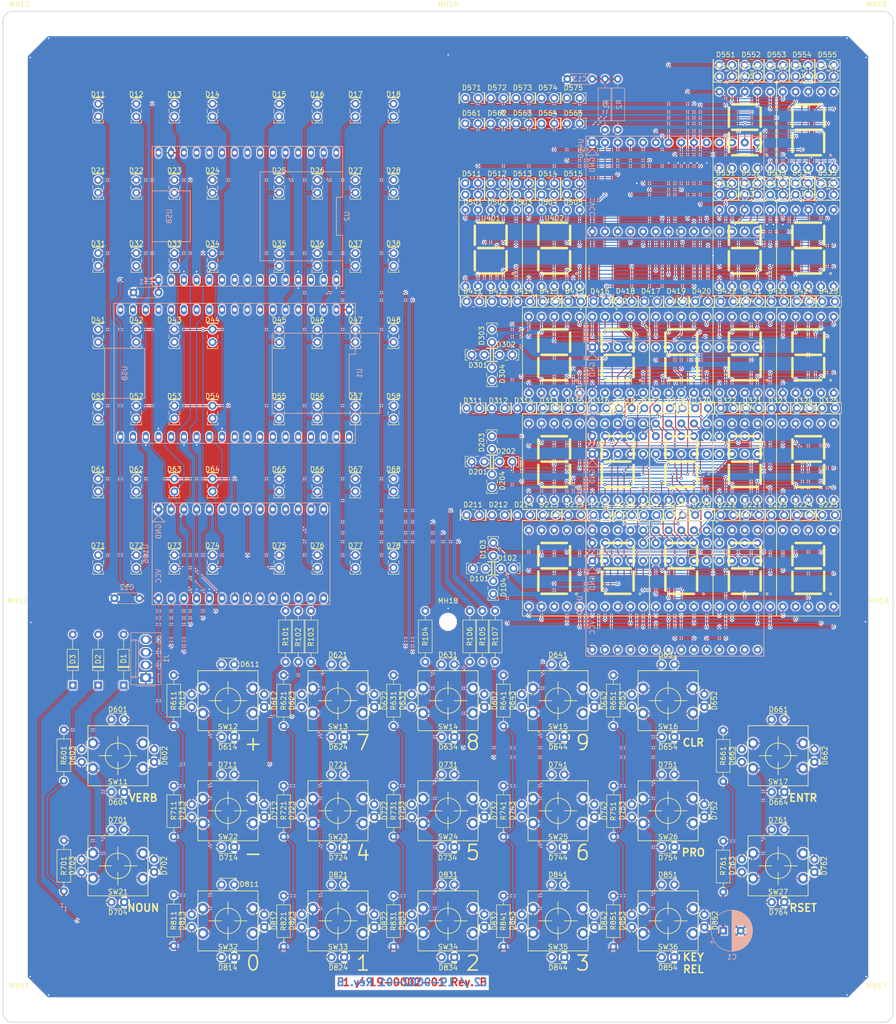
<source format=kicad_pcb>
(kicad_pcb (version 20171130) (host pcbnew 5.0.2-bee76a0~70~ubuntu18.10.1)
  (title_block (date 2019-02-10))
  (layers (0 F.Cu signal) (31 B.Cu signal) (34 B.Paste user hide) (35 F.Paste user hide) (36 B.SilkS user) (37 F.SilkS user) (38 B.Mask user hide) (39 F.Mask user hide) (44 Edge.Cuts user))
  (net 0 "")
  (net 1 GND)
  (net 2 /Display_HT16K33_2/Seg_E)
  (net 3 /Display_HT16K33_2/Seg_D)
  (net 4 /Display_HT16K33_2/Seg_C)
  (net 5 /Display_HT16K33_2/Seg_DP)
  (net 6 /Display_HT16K33_2/Seg_B)
  (net 7 /Display_HT16K33_2/Seg_A)
  (net 8 /Display_HT16K33_2/Seg_F)
  (net 9 /Display_HT16K33_2/Seg_G)
  (net 10 /Display_HT16K33_1/Seg_G)
  (net 11 /Display_HT16K33_1/Seg_F)
  (net 12 /Display_HT16K33_1/Seg_A)
  (net 13 /Display_HT16K33_1/Seg_B)
  (net 14 /Display_HT16K33_1/Seg_DP)
  (net 15 /Display_HT16K33_1/Seg_C)
  (net 16 /Display_HT16K33_1/Seg_D)
  (net 17 /Display_HT16K33_1/Seg_E)
  (net 18 /Display_HT16K33_1/COM_0)
  (net 19 /Display_HT16K33_1/COM_6)
  (net 20 /Display_HT16K33_2/COM_0)
  (net 21 /Display_HT16K33_2/COM_6)
  (net 22 /Display_HT16K33_1/COM_7)
  (net 23 /Display_HT16K33_2/COM_7)
  (net 24 /Display_HT16K33_4/COM_6)
  (net 25 /Display_HT16K33_4/Seg_G)
  (net 26 /Display_HT16K33_3/Seg_B)
  (net 27 /Display_HT16K33_3/COM_7)
  (net 28 /Display_HT16K33_3/Seg_C)
  (net 29 /Display_HT16K33_3/Seg_D)
  (net 30 /Display_HT16K33_3/Seg_E)
  (net 31 /Display_HT16K33_3/Seg_F)
  (net 32 /Display_HT16K33_3/Seg_G)
  (net 33 /Display_HT16K33_3/Seg_DP)
  (net 34 /Display_HT16K33_4/COM_7)
  (net 35 /Display_HT16K33_4/Seg_D)
  (net 36 /Display_HT16K33_4/Seg_B)
  (net 37 /Display_HT16K33_4/Seg_C)
  (net 38 /Display_HT16K33_4/Seg_E)
  (net 39 /Display_HT16K33_4/Seg_DP)
  (net 40 /Display_HT16K33_4/Seg_A)
  (net 41 /Display_HT16K33_4/Seg_F)
  (net 42 /Display_HT16K33_3/Seg_A)
  (net 43 /Display_HT16K33_3/COM_6)
  (net 44 /Display_HT16K33_3/COM_0)
  (net 45 /Display_HT16K33_1/COM_1)
  (net 46 /Display_HT16K33_4/COM_5)
  (net 47 /Display_HT16K33_4/COM_4)
  (net 48 /Display_HT16K33_4/COM_3)
  (net 49 /Display_HT16K33_4/COM_2)
  (net 50 /Display_HT16K33_4/COM_1)
  (net 51 /Display_HT16K33_4/COM_0)
  (net 52 /Display_HT16K33_3/COM_5)
  (net 53 /Display_HT16K33_3/COM_4)
  (net 54 /Display_HT16K33_3/COM_3)
  (net 55 /Display_HT16K33_3/COM_2)
  (net 56 /Display_HT16K33_3/COM_1)
  (net 57 /Display_HT16K33_2/COM_5)
  (net 58 /Display_HT16K33_2/COM_4)
  (net 59 /Display_HT16K33_2/COM_3)
  (net 60 /Display_HT16K33_2/COM_2)
  (net 61 /Display_HT16K33_2/COM_1)
  (net 62 /Display_HT16K33_1/COM_5)
  (net 63 /Display_HT16K33_1/COM_4)
  (net 64 /Display_HT16K33_1/COM_3)
  (net 65 /Display_HT16K33_1/COM_2)
  (net 66 VCC)
  (net 67 "Net-(U400-Pad10)")
  (net 68 "Net-(U400-Pad11)")
  (net 69 "Net-(U400-Pad12)")
  (net 70 SCL)
  (net 71 SDA)
  (net 72 /Display_HT16K33_4/LED_5)
  (net 73 /Display_HT16K33_4/LED_4)
  (net 74 /Display_HT16K33_4/LED_2)
  (net 75 /Display_HT16K33_4/LED_1)
  (net 76 /Display_HT16K33_4/LED_3)
  (net 77 /Display_HT16K33_3/K13)
  (net 78 /Display_HT16K33_3/K12)
  (net 79 /Display_HT16K33_3/K11)
  (net 80 /Display_HT16K33_3/K10)
  (net 81 /Display_HT16K33_3/K9)
  (net 82 /Display_HT16K33_3/K7)
  (net 83 /Display_HT16K33_3/K6)
  (net 84 /Display_HT16K33_3/K8)
  (net 85 /Display_HT16K33_1/K13)
  (net 86 /Display_HT16K33_1/K12)
  (net 87 /Display_HT16K33_1/K11)
  (net 88 /Display_HT16K33_1/K10)
  (net 89 /Display_HT16K33_1/K9)
  (net 90 /Display_HT16K33_1/K7)
  (net 91 /Display_HT16K33_1/K6)
  (net 92 /Display_HT16K33_1/K8)
  (net 93 /Display_HT16K33_2/K13)
  (net 94 /Display_HT16K33_2/K12)
  (net 95 /Display_HT16K33_2/K11)
  (net 96 /Display_HT16K33_2/K10)
  (net 97 /Display_HT16K33_2/K9)
  (net 98 /Display_HT16K33_2/K7)
  (net 99 /Display_HT16K33_2/K6)
  (net 100 /Display_HT16K33_2/K8)
  (net 101 /LED_Key_HT16K33/K8)
  (net 102 /LED_Key_HT16K33/K6)
  (net 103 /LED_Key_HT16K33/K7)
  (net 104 /LED_Key_HT16K33/K9)
  (net 105 /LED_Key_HT16K33/K10)
  (net 106 /LED_Key_HT16K33/K11)
  (net 107 /LED_Key_HT16K33/K12)
  (net 108 /LED_Key_HT16K33/K13)
  (net 109 /LED_Key_HT16K33/COM_7)
  (net 110 /LED_Key_HT16K33/COM_6)
  (net 111 /LED_Key_HT16K33/COM_5)
  (net 112 /LED_Key_HT16K33/COM_4)
  (net 113 /LED_Key_HT16K33/COM_0)
  (net 114 /LED_Key_HT16K33/COM_1)
  (net 115 /LED_Key_HT16K33/COM_3)
  (net 116 /LED_Key_HT16K33/COM_2)
  (net 117 "Net-(MH11-Pad1)")
  (net 118 "Net-(MH13-Pad1)")
  (net 119 "Net-(MH16-Pad1)")
  (net 120 "Net-(MH14-Pad1)")
  (net 121 "Net-(MH15-Pad1)")
  (net 122 "Net-(MH12-Pad1)")
  (net 123 "Net-(MH17-Pad1)")
  (net 124 /LED_Key_HT16K33/LED_6)
  (net 125 /LED_Key_HT16K33/LED_7)
  (net 126 /LED_Key_HT16K33/LED_1)
  (net 127 /LED_Key_HT16K33/LED_4)
  (net 128 /LED_Key_HT16K33/LED_3)
  (net 129 /LED_Key_HT16K33/LED_0)
  (net 130 /LED_Key_HT16K33/LED_2)
  (net 131 /LED_Key_HT16K33/LED_5)
  (net 132 "Net-(U1-Pad1)")
  (net 133 "Net-(U1-Pad37)")
  (net 134 "Net-(U1-Pad2)")
  (net 135 "Net-(U1-Pad3)")
  (net 136 "Net-(U1-Pad35)")
  (net 137 "Net-(U1-Pad4)")
  (net 138 "Net-(U1-Pad34)")
  (net 139 "Net-(U1-Pad5)")
  (net 140 "Net-(U1-Pad6)")
  (net 141 "Net-(U1-Pad32)")
  (net 142 "Net-(U1-Pad7)")
  (net 143 "Net-(U1-Pad31)")
  (net 144 "Net-(U1-Pad8)")
  (net 145 "Net-(U1-Pad30)")
  (net 146 "Net-(U1-Pad9)")
  (net 147 "Net-(U1-Pad29)")
  (net 148 "Net-(U1-Pad10)")
  (net 149 "Net-(U1-Pad28)")
  (net 150 "Net-(U1-Pad11)")
  (net 151 "Net-(U1-Pad27)")
  (net 152 "Net-(U1-Pad12)")
  (net 153 "Net-(U1-Pad26)")
  (net 154 "Net-(U1-Pad13)")
  (net 155 "Net-(U1-Pad25)")
  (net 156 "Net-(U1-Pad14)")
  (net 157 "Net-(U1-Pad24)")
  (net 158 "Net-(U1-Pad15)")
  (net 159 "Net-(U1-Pad23)")
  (net 160 "Net-(U1-Pad16)")
  (net 161 "Net-(U1-Pad22)")
  (net 162 "Net-(U1-Pad17)")
  (net 163 "Net-(U1-Pad21)")
  (net 164 "Net-(U1-Pad18)")
  (net 165 "Net-(U1-Pad20)")
  (net 166 /LED_Key_HT16K33/KS_1)
  (net 167 /LED_Key_HT16K33/KS_3)
  (net 168 /LED_Key_HT16K33/KS_2)
  (net 169 "Net-(D601-Pad2)")
  (net 170 "Net-(D601-Pad1)")
  (net 171 "Net-(D603-Pad1)")
  (net 172 "Net-(D621-Pad2)")
  (net 173 "Net-(D651-Pad2)")
  (net 174 "Net-(D641-Pad2)")
  (net 175 "Net-(D631-Pad2)")
  (net 176 "Net-(D611-Pad2)")
  (net 177 "Net-(D611-Pad1)")
  (net 178 "Net-(D613-Pad1)")
  (net 179 "Net-(D621-Pad1)")
  (net 180 "Net-(D641-Pad1)")
  (net 181 "Net-(D623-Pad1)")
  (net 182 "Net-(D631-Pad1)")
  (net 183 "Net-(D633-Pad1)")
  (net 184 "Net-(D653-Pad1)")
  (net 185 "Net-(D651-Pad1)")
  (net 186 "Net-(D643-Pad1)")
  (net 187 "Net-(D701-Pad2)")
  (net 188 "Net-(D703-Pad1)")
  (net 189 "Net-(D663-Pad1)")
  (net 190 "Net-(D701-Pad1)")
  (net 191 "Net-(D661-Pad2)")
  (net 192 "Net-(D661-Pad1)")
  (net 193 "Net-(D743-Pad1)")
  (net 194 "Net-(D741-Pad2)")
  (net 195 "Net-(D751-Pad2)")
  (net 196 "Net-(D751-Pad1)")
  (net 197 "Net-(D733-Pad1)")
  (net 198 "Net-(D741-Pad1)")
  (net 199 "Net-(D711-Pad1)")
  (net 200 "Net-(D711-Pad2)")
  (net 201 "Net-(D753-Pad1)")
  (net 202 "Net-(D761-Pad2)")
  (net 203 "Net-(D761-Pad1)")
  (net 204 "Net-(D763-Pad1)")
  (net 205 "Net-(D731-Pad2)")
  (net 206 "Net-(D731-Pad1)")
  (net 207 "Net-(D723-Pad1)")
  (net 208 "Net-(D721-Pad2)")
  (net 209 "Net-(D721-Pad1)")
  (net 210 "Net-(D713-Pad1)")
  (net 211 "Net-(D853-Pad1)")
  (net 212 "Net-(D813-Pad1)")
  (net 213 "Net-(D811-Pad2)")
  (net 214 "Net-(D851-Pad2)")
  (net 215 "Net-(D851-Pad1)")
  (net 216 "Net-(D843-Pad1)")
  (net 217 "Net-(D841-Pad2)")
  (net 218 "Net-(D841-Pad1)")
  (net 219 "Net-(D811-Pad1)")
  (net 220 "Net-(D831-Pad2)")
  (net 221 "Net-(D833-Pad1)")
  (net 222 "Net-(D831-Pad1)")
  (net 223 "Net-(D823-Pad1)")
  (net 224 "Net-(D821-Pad2)")
  (net 225 "Net-(D821-Pad1)")
  (net 226 "Net-(MH18-Pad1)")
  (net 227 "Net-(R106-Pad2)")
  (net 228 "Net-(R101-Pad2)")
  (net 229 "Net-(R102-Pad2)")
  (net 230 "Net-(R103-Pad2)")
  (net 231 "Net-(R104-Pad2)")
  (net 232 "Net-(R105-Pad2)")
  (net 233 "Net-(R107-Pad2)")
  (net 234 "Net-(U2-Pad1)")
  (net 235 "Net-(U2-Pad2)")
  (net 236 "Net-(U2-Pad3)")
  (net 237 "Net-(U2-Pad4)")
  (net 238 "Net-(U2-Pad5)")
  (net 239 "Net-(U2-Pad7)")
  (net 240 "Net-(U2-Pad8)")
  (net 241 "Net-(U2-Pad30)")
  (net 242 "Net-(U2-Pad9)")
  (net 243 "Net-(U2-Pad10)")
  (net 244 "Net-(U2-Pad28)")
  (net 245 "Net-(U2-Pad11)")
  (net 246 "Net-(U2-Pad27)")
  (net 247 "Net-(U2-Pad12)")
  (net 248 "Net-(U2-Pad13)")
  (net 249 "Net-(U2-Pad25)")
  (net 250 "Net-(U2-Pad14)")
  (net 251 "Net-(U2-Pad24)")
  (net 252 "Net-(U2-Pad23)")
  (net 253 "Net-(U2-Pad22)")
  (net 254 "Net-(U2-Pad21)")
  (net 255 "Net-(U2-Pad20)")
  (net 256 "Net-(U2-Pad19)")
  (net 257 "Net-(U2-Pad18)")
  (net 258 "Net-(U2-Pad16)")
  (module user:SC56-11 (layer F.Cu) (at 231.486 108.936)
    (fp_text reference U201 (at 0 -10.795) (layer F.SilkS))
    (fp_text value SC56-11)
    (pad 10 thru_hole circle (at -5.08 -7.62 90) (size 1.6 1.6) (drill 0.8) (layers *.Cu *.Mask) (net 9 /Display_HT16K33_2/Seg_G))
    (pad 9 thru_hole circle (at -2.54 -7.62 90) (size 1.6 1.6) (drill 0.8) (layers *.Cu *.Mask) (net 8 /Display_HT16K33_2/Seg_F))
    (pad 8 thru_hole circle (at 0 -7.62 90) (size 1.6 1.6) (drill 0.8) (layers *.Cu *.Mask) (net 61 /Display_HT16K33_2/COM_1))
    (pad 7 thru_hole circle (at 2.54 -7.62 90) (size 1.6 1.6) (drill 0.8) (layers *.Cu *.Mask) (net 7 /Display_HT16K33_2/Seg_A))
    (pad 6 thru_hole circle (at 5.08 -7.62 90) (size 1.6 1.6) (drill 0.8) (layers *.Cu *.Mask) (net 6 /Display_HT16K33_2/Seg_B))
    (pad 5 thru_hole circle (at 5.08 7.62 90) (size 1.6 1.6) (drill 0.8) (layers *.Cu *.Mask) (net 5 /Display_HT16K33_2/Seg_DP))
    (pad 4 thru_hole circle (at 2.54 7.62 90) (size 1.6 1.6) (drill 0.8) (layers *.Cu *.Mask) (net 4 /Display_HT16K33_2/Seg_C))
    (pad 3 thru_hole circle (at 0 7.62 90) (size 1.6 1.6) (drill 0.8) (layers *.Cu *.Mask) (net 61 /Display_HT16K33_2/COM_1))
    (pad 2 thru_hole circle (at -2.54 7.62 90) (size 1.6 1.6) (drill 0.8) (layers *.Cu *.Mask) (net 3 /Display_HT16K33_2/Seg_D))
    (pad 1 thru_hole circle (at -5.08 7.62 90) (size 1.6 1.6) (drill 0.8) (layers *.Cu *.Mask) (net 2 /Display_HT16K33_2/Seg_E))
  )
  (module user:SC56-11 (layer F.Cu) (at 244.186 108.936)
    (fp_text reference U202 (at 0 -10.795) (layer F.SilkS))
    (fp_text value SC56-11)
    (pad 10 thru_hole circle (at -5.08 -7.62 90) (size 1.6 1.6) (drill 0.8) (layers *.Cu *.Mask) (net 9 /Display_HT16K33_2/Seg_G))
    (pad 9 thru_hole circle (at -2.54 -7.62 90) (size 1.6 1.6) (drill 0.8) (layers *.Cu *.Mask) (net 8 /Display_HT16K33_2/Seg_F))
    (pad 8 thru_hole circle (at 0 -7.62 90) (size 1.6 1.6) (drill 0.8) (layers *.Cu *.Mask) (net 60 /Display_HT16K33_2/COM_2))
    (pad 7 thru_hole circle (at 2.54 -7.62 90) (size 1.6 1.6) (drill 0.8) (layers *.Cu *.Mask) (net 7 /Display_HT16K33_2/Seg_A))
    (pad 6 thru_hole circle (at 5.08 -7.62 90) (size 1.6 1.6) (drill 0.8) (layers *.Cu *.Mask) (net 6 /Display_HT16K33_2/Seg_B))
    (pad 5 thru_hole circle (at 5.08 7.62 90) (size 1.6 1.6) (drill 0.8) (layers *.Cu *.Mask) (net 5 /Display_HT16K33_2/Seg_DP))
    (pad 4 thru_hole circle (at 2.54 7.62 90) (size 1.6 1.6) (drill 0.8) (layers *.Cu *.Mask) (net 4 /Display_HT16K33_2/Seg_C))
    (pad 3 thru_hole circle (at 0 7.62 90) (size 1.6 1.6) (drill 0.8) (layers *.Cu *.Mask) (net 60 /Display_HT16K33_2/COM_2))
    (pad 2 thru_hole circle (at -2.54 7.62 90) (size 1.6 1.6) (drill 0.8) (layers *.Cu *.Mask) (net 3 /Display_HT16K33_2/Seg_D))
    (pad 1 thru_hole circle (at -5.08 7.62 90) (size 1.6 1.6) (drill 0.8) (layers *.Cu *.Mask) (net 2 /Display_HT16K33_2/Seg_E))
  )
  (module user:HT16K33_Modul (layer B.Cu) (at 255.616 116.302 270)
    (fp_text reference U200 (at 0 19.05 270) (layer B.SilkS) (effects (justify mirror)))
    (fp_text value HT16K33_Modul)
    (fp_text user VCC (at 4.445 16.51 270) (layer B.SilkS) (effects (justify mirror)))
    (fp_text user GND (at -4.445 16.51 270) (layer B.SilkS) (effects (justify mirror)))
    (pad 15 thru_hole circle (at 8.89 -16.51 270) (size 1.6 1.6) (drill 0.8) (layers *.Cu *.Mask) (net 100 /Display_HT16K33_2/K8))
    (pad 19 thru_hole circle (at 8.89 -6.35 270) (size 1.6 1.6) (drill 0.8) (layers *.Cu *.Mask) (net 9 /Display_HT16K33_2/Seg_G))
    (pad 18 thru_hole circle (at 8.89 -8.89 270) (size 1.6 1.6) (drill 0.8) (layers *.Cu *.Mask) (net 5 /Display_HT16K33_2/Seg_DP))
    (pad 17 thru_hole circle (at 8.89 -11.43 270) (size 1.6 1.6) (drill 0.8) (layers *.Cu *.Mask) (net 99 /Display_HT16K33_2/K6))
    (pad 16 thru_hole circle (at 8.89 -13.97 270) (size 1.6 1.6) (drill 0.8) (layers *.Cu *.Mask) (net 98 /Display_HT16K33_2/K7))
    (pad 14 thru_hole circle (at -8.89 -16.51 270) (size 1.6 1.6) (drill 0.8) (layers *.Cu *.Mask) (net 97 /Display_HT16K33_2/K9))
    (pad 13 thru_hole circle (at -8.89 -13.97 270) (size 1.6 1.6) (drill 0.8) (layers *.Cu *.Mask) (net 96 /Display_HT16K33_2/K10))
    (pad 12 thru_hole circle (at -8.89 -11.43 270) (size 1.6 1.6) (drill 0.8) (layers *.Cu *.Mask) (net 95 /Display_HT16K33_2/K11))
    (pad 28 thru_hole circle (at 8.89 16.51 270) (size 1.6 1.6) (drill 0.8) (layers *.Cu *.Mask) (net 66 VCC))
    (pad 27 thru_hole circle (at 8.89 13.97 270) (size 1.6 1.6) (drill 0.8) (layers *.Cu *.Mask) (net 71 SDA))
    (pad 24 thru_hole circle (at 8.89 6.35 270) (size 1.6 1.6) (drill 0.8) (layers *.Cu *.Mask) (net 6 /Display_HT16K33_2/Seg_B))
    (pad 21 thru_hole circle (at 8.89 -1.27 270) (size 1.6 1.6) (drill 0.8) (layers *.Cu *.Mask) (net 2 /Display_HT16K33_2/Seg_E))
    (pad 22 thru_hole circle (at 8.89 1.27 270) (size 1.6 1.6) (drill 0.8) (layers *.Cu *.Mask) (net 3 /Display_HT16K33_2/Seg_D))
    (pad 25 thru_hole circle (at 8.89 8.89 270) (size 1.6 1.6) (drill 0.8) (layers *.Cu *.Mask) (net 7 /Display_HT16K33_2/Seg_A))
    (pad 23 thru_hole circle (at 8.89 3.81 270) (size 1.6 1.6) (drill 0.8) (layers *.Cu *.Mask) (net 4 /Display_HT16K33_2/Seg_C))
    (pad 20 thru_hole circle (at 8.89 -3.81 270) (size 1.6 1.6) (drill 0.8) (layers *.Cu *.Mask) (net 8 /Display_HT16K33_2/Seg_F))
    (pad 26 thru_hole circle (at 8.89 11.43 270) (size 1.6 1.6) (drill 0.8) (layers *.Cu *.Mask) (net 70 SCL))
    (pad 11 thru_hole circle (at -8.89 -8.89 270) (size 1.6 1.6) (drill 0.8) (layers *.Cu *.Mask) (net 94 /Display_HT16K33_2/K12))
    (pad 10 thru_hole circle (at -8.89 -6.35 270) (size 1.6 1.6) (drill 0.8) (layers *.Cu *.Mask) (net 93 /Display_HT16K33_2/K13))
    (pad 9 thru_hole circle (at -8.89 -3.81 270) (size 1.6 1.6) (drill 0.8) (layers *.Cu *.Mask) (net 23 /Display_HT16K33_2/COM_7))
    (pad 8 thru_hole circle (at -8.89 -1.27 270) (size 1.6 1.6) (drill 0.8) (layers *.Cu *.Mask) (net 21 /Display_HT16K33_2/COM_6))
    (pad 7 thru_hole circle (at -8.89 1.27 270) (size 1.6 1.6) (drill 0.8) (layers *.Cu *.Mask) (net 57 /Display_HT16K33_2/COM_5))
    (pad 6 thru_hole circle (at -8.89 3.81 270) (size 1.6 1.6) (drill 0.8) (layers *.Cu *.Mask) (net 58 /Display_HT16K33_2/COM_4))
    (pad 5 thru_hole circle (at -8.89 6.35 270) (size 1.6 1.6) (drill 0.8) (layers *.Cu *.Mask) (net 59 /Display_HT16K33_2/COM_3))
    (pad 4 thru_hole circle (at -8.89 8.89 270) (size 1.6 1.6) (drill 0.8) (layers *.Cu *.Mask) (net 60 /Display_HT16K33_2/COM_2))
    (pad 3 thru_hole circle (at -8.89 11.43 270) (size 1.6 1.6) (drill 0.8) (layers *.Cu *.Mask) (net 61 /Display_HT16K33_2/COM_1))
    (pad 2 thru_hole circle (at -8.89 13.97 270) (size 1.6 1.6) (drill 0.8) (layers *.Cu *.Mask) (net 20 /Display_HT16K33_2/COM_0))
    (pad 1 thru_hole circle (at -8.89 16.51 270) (size 1.6 1.6) (drill 0.8) (layers *.Cu *.Mask) (net 1 GND))
  )
  (module user:HT16K33_Modul (layer B.Cu) (at 255.616 94.966 270)
    (fp_text reference U300 (at 0 19.05 270) (layer B.SilkS) (effects (justify mirror)))
    (fp_text value HT16K33_Modul)
    (fp_text user VCC (at 4.445 16.51 270) (layer B.SilkS) (effects (justify mirror)))
    (fp_text user GND (at -4.445 16.51 270) (layer B.SilkS) (effects (justify mirror)))
    (pad 15 thru_hole circle (at 8.89 -16.51 270) (size 1.6 1.6) (drill 0.8) (layers *.Cu *.Mask) (net 84 /Display_HT16K33_3/K8))
    (pad 19 thru_hole circle (at 8.89 -6.35 270) (size 1.6 1.6) (drill 0.8) (layers *.Cu *.Mask) (net 32 /Display_HT16K33_3/Seg_G))
    (pad 18 thru_hole circle (at 8.89 -8.89 270) (size 1.6 1.6) (drill 0.8) (layers *.Cu *.Mask) (net 33 /Display_HT16K33_3/Seg_DP))
    (pad 17 thru_hole circle (at 8.89 -11.43 270) (size 1.6 1.6) (drill 0.8) (layers *.Cu *.Mask) (net 83 /Display_HT16K33_3/K6))
    (pad 16 thru_hole circle (at 8.89 -13.97 270) (size 1.6 1.6) (drill 0.8) (layers *.Cu *.Mask) (net 82 /Display_HT16K33_3/K7))
    (pad 14 thru_hole circle (at -8.89 -16.51 270) (size 1.6 1.6) (drill 0.8) (layers *.Cu *.Mask) (net 81 /Display_HT16K33_3/K9))
    (pad 13 thru_hole circle (at -8.89 -13.97 270) (size 1.6 1.6) (drill 0.8) (layers *.Cu *.Mask) (net 80 /Display_HT16K33_3/K10))
    (pad 12 thru_hole circle (at -8.89 -11.43 270) (size 1.6 1.6) (drill 0.8) (layers *.Cu *.Mask) (net 79 /Display_HT16K33_3/K11))
    (pad 28 thru_hole circle (at 8.89 16.51 270) (size 1.6 1.6) (drill 0.8) (layers *.Cu *.Mask) (net 66 VCC))
    (pad 27 thru_hole circle (at 8.89 13.97 270) (size 1.6 1.6) (drill 0.8) (layers *.Cu *.Mask) (net 71 SDA))
    (pad 24 thru_hole circle (at 8.89 6.35 270) (size 1.6 1.6) (drill 0.8) (layers *.Cu *.Mask) (net 26 /Display_HT16K33_3/Seg_B))
    (pad 21 thru_hole circle (at 8.89 -1.27 270) (size 1.6 1.6) (drill 0.8) (layers *.Cu *.Mask) (net 30 /Display_HT16K33_3/Seg_E))
    (pad 22 thru_hole circle (at 8.89 1.27 270) (size 1.6 1.6) (drill 0.8) (layers *.Cu *.Mask) (net 29 /Display_HT16K33_3/Seg_D))
    (pad 25 thru_hole circle (at 8.89 8.89 270) (size 1.6 1.6) (drill 0.8) (layers *.Cu *.Mask) (net 42 /Display_HT16K33_3/Seg_A))
    (pad 23 thru_hole circle (at 8.89 3.81 270) (size 1.6 1.6) (drill 0.8) (layers *.Cu *.Mask) (net 28 /Display_HT16K33_3/Seg_C))
    (pad 20 thru_hole circle (at 8.89 -3.81 270) (size 1.6 1.6) (drill 0.8) (layers *.Cu *.Mask) (net 31 /Display_HT16K33_3/Seg_F))
    (pad 26 thru_hole circle (at 8.89 11.43 270) (size 1.6 1.6) (drill 0.8) (layers *.Cu *.Mask) (net 70 SCL))
    (pad 11 thru_hole circle (at -8.89 -8.89 270) (size 1.6 1.6) (drill 0.8) (layers *.Cu *.Mask) (net 78 /Display_HT16K33_3/K12))
    (pad 10 thru_hole circle (at -8.89 -6.35 270) (size 1.6 1.6) (drill 0.8) (layers *.Cu *.Mask) (net 77 /Display_HT16K33_3/K13))
    (pad 9 thru_hole circle (at -8.89 -3.81 270) (size 1.6 1.6) (drill 0.8) (layers *.Cu *.Mask) (net 27 /Display_HT16K33_3/COM_7))
    (pad 8 thru_hole circle (at -8.89 -1.27 270) (size 1.6 1.6) (drill 0.8) (layers *.Cu *.Mask) (net 43 /Display_HT16K33_3/COM_6))
    (pad 7 thru_hole circle (at -8.89 1.27 270) (size 1.6 1.6) (drill 0.8) (layers *.Cu *.Mask) (net 52 /Display_HT16K33_3/COM_5))
    (pad 6 thru_hole circle (at -8.89 3.81 270) (size 1.6 1.6) (drill 0.8) (layers *.Cu *.Mask) (net 53 /Display_HT16K33_3/COM_4))
    (pad 5 thru_hole circle (at -8.89 6.35 270) (size 1.6 1.6) (drill 0.8) (layers *.Cu *.Mask) (net 54 /Display_HT16K33_3/COM_3))
    (pad 4 thru_hole circle (at -8.89 8.89 270) (size 1.6 1.6) (drill 0.8) (layers *.Cu *.Mask) (net 55 /Display_HT16K33_3/COM_2))
    (pad 3 thru_hole circle (at -8.89 11.43 270) (size 1.6 1.6) (drill 0.8) (layers *.Cu *.Mask) (net 56 /Display_HT16K33_3/COM_1))
    (pad 2 thru_hole circle (at -8.89 13.97 270) (size 1.6 1.6) (drill 0.8) (layers *.Cu *.Mask) (net 44 /Display_HT16K33_3/COM_0))
    (pad 1 thru_hole circle (at -8.89 16.51 270) (size 1.6 1.6) (drill 0.8) (layers *.Cu *.Mask) (net 1 GND))
  )
  (module user:DIP-30_1000_ESP32 (layer B.Cu) (at 165.065 59.914 180)
    (fp_text reference U2 (at -24.96 0 90) (layer B.SilkS) (effects (justify mirror)))
    (fp_text value ESP32-Modul_NodeMCU)
    (fp_text user USB (at 10.57 0 90) (layer B.SilkS) (effects (justify mirror)))
    (pad 1 thru_hole oval (at -22.86 -12.7 180) (size 1.2 2) (drill 0.8) (layers *.Cu *.Mask) (net 234 "Net-(U2-Pad1)"))
    (pad 2 thru_hole oval (at -20.32 -12.7 180) (size 1.2 2) (drill 0.8) (layers *.Cu *.Mask) (net 235 "Net-(U2-Pad2)"))
    (pad 3 thru_hole oval (at -17.78 -12.7 180) (size 1.2 2) (drill 0.8) (layers *.Cu *.Mask) (net 236 "Net-(U2-Pad3)"))
    (pad 4 thru_hole oval (at -15.24 -12.7 180) (size 1.2 2) (drill 0.8) (layers *.Cu *.Mask) (net 237 "Net-(U2-Pad4)"))
    (pad 5 thru_hole oval (at -12.7 -12.7 180) (size 1.2 2) (drill 0.8) (layers *.Cu *.Mask) (net 238 "Net-(U2-Pad5)"))
    (pad 6 thru_hole oval (at -10.16 -12.7 180) (size 1.2 2) (drill 0.8) (layers *.Cu *.Mask))
    (pad 7 thru_hole oval (at -7.62 -12.7 180) (size 1.2 2) (drill 0.8) (layers *.Cu *.Mask) (net 239 "Net-(U2-Pad7)"))
    (pad 8 thru_hole oval (at -5.08 -12.7 180) (size 1.2 2) (drill 0.8) (layers *.Cu *.Mask) (net 240 "Net-(U2-Pad8)"))
    (pad 30 thru_hole oval (at -22.86 12.7 180) (size 1.2 2) (drill 0.8) (layers *.Cu *.Mask) (net 241 "Net-(U2-Pad30)"))
    (pad 9 thru_hole oval (at -2.54 -12.7 180) (size 1.2 2) (drill 0.8) (layers *.Cu *.Mask) (net 242 "Net-(U2-Pad9)"))
    (pad 29 thru_hole oval (at -20.32 12.7 180) (size 1.2 2) (drill 0.8) (layers *.Cu *.Mask) (net 70 SCL))
    (pad 10 thru_hole oval (at 0 -12.7 180) (size 1.2 2) (drill 0.8) (layers *.Cu *.Mask) (net 243 "Net-(U2-Pad10)"))
    (pad 28 thru_hole oval (at -17.78 12.7 180) (size 1.2 2) (drill 0.8) (layers *.Cu *.Mask) (net 244 "Net-(U2-Pad28)"))
    (pad 11 thru_hole oval (at 2.54 -12.7 180) (size 1.2 2) (drill 0.8) (layers *.Cu *.Mask) (net 245 "Net-(U2-Pad11)"))
    (pad 27 thru_hole oval (at -15.24 12.7 180) (size 1.2 2) (drill 0.8) (layers *.Cu *.Mask) (net 246 "Net-(U2-Pad27)"))
    (pad 12 thru_hole oval (at 5.08 -12.7 180) (size 1.2 2) (drill 0.8) (layers *.Cu *.Mask) (net 247 "Net-(U2-Pad12)"))
    (pad 26 thru_hole oval (at -12.7 12.7 180) (size 1.2 2) (drill 0.8) (layers *.Cu *.Mask) (net 71 SDA))
    (pad 13 thru_hole oval (at 7.62 -12.7 180) (size 1.2 2) (drill 0.8) (layers *.Cu *.Mask) (net 248 "Net-(U2-Pad13)"))
    (pad 25 thru_hole oval (at -10.16 12.7 180) (size 1.2 2) (drill 0.8) (layers *.Cu *.Mask) (net 249 "Net-(U2-Pad25)"))
    (pad 14 thru_hole oval (at 10.16 -12.7 180) (size 1.2 2) (drill 0.8) (layers *.Cu *.Mask) (net 250 "Net-(U2-Pad14)"))
    (pad 24 thru_hole oval (at -7.62 12.7 180) (size 1.2 2) (drill 0.8) (layers *.Cu *.Mask) (net 251 "Net-(U2-Pad24)"))
    (pad 15 thru_hole oval (at 12.7 -12.7 180) (size 1.2 2) (drill 0.8) (layers *.Cu *.Mask) (net 66 VCC))
    (pad 23 thru_hole oval (at -5.08 12.7 180) (size 1.2 2) (drill 0.8) (layers *.Cu *.Mask) (net 252 "Net-(U2-Pad23)"))
    (pad 22 thru_hole oval (at -2.54 12.7 180) (size 1.2 2) (drill 0.8) (layers *.Cu *.Mask) (net 253 "Net-(U2-Pad22)"))
    (pad 21 thru_hole oval (at 0 12.7 180) (size 1.2 2) (drill 0.8) (layers *.Cu *.Mask) (net 254 "Net-(U2-Pad21)"))
    (pad 20 thru_hole oval (at 2.54 12.7 180) (size 1.2 2) (drill 0.8) (layers *.Cu *.Mask) (net 255 "Net-(U2-Pad20)"))
    (pad 19 thru_hole oval (at 5.08 12.7 180) (size 1.2 2) (drill 0.8) (layers *.Cu *.Mask) (net 256 "Net-(U2-Pad19)"))
    (pad 18 thru_hole oval (at 7.62 12.7 180) (size 1.2 2) (drill 0.8) (layers *.Cu *.Mask) (net 257 "Net-(U2-Pad18)"))
    (pad 17 thru_hole oval (at 10.16 12.7 180) (size 1.2 2) (drill 0.8) (layers *.Cu *.Mask) (net 1 GND))
    (pad 16 thru_hole oval (at 12.7 12.7 180) (size 1.2 2) (drill 0.8) (layers *.Cu *.Mask) (net 258 "Net-(U2-Pad16)"))
  )
  (module user:HT16K33_Modul (layer B.Cu) (at 255.616 54.072 270)
    (fp_text reference U400 (at -7.747 18.796 270) (layer B.SilkS) (effects (justify mirror)))
    (fp_text value HT16K33_Modul)
    (fp_text user VCC (at 4.445 16.51 270) (layer B.SilkS) (effects (justify mirror)))
    (fp_text user GND (at -4.445 16.51 270) (layer B.SilkS) (effects (justify mirror)))
    (pad 15 thru_hole circle (at 8.89 -16.51 270) (size 1.6 1.6) (drill 0.8) (layers *.Cu *.Mask) (net 76 /Display_HT16K33_4/LED_3))
    (pad 19 thru_hole circle (at 8.89 -6.35 270) (size 1.6 1.6) (drill 0.8) (layers *.Cu *.Mask) (net 25 /Display_HT16K33_4/Seg_G))
    (pad 18 thru_hole circle (at 8.89 -8.89 270) (size 1.6 1.6) (drill 0.8) (layers *.Cu *.Mask) (net 39 /Display_HT16K33_4/Seg_DP))
    (pad 17 thru_hole circle (at 8.89 -11.43 270) (size 1.6 1.6) (drill 0.8) (layers *.Cu *.Mask) (net 75 /Display_HT16K33_4/LED_1))
    (pad 16 thru_hole circle (at 8.89 -13.97 270) (size 1.6 1.6) (drill 0.8) (layers *.Cu *.Mask) (net 74 /Display_HT16K33_4/LED_2))
    (pad 14 thru_hole circle (at -8.89 -16.51 270) (size 1.6 1.6) (drill 0.8) (layers *.Cu *.Mask) (net 73 /Display_HT16K33_4/LED_4))
    (pad 13 thru_hole circle (at -8.89 -13.97 270) (size 1.6 1.6) (drill 0.8) (layers *.Cu *.Mask) (net 72 /Display_HT16K33_4/LED_5))
    (pad 12 thru_hole circle (at -8.89 -11.43 270) (size 1.6 1.6) (drill 0.8) (layers *.Cu *.Mask) (net 69 "Net-(U400-Pad12)"))
    (pad 28 thru_hole circle (at 8.89 16.51 270) (size 1.6 1.6) (drill 0.8) (layers *.Cu *.Mask) (net 66 VCC))
    (pad 27 thru_hole circle (at 8.89 13.97 270) (size 1.6 1.6) (drill 0.8) (layers *.Cu *.Mask) (net 71 SDA))
    (pad 24 thru_hole circle (at 8.89 6.35 270) (size 1.6 1.6) (drill 0.8) (layers *.Cu *.Mask) (net 36 /Display_HT16K33_4/Seg_B))
    (pad 21 thru_hole circle (at 8.89 -1.27 270) (size 1.6 1.6) (drill 0.8) (layers *.Cu *.Mask) (net 38 /Display_HT16K33_4/Seg_E))
    (pad 22 thru_hole circle (at 8.89 1.27 270) (size 1.6 1.6) (drill 0.8) (layers *.Cu *.Mask) (net 35 /Display_HT16K33_4/Seg_D))
    (pad 25 thru_hole circle (at 8.89 8.89 270) (size 1.6 1.6) (drill 0.8) (layers *.Cu *.Mask) (net 40 /Display_HT16K33_4/Seg_A))
    (pad 23 thru_hole circle (at 8.89 3.81 270) (size 1.6 1.6) (drill 0.8) (layers *.Cu *.Mask) (net 37 /Display_HT16K33_4/Seg_C))
    (pad 20 thru_hole circle (at 8.89 -3.81 270) (size 1.6 1.6) (drill 0.8) (layers *.Cu *.Mask) (net 41 /Display_HT16K33_4/Seg_F))
    (pad 26 thru_hole circle (at 8.89 11.43 270) (size 1.6 1.6) (drill 0.8) (layers *.Cu *.Mask) (net 70 SCL))
    (pad 11 thru_hole circle (at -8.89 -8.89 270) (size 1.6 1.6) (drill 0.8) (layers *.Cu *.Mask) (net 68 "Net-(U400-Pad11)"))
    (pad 10 thru_hole circle (at -8.89 -6.35 270) (size 1.6 1.6) (drill 0.8) (layers *.Cu *.Mask) (net 67 "Net-(U400-Pad10)"))
    (pad 9 thru_hole circle (at -8.89 -3.81 270) (size 1.6 1.6) (drill 0.8) (layers *.Cu *.Mask) (net 34 /Display_HT16K33_4/COM_7))
    (pad 8 thru_hole circle (at -8.89 -1.27 270) (size 1.6 1.6) (drill 0.8) (layers *.Cu *.Mask) (net 24 /Display_HT16K33_4/COM_6))
    (pad 7 thru_hole circle (at -8.89 1.27 270) (size 1.6 1.6) (drill 0.8) (layers *.Cu *.Mask) (net 46 /Display_HT16K33_4/COM_5))
    (pad 6 thru_hole circle (at -8.89 3.81 270) (size 1.6 1.6) (drill 0.8) (layers *.Cu *.Mask) (net 47 /Display_HT16K33_4/COM_4))
    (pad 5 thru_hole circle (at -8.89 6.35 270) (size 1.6 1.6) (drill 0.8) (layers *.Cu *.Mask) (net 48 /Display_HT16K33_4/COM_3))
    (pad 4 thru_hole circle (at -8.89 8.89 270) (size 1.6 1.6) (drill 0.8) (layers *.Cu *.Mask) (net 49 /Display_HT16K33_4/COM_2))
    (pad 3 thru_hole circle (at -8.89 11.43 270) (size 1.6 1.6) (drill 0.8) (layers *.Cu *.Mask) (net 50 /Display_HT16K33_4/COM_1))
    (pad 2 thru_hole circle (at -8.89 13.97 270) (size 1.6 1.6) (drill 0.8) (layers *.Cu *.Mask) (net 51 /Display_HT16K33_4/COM_0))
    (pad 1 thru_hole circle (at -8.89 16.51 270) (size 1.6 1.6) (drill 0.8) (layers *.Cu *.Mask) (net 1 GND))
  )
  (module user:HT16K33_Modul (layer B.Cu) (at 255.616 137.638 270)
    (fp_text reference U100 (at 0 19.05 270) (layer B.SilkS) (effects (justify mirror)))
    (fp_text value HT16K33_Modul)
    (fp_text user VCC (at 4.445 16.51 270) (layer B.SilkS) (effects (justify mirror)))
    (fp_text user GND (at -4.445 16.51 270) (layer B.SilkS) (effects (justify mirror)))
    (pad 15 thru_hole circle (at 8.89 -16.51 270) (size 1.6 1.6) (drill 0.8) (layers *.Cu *.Mask) (net 92 /Display_HT16K33_1/K8))
    (pad 19 thru_hole circle (at 8.89 -6.35 270) (size 1.6 1.6) (drill 0.8) (layers *.Cu *.Mask) (net 10 /Display_HT16K33_1/Seg_G))
    (pad 18 thru_hole circle (at 8.89 -8.89 270) (size 1.6 1.6) (drill 0.8) (layers *.Cu *.Mask) (net 14 /Display_HT16K33_1/Seg_DP))
    (pad 17 thru_hole circle (at 8.89 -11.43 270) (size 1.6 1.6) (drill 0.8) (layers *.Cu *.Mask) (net 91 /Display_HT16K33_1/K6))
    (pad 16 thru_hole circle (at 8.89 -13.97 270) (size 1.6 1.6) (drill 0.8) (layers *.Cu *.Mask) (net 90 /Display_HT16K33_1/K7))
    (pad 14 thru_hole circle (at -8.89 -16.51 270) (size 1.6 1.6) (drill 0.8) (layers *.Cu *.Mask) (net 89 /Display_HT16K33_1/K9))
    (pad 13 thru_hole circle (at -8.89 -13.97 270) (size 1.6 1.6) (drill 0.8) (layers *.Cu *.Mask) (net 88 /Display_HT16K33_1/K10))
    (pad 12 thru_hole circle (at -8.89 -11.43 270) (size 1.6 1.6) (drill 0.8) (layers *.Cu *.Mask) (net 87 /Display_HT16K33_1/K11))
    (pad 28 thru_hole circle (at 8.89 16.51 270) (size 1.6 1.6) (drill 0.8) (layers *.Cu *.Mask) (net 66 VCC))
    (pad 27 thru_hole circle (at 8.89 13.97 270) (size 1.6 1.6) (drill 0.8) (layers *.Cu *.Mask) (net 71 SDA))
    (pad 24 thru_hole circle (at 8.89 6.35 270) (size 1.6 1.6) (drill 0.8) (layers *.Cu *.Mask) (net 13 /Display_HT16K33_1/Seg_B))
    (pad 21 thru_hole circle (at 8.89 -1.27 270) (size 1.6 1.6) (drill 0.8) (layers *.Cu *.Mask) (net 17 /Display_HT16K33_1/Seg_E))
    (pad 22 thru_hole circle (at 8.89 1.27 270) (size 1.6 1.6) (drill 0.8) (layers *.Cu *.Mask) (net 16 /Display_HT16K33_1/Seg_D))
    (pad 25 thru_hole circle (at 8.89 8.89 270) (size 1.6 1.6) (drill 0.8) (layers *.Cu *.Mask) (net 12 /Display_HT16K33_1/Seg_A))
    (pad 23 thru_hole circle (at 8.89 3.81 270) (size 1.6 1.6) (drill 0.8) (layers *.Cu *.Mask) (net 15 /Display_HT16K33_1/Seg_C))
    (pad 20 thru_hole circle (at 8.89 -3.81 270) (size 1.6 1.6) (drill 0.8) (layers *.Cu *.Mask) (net 11 /Display_HT16K33_1/Seg_F))
    (pad 26 thru_hole circle (at 8.89 11.43 270) (size 1.6 1.6) (drill 0.8) (layers *.Cu *.Mask) (net 70 SCL))
    (pad 11 thru_hole circle (at -8.89 -8.89 270) (size 1.6 1.6) (drill 0.8) (layers *.Cu *.Mask) (net 86 /Display_HT16K33_1/K12))
    (pad 10 thru_hole circle (at -8.89 -6.35 270) (size 1.6 1.6) (drill 0.8) (layers *.Cu *.Mask) (net 85 /Display_HT16K33_1/K13))
    (pad 9 thru_hole circle (at -8.89 -3.81 270) (size 1.6 1.6) (drill 0.8) (layers *.Cu *.Mask) (net 22 /Display_HT16K33_1/COM_7))
    (pad 8 thru_hole circle (at -8.89 -1.27 270) (size 1.6 1.6) (drill 0.8) (layers *.Cu *.Mask) (net 19 /Display_HT16K33_1/COM_6))
    (pad 7 thru_hole circle (at -8.89 1.27 270) (size 1.6 1.6) (drill 0.8) (layers *.Cu *.Mask) (net 62 /Display_HT16K33_1/COM_5))
    (pad 6 thru_hole circle (at -8.89 3.81 270) (size 1.6 1.6) (drill 0.8) (layers *.Cu *.Mask) (net 63 /Display_HT16K33_1/COM_4))
    (pad 5 thru_hole circle (at -8.89 6.35 270) (size 1.6 1.6) (drill 0.8) (layers *.Cu *.Mask) (net 64 /Display_HT16K33_1/COM_3))
    (pad 4 thru_hole circle (at -8.89 8.89 270) (size 1.6 1.6) (drill 0.8) (layers *.Cu *.Mask) (net 65 /Display_HT16K33_1/COM_2))
    (pad 3 thru_hole circle (at -8.89 11.43 270) (size 1.6 1.6) (drill 0.8) (layers *.Cu *.Mask) (net 45 /Display_HT16K33_1/COM_1))
    (pad 2 thru_hole circle (at -8.89 13.97 270) (size 1.6 1.6) (drill 0.8) (layers *.Cu *.Mask) (net 18 /Display_HT16K33_1/COM_0))
    (pad 1 thru_hole circle (at -8.89 16.51 270) (size 1.6 1.6) (drill 0.8) (layers *.Cu *.Mask) (net 1 GND))
  )
  (module user:DIP-38_1000_ESP32 (layer B.Cu) (at 167.605 91.283 180)
    (fp_text reference U1 (at -24.96 0 90) (layer B.SilkS) (effects (justify mirror)))
    (fp_text value ESP32-Modul_AZ)
    (fp_text user USB (at 22 0 90) (layer B.SilkS) (effects (justify mirror)))
    (pad 38 thru_hole oval (at -22.86 12.7 180) (size 1.2 2) (drill 0.8) (layers *.Cu *.Mask) (net 1 GND))
    (pad 1 thru_hole oval (at -22.86 -12.7 180) (size 1.2 2) (drill 0.8) (layers *.Cu *.Mask) (net 132 "Net-(U1-Pad1)"))
    (pad 37 thru_hole oval (at -20.32 12.7 180) (size 1.2 2) (drill 0.8) (layers *.Cu *.Mask) (net 133 "Net-(U1-Pad37)"))
    (pad 2 thru_hole oval (at -20.32 -12.7 180) (size 1.2 2) (drill 0.8) (layers *.Cu *.Mask) (net 134 "Net-(U1-Pad2)"))
    (pad 36 thru_hole oval (at -17.78 12.7 180) (size 1.2 2) (drill 0.8) (layers *.Cu *.Mask) (net 70 SCL))
    (pad 3 thru_hole oval (at -17.78 -12.7 180) (size 1.2 2) (drill 0.8) (layers *.Cu *.Mask) (net 135 "Net-(U1-Pad3)"))
    (pad 35 thru_hole oval (at -15.24 12.7 180) (size 1.2 2) (drill 0.8) (layers *.Cu *.Mask) (net 136 "Net-(U1-Pad35)"))
    (pad 4 thru_hole oval (at -15.24 -12.7 180) (size 1.2 2) (drill 0.8) (layers *.Cu *.Mask) (net 137 "Net-(U1-Pad4)"))
    (pad 34 thru_hole oval (at -12.7 12.7 180) (size 1.2 2) (drill 0.8) (layers *.Cu *.Mask) (net 138 "Net-(U1-Pad34)"))
    (pad 5 thru_hole oval (at -12.7 -12.7 180) (size 1.2 2) (drill 0.8) (layers *.Cu *.Mask) (net 139 "Net-(U1-Pad5)"))
    (pad 33 thru_hole oval (at -10.16 12.7 180) (size 1.2 2) (drill 0.8) (layers *.Cu *.Mask) (net 71 SDA))
    (pad 6 thru_hole oval (at -10.16 -12.7 180) (size 1.2 2) (drill 0.8) (layers *.Cu *.Mask) (net 140 "Net-(U1-Pad6)"))
    (pad 32 thru_hole oval (at -7.62 12.7 180) (size 1.2 2) (drill 0.8) (layers *.Cu *.Mask) (net 141 "Net-(U1-Pad32)"))
    (pad 7 thru_hole oval (at -7.62 -12.7 180) (size 1.2 2) (drill 0.8) (layers *.Cu *.Mask) (net 142 "Net-(U1-Pad7)"))
    (pad 31 thru_hole oval (at -5.08 12.7 180) (size 1.2 2) (drill 0.8) (layers *.Cu *.Mask) (net 143 "Net-(U1-Pad31)"))
    (pad 8 thru_hole oval (at -5.08 -12.7 180) (size 1.2 2) (drill 0.8) (layers *.Cu *.Mask) (net 144 "Net-(U1-Pad8)"))
    (pad 30 thru_hole oval (at -2.54 12.7 180) (size 1.2 2) (drill 0.8) (layers *.Cu *.Mask) (net 145 "Net-(U1-Pad30)"))
    (pad 9 thru_hole oval (at -2.54 -12.7 180) (size 1.2 2) (drill 0.8) (layers *.Cu *.Mask) (net 146 "Net-(U1-Pad9)"))
    (pad 29 thru_hole oval (at 0 12.7 180) (size 1.2 2) (drill 0.8) (layers *.Cu *.Mask) (net 147 "Net-(U1-Pad29)"))
    (pad 10 thru_hole oval (at 0 -12.7 180) (size 1.2 2) (drill 0.8) (layers *.Cu *.Mask) (net 148 "Net-(U1-Pad10)"))
    (pad 28 thru_hole oval (at 2.54 12.7 180) (size 1.2 2) (drill 0.8) (layers *.Cu *.Mask) (net 149 "Net-(U1-Pad28)"))
    (pad 11 thru_hole oval (at 2.54 -12.7 180) (size 1.2 2) (drill 0.8) (layers *.Cu *.Mask) (net 150 "Net-(U1-Pad11)"))
    (pad 27 thru_hole oval (at 5.08 12.7 180) (size 1.2 2) (drill 0.8) (layers *.Cu *.Mask) (net 151 "Net-(U1-Pad27)"))
    (pad 12 thru_hole oval (at 5.08 -12.7 180) (size 1.2 2) (drill 0.8) (layers *.Cu *.Mask) (net 152 "Net-(U1-Pad12)"))
    (pad 26 thru_hole oval (at 7.62 12.7 180) (size 1.2 2) (drill 0.8) (layers *.Cu *.Mask) (net 153 "Net-(U1-Pad26)"))
    (pad 13 thru_hole oval (at 7.62 -12.7 180) (size 1.2 2) (drill 0.8) (layers *.Cu *.Mask) (net 154 "Net-(U1-Pad13)"))
    (pad 25 thru_hole oval (at 10.16 12.7 180) (size 1.2 2) (drill 0.8) (layers *.Cu *.Mask) (net 155 "Net-(U1-Pad25)"))
    (pad 14 thru_hole oval (at 10.16 -12.7 180) (size 1.2 2) (drill 0.8) (layers *.Cu *.Mask) (net 156 "Net-(U1-Pad14)"))
    (pad 24 thru_hole oval (at 12.7 12.7 180) (size 1.2 2) (drill 0.8) (layers *.Cu *.Mask) (net 157 "Net-(U1-Pad24)"))
    (pad 15 thru_hole oval (at 12.7 -12.7 180) (size 1.2 2) (drill 0.8) (layers *.Cu *.Mask) (net 158 "Net-(U1-Pad15)"))
    (pad 23 thru_hole oval (at 15.24 12.7 180) (size 1.2 2) (drill 0.8) (layers *.Cu *.Mask) (net 159 "Net-(U1-Pad23)"))
    (pad 16 thru_hole oval (at 15.24 -12.7 180) (size 1.2 2) (drill 0.8) (layers *.Cu *.Mask) (net 160 "Net-(U1-Pad16)"))
    (pad 22 thru_hole oval (at 17.78 12.7 180) (size 1.2 2) (drill 0.8) (layers *.Cu *.Mask) (net 161 "Net-(U1-Pad22)"))
    (pad 17 thru_hole oval (at 17.78 -12.7 180) (size 1.2 2) (drill 0.8) (layers *.Cu *.Mask) (net 162 "Net-(U1-Pad17)"))
    (pad 21 thru_hole oval (at 20.32 12.7 180) (size 1.2 2) (drill 0.8) (layers *.Cu *.Mask) (net 163 "Net-(U1-Pad21)"))
    (pad 18 thru_hole oval (at 20.32 -12.7 180) (size 1.2 2) (drill 0.8) (layers *.Cu *.Mask) (net 164 "Net-(U1-Pad18)"))
    (pad 20 thru_hole oval (at 22.86 12.7 180) (size 1.2 2) (drill 0.8) (layers *.Cu *.Mask) (net 165 "Net-(U1-Pad20)"))
    (pad 19 thru_hole oval (at 22.86 -12.7 180) (size 1.2 2) (drill 0.8) (layers *.Cu *.Mask) (net 66 VCC))
  )
  (module user:HT16K33_Modul (layer B.Cu) (at 168.875 127.351 270)
    (fp_text reference U106 (at 0 19.05 270) (layer B.SilkS) (effects (justify mirror)))
    (fp_text value HT16K33_Modul)
    (fp_text user VCC (at 4.445 16.51 270) (layer B.SilkS) (effects (justify mirror)))
    (fp_text user GND (at -4.445 16.51 270) (layer B.SilkS) (effects (justify mirror)))
    (pad 15 thru_hole oval (at 8.89 -16.51 270) (size 2 1.4) (drill 0.8) (layers *.Cu *.Mask) (net 101 /LED_Key_HT16K33/K8))
    (pad 19 thru_hole oval (at 8.89 -6.35 270) (size 2 1.4) (drill 0.8) (layers *.Cu *.Mask) (net 124 /LED_Key_HT16K33/LED_6))
    (pad 18 thru_hole oval (at 8.89 -8.89 270) (size 2 1.4) (drill 0.8) (layers *.Cu *.Mask) (net 125 /LED_Key_HT16K33/LED_7))
    (pad 17 thru_hole oval (at 8.89 -11.43 270) (size 2 1.4) (drill 0.8) (layers *.Cu *.Mask) (net 102 /LED_Key_HT16K33/K6))
    (pad 16 thru_hole oval (at 8.89 -13.97 270) (size 2 1.4) (drill 0.8) (layers *.Cu *.Mask) (net 103 /LED_Key_HT16K33/K7))
    (pad 14 thru_hole oval (at -8.89 -16.51 270) (size 2 1.4) (drill 0.8) (layers *.Cu *.Mask) (net 104 /LED_Key_HT16K33/K9))
    (pad 13 thru_hole oval (at -8.89 -13.97 270) (size 2 1.4) (drill 0.8) (layers *.Cu *.Mask) (net 105 /LED_Key_HT16K33/K10))
    (pad 12 thru_hole oval (at -8.89 -11.43 270) (size 2 1.4) (drill 0.8) (layers *.Cu *.Mask) (net 106 /LED_Key_HT16K33/K11))
    (pad 28 thru_hole oval (at 8.89 16.51 270) (size 2 1.4) (drill 0.8) (layers *.Cu *.Mask) (net 66 VCC))
    (pad 27 thru_hole oval (at 8.89 13.97 270) (size 2 1.4) (drill 0.8) (layers *.Cu *.Mask) (net 71 SDA))
    (pad 24 thru_hole oval (at 8.89 6.35 270) (size 2 1.4) (drill 0.8) (layers *.Cu *.Mask) (net 126 /LED_Key_HT16K33/LED_1))
    (pad 21 thru_hole oval (at 8.89 -1.27 270) (size 2 1.4) (drill 0.8) (layers *.Cu *.Mask) (net 127 /LED_Key_HT16K33/LED_4))
    (pad 22 thru_hole oval (at 8.89 1.27 270) (size 2 1.4) (drill 0.8) (layers *.Cu *.Mask) (net 128 /LED_Key_HT16K33/LED_3))
    (pad 25 thru_hole oval (at 8.89 8.89 270) (size 2 1.4) (drill 0.8) (layers *.Cu *.Mask) (net 129 /LED_Key_HT16K33/LED_0))
    (pad 23 thru_hole oval (at 8.89 3.81 270) (size 2 1.4) (drill 0.8) (layers *.Cu *.Mask) (net 130 /LED_Key_HT16K33/LED_2))
    (pad 20 thru_hole oval (at 8.89 -3.81 270) (size 2 1.4) (drill 0.8) (layers *.Cu *.Mask) (net 131 /LED_Key_HT16K33/LED_5))
    (pad 26 thru_hole oval (at 8.89 11.43 270) (size 2 1.4) (drill 0.8) (layers *.Cu *.Mask) (net 70 SCL))
    (pad 11 thru_hole oval (at -8.89 -8.89 270) (size 2 1.4) (drill 0.8) (layers *.Cu *.Mask) (net 107 /LED_Key_HT16K33/K12))
    (pad 10 thru_hole oval (at -8.89 -6.35 270) (size 2 1.4) (drill 0.8) (layers *.Cu *.Mask) (net 108 /LED_Key_HT16K33/K13))
    (pad 9 thru_hole oval (at -8.89 -3.81 270) (size 2 1.4) (drill 0.8) (layers *.Cu *.Mask) (net 109 /LED_Key_HT16K33/COM_7))
    (pad 8 thru_hole oval (at -8.89 -1.27 270) (size 2 1.4) (drill 0.8) (layers *.Cu *.Mask) (net 110 /LED_Key_HT16K33/COM_6))
    (pad 7 thru_hole oval (at -8.89 1.27 270) (size 2 1.4) (drill 0.8) (layers *.Cu *.Mask) (net 111 /LED_Key_HT16K33/COM_5))
    (pad 6 thru_hole oval (at -8.89 3.81 270) (size 2 1.4) (drill 0.8) (layers *.Cu *.Mask) (net 112 /LED_Key_HT16K33/COM_4))
    (pad 5 thru_hole oval (at -8.89 6.35 270) (size 2 1.4) (drill 0.8) (layers *.Cu *.Mask) (net 115 /LED_Key_HT16K33/COM_3))
    (pad 4 thru_hole oval (at -8.89 8.89 270) (size 2 1.4) (drill 0.8) (layers *.Cu *.Mask) (net 116 /LED_Key_HT16K33/COM_2))
    (pad 3 thru_hole oval (at -8.89 11.43 270) (size 2 1.4) (drill 0.8) (layers *.Cu *.Mask) (net 114 /LED_Key_HT16K33/COM_1))
    (pad 2 thru_hole oval (at -8.89 13.97 270) (size 2 1.4) (drill 0.8) (layers *.Cu *.Mask) (net 113 /LED_Key_HT16K33/COM_0))
    (pad 1 thru_hole oval (at -8.89 16.51 270) (size 2 1.4) (drill 0.8) (layers *.Cu *.Mask) (net 1 GND))
  )
  (module Connector_Molex:Molex_KK-254_AE-6410-04A_1x04_P2.54mm_Vertical (layer B.Cu) (at 149.825 152.116 90)
    (fp_text reference J1 (at 3.81 4.12 90) (layer B.SilkS) (effects (justify mirror)))
    (fp_text value Conn_01x04_Male)
    (pad 1 thru_hole roundrect (at 0 0 90) (size 1.74 2.2) (drill 1.2) (layers *.Cu *.Mask) (roundrect_rratio 0.143678) (net 1 GND))
    (pad 2 thru_hole oval (at 2.54 0 90) (size 1.74 2.2) (drill 1.2) (layers *.Cu *.Mask) (net 70 SCL))
    (pad 3 thru_hole oval (at 5.08 0 90) (size 1.74 2.2) (drill 1.2) (layers *.Cu *.Mask) (net 71 SDA))
    (pad 4 thru_hole oval (at 7.62 0 90) (size 1.74 2.2) (drill 1.2) (layers *.Cu *.Mask) (net 66 VCC))
  )
  (module Resistor_THT:R_Axial_DIN0207_L6.3mm_D2.5mm_P10.16mm_Horizontal (layer F.Cu) (at 205.705 138.781 270)
    (fp_text reference R104 (at 5.08 0 270) (layer F.SilkS))
    (fp_text value 39K)
    (pad 1 thru_hole circle (at 0 0 270) (size 1.6 1.6) (drill 0.8) (layers *.Cu *.Mask) (net 104 /LED_Key_HT16K33/K9))
    (pad 2 thru_hole oval (at 10.16 0 270) (size 1.6 1.6) (drill 0.8) (layers *.Cu *.Mask) (net 231 "Net-(R104-Pad2)"))
  )
  (module Resistor_THT:R_Axial_DIN0207_L6.3mm_D2.5mm_P10.16mm_Horizontal (layer F.Cu) (at 219.675 138.781 270)
    (fp_text reference R107 (at 5.08 0 270) (layer F.SilkS))
    (fp_text value 39K)
    (pad 2 thru_hole oval (at 10.16 0 270) (size 1.6 1.6) (drill 0.8) (layers *.Cu *.Mask) (net 233 "Net-(R107-Pad2)"))
    (pad 1 thru_hole circle (at 0 0 270) (size 1.6 1.6) (drill 0.8) (layers *.Cu *.Mask) (net 107 /LED_Key_HT16K33/K12))
  )
  (module Resistor_THT:R_Axial_DIN0207_L6.3mm_D2.5mm_P10.16mm_Horizontal (layer F.Cu) (at 214.595 138.781 270)
    (fp_text reference R106 (at 5.08 0 270) (layer F.SilkS))
    (fp_text value 39K)
    (pad 1 thru_hole circle (at 0 0 270) (size 1.6 1.6) (drill 0.8) (layers *.Cu *.Mask) (net 106 /LED_Key_HT16K33/K11))
    (pad 2 thru_hole oval (at 10.16 0 270) (size 1.6 1.6) (drill 0.8) (layers *.Cu *.Mask) (net 227 "Net-(R106-Pad2)"))
  )
  (module Resistor_THT:R_Axial_DIN0207_L6.3mm_D2.5mm_P10.16mm_Horizontal (layer F.Cu) (at 217.135 138.781 270)
    (fp_text reference R105 (at 5.08 0 270) (layer F.SilkS))
    (fp_text value 39K)
    (pad 2 thru_hole oval (at 10.16 0 270) (size 1.6 1.6) (drill 0.8) (layers *.Cu *.Mask) (net 232 "Net-(R105-Pad2)"))
    (pad 1 thru_hole circle (at 0 0 270) (size 1.6 1.6) (drill 0.8) (layers *.Cu *.Mask) (net 105 /LED_Key_HT16K33/K10))
  )
  (module Resistor_THT:R_Axial_DIN0207_L6.3mm_D2.5mm_P10.16mm_Horizontal (layer F.Cu) (at 182.845 138.781 270)
    (fp_text reference R103 (at 5.207 0 270) (layer F.SilkS))
    (fp_text value 39K)
    (pad 1 thru_hole circle (at 0 0 270) (size 1.6 1.6) (drill 0.8) (layers *.Cu *.Mask) (net 101 /LED_Key_HT16K33/K8))
    (pad 2 thru_hole oval (at 10.16 0 270) (size 1.6 1.6) (drill 0.8) (layers *.Cu *.Mask) (net 230 "Net-(R103-Pad2)"))
  )
  (module Resistor_THT:R_Axial_DIN0207_L6.3mm_D2.5mm_P10.16mm_Horizontal (layer F.Cu) (at 180.305 138.781 270)
    (fp_text reference R102 (at 5.207 0 270) (layer F.SilkS))
    (fp_text value 39K)
    (pad 2 thru_hole oval (at 10.16 0 270) (size 1.6 1.6) (drill 0.8) (layers *.Cu *.Mask) (net 229 "Net-(R102-Pad2)"))
    (pad 1 thru_hole circle (at 0 0 270) (size 1.6 1.6) (drill 0.8) (layers *.Cu *.Mask) (net 103 /LED_Key_HT16K33/K7))
  )
  (module Resistor_THT:R_Axial_DIN0207_L6.3mm_D2.5mm_P10.16mm_Horizontal (layer F.Cu) (at 177.765 138.781 270)
    (fp_text reference R101 (at 5.08 0 270) (layer F.SilkS))
    (fp_text value 39K)
    (pad 1 thru_hole circle (at 0 0 270) (size 1.6 1.6) (drill 0.8) (layers *.Cu *.Mask) (net 102 /LED_Key_HT16K33/K6))
    (pad 2 thru_hole oval (at 10.16 0 270) (size 1.6 1.6) (drill 0.8) (layers *.Cu *.Mask) (net 228 "Net-(R101-Pad2)"))
  )
  (module MountingHole:MountingHole_3.2mm_M3 (layer F.Cu) (at 210.25 140.95)
    (fp_text reference MH18 (at 0 -4.2) (layer F.SilkS))
    (fp_text value MountingHole_Pad)
    (pad 1 np_thru_hole circle (at 0 0) (size 3.2 3.2) (drill 3.2) (layers *.Cu *.Mask) (net 226 "Net-(MH18-Pad1)"))
  )
  (module user:SWITCH_THT_RACON_12 (layer F.Cu) (at 188.25 178.7)
    (fp_text reference SW23 (at 0 5.2) (layer F.SilkS))
    (fp_text value SW_Push_45deg)
    (pad 1 thru_hole circle (at -5 2.5) (size 2.2 2.2) (drill 1.2) (layers *.Cu *.Mask) (net 230 "Net-(R103-Pad2)"))
    (pad 1 thru_hole circle (at 5 2.5) (size 2.2 2.2) (drill 1.2) (layers *.Cu *.Mask) (net 230 "Net-(R103-Pad2)"))
    (pad 2 thru_hole circle (at 5 -2.5) (size 2.2 2.2) (drill 1.2) (layers *.Cu *.Mask) (net 168 /LED_Key_HT16K33/KS_2))
    (pad 2 thru_hole circle (at -5 -2.5) (size 2.2 2.2) (drill 1.2) (layers *.Cu *.Mask) (net 168 /LED_Key_HT16K33/KS_2))
  )
  (module user:SWITCH_THT_RACON_12 (layer F.Cu) (at 232.25 200.7)
    (fp_text reference SW35 (at 0 5.2) (layer F.SilkS))
    (fp_text value SW_Push_45deg)
    (pad 2 thru_hole circle (at -5 -2.5) (size 2.2 2.2) (drill 1.2) (layers *.Cu *.Mask) (net 167 /LED_Key_HT16K33/KS_3))
    (pad 2 thru_hole circle (at 5 -2.5) (size 2.2 2.2) (drill 1.2) (layers *.Cu *.Mask) (net 167 /LED_Key_HT16K33/KS_3))
    (pad 1 thru_hole circle (at 5 2.5) (size 2.2 2.2) (drill 1.2) (layers *.Cu *.Mask) (net 232 "Net-(R105-Pad2)"))
    (pad 1 thru_hole circle (at -5 2.5) (size 2.2 2.2) (drill 1.2) (layers *.Cu *.Mask) (net 232 "Net-(R105-Pad2)"))
  )
  (module user:SWITCH_THT_RACON_12 (layer F.Cu) (at 210.25 200.7)
    (fp_text reference SW34 (at 0 5.2) (layer F.SilkS))
    (fp_text value SW_Push_45deg)
    (pad 1 thru_hole circle (at -5 2.5) (size 2.2 2.2) (drill 1.2) (layers *.Cu *.Mask) (net 231 "Net-(R104-Pad2)"))
    (pad 1 thru_hole circle (at 5 2.5) (size 2.2 2.2) (drill 1.2) (layers *.Cu *.Mask) (net 231 "Net-(R104-Pad2)"))
    (pad 2 thru_hole circle (at 5 -2.5) (size 2.2 2.2) (drill 1.2) (layers *.Cu *.Mask) (net 167 /LED_Key_HT16K33/KS_3))
    (pad 2 thru_hole circle (at -5 -2.5) (size 2.2 2.2) (drill 1.2) (layers *.Cu *.Mask) (net 167 /LED_Key_HT16K33/KS_3))
  )
  (module user:SWITCH_THT_RACON_12 (layer F.Cu) (at 188.25 200.7)
    (fp_text reference SW33 (at 0 5.2) (layer F.SilkS))
    (fp_text value SW_Push_45deg)
    (pad 2 thru_hole circle (at -5 -2.5) (size 2.2 2.2) (drill 1.2) (layers *.Cu *.Mask) (net 167 /LED_Key_HT16K33/KS_3))
    (pad 2 thru_hole circle (at 5 -2.5) (size 2.2 2.2) (drill 1.2) (layers *.Cu *.Mask) (net 167 /LED_Key_HT16K33/KS_3))
    (pad 1 thru_hole circle (at 5 2.5) (size 2.2 2.2) (drill 1.2) (layers *.Cu *.Mask) (net 230 "Net-(R103-Pad2)"))
    (pad 1 thru_hole circle (at -5 2.5) (size 2.2 2.2) (drill 1.2) (layers *.Cu *.Mask) (net 230 "Net-(R103-Pad2)"))
  )
  (module user:SWITCH_THT_RACON_12 (layer F.Cu) (at 166.25 200.7)
    (fp_text reference SW32 (at 0 5.2) (layer F.SilkS))
    (fp_text value SW_Push_45deg)
    (pad 1 thru_hole circle (at -5 2.5) (size 2.2 2.2) (drill 1.2) (layers *.Cu *.Mask) (net 229 "Net-(R102-Pad2)"))
    (pad 1 thru_hole circle (at 5 2.5) (size 2.2 2.2) (drill 1.2) (layers *.Cu *.Mask) (net 229 "Net-(R102-Pad2)"))
    (pad 2 thru_hole circle (at 5 -2.5) (size 2.2 2.2) (drill 1.2) (layers *.Cu *.Mask) (net 167 /LED_Key_HT16K33/KS_3))
    (pad 2 thru_hole circle (at -5 -2.5) (size 2.2 2.2) (drill 1.2) (layers *.Cu *.Mask) (net 167 /LED_Key_HT16K33/KS_3))
  )
  (module user:SWITCH_THT_RACON_12 (layer F.Cu) (at 276.25 189.7)
    (fp_text reference SW27 (at 0 5.2) (layer F.SilkS))
    (fp_text value SW_Push_45deg)
    (pad 2 thru_hole circle (at -5 -2.5) (size 2.2 2.2) (drill 1.2) (layers *.Cu *.Mask) (net 168 /LED_Key_HT16K33/KS_2))
    (pad 2 thru_hole circle (at 5 -2.5) (size 2.2 2.2) (drill 1.2) (layers *.Cu *.Mask) (net 168 /LED_Key_HT16K33/KS_2))
    (pad 1 thru_hole circle (at 5 2.5) (size 2.2 2.2) (drill 1.2) (layers *.Cu *.Mask) (net 233 "Net-(R107-Pad2)"))
    (pad 1 thru_hole circle (at -5 2.5) (size 2.2 2.2) (drill 1.2) (layers *.Cu *.Mask) (net 233 "Net-(R107-Pad2)"))
  )
  (module user:SWITCH_THT_RACON_12 (layer F.Cu) (at 254.25 178.7)
    (fp_text reference SW26 (at 0 5.2) (layer F.SilkS))
    (fp_text value SW_Push_45deg)
    (pad 1 thru_hole circle (at -5 2.5) (size 2.2 2.2) (drill 1.2) (layers *.Cu *.Mask) (net 227 "Net-(R106-Pad2)"))
    (pad 1 thru_hole circle (at 5 2.5) (size 2.2 2.2) (drill 1.2) (layers *.Cu *.Mask) (net 227 "Net-(R106-Pad2)"))
    (pad 2 thru_hole circle (at 5 -2.5) (size 2.2 2.2) (drill 1.2) (layers *.Cu *.Mask) (net 168 /LED_Key_HT16K33/KS_2))
    (pad 2 thru_hole circle (at -5 -2.5) (size 2.2 2.2) (drill 1.2) (layers *.Cu *.Mask) (net 168 /LED_Key_HT16K33/KS_2))
  )
  (module user:SWITCH_THT_RACON_12 (layer F.Cu) (at 232.25 178.7)
    (fp_text reference SW25 (at 0 5.2) (layer F.SilkS))
    (fp_text value SW_Push_45deg)
    (pad 2 thru_hole circle (at -5 -2.5) (size 2.2 2.2) (drill 1.2) (layers *.Cu *.Mask) (net 168 /LED_Key_HT16K33/KS_2))
    (pad 2 thru_hole circle (at 5 -2.5) (size 2.2 2.2) (drill 1.2) (layers *.Cu *.Mask) (net 168 /LED_Key_HT16K33/KS_2))
    (pad 1 thru_hole circle (at 5 2.5) (size 2.2 2.2) (drill 1.2) (layers *.Cu *.Mask) (net 232 "Net-(R105-Pad2)"))
    (pad 1 thru_hole circle (at -5 2.5) (size 2.2 2.2) (drill 1.2) (layers *.Cu *.Mask) (net 232 "Net-(R105-Pad2)"))
  )
  (module user:SWITCH_THT_RACON_12 (layer F.Cu) (at 210.25 178.7)
    (fp_text reference SW24 (at 0 5.2) (layer F.SilkS))
    (fp_text value SW_Push_45deg)
    (pad 1 thru_hole circle (at -5 2.5) (size 2.2 2.2) (drill 1.2) (layers *.Cu *.Mask) (net 231 "Net-(R104-Pad2)"))
    (pad 1 thru_hole circle (at 5 2.5) (size 2.2 2.2) (drill 1.2) (layers *.Cu *.Mask) (net 231 "Net-(R104-Pad2)"))
    (pad 2 thru_hole circle (at 5 -2.5) (size 2.2 2.2) (drill 1.2) (layers *.Cu *.Mask) (net 168 /LED_Key_HT16K33/KS_2))
    (pad 2 thru_hole circle (at -5 -2.5) (size 2.2 2.2) (drill 1.2) (layers *.Cu *.Mask) (net 168 /LED_Key_HT16K33/KS_2))
  )
  (module user:SWITCH_THT_RACON_12 (layer F.Cu) (at 166.25 178.7)
    (fp_text reference SW22 (at 0 5.2) (layer F.SilkS))
    (fp_text value SW_Push_45deg)
    (pad 2 thru_hole circle (at -5 -2.5) (size 2.2 2.2) (drill 1.2) (layers *.Cu *.Mask) (net 168 /LED_Key_HT16K33/KS_2))
    (pad 2 thru_hole circle (at 5 -2.5) (size 2.2 2.2) (drill 1.2) (layers *.Cu *.Mask) (net 168 /LED_Key_HT16K33/KS_2))
    (pad 1 thru_hole circle (at 5 2.5) (size 2.2 2.2) (drill 1.2) (layers *.Cu *.Mask) (net 229 "Net-(R102-Pad2)"))
    (pad 1 thru_hole circle (at -5 2.5) (size 2.2 2.2) (drill 1.2) (layers *.Cu *.Mask) (net 229 "Net-(R102-Pad2)"))
  )
  (module user:SWITCH_THT_RACON_12 (layer F.Cu) (at 144.25 189.7)
    (fp_text reference SW21 (at 0 5.2) (layer F.SilkS))
    (fp_text value SW_Push_45deg)
    (pad 1 thru_hole circle (at -5 2.5) (size 2.2 2.2) (drill 1.2) (layers *.Cu *.Mask) (net 228 "Net-(R101-Pad2)"))
    (pad 1 thru_hole circle (at 5 2.5) (size 2.2 2.2) (drill 1.2) (layers *.Cu *.Mask) (net 228 "Net-(R101-Pad2)"))
    (pad 2 thru_hole circle (at 5 -2.5) (size 2.2 2.2) (drill 1.2) (layers *.Cu *.Mask) (net 168 /LED_Key_HT16K33/KS_2))
    (pad 2 thru_hole circle (at -5 -2.5) (size 2.2 2.2) (drill 1.2) (layers *.Cu *.Mask) (net 168 /LED_Key_HT16K33/KS_2))
  )
  (module user:SWITCH_THT_RACON_12 (layer F.Cu) (at 276.25 167.7)
    (fp_text reference SW17 (at 0 5.2) (layer F.SilkS))
    (fp_text value SW_Push_45deg)
    (pad 2 thru_hole circle (at -5 -2.5) (size 2.2 2.2) (drill 1.2) (layers *.Cu *.Mask) (net 166 /LED_Key_HT16K33/KS_1))
    (pad 2 thru_hole circle (at 5 -2.5) (size 2.2 2.2) (drill 1.2) (layers *.Cu *.Mask) (net 166 /LED_Key_HT16K33/KS_1))
    (pad 1 thru_hole circle (at 5 2.5) (size 2.2 2.2) (drill 1.2) (layers *.Cu *.Mask) (net 233 "Net-(R107-Pad2)"))
    (pad 1 thru_hole circle (at -5 2.5) (size 2.2 2.2) (drill 1.2) (layers *.Cu *.Mask) (net 233 "Net-(R107-Pad2)"))
  )
  (module user:SWITCH_THT_RACON_12 (layer F.Cu) (at 254.25 156.7)
    (fp_text reference SW16 (at 0 5.2) (layer F.SilkS))
    (fp_text value SW_Push_45deg)
    (pad 1 thru_hole circle (at -5 2.5) (size 2.2 2.2) (drill 1.2) (layers *.Cu *.Mask) (net 227 "Net-(R106-Pad2)"))
    (pad 1 thru_hole circle (at 5 2.5) (size 2.2 2.2) (drill 1.2) (layers *.Cu *.Mask) (net 227 "Net-(R106-Pad2)"))
    (pad 2 thru_hole circle (at 5 -2.5) (size 2.2 2.2) (drill 1.2) (layers *.Cu *.Mask) (net 166 /LED_Key_HT16K33/KS_1))
    (pad 2 thru_hole circle (at -5 -2.5) (size 2.2 2.2) (drill 1.2) (layers *.Cu *.Mask) (net 166 /LED_Key_HT16K33/KS_1))
  )
  (module user:SWITCH_THT_RACON_12 (layer F.Cu) (at 232.25 156.7)
    (fp_text reference SW15 (at 0 5.2) (layer F.SilkS))
    (fp_text value SW_Push_45deg)
    (pad 2 thru_hole circle (at -5 -2.5) (size 2.2 2.2) (drill 1.2) (layers *.Cu *.Mask) (net 166 /LED_Key_HT16K33/KS_1))
    (pad 2 thru_hole circle (at 5 -2.5) (size 2.2 2.2) (drill 1.2) (layers *.Cu *.Mask) (net 166 /LED_Key_HT16K33/KS_1))
    (pad 1 thru_hole circle (at 5 2.5) (size 2.2 2.2) (drill 1.2) (layers *.Cu *.Mask) (net 232 "Net-(R105-Pad2)"))
    (pad 1 thru_hole circle (at -5 2.5) (size 2.2 2.2) (drill 1.2) (layers *.Cu *.Mask) (net 232 "Net-(R105-Pad2)"))
  )
  (module user:SWITCH_THT_RACON_12 (layer F.Cu) (at 210.25 156.7)
    (fp_text reference SW14 (at 0 5.2) (layer F.SilkS))
    (fp_text value SW_Push_45deg)
    (pad 1 thru_hole circle (at -5 2.5) (size 2.2 2.2) (drill 1.2) (layers *.Cu *.Mask) (net 231 "Net-(R104-Pad2)"))
    (pad 1 thru_hole circle (at 5 2.5) (size 2.2 2.2) (drill 1.2) (layers *.Cu *.Mask) (net 231 "Net-(R104-Pad2)"))
    (pad 2 thru_hole circle (at 5 -2.5) (size 2.2 2.2) (drill 1.2) (layers *.Cu *.Mask) (net 166 /LED_Key_HT16K33/KS_1))
    (pad 2 thru_hole circle (at -5 -2.5) (size 2.2 2.2) (drill 1.2) (layers *.Cu *.Mask) (net 166 /LED_Key_HT16K33/KS_1))
  )
  (module user:SWITCH_THT_RACON_12 (layer F.Cu) (at 188.25 156.7)
    (fp_text reference SW13 (at 0 5.2) (layer F.SilkS))
    (fp_text value SW_Push_45deg)
    (pad 2 thru_hole circle (at -5 -2.5) (size 2.2 2.2) (drill 1.2) (layers *.Cu *.Mask) (net 166 /LED_Key_HT16K33/KS_1))
    (pad 2 thru_hole circle (at 5 -2.5) (size 2.2 2.2) (drill 1.2) (layers *.Cu *.Mask) (net 166 /LED_Key_HT16K33/KS_1))
    (pad 1 thru_hole circle (at 5 2.5) (size 2.2 2.2) (drill 1.2) (layers *.Cu *.Mask) (net 230 "Net-(R103-Pad2)"))
    (pad 1 thru_hole circle (at -5 2.5) (size 2.2 2.2) (drill 1.2) (layers *.Cu *.Mask) (net 230 "Net-(R103-Pad2)"))
  )
  (module user:SWITCH_THT_RACON_12 (layer F.Cu) (at 166.25 156.7)
    (fp_text reference SW12 (at 0 5.2) (layer F.SilkS))
    (fp_text value SW_Push_45deg)
    (pad 1 thru_hole circle (at -5 2.5) (size 2.2 2.2) (drill 1.2) (layers *.Cu *.Mask) (net 229 "Net-(R102-Pad2)"))
    (pad 1 thru_hole circle (at 5 2.5) (size 2.2 2.2) (drill 1.2) (layers *.Cu *.Mask) (net 229 "Net-(R102-Pad2)"))
    (pad 2 thru_hole circle (at 5 -2.5) (size 2.2 2.2) (drill 1.2) (layers *.Cu *.Mask) (net 166 /LED_Key_HT16K33/KS_1))
    (pad 2 thru_hole circle (at -5 -2.5) (size 2.2 2.2) (drill 1.2) (layers *.Cu *.Mask) (net 166 /LED_Key_HT16K33/KS_1))
  )
  (module user:SWITCH_THT_RACON_12 (layer F.Cu) (at 144.25 167.7)
    (fp_text reference SW11 (at 0 5.2) (layer F.SilkS))
    (fp_text value SW_Push_45deg)
    (pad 2 thru_hole circle (at -5 -2.5) (size 2.2 2.2) (drill 1.2) (layers *.Cu *.Mask) (net 166 /LED_Key_HT16K33/KS_1))
    (pad 2 thru_hole circle (at 5 -2.5) (size 2.2 2.2) (drill 1.2) (layers *.Cu *.Mask) (net 166 /LED_Key_HT16K33/KS_1))
    (pad 1 thru_hole circle (at 5 2.5) (size 2.2 2.2) (drill 1.2) (layers *.Cu *.Mask) (net 228 "Net-(R101-Pad2)"))
    (pad 1 thru_hole circle (at -5 2.5) (size 2.2 2.2) (drill 1.2) (layers *.Cu *.Mask) (net 228 "Net-(R101-Pad2)"))
  )
  (module user:SWITCH_THT_RACON_12 (layer F.Cu) (at 254.25 200.7)
    (fp_text reference SW36 (at 0 5.2) (layer F.SilkS))
    (fp_text value SW_Push_45deg)
    (pad 1 thru_hole circle (at -5 2.5) (size 2.2 2.2) (drill 1.2) (layers *.Cu *.Mask) (net 227 "Net-(R106-Pad2)"))
    (pad 1 thru_hole circle (at 5 2.5) (size 2.2 2.2) (drill 1.2) (layers *.Cu *.Mask) (net 227 "Net-(R106-Pad2)"))
    (pad 2 thru_hole circle (at 5 -2.5) (size 2.2 2.2) (drill 1.2) (layers *.Cu *.Mask) (net 167 /LED_Key_HT16K33/KS_3))
    (pad 2 thru_hole circle (at -5 -2.5) (size 2.2 2.2) (drill 1.2) (layers *.Cu *.Mask) (net 167 /LED_Key_HT16K33/KS_3))
  )
  (module Resistor_THT:R_Axial_DIN0207_L6.3mm_D2.5mm_P10.16mm_Horizontal (layer F.Cu) (at 155.413 205.71 90)
    (fp_text reference R811 (at 5.08 0 90) (layer F.SilkS))
    (fp_text value 120R)
    (pad 1 thru_hole circle (at 0 0 90) (size 1.6 1.6) (drill 0.8) (layers *.Cu *.Mask) (net 66 VCC))
    (pad 2 thru_hole oval (at 10.16 0 90) (size 1.6 1.6) (drill 0.8) (layers *.Cu *.Mask) (net 213 "Net-(D811-Pad2)"))
  )
  (module Resistor_THT:R_Axial_DIN0207_L6.3mm_D2.5mm_P10.16mm_Horizontal (layer F.Cu) (at 177.384 205.837 90)
    (fp_text reference R821 (at 5.08 0 90) (layer F.SilkS))
    (fp_text value 120R)
    (pad 2 thru_hole oval (at 10.16 0 90) (size 1.6 1.6) (drill 0.8) (layers *.Cu *.Mask) (net 224 "Net-(D821-Pad2)"))
    (pad 1 thru_hole circle (at 0 0 90) (size 1.6 1.6) (drill 0.8) (layers *.Cu *.Mask) (net 66 VCC))
  )
  (module Resistor_THT:R_Axial_DIN0207_L6.3mm_D2.5mm_P10.16mm_Horizontal (layer F.Cu) (at 199.355 205.837 90)
    (fp_text reference R831 (at 5.08 0 90) (layer F.SilkS))
    (fp_text value 120R)
    (pad 1 thru_hole circle (at 0 0 90) (size 1.6 1.6) (drill 0.8) (layers *.Cu *.Mask) (net 66 VCC))
    (pad 2 thru_hole oval (at 10.16 0 90) (size 1.6 1.6) (drill 0.8) (layers *.Cu *.Mask) (net 220 "Net-(D831-Pad2)"))
  )
  (module Resistor_THT:R_Axial_DIN0207_L6.3mm_D2.5mm_P10.16mm_Horizontal (layer F.Cu) (at 221.326 205.837 90)
    (fp_text reference R841 (at 5.08 0 90) (layer F.SilkS))
    (fp_text value 120R)
    (pad 2 thru_hole oval (at 10.16 0 90) (size 1.6 1.6) (drill 0.8) (layers *.Cu *.Mask) (net 217 "Net-(D841-Pad2)"))
    (pad 1 thru_hole circle (at 0 0 90) (size 1.6 1.6) (drill 0.8) (layers *.Cu *.Mask) (net 66 VCC))
  )
  (module Resistor_THT:R_Axial_DIN0207_L6.3mm_D2.5mm_P10.16mm_Horizontal (layer F.Cu) (at 243.297 205.837 90)
    (fp_text reference R851 (at 5.207 0 90) (layer F.SilkS))
    (fp_text value 120R)
    (pad 1 thru_hole circle (at 0 0 90) (size 1.6 1.6) (drill 0.8) (layers *.Cu *.Mask) (net 66 VCC))
    (pad 2 thru_hole oval (at 10.16 0 90) (size 1.6 1.6) (drill 0.8) (layers *.Cu *.Mask) (net 214 "Net-(D851-Pad2)"))
  )
  (module user:LED_D1.8mm_W3.3mm_H2.4mm_user (layer F.Cu) (at 211.5 207.95 180)
    (fp_text reference D834 (at 1.223 -2.1 180) (layer F.SilkS))
    (fp_text value LED)
    (pad 1 thru_hole circle (at 0 0 180) (size 1.7 1.7) (drill 0.9) (layers *.Cu *.Mask) (net 1 GND))
    (pad 2 thru_hole circle (at 2.54 0 180) (size 1.7 1.7) (drill 0.9) (layers *.Cu *.Mask) (net 221 "Net-(D833-Pad1)"))
  )
  (module user:LED_D1.8mm_W3.3mm_H2.4mm_user (layer F.Cu) (at 167.5 193.45 180)
    (fp_text reference D811 (at -3.026 0.081 180) (layer F.SilkS))
    (fp_text value LED)
    (pad 2 thru_hole circle (at 2.54 0 180) (size 1.7 1.7) (drill 0.9) (layers *.Cu *.Mask) (net 213 "Net-(D811-Pad2)"))
    (pad 1 thru_hole circle (at 0 0 180) (size 1.7 1.7) (drill 0.9) (layers *.Cu *.Mask) (net 219 "Net-(D811-Pad1)"))
  )
  (module user:LED_D1.8mm_W3.3mm_H2.4mm_user (layer F.Cu) (at 167.5 207.95 180)
    (fp_text reference D814 (at 1.292 -2.1 180) (layer F.SilkS))
    (fp_text value LED)
    (pad 1 thru_hole circle (at 0 0 180) (size 1.7 1.7) (drill 0.9) (layers *.Cu *.Mask) (net 1 GND))
    (pad 2 thru_hole circle (at 2.54 0 180) (size 1.7 1.7) (drill 0.9) (layers *.Cu *.Mask) (net 212 "Net-(D813-Pad1)"))
  )
  (module user:LED_D1.8mm_W3.3mm_H2.4mm_user (layer F.Cu) (at 189.5 193.45 180)
    (fp_text reference D821 (at 1.194 1.986 180) (layer F.SilkS))
    (fp_text value LED)
    (pad 2 thru_hole circle (at 2.54 0 180) (size 1.7 1.7) (drill 0.9) (layers *.Cu *.Mask) (net 224 "Net-(D821-Pad2)"))
    (pad 1 thru_hole circle (at 0 0 180) (size 1.7 1.7) (drill 0.9) (layers *.Cu *.Mask) (net 225 "Net-(D821-Pad1)"))
  )
  (module user:LED_D1.8mm_W3.3mm_H2.4mm_user (layer F.Cu) (at 195.5 201.95 90)
    (fp_text reference D822 (at 1.27 2.099 90) (layer F.SilkS))
    (fp_text value LED)
    (pad 1 thru_hole circle (at 0 0 90) (size 1.7 1.7) (drill 0.9) (layers *.Cu *.Mask) (net 1 GND))
    (pad 2 thru_hole circle (at 2.54 0 90) (size 1.7 1.7) (drill 0.9) (layers *.Cu *.Mask) (net 225 "Net-(D821-Pad1)"))
  )
  (module user:LED_D1.8mm_W3.3mm_H2.4mm_user (layer F.Cu) (at 181 201.95 90)
    (fp_text reference D823 (at 1.27 -1.987 90) (layer F.SilkS))
    (fp_text value LED)
    (pad 2 thru_hole circle (at 2.54 0 90) (size 1.7 1.7) (drill 0.9) (layers *.Cu *.Mask) (net 224 "Net-(D821-Pad2)"))
    (pad 1 thru_hole circle (at 0 0 90) (size 1.7 1.7) (drill 0.9) (layers *.Cu *.Mask) (net 223 "Net-(D823-Pad1)"))
  )
  (module user:LED_D1.8mm_W3.3mm_H2.4mm_user (layer F.Cu) (at 189.5 207.95 180)
    (fp_text reference D824 (at 1.194 -2.1 180) (layer F.SilkS))
    (fp_text value LED)
    (pad 1 thru_hole circle (at 0 0 180) (size 1.7 1.7) (drill 0.9) (layers *.Cu *.Mask) (net 1 GND))
    (pad 2 thru_hole circle (at 2.54 0 180) (size 1.7 1.7) (drill 0.9) (layers *.Cu *.Mask) (net 223 "Net-(D823-Pad1)"))
  )
  (module user:LED_D1.8mm_W3.3mm_H2.4mm_user (layer F.Cu) (at 211.5 193.45 180)
    (fp_text reference D831 (at 1.223 1.986 180) (layer F.SilkS))
    (fp_text value LED)
    (pad 2 thru_hole circle (at 2.54 0 180) (size 1.7 1.7) (drill 0.9) (layers *.Cu *.Mask) (net 220 "Net-(D831-Pad2)"))
    (pad 1 thru_hole circle (at 0 0 180) (size 1.7 1.7) (drill 0.9) (layers *.Cu *.Mask) (net 222 "Net-(D831-Pad1)"))
  )
  (module user:LED_D1.8mm_W3.3mm_H2.4mm_user (layer F.Cu) (at 217.5 201.95 90)
    (fp_text reference D832 (at 1.27 2.07 90) (layer F.SilkS))
    (fp_text value LED)
    (pad 1 thru_hole circle (at 0 0 90) (size 1.7 1.7) (drill 0.9) (layers *.Cu *.Mask) (net 1 GND))
    (pad 2 thru_hole circle (at 2.54 0 90) (size 1.7 1.7) (drill 0.9) (layers *.Cu *.Mask) (net 222 "Net-(D831-Pad1)"))
  )
  (module user:LED_D1.8mm_W3.3mm_H2.4mm_user (layer F.Cu) (at 203 201.95 90)
    (fp_text reference D833 (at 1.27 -2.016 90) (layer F.SilkS))
    (fp_text value LED)
    (pad 2 thru_hole circle (at 2.54 0 90) (size 1.7 1.7) (drill 0.9) (layers *.Cu *.Mask) (net 220 "Net-(D831-Pad2)"))
    (pad 1 thru_hole circle (at 0 0 90) (size 1.7 1.7) (drill 0.9) (layers *.Cu *.Mask) (net 221 "Net-(D833-Pad1)"))
  )
  (module user:LED_D1.8mm_W3.3mm_H2.4mm_user (layer F.Cu) (at 173.5 201.95 90)
    (fp_text reference D812 (at 1.32 2.001 90) (layer F.SilkS))
    (fp_text value LED)
    (pad 1 thru_hole circle (at 0 0 90) (size 1.7 1.7) (drill 0.9) (layers *.Cu *.Mask) (net 1 GND))
    (pad 2 thru_hole circle (at 2.54 0 90) (size 1.7 1.7) (drill 0.9) (layers *.Cu *.Mask) (net 219 "Net-(D811-Pad1)"))
  )
  (module user:LED_D1.8mm_W3.3mm_H2.4mm_user (layer F.Cu) (at 233.5 193.45 180)
    (fp_text reference D841 (at 1.27 1.986 180) (layer F.SilkS))
    (fp_text value LED)
    (pad 2 thru_hole circle (at 2.54 0 180) (size 1.7 1.7) (drill 0.9) (layers *.Cu *.Mask) (net 217 "Net-(D841-Pad2)"))
    (pad 1 thru_hole circle (at 0 0 180) (size 1.7 1.7) (drill 0.9) (layers *.Cu *.Mask) (net 218 "Net-(D841-Pad1)"))
  )
  (module user:LED_D1.8mm_W3.3mm_H2.4mm_user (layer F.Cu) (at 239.5 201.95 90)
    (fp_text reference D842 (at 1.32 2.041 90) (layer F.SilkS))
    (fp_text value LED)
    (pad 1 thru_hole circle (at 0 0 90) (size 1.7 1.7) (drill 0.9) (layers *.Cu *.Mask) (net 1 GND))
    (pad 2 thru_hole circle (at 2.54 0 90) (size 1.7 1.7) (drill 0.9) (layers *.Cu *.Mask) (net 218 "Net-(D841-Pad1)"))
  )
  (module user:LED_D1.8mm_W3.3mm_H2.4mm_user (layer F.Cu) (at 225 201.95 90)
    (fp_text reference D843 (at 1.27 -1.918 90) (layer F.SilkS))
    (fp_text value LED)
    (pad 2 thru_hole circle (at 2.54 0 90) (size 1.7 1.7) (drill 0.9) (layers *.Cu *.Mask) (net 217 "Net-(D841-Pad2)"))
    (pad 1 thru_hole circle (at 0 0 90) (size 1.7 1.7) (drill 0.9) (layers *.Cu *.Mask) (net 216 "Net-(D843-Pad1)"))
  )
  (module user:LED_D1.8mm_W3.3mm_H2.4mm_user (layer F.Cu) (at 233.5 207.95 180)
    (fp_text reference D844 (at 1.252 -2.1 180) (layer F.SilkS))
    (fp_text value LED)
    (pad 1 thru_hole circle (at 0 0 180) (size 1.7 1.7) (drill 0.9) (layers *.Cu *.Mask) (net 1 GND))
    (pad 2 thru_hole circle (at 2.54 0 180) (size 1.7 1.7) (drill 0.9) (layers *.Cu *.Mask) (net 216 "Net-(D843-Pad1)"))
  )
  (module user:LED_D1.8mm_W3.3mm_H2.4mm_user (layer F.Cu) (at 255.49 193.45 180)
    (fp_text reference D851 (at 1.27 1.986 180) (layer F.SilkS))
    (fp_text value LED)
    (pad 2 thru_hole circle (at 2.54 0 180) (size 1.7 1.7) (drill 0.9) (layers *.Cu *.Mask) (net 214 "Net-(D851-Pad2)"))
    (pad 1 thru_hole circle (at 0 0 180) (size 1.7 1.7) (drill 0.9) (layers *.Cu *.Mask) (net 215 "Net-(D851-Pad1)"))
  )
  (module user:LED_D1.8mm_W3.3mm_H2.4mm_user (layer F.Cu) (at 261.5 201.99 90)
    (fp_text reference D852 (at 1.36 2.139 90) (layer F.SilkS))
    (fp_text value LED)
    (pad 1 thru_hole circle (at 0 0 90) (size 1.7 1.7) (drill 0.9) (layers *.Cu *.Mask) (net 1 GND))
    (pad 2 thru_hole circle (at 2.54 0 90) (size 1.7 1.7) (drill 0.9) (layers *.Cu *.Mask) (net 215 "Net-(D851-Pad1)"))
  )
  (module user:LED_D1.8mm_W3.3mm_H2.4mm_user (layer F.Cu) (at 247 201.95 90)
    (fp_text reference D853 (at 1.27 -1.947 90) (layer F.SilkS))
    (fp_text value LED)
    (pad 2 thru_hole circle (at 2.54 0 90) (size 1.7 1.7) (drill 0.9) (layers *.Cu *.Mask) (net 214 "Net-(D851-Pad2)"))
    (pad 1 thru_hole circle (at 0 0 90) (size 1.7 1.7) (drill 0.9) (layers *.Cu *.Mask) (net 211 "Net-(D853-Pad1)"))
  )
  (module user:LED_D1.8mm_W3.3mm_H2.4mm_user (layer F.Cu) (at 159 201.95 90)
    (fp_text reference D813 (at 1.27 -1.958 90) (layer F.SilkS))
    (fp_text value LED)
    (pad 1 thru_hole circle (at 0 0 90) (size 1.7 1.7) (drill 0.9) (layers *.Cu *.Mask) (net 212 "Net-(D813-Pad1)"))
    (pad 2 thru_hole circle (at 2.54 0 90) (size 1.7 1.7) (drill 0.9) (layers *.Cu *.Mask) (net 213 "Net-(D811-Pad2)"))
  )
  (module user:LED_D1.8mm_W3.3mm_H2.4mm_user (layer F.Cu) (at 255.5 207.95 180)
    (fp_text reference D854 (at 1.281 -2.1 180) (layer F.SilkS))
    (fp_text value LED)
    (pad 2 thru_hole circle (at 2.54 0 180) (size 1.7 1.7) (drill 0.9) (layers *.Cu *.Mask) (net 211 "Net-(D853-Pad1)"))
    (pad 1 thru_hole circle (at 0 0 180) (size 1.7 1.7) (drill 0.9) (layers *.Cu *.Mask) (net 1 GND))
  )
  (module Resistor_THT:R_Axial_DIN0207_L6.3mm_D2.5mm_P10.16mm_Horizontal (layer F.Cu) (at 133.442 194.788 90)
    (fp_text reference R701 (at 5.08 0 90) (layer F.SilkS))
    (fp_text value 120R)
    (pad 2 thru_hole oval (at 10.16 0 90) (size 1.6 1.6) (drill 0.8) (layers *.Cu *.Mask) (net 187 "Net-(D701-Pad2)"))
    (pad 1 thru_hole circle (at 0 0 90) (size 1.6 1.6) (drill 0.8) (layers *.Cu *.Mask) (net 66 VCC))
  )
  (module Resistor_THT:R_Axial_DIN0207_L6.3mm_D2.5mm_P10.16mm_Horizontal (layer F.Cu) (at 265.268 194.915 90)
    (fp_text reference R761 (at 5.207 0 90) (layer F.SilkS))
    (fp_text value 120R)
    (pad 1 thru_hole circle (at 0 0 90) (size 1.6 1.6) (drill 0.8) (layers *.Cu *.Mask) (net 66 VCC))
    (pad 2 thru_hole oval (at 10.16 0 90) (size 1.6 1.6) (drill 0.8) (layers *.Cu *.Mask) (net 202 "Net-(D761-Pad2)"))
  )
  (module Resistor_THT:R_Axial_DIN0207_L6.3mm_D2.5mm_P10.16mm_Horizontal (layer F.Cu) (at 243.35 183.866 90)
    (fp_text reference R751 (at 5.08 -0.053 90) (layer F.SilkS))
    (fp_text value 120R)
    (pad 2 thru_hole oval (at 10.16 0 90) (size 1.6 1.6) (drill 0.8) (layers *.Cu *.Mask) (net 195 "Net-(D751-Pad2)"))
    (pad 1 thru_hole circle (at 0 0 90) (size 1.6 1.6) (drill 0.8) (layers *.Cu *.Mask) (net 66 VCC))
  )
  (module Resistor_THT:R_Axial_DIN0207_L6.3mm_D2.5mm_P10.16mm_Horizontal (layer F.Cu) (at 221.326 183.866 90)
    (fp_text reference R741 (at 5.207 0 90) (layer F.SilkS))
    (fp_text value 120R)
    (pad 1 thru_hole circle (at 0 0 90) (size 1.6 1.6) (drill 0.8) (layers *.Cu *.Mask) (net 66 VCC))
    (pad 2 thru_hole oval (at 10.16 0 90) (size 1.6 1.6) (drill 0.8) (layers *.Cu *.Mask) (net 194 "Net-(D741-Pad2)"))
  )
  (module Resistor_THT:R_Axial_DIN0207_L6.3mm_D2.5mm_P10.16mm_Horizontal (layer F.Cu) (at 199.355 183.85 90)
    (fp_text reference R731 (at 5.191 0 90) (layer F.SilkS))
    (fp_text value 120R)
    (pad 2 thru_hole oval (at 10.16 0 90) (size 1.6 1.6) (drill 0.8) (layers *.Cu *.Mask) (net 205 "Net-(D731-Pad2)"))
    (pad 1 thru_hole circle (at 0 0 90) (size 1.6 1.6) (drill 0.8) (layers *.Cu *.Mask) (net 66 VCC))
  )
  (module Resistor_THT:R_Axial_DIN0207_L6.3mm_D2.5mm_P10.16mm_Horizontal (layer F.Cu) (at 177.384 183.866 90)
    (fp_text reference R721 (at 5.207 0 90) (layer F.SilkS))
    (fp_text value 120R)
    (pad 1 thru_hole circle (at 0 0 90) (size 1.6 1.6) (drill 0.8) (layers *.Cu *.Mask) (net 66 VCC))
    (pad 2 thru_hole oval (at 10.16 0 90) (size 1.6 1.6) (drill 0.8) (layers *.Cu *.Mask) (net 208 "Net-(D721-Pad2)"))
  )
  (module Resistor_THT:R_Axial_DIN0207_L6.3mm_D2.5mm_P10.16mm_Horizontal (layer F.Cu) (at 155.413 183.866 90)
    (fp_text reference R711 (at 5.207 0 90) (layer F.SilkS))
    (fp_text value 120R)
    (pad 2 thru_hole oval (at 10.16 0 90) (size 1.6 1.6) (drill 0.8) (layers *.Cu *.Mask) (net 200 "Net-(D711-Pad2)"))
    (pad 1 thru_hole circle (at 0 0 90) (size 1.6 1.6) (drill 0.8) (layers *.Cu *.Mask) (net 66 VCC))
  )
  (module Resistor_THT:R_Axial_DIN0207_L6.3mm_D2.5mm_P10.16mm_Horizontal (layer F.Cu) (at 265.268 172.817 90)
    (fp_text reference R661 (at 5.08 0 90) (layer F.SilkS))
    (fp_text value 120R)
    (pad 1 thru_hole circle (at 0 0 90) (size 1.6 1.6) (drill 0.8) (layers *.Cu *.Mask) (net 66 VCC))
    (pad 2 thru_hole oval (at 10.16 0 90) (size 1.6 1.6) (drill 0.8) (layers *.Cu *.Mask) (net 191 "Net-(D661-Pad2)"))
  )
  (module user:LED_D1.8mm_W3.3mm_H2.4mm_user (layer F.Cu) (at 277.5 196.95 180)
    (fp_text reference D764 (at 1.183 -2.051 180) (layer F.SilkS))
    (fp_text value LED)
    (pad 1 thru_hole circle (at 0 0 180) (size 1.7 1.7) (drill 0.9) (layers *.Cu *.Mask) (net 1 GND))
    (pad 2 thru_hole circle (at 2.54 0 180) (size 1.7 1.7) (drill 0.9) (layers *.Cu *.Mask) (net 204 "Net-(D763-Pad1)"))
  )
  (module user:LED_D1.8mm_W3.3mm_H2.4mm_user (layer F.Cu) (at 173.5 179.95 90)
    (fp_text reference D712 (at 1.27 2.128 90) (layer F.SilkS))
    (fp_text value LED)
    (pad 2 thru_hole circle (at 2.54 0 90) (size 1.7 1.7) (drill 0.9) (layers *.Cu *.Mask) (net 199 "Net-(D711-Pad1)"))
    (pad 1 thru_hole circle (at 0 0 90) (size 1.7 1.7) (drill 0.9) (layers *.Cu *.Mask) (net 1 GND))
  )
  (module user:LED_D1.8mm_W3.3mm_H2.4mm_user (layer F.Cu) (at 159 179.95 90)
    (fp_text reference D713 (at 1.291 -1.958 90) (layer F.SilkS))
    (fp_text value LED)
    (pad 1 thru_hole circle (at 0 0 90) (size 1.7 1.7) (drill 0.9) (layers *.Cu *.Mask) (net 210 "Net-(D713-Pad1)"))
    (pad 2 thru_hole circle (at 2.54 0 90) (size 1.7 1.7) (drill 0.9) (layers *.Cu *.Mask) (net 200 "Net-(D711-Pad2)"))
  )
  (module user:LED_D1.8mm_W3.3mm_H2.4mm_user (layer F.Cu) (at 167.5 185.95 180)
    (fp_text reference D714 (at 1.165 -2.129 180) (layer F.SilkS))
    (fp_text value LED)
    (pad 2 thru_hole circle (at 2.54 0 180) (size 1.7 1.7) (drill 0.9) (layers *.Cu *.Mask) (net 210 "Net-(D713-Pad1)"))
    (pad 1 thru_hole circle (at 0 0 180) (size 1.7 1.7) (drill 0.9) (layers *.Cu *.Mask) (net 1 GND))
  )
  (module user:LED_D1.8mm_W3.3mm_H2.4mm_user (layer F.Cu) (at 189.5 171.45 180)
    (fp_text reference D721 (at 1.194 1.957 180) (layer F.SilkS))
    (fp_text value LED)
    (pad 1 thru_hole circle (at 0 0 180) (size 1.7 1.7) (drill 0.9) (layers *.Cu *.Mask) (net 209 "Net-(D721-Pad1)"))
    (pad 2 thru_hole circle (at 2.54 0 180) (size 1.7 1.7) (drill 0.9) (layers *.Cu *.Mask) (net 208 "Net-(D721-Pad2)"))
  )
  (module user:LED_D1.8mm_W3.3mm_H2.4mm_user (layer F.Cu) (at 195.5 179.95 90)
    (fp_text reference D722 (at 1.27 2.099 90) (layer F.SilkS))
    (fp_text value LED)
    (pad 2 thru_hole circle (at 2.54 0 90) (size 1.7 1.7) (drill 0.9) (layers *.Cu *.Mask) (net 209 "Net-(D721-Pad1)"))
    (pad 1 thru_hole circle (at 0 0 90) (size 1.7 1.7) (drill 0.9) (layers *.Cu *.Mask) (net 1 GND))
  )
  (module user:LED_D1.8mm_W3.3mm_H2.4mm_user (layer F.Cu) (at 181 179.94 90)
    (fp_text reference D723 (at 1.281 -1.987 90) (layer F.SilkS))
    (fp_text value LED)
    (pad 1 thru_hole circle (at 0 0 90) (size 1.7 1.7) (drill 0.9) (layers *.Cu *.Mask) (net 207 "Net-(D723-Pad1)"))
    (pad 2 thru_hole circle (at 2.54 0 90) (size 1.7 1.7) (drill 0.9) (layers *.Cu *.Mask) (net 208 "Net-(D721-Pad2)"))
  )
  (module user:LED_D1.8mm_W3.3mm_H2.4mm_user (layer F.Cu) (at 189.5 185.95 180)
    (fp_text reference D724 (at 1.194 -2.129 180) (layer F.SilkS))
    (fp_text value LED)
    (pad 2 thru_hole circle (at 2.54 0 180) (size 1.7 1.7) (drill 0.9) (layers *.Cu *.Mask) (net 207 "Net-(D723-Pad1)"))
    (pad 1 thru_hole circle (at 0 0 180) (size 1.7 1.7) (drill 0.9) (layers *.Cu *.Mask) (net 1 GND))
  )
  (module user:LED_D1.8mm_W3.3mm_H2.4mm_user (layer F.Cu) (at 211.5 171.45 180)
    (fp_text reference D731 (at 1.223 1.957 180) (layer F.SilkS))
    (fp_text value LED)
    (pad 1 thru_hole circle (at 0 0 180) (size 1.7 1.7) (drill 0.9) (layers *.Cu *.Mask) (net 206 "Net-(D731-Pad1)"))
    (pad 2 thru_hole circle (at 2.54 0 180) (size 1.7 1.7) (drill 0.9) (layers *.Cu *.Mask) (net 205 "Net-(D731-Pad2)"))
  )
  (module user:LED_D1.8mm_W3.3mm_H2.4mm_user (layer F.Cu) (at 217.5 179.95 90)
    (fp_text reference D732 (at 1.27 2.07 90) (layer F.SilkS))
    (fp_text value LED)
    (pad 2 thru_hole circle (at 2.54 0 90) (size 1.7 1.7) (drill 0.9) (layers *.Cu *.Mask) (net 206 "Net-(D731-Pad1)"))
    (pad 1 thru_hole circle (at 0 0 90) (size 1.7 1.7) (drill 0.9) (layers *.Cu *.Mask) (net 1 GND))
  )
  (module user:LED_D1.8mm_W3.3mm_H2.4mm_user (layer F.Cu) (at 203 179.95 90)
    (fp_text reference D733 (at 1.291 -2.016 90) (layer F.SilkS))
    (fp_text value LED)
    (pad 1 thru_hole circle (at 0 0 90) (size 1.7 1.7) (drill 0.9) (layers *.Cu *.Mask) (net 197 "Net-(D733-Pad1)"))
    (pad 2 thru_hole circle (at 2.54 0 90) (size 1.7 1.7) (drill 0.9) (layers *.Cu *.Mask) (net 205 "Net-(D731-Pad2)"))
  )
  (module user:LED_D1.8mm_W3.3mm_H2.4mm_user (layer F.Cu) (at 283.5 168.95 90)
    (fp_text reference D662 (at 1.27 2.11 90) (layer F.SilkS))
    (fp_text value LED)
    (pad 2 thru_hole circle (at 2.54 0 90) (size 1.7 1.7) (drill 0.9) (layers *.Cu *.Mask) (net 192 "Net-(D661-Pad1)"))
    (pad 1 thru_hole circle (at 0 0 90) (size 1.7 1.7) (drill 0.9) (layers *.Cu *.Mask) (net 1 GND))
  )
  (module user:LED_D1.8mm_W3.3mm_H2.4mm_user (layer F.Cu) (at 269 168.95 90)
    (fp_text reference D663 (at 1.213 -1.976 90) (layer F.SilkS))
    (fp_text value LED)
    (pad 1 thru_hole circle (at 0 0 90) (size 1.7 1.7) (drill 0.9) (layers *.Cu *.Mask) (net 189 "Net-(D663-Pad1)"))
    (pad 2 thru_hole circle (at 2.54 0 90) (size 1.7 1.7) (drill 0.9) (layers *.Cu *.Mask) (net 191 "Net-(D661-Pad2)"))
  )
  (module user:LED_D1.8mm_W3.3mm_H2.4mm_user (layer F.Cu) (at 269 190.95 90)
    (fp_text reference D763 (at 1.27 -1.976 90) (layer F.SilkS))
    (fp_text value LED)
    (pad 2 thru_hole circle (at 2.54 0 90) (size 1.7 1.7) (drill 0.9) (layers *.Cu *.Mask) (net 202 "Net-(D761-Pad2)"))
    (pad 1 thru_hole circle (at 0 0 90) (size 1.7 1.7) (drill 0.9) (layers *.Cu *.Mask) (net 204 "Net-(D763-Pad1)"))
  )
  (module user:LED_D1.8mm_W3.3mm_H2.4mm_user (layer F.Cu) (at 283.5 190.95 90)
    (fp_text reference D762 (at 1.242 1.983 90) (layer F.SilkS))
    (fp_text value LED)
    (pad 1 thru_hole circle (at 0 0 90) (size 1.7 1.7) (drill 0.9) (layers *.Cu *.Mask) (net 1 GND))
    (pad 2 thru_hole circle (at 2.54 0 90) (size 1.7 1.7) (drill 0.9) (layers *.Cu *.Mask) (net 203 "Net-(D761-Pad1)"))
  )
  (module user:LED_D1.8mm_W3.3mm_H2.4mm_user (layer F.Cu) (at 277.5 182.45 180)
    (fp_text reference D761 (at 1.27 1.908 180) (layer F.SilkS))
    (fp_text value LED)
    (pad 2 thru_hole circle (at 2.54 0 180) (size 1.7 1.7) (drill 0.9) (layers *.Cu *.Mask) (net 202 "Net-(D761-Pad2)"))
    (pad 1 thru_hole circle (at 0 0 180) (size 1.7 1.7) (drill 0.9) (layers *.Cu *.Mask) (net 203 "Net-(D761-Pad1)"))
  )
  (module user:LED_D1.8mm_W3.3mm_H2.4mm_user (layer F.Cu) (at 255.5 185.95 180)
    (fp_text reference D754 (at 1.281 -2.129 180) (layer F.SilkS))
    (fp_text value LED)
    (pad 1 thru_hole circle (at 0 0 180) (size 1.7 1.7) (drill 0.9) (layers *.Cu *.Mask) (net 1 GND))
    (pad 2 thru_hole circle (at 2.54 0 180) (size 1.7 1.7) (drill 0.9) (layers *.Cu *.Mask) (net 201 "Net-(D753-Pad1)"))
  )
  (module user:LED_D1.8mm_W3.3mm_H2.4mm_user (layer F.Cu) (at 247 179.95 90)
    (fp_text reference D753 (at 1.291 -1.947 90) (layer F.SilkS))
    (fp_text value LED)
    (pad 2 thru_hole circle (at 2.54 0 90) (size 1.7 1.7) (drill 0.9) (layers *.Cu *.Mask) (net 195 "Net-(D751-Pad2)"))
    (pad 1 thru_hole circle (at 0 0 90) (size 1.7 1.7) (drill 0.9) (layers *.Cu *.Mask) (net 201 "Net-(D753-Pad1)"))
  )
  (module user:LED_D1.8mm_W3.3mm_H2.4mm_user (layer F.Cu) (at 167.5 171.45 180)
    (fp_text reference D711 (at 1.27 1.957 180) (layer F.SilkS))
    (fp_text value LED)
    (pad 1 thru_hole circle (at 0 0 180) (size 1.7 1.7) (drill 0.9) (layers *.Cu *.Mask) (net 199 "Net-(D711-Pad1)"))
    (pad 2 thru_hole circle (at 2.54 0 180) (size 1.7 1.7) (drill 0.9) (layers *.Cu *.Mask) (net 200 "Net-(D711-Pad2)"))
  )
  (module user:LED_D1.8mm_W3.3mm_H2.4mm_user (layer F.Cu) (at 233.5 171.45 180)
    (fp_text reference D741 (at 1.27 1.957 180) (layer F.SilkS))
    (fp_text value LED)
    (pad 2 thru_hole circle (at 2.54 0 180) (size 1.7 1.7) (drill 0.9) (layers *.Cu *.Mask) (net 194 "Net-(D741-Pad2)"))
    (pad 1 thru_hole circle (at 0 0 180) (size 1.7 1.7) (drill 0.9) (layers *.Cu *.Mask) (net 198 "Net-(D741-Pad1)"))
  )
  (module user:LED_D1.8mm_W3.3mm_H2.4mm_user (layer F.Cu) (at 239.5 179.95 90)
    (fp_text reference D742 (at 1.27 2.041 90) (layer F.SilkS))
    (fp_text value LED)
    (pad 1 thru_hole circle (at 0 0 90) (size 1.7 1.7) (drill 0.9) (layers *.Cu *.Mask) (net 1 GND))
    (pad 2 thru_hole circle (at 2.54 0 90) (size 1.7 1.7) (drill 0.9) (layers *.Cu *.Mask) (net 198 "Net-(D741-Pad1)"))
  )
  (module user:LED_D1.8mm_W3.3mm_H2.4mm_user (layer F.Cu) (at 211.5 185.95 180)
    (fp_text reference D734 (at 1.35 -2.129 180) (layer F.SilkS))
    (fp_text value LED)
    (pad 2 thru_hole circle (at 2.54 0 180) (size 1.7 1.7) (drill 0.9) (layers *.Cu *.Mask) (net 197 "Net-(D733-Pad1)"))
    (pad 1 thru_hole circle (at 0 0 180) (size 1.7 1.7) (drill 0.9) (layers *.Cu *.Mask) (net 1 GND))
  )
  (module user:LED_D1.8mm_W3.3mm_H2.4mm_user (layer F.Cu) (at 233.5 185.95 180)
    (fp_text reference D744 (at 1.252 -2.129 180) (layer F.SilkS))
    (fp_text value LED)
    (pad 1 thru_hole circle (at 0 0 180) (size 1.7 1.7) (drill 0.9) (layers *.Cu *.Mask) (net 1 GND))
    (pad 2 thru_hole circle (at 2.54 0 180) (size 1.7 1.7) (drill 0.9) (layers *.Cu *.Mask) (net 193 "Net-(D743-Pad1)"))
  )
  (module user:LED_D1.8mm_W3.3mm_H2.4mm_user (layer F.Cu) (at 145.5 196.95 180)
    (fp_text reference D704 (at 1.263 -2.051 180) (layer F.SilkS))
    (fp_text value LED)
    (pad 2 thru_hole circle (at 2.54 0 180) (size 1.7 1.7) (drill 0.9) (layers *.Cu *.Mask) (net 188 "Net-(D703-Pad1)"))
    (pad 1 thru_hole circle (at 0 0 180) (size 1.7 1.7) (drill 0.9) (layers *.Cu *.Mask) (net 1 GND))
  )
  (module user:LED_D1.8mm_W3.3mm_H2.4mm_user (layer F.Cu) (at 261.5 179.95 90)
    (fp_text reference D752 (at 1.291 2.012 90) (layer F.SilkS))
    (fp_text value LED)
    (pad 1 thru_hole circle (at 0 0 90) (size 1.7 1.7) (drill 0.9) (layers *.Cu *.Mask) (net 1 GND))
    (pad 2 thru_hole circle (at 2.54 0 90) (size 1.7 1.7) (drill 0.9) (layers *.Cu *.Mask) (net 196 "Net-(D751-Pad1)"))
  )
  (module user:LED_D1.8mm_W3.3mm_H2.4mm_user (layer F.Cu) (at 255.5 171.45 180)
    (fp_text reference D751 (at 1.281 1.957 180) (layer F.SilkS))
    (fp_text value LED)
    (pad 2 thru_hole circle (at 2.54 0 180) (size 1.7 1.7) (drill 0.9) (layers *.Cu *.Mask) (net 195 "Net-(D751-Pad2)"))
    (pad 1 thru_hole circle (at 0 0 180) (size 1.7 1.7) (drill 0.9) (layers *.Cu *.Mask) (net 196 "Net-(D751-Pad1)"))
  )
  (module user:LED_D1.8mm_W3.3mm_H2.4mm_user (layer F.Cu) (at 225 179.95 90)
    (fp_text reference D743 (at 1.27 -1.918 90) (layer F.SilkS))
    (fp_text value LED)
    (pad 1 thru_hole circle (at 0 0 90) (size 1.7 1.7) (drill 0.9) (layers *.Cu *.Mask) (net 193 "Net-(D743-Pad1)"))
    (pad 2 thru_hole circle (at 2.54 0 90) (size 1.7 1.7) (drill 0.9) (layers *.Cu *.Mask) (net 194 "Net-(D741-Pad2)"))
  )
  (module user:LED_D1.8mm_W3.3mm_H2.4mm_user (layer F.Cu) (at 277.5 160.45 180)
    (fp_text reference D661 (at 1.183 2.006 180) (layer F.SilkS))
    (fp_text value LED)
    (pad 2 thru_hole circle (at 2.54 0 180) (size 1.7 1.7) (drill 0.9) (layers *.Cu *.Mask) (net 191 "Net-(D661-Pad2)"))
    (pad 1 thru_hole circle (at 0 0 180) (size 1.7 1.7) (drill 0.9) (layers *.Cu *.Mask) (net 192 "Net-(D661-Pad1)"))
  )
  (module user:LED_D1.8mm_W3.3mm_H2.4mm_user (layer F.Cu) (at 151.5 190.95 90)
    (fp_text reference D702 (at 1.27 2.03 90) (layer F.SilkS))
    (fp_text value LED)
    (pad 1 thru_hole circle (at 0 0 90) (size 1.7 1.7) (drill 0.9) (layers *.Cu *.Mask) (net 1 GND))
    (pad 2 thru_hole circle (at 2.54 0 90) (size 1.7 1.7) (drill 0.9) (layers *.Cu *.Mask) (net 190 "Net-(D701-Pad1)"))
  )
  (module user:LED_D1.8mm_W3.3mm_H2.4mm_user (layer F.Cu) (at 145.5 182.45 180)
    (fp_text reference D701 (at 1.27 1.917 180) (layer F.SilkS))
    (fp_text value LED)
    (pad 2 thru_hole circle (at 2.54 0 180) (size 1.7 1.7) (drill 0.9) (layers *.Cu *.Mask) (net 187 "Net-(D701-Pad2)"))
    (pad 1 thru_hole circle (at 0 0 180) (size 1.7 1.7) (drill 0.9) (layers *.Cu *.Mask) (net 190 "Net-(D701-Pad1)"))
  )
  (module user:LED_D1.8mm_W3.3mm_H2.4mm_user (layer F.Cu) (at 277.5 174.95 180)
    (fp_text reference D664 (at 1.183 -2.08 180) (layer F.SilkS))
    (fp_text value LED)
    (pad 1 thru_hole circle (at 0 0 180) (size 1.7 1.7) (drill 0.9) (layers *.Cu *.Mask) (net 1 GND))
    (pad 2 thru_hole circle (at 2.54 0 180) (size 1.7 1.7) (drill 0.9) (layers *.Cu *.Mask) (net 189 "Net-(D663-Pad1)"))
  )
  (module user:LED_D1.8mm_W3.3mm_H2.4mm_user (layer F.Cu) (at 137 190.95 90)
    (fp_text reference D703 (at 1.27 -1.929 90) (layer F.SilkS))
    (fp_text value LED)
    (pad 2 thru_hole circle (at 2.54 0 90) (size 1.7 1.7) (drill 0.9) (layers *.Cu *.Mask) (net 187 "Net-(D701-Pad2)"))
    (pad 1 thru_hole circle (at 0 0 90) (size 1.7 1.7) (drill 0.9) (layers *.Cu *.Mask) (net 188 "Net-(D703-Pad1)"))
  )
  (module user:LED_D1.8mm_W3.3mm_H2.4mm_user (layer F.Cu) (at 145.49 174.95 180)
    (fp_text reference D604 (at 1.253 -2.08 180) (layer F.SilkS))
    (fp_text value LED)
    (pad 1 thru_hole circle (at 0 0 180) (size 1.7 1.7) (drill 0.9) (layers *.Cu *.Mask) (net 1 GND))
    (pad 2 thru_hole circle (at 2.54 0 180) (size 1.7 1.7) (drill 0.9) (layers *.Cu *.Mask) (net 171 "Net-(D603-Pad1)"))
  )
  (module user:LED_D1.8mm_W3.3mm_H2.4mm_user (layer F.Cu) (at 151.5 168.95 90)
    (fp_text reference D602 (at 1.253 2.107 90) (layer F.SilkS))
    (fp_text value LED)
    (pad 1 thru_hole circle (at 0 0 90) (size 1.7 1.7) (drill 0.9) (layers *.Cu *.Mask) (net 1 GND))
    (pad 2 thru_hole circle (at 2.54 0 90) (size 1.7 1.7) (drill 0.9) (layers *.Cu *.Mask) (net 170 "Net-(D601-Pad1)"))
  )
  (module user:LED_D1.8mm_W3.3mm_H2.4mm_user (layer F.Cu) (at 145.5 160.45 180)
    (fp_text reference D601 (at 1.27 2.006 180) (layer F.SilkS))
    (fp_text value LED)
    (pad 1 thru_hole circle (at 0 0 180) (size 1.7 1.7) (drill 0.9) (layers *.Cu *.Mask) (net 170 "Net-(D601-Pad1)"))
    (pad 2 thru_hole circle (at 2.54 0 180) (size 1.7 1.7) (drill 0.9) (layers *.Cu *.Mask) (net 169 "Net-(D601-Pad2)"))
  )
  (module user:LED_D1.8mm_W3.3mm_H2.4mm_user (layer F.Cu) (at 203 157.95 90)
    (fp_text reference D633 (at 1.262 -1.889 90) (layer F.SilkS))
    (fp_text value LED)
    (pad 1 thru_hole circle (at 0 0 90) (size 1.7 1.7) (drill 0.9) (layers *.Cu *.Mask) (net 183 "Net-(D633-Pad1)"))
    (pad 2 thru_hole circle (at 2.54 0 90) (size 1.7 1.7) (drill 0.9) (layers *.Cu *.Mask) (net 175 "Net-(D631-Pad2)"))
  )
  (module user:LED_D1.8mm_W3.3mm_H2.4mm_user (layer F.Cu) (at 233.5 149.45 180)
    (fp_text reference D641 (at 1.252 1.928 180) (layer F.SilkS))
    (fp_text value LED)
    (pad 1 thru_hole circle (at 0 0 180) (size 1.7 1.7) (drill 0.9) (layers *.Cu *.Mask) (net 180 "Net-(D641-Pad1)"))
    (pad 2 thru_hole circle (at 2.54 0 180) (size 1.7 1.7) (drill 0.9) (layers *.Cu *.Mask) (net 174 "Net-(D641-Pad2)"))
  )
  (module user:LED_D1.8mm_W3.3mm_H2.4mm_user (layer F.Cu) (at 225 157.95 90)
    (fp_text reference D643 (at 1.262 -1.918 90) (layer F.SilkS))
    (fp_text value LED)
    (pad 1 thru_hole circle (at 0 0 90) (size 1.7 1.7) (drill 0.9) (layers *.Cu *.Mask) (net 186 "Net-(D643-Pad1)"))
    (pad 2 thru_hole circle (at 2.54 0 90) (size 1.7 1.7) (drill 0.9) (layers *.Cu *.Mask) (net 174 "Net-(D641-Pad2)"))
  )
  (module user:LED_D1.8mm_W3.3mm_H2.4mm_user (layer F.Cu) (at 233.49 163.95 180)
    (fp_text reference D644 (at 1.242 -2.031 180) (layer F.SilkS))
    (fp_text value LED)
    (pad 1 thru_hole circle (at 0 0 180) (size 1.7 1.7) (drill 0.9) (layers *.Cu *.Mask) (net 1 GND))
    (pad 2 thru_hole circle (at 2.54 0 180) (size 1.7 1.7) (drill 0.9) (layers *.Cu *.Mask) (net 186 "Net-(D643-Pad1)"))
  )
  (module user:LED_D1.8mm_W3.3mm_H2.4mm_user (layer F.Cu) (at 255.5 149.45 180)
    (fp_text reference D651 (at 1.281 1.928 180) (layer F.SilkS))
    (fp_text value LED)
    (pad 1 thru_hole circle (at 0 0 180) (size 1.7 1.7) (drill 0.9) (layers *.Cu *.Mask) (net 185 "Net-(D651-Pad1)"))
    (pad 2 thru_hole circle (at 2.54 0 180) (size 1.7 1.7) (drill 0.9) (layers *.Cu *.Mask) (net 173 "Net-(D651-Pad2)"))
  )
  (module user:LED_D1.8mm_W3.3mm_H2.4mm_user (layer F.Cu) (at 261.5 157.95 90)
    (fp_text reference D652 (at 1.262 2.012 90) (layer F.SilkS))
    (fp_text value LED)
    (pad 1 thru_hole circle (at 0 0 90) (size 1.7 1.7) (drill 0.9) (layers *.Cu *.Mask) (net 1 GND))
    (pad 2 thru_hole circle (at 2.54 0 90) (size 1.7 1.7) (drill 0.9) (layers *.Cu *.Mask) (net 185 "Net-(D651-Pad1)"))
  )
  (module user:LED_D1.8mm_W3.3mm_H2.4mm_user (layer F.Cu) (at 247 157.95 90)
    (fp_text reference D653 (at 1.27 -1.947 90) (layer F.SilkS))
    (fp_text value LED)
    (pad 1 thru_hole circle (at 0 0 90) (size 1.7 1.7) (drill 0.9) (layers *.Cu *.Mask) (net 184 "Net-(D653-Pad1)"))
    (pad 2 thru_hole circle (at 2.54 0 90) (size 1.7 1.7) (drill 0.9) (layers *.Cu *.Mask) (net 173 "Net-(D651-Pad2)"))
  )
  (module user:LED_D1.8mm_W3.3mm_H2.4mm_user (layer F.Cu) (at 255.5 163.95 180)
    (fp_text reference D654 (at 1.27 -2.031 180) (layer F.SilkS))
    (fp_text value LED)
    (pad 1 thru_hole circle (at 0 0 180) (size 1.7 1.7) (drill 0.9) (layers *.Cu *.Mask) (net 1 GND))
    (pad 2 thru_hole circle (at 2.54 0 180) (size 1.7 1.7) (drill 0.9) (layers *.Cu *.Mask) (net 184 "Net-(D653-Pad1)"))
  )
  (module user:LED_D1.8mm_W3.3mm_H2.4mm_user (layer F.Cu) (at 137 168.95 90)
    (fp_text reference D603 (at 1.27 -1.879 90) (layer F.SilkS))
    (fp_text value LED)
    (pad 1 thru_hole circle (at 0 0 90) (size 1.7 1.7) (drill 0.9) (layers *.Cu *.Mask) (net 171 "Net-(D603-Pad1)"))
    (pad 2 thru_hole circle (at 2.54 0 90) (size 1.7 1.7) (drill 0.9) (layers *.Cu *.Mask) (net 169 "Net-(D601-Pad2)"))
  )
  (module user:LED_D1.8mm_W3.3mm_H2.4mm_user (layer F.Cu) (at 211.5 163.95 180)
    (fp_text reference D634 (at 1.213 -2.031 180) (layer F.SilkS))
    (fp_text value LED)
    (pad 1 thru_hole circle (at 0 0 180) (size 1.7 1.7) (drill 0.9) (layers *.Cu *.Mask) (net 1 GND))
    (pad 2 thru_hole circle (at 2.54 0 180) (size 1.7 1.7) (drill 0.9) (layers *.Cu *.Mask) (net 183 "Net-(D633-Pad1)"))
  )
  (module user:LED_D1.8mm_W3.3mm_H2.4mm_user (layer F.Cu) (at 217.5 157.95 90)
    (fp_text reference D632 (at 1.27 2.07 90) (layer F.SilkS))
    (fp_text value LED)
    (pad 1 thru_hole circle (at 0 0 90) (size 1.7 1.7) (drill 0.9) (layers *.Cu *.Mask) (net 1 GND))
    (pad 2 thru_hole circle (at 2.54 0 90) (size 1.7 1.7) (drill 0.9) (layers *.Cu *.Mask) (net 182 "Net-(D631-Pad1)"))
  )
  (module user:LED_D1.8mm_W3.3mm_H2.4mm_user (layer F.Cu) (at 211.5 149.45 180)
    (fp_text reference D631 (at 1.27 1.928 180) (layer F.SilkS))
    (fp_text value LED)
    (pad 1 thru_hole circle (at 0 0 180) (size 1.7 1.7) (drill 0.9) (layers *.Cu *.Mask) (net 182 "Net-(D631-Pad1)"))
    (pad 2 thru_hole circle (at 2.54 0 180) (size 1.7 1.7) (drill 0.9) (layers *.Cu *.Mask) (net 175 "Net-(D631-Pad2)"))
  )
  (module user:LED_D1.8mm_W3.3mm_H2.4mm_user (layer F.Cu) (at 189.5 163.95 180)
    (fp_text reference D624 (at 1.194 -2.031 180) (layer F.SilkS))
    (fp_text value LED)
    (pad 1 thru_hole circle (at 0 0 180) (size 1.7 1.7) (drill 0.9) (layers *.Cu *.Mask) (net 1 GND))
    (pad 2 thru_hole circle (at 2.54 0 180) (size 1.7 1.7) (drill 0.9) (layers *.Cu *.Mask) (net 181 "Net-(D623-Pad1)"))
  )
  (module user:LED_D1.8mm_W3.3mm_H2.4mm_user (layer F.Cu) (at 181 157.95 90)
    (fp_text reference D623 (at 1.27 -1.987 90) (layer F.SilkS))
    (fp_text value LED)
    (pad 1 thru_hole circle (at 0 0 90) (size 1.7 1.7) (drill 0.9) (layers *.Cu *.Mask) (net 181 "Net-(D623-Pad1)"))
    (pad 2 thru_hole circle (at 2.54 0 90) (size 1.7 1.7) (drill 0.9) (layers *.Cu *.Mask) (net 172 "Net-(D621-Pad2)"))
  )
  (module user:LED_D1.8mm_W3.3mm_H2.4mm_user (layer F.Cu) (at 195.5 157.95 90)
    (fp_text reference D622 (at 1.27 2.099 90) (layer F.SilkS))
    (fp_text value LED)
    (pad 1 thru_hole circle (at 0 0 90) (size 1.7 1.7) (drill 0.9) (layers *.Cu *.Mask) (net 1 GND))
    (pad 2 thru_hole circle (at 2.54 0 90) (size 1.7 1.7) (drill 0.9) (layers *.Cu *.Mask) (net 179 "Net-(D621-Pad1)"))
  )
  (module user:LED_D1.8mm_W3.3mm_H2.4mm_user (layer F.Cu) (at 239.5 157.95 90)
    (fp_text reference D642 (at 1.27 2.041 90) (layer F.SilkS))
    (fp_text value LED)
    (pad 1 thru_hole circle (at 0 0 90) (size 1.7 1.7) (drill 0.9) (layers *.Cu *.Mask) (net 1 GND))
    (pad 2 thru_hole circle (at 2.54 0 90) (size 1.7 1.7) (drill 0.9) (layers *.Cu *.Mask) (net 180 "Net-(D641-Pad1)"))
  )
  (module user:LED_D1.8mm_W3.3mm_H2.4mm_user (layer F.Cu) (at 189.5 149.45 180)
    (fp_text reference D621 (at 1.27 1.928 180) (layer F.SilkS))
    (fp_text value LED)
    (pad 1 thru_hole circle (at 0 0 180) (size 1.7 1.7) (drill 0.9) (layers *.Cu *.Mask) (net 179 "Net-(D621-Pad1)"))
    (pad 2 thru_hole circle (at 2.54 0 180) (size 1.7 1.7) (drill 0.9) (layers *.Cu *.Mask) (net 172 "Net-(D621-Pad2)"))
  )
  (module user:LED_D1.8mm_W3.3mm_H2.4mm_user (layer F.Cu) (at 167.5 163.95 180)
    (fp_text reference D614 (at 1.292 -2.031 180) (layer F.SilkS))
    (fp_text value LED)
    (pad 1 thru_hole circle (at 0 0 180) (size 1.7 1.7) (drill 0.9) (layers *.Cu *.Mask) (net 1 GND))
    (pad 2 thru_hole circle (at 2.54 0 180) (size 1.7 1.7) (drill 0.9) (layers *.Cu *.Mask) (net 178 "Net-(D613-Pad1)"))
  )
  (module user:LED_D1.8mm_W3.3mm_H2.4mm_user (layer F.Cu) (at 159 157.95 90)
    (fp_text reference D613 (at 1.27 -1.958 90) (layer F.SilkS))
    (fp_text value LED)
    (pad 1 thru_hole circle (at 0 0 90) (size 1.7 1.7) (drill 0.9) (layers *.Cu *.Mask) (net 178 "Net-(D613-Pad1)"))
    (pad 2 thru_hole circle (at 2.54 0 90) (size 1.7 1.7) (drill 0.9) (layers *.Cu *.Mask) (net 176 "Net-(D611-Pad2)"))
  )
  (module user:LED_D1.8mm_W3.3mm_H2.4mm_user (layer F.Cu) (at 173.5 157.95 90)
    (fp_text reference D612 (at 1.27 2.001 90) (layer F.SilkS))
    (fp_text value LED)
    (pad 1 thru_hole circle (at 0 0 90) (size 1.7 1.7) (drill 0.9) (layers *.Cu *.Mask) (net 1 GND))
    (pad 2 thru_hole circle (at 2.54 0 90) (size 1.7 1.7) (drill 0.9) (layers *.Cu *.Mask) (net 177 "Net-(D611-Pad1)"))
  )
  (module user:LED_D1.8mm_W3.3mm_H2.4mm_user (layer F.Cu) (at 167.5 149.45 180)
    (fp_text reference D611 (at -3.153 0.023 180) (layer F.SilkS))
    (fp_text value LED)
    (pad 1 thru_hole circle (at 0 0 180) (size 1.7 1.7) (drill 0.9) (layers *.Cu *.Mask) (net 177 "Net-(D611-Pad1)"))
    (pad 2 thru_hole circle (at 2.54 0 180) (size 1.7 1.7) (drill 0.9) (layers *.Cu *.Mask) (net 176 "Net-(D611-Pad2)"))
  )
  (module Resistor_THT:R_Axial_DIN0207_L6.3mm_D2.5mm_P10.16mm_Horizontal (layer F.Cu) (at 155.413 161.768 90)
    (fp_text reference R611 (at 5.08 0 90) (layer F.SilkS))
    (fp_text value 120R)
    (pad 1 thru_hole circle (at 0 0 90) (size 1.6 1.6) (drill 0.8) (layers *.Cu *.Mask) (net 66 VCC))
    (pad 2 thru_hole oval (at 10.16 0 90) (size 1.6 1.6) (drill 0.8) (layers *.Cu *.Mask) (net 176 "Net-(D611-Pad2)"))
  )
  (module Resistor_THT:R_Axial_DIN0207_L6.3mm_D2.5mm_P10.16mm_Horizontal (layer F.Cu) (at 199.355 161.768 90)
    (fp_text reference R631 (at 5.08 0 90) (layer F.SilkS))
    (fp_text value 120R)
    (pad 2 thru_hole oval (at 10.16 0 90) (size 1.6 1.6) (drill 0.8) (layers *.Cu *.Mask) (net 175 "Net-(D631-Pad2)"))
    (pad 1 thru_hole circle (at 0 0 90) (size 1.6 1.6) (drill 0.8) (layers *.Cu *.Mask) (net 66 VCC))
  )
  (module Resistor_THT:R_Axial_DIN0207_L6.3mm_D2.5mm_P10.16mm_Horizontal (layer F.Cu) (at 221.326 161.768 90)
    (fp_text reference R641 (at 5.08 0 90) (layer F.SilkS))
    (fp_text value 120R)
    (pad 1 thru_hole circle (at 0 0 90) (size 1.6 1.6) (drill 0.8) (layers *.Cu *.Mask) (net 66 VCC))
    (pad 2 thru_hole oval (at 10.16 0 90) (size 1.6 1.6) (drill 0.8) (layers *.Cu *.Mask) (net 174 "Net-(D641-Pad2)"))
  )
  (module Resistor_THT:R_Axial_DIN0207_L6.3mm_D2.5mm_P10.16mm_Horizontal (layer F.Cu) (at 243.297 161.768 90)
    (fp_text reference R651 (at 5.08 0 90) (layer F.SilkS))
    (fp_text value 120R)
    (pad 2 thru_hole oval (at 10.16 0 90) (size 1.6 1.6) (drill 0.8) (layers *.Cu *.Mask) (net 173 "Net-(D651-Pad2)"))
    (pad 1 thru_hole circle (at 0 0 90) (size 1.6 1.6) (drill 0.8) (layers *.Cu *.Mask) (net 66 VCC))
  )
  (module Resistor_THT:R_Axial_DIN0207_L6.3mm_D2.5mm_P10.16mm_Horizontal (layer F.Cu) (at 177.384 161.768 90)
    (fp_text reference R621 (at 5.08 0 90) (layer F.SilkS))
    (fp_text value 120R)
    (pad 1 thru_hole circle (at 0 0 90) (size 1.6 1.6) (drill 0.8) (layers *.Cu *.Mask) (net 66 VCC))
    (pad 2 thru_hole oval (at 10.16 0 90) (size 1.6 1.6) (drill 0.8) (layers *.Cu *.Mask) (net 172 "Net-(D621-Pad2)"))
  )
  (module Resistor_THT:R_Axial_DIN0207_L6.3mm_D2.5mm_P10.16mm_Horizontal (layer F.Cu) (at 133.442 172.69 90)
    (fp_text reference R601 (at 5.08 0 90) (layer F.SilkS))
    (fp_text value 120R)
    (pad 1 thru_hole circle (at 0 0 90) (size 1.6 1.6) (drill 0.8) (layers *.Cu *.Mask) (net 66 VCC))
    (pad 2 thru_hole oval (at 10.16 0 90) (size 1.6 1.6) (drill 0.8) (layers *.Cu *.Mask) (net 169 "Net-(D601-Pad2)"))
  )
  (module LED_THT:LED_Rectangular_W5.0mm_H2.0mm (layer F.Cu) (at 213.706 41.372)
    (fp_text reference D561 (at 1.27 -2.06) (layer F.SilkS))
    (fp_text value LED)
    (pad 2 thru_hole circle (at 2.54 0) (size 1.6 1.6) (drill 0.9) (layers *.Cu *.Mask) (net 75 /Display_HT16K33_4/LED_1))
    (pad 1 thru_hole circle (at 0 0) (size 1.6 1.6) (drill 0.9) (layers *.Cu *.Mask) (net 24 /Display_HT16K33_4/COM_6))
  )
  (module LED_THT:LED_Rectangular_W5.0mm_H2.0mm (layer F.Cu) (at 218.786 41.372)
    (fp_text reference D562 (at 1.27 -2.06) (layer F.SilkS))
    (fp_text value LED)
    (pad 1 thru_hole circle (at 0 0) (size 1.6 1.6) (drill 0.9) (layers *.Cu *.Mask) (net 24 /Display_HT16K33_4/COM_6))
    (pad 2 thru_hole circle (at 2.54 0) (size 1.6 1.6) (drill 0.9) (layers *.Cu *.Mask) (net 74 /Display_HT16K33_4/LED_2))
  )
  (module LED_THT:LED_Rectangular_W5.0mm_H2.0mm (layer F.Cu) (at 223.866 41.372)
    (fp_text reference D563 (at 1.27 -2.06) (layer F.SilkS))
    (fp_text value LED)
    (pad 2 thru_hole circle (at 2.54 0) (size 1.6 1.6) (drill 0.9) (layers *.Cu *.Mask) (net 76 /Display_HT16K33_4/LED_3))
    (pad 1 thru_hole circle (at 0 0) (size 1.6 1.6) (drill 0.9) (layers *.Cu *.Mask) (net 24 /Display_HT16K33_4/COM_6))
  )
  (module LED_THT:LED_Rectangular_W5.0mm_H2.0mm (layer F.Cu) (at 228.946 41.372)
    (fp_text reference D564 (at 1.27 -2.06) (layer F.SilkS))
    (fp_text value LED)
    (pad 1 thru_hole circle (at 0 0) (size 1.6 1.6) (drill 0.9) (layers *.Cu *.Mask) (net 24 /Display_HT16K33_4/COM_6))
    (pad 2 thru_hole circle (at 2.54 0) (size 1.6 1.6) (drill 0.9) (layers *.Cu *.Mask) (net 73 /Display_HT16K33_4/LED_4))
  )
  (module LED_THT:LED_Rectangular_W5.0mm_H2.0mm (layer F.Cu) (at 234.026 41.372)
    (fp_text reference D565 (at 1.27 -2.06) (layer F.SilkS))
    (fp_text value LED)
    (pad 2 thru_hole circle (at 2.54 0) (size 1.6 1.6) (drill 0.9) (layers *.Cu *.Mask) (net 72 /Display_HT16K33_4/LED_5))
    (pad 1 thru_hole circle (at 0 0) (size 1.6 1.6) (drill 0.9) (layers *.Cu *.Mask) (net 24 /Display_HT16K33_4/COM_6))
  )
  (module LED_THT:LED_Rectangular_W5.0mm_H2.0mm (layer F.Cu) (at 213.706 36.292)
    (fp_text reference D571 (at 1.27 -2.06) (layer F.SilkS))
    (fp_text value LED)
    (pad 1 thru_hole circle (at 0 0) (size 1.6 1.6) (drill 0.9) (layers *.Cu *.Mask) (net 34 /Display_HT16K33_4/COM_7))
    (pad 2 thru_hole circle (at 2.54 0) (size 1.6 1.6) (drill 0.9) (layers *.Cu *.Mask) (net 75 /Display_HT16K33_4/LED_1))
  )
  (module LED_THT:LED_Rectangular_W5.0mm_H2.0mm (layer F.Cu) (at 218.786 36.292)
    (fp_text reference D572 (at 1.27 -2.06) (layer F.SilkS))
    (fp_text value LED)
    (pad 2 thru_hole circle (at 2.54 0) (size 1.6 1.6) (drill 0.9) (layers *.Cu *.Mask) (net 74 /Display_HT16K33_4/LED_2))
    (pad 1 thru_hole circle (at 0 0) (size 1.6 1.6) (drill 0.9) (layers *.Cu *.Mask) (net 34 /Display_HT16K33_4/COM_7))
  )
  (module LED_THT:LED_Rectangular_W5.0mm_H2.0mm (layer F.Cu) (at 223.866 36.292)
    (fp_text reference D573 (at 1.27 -2.06) (layer F.SilkS))
    (fp_text value LED)
    (pad 1 thru_hole circle (at 0 0) (size 1.6 1.6) (drill 0.9) (layers *.Cu *.Mask) (net 34 /Display_HT16K33_4/COM_7))
    (pad 2 thru_hole circle (at 2.54 0) (size 1.6 1.6) (drill 0.9) (layers *.Cu *.Mask) (net 76 /Display_HT16K33_4/LED_3))
  )
  (module LED_THT:LED_Rectangular_W5.0mm_H2.0mm (layer F.Cu) (at 228.946 36.292)
    (fp_text reference D574 (at 1.27 -2.06) (layer F.SilkS))
    (fp_text value LED)
    (pad 2 thru_hole circle (at 2.54 0) (size 1.6 1.6) (drill 0.9) (layers *.Cu *.Mask) (net 73 /Display_HT16K33_4/LED_4))
    (pad 1 thru_hole circle (at 0 0) (size 1.6 1.6) (drill 0.9) (layers *.Cu *.Mask) (net 34 /Display_HT16K33_4/COM_7))
  )
  (module LED_THT:LED_Rectangular_W5.0mm_H2.0mm (layer F.Cu) (at 234.026 36.292)
    (fp_text reference D575 (at 1.27 -2.06) (layer F.SilkS))
    (fp_text value LED)
    (pad 1 thru_hole circle (at 0 0) (size 1.6 1.6) (drill 0.9) (layers *.Cu *.Mask) (net 34 /Display_HT16K33_4/COM_7))
    (pad 2 thru_hole circle (at 2.54 0) (size 1.6 1.6) (drill 0.9) (layers *.Cu *.Mask) (net 72 /Display_HT16K33_4/LED_5))
  )
  (module Resistor_THT:R_Axial_DIN0207_L6.3mm_D2.5mm_P10.16mm_Horizontal (layer B.Cu) (at 241.646 32.482 270)
    (fp_text reference R1 (at 5.08 -0.254 270) (layer B.SilkS) (effects (justify mirror)))
    (fp_text value 3K3)
    (pad 2 thru_hole oval (at 10.16 0 270) (size 1.6 1.6) (drill 0.8) (layers *.Cu *.Mask) (net 71 SDA))
    (pad 1 thru_hole circle (at 0 0 270) (size 1.6 1.6) (drill 0.8) (layers *.Cu *.Mask) (net 66 VCC))
  )
  (module Resistor_THT:R_Axial_DIN0207_L6.3mm_D2.5mm_P10.16mm_Horizontal (layer B.Cu) (at 244.186 32.482 270)
    (fp_text reference R2 (at 5.08 -0.254 270) (layer B.SilkS) (effects (justify mirror)))
    (fp_text value 3K3)
    (pad 1 thru_hole circle (at 0 0 270) (size 1.6 1.6) (drill 0.8) (layers *.Cu *.Mask) (net 66 VCC))
    (pad 2 thru_hole oval (at 10.16 0 270) (size 1.6 1.6) (drill 0.8) (layers *.Cu *.Mask) (net 70 SCL))
  )
  (module Capacitor_THT:CP_Radial_D8.0mm_P3.50mm (layer B.Cu) (at 265.268 202.662)
    (fp_text reference C1 (at 1.75 5.25) (layer B.SilkS) (effects (justify mirror)))
    (fp_text value 47uF)
    (pad 1 thru_hole rect (at 0 0) (size 1.6 1.6) (drill 0.8) (layers *.Cu *.Mask) (net 66 VCC))
    (pad 2 thru_hole circle (at 3.5 0) (size 1.6 1.6) (drill 0.8) (layers *.Cu *.Mask) (net 1 GND))
  )
  (module Capacitor_THT:C_Disc_D4.3mm_W1.9mm_P5.00mm (layer B.Cu) (at 148.555 136.241 180)
    (fp_text reference C12 (at 2.5 2.2 180) (layer B.SilkS) (effects (justify mirror)))
    (fp_text value 100n)
    (pad 1 thru_hole circle (at 0 0 180) (size 1.6 1.6) (drill 0.8) (layers *.Cu *.Mask) (net 66 VCC))
    (pad 2 thru_hole circle (at 5 0 180) (size 1.6 1.6) (drill 0.8) (layers *.Cu *.Mask) (net 1 GND))
  )
  (module Capacitor_THT:C_Disc_D4.3mm_W1.9mm_P5.00mm (layer B.Cu) (at 239.106 32.482 180)
    (fp_text reference C13 (at 2.5 0 180) (layer B.SilkS) (effects (justify mirror)))
    (fp_text value 100n)
    (pad 2 thru_hole circle (at 5 0 180) (size 1.6 1.6) (drill 0.8) (layers *.Cu *.Mask) (net 1 GND))
    (pad 1 thru_hole circle (at 0 0 180) (size 1.6 1.6) (drill 0.8) (layers *.Cu *.Mask) (net 66 VCC))
  )
  (module Capacitor_THT:C_Disc_D4.3mm_W1.9mm_P5.00mm (layer B.Cu) (at 152.365 75.154 180)
    (fp_text reference C11 (at 2.5 2.2 180) (layer B.SilkS) (effects (justify mirror)))
    (fp_text value 100n)
    (pad 1 thru_hole circle (at 0 0 180) (size 1.6 1.6) (drill 0.8) (layers *.Cu *.Mask) (net 66 VCC))
    (pad 2 thru_hole circle (at 5 0 180) (size 1.6 1.6) (drill 0.8) (layers *.Cu *.Mask) (net 1 GND))
  )
  (module Diode_THT:D_DO-35_SOD27_P10.16mm_Horizontal (layer F.Cu) (at 140.3 153.64 90)
    (fp_text reference D2 (at 5.207 0 90) (layer F.SilkS))
    (fp_text value 1N4148)
    (pad 1 thru_hole rect (at 0 0 90) (size 1.6 1.6) (drill 0.8) (layers *.Cu *.Mask) (net 168 /LED_Key_HT16K33/KS_2))
    (pad 2 thru_hole oval (at 10.16 0 90) (size 1.6 1.6) (drill 0.8) (layers *.Cu *.Mask) (net 116 /LED_Key_HT16K33/COM_2))
  )
  (module user:SC56-11 (layer F.Cu) (at 218.786 66.264)
    (fp_text reference U401 (at 0 -5.969) (layer F.SilkS))
    (fp_text value SC56-11)
    (pad 10 thru_hole circle (at -5.08 -7.62 90) (size 1.6 1.6) (drill 0.8) (layers *.Cu *.Mask) (net 25 /Display_HT16K33_4/Seg_G))
    (pad 9 thru_hole circle (at -2.54 -7.62 90) (size 1.6 1.6) (drill 0.8) (layers *.Cu *.Mask) (net 41 /Display_HT16K33_4/Seg_F))
    (pad 8 thru_hole circle (at 0 -7.62 90) (size 1.6 1.6) (drill 0.8) (layers *.Cu *.Mask) (net 51 /Display_HT16K33_4/COM_0))
    (pad 7 thru_hole circle (at 2.54 -7.62 90) (size 1.6 1.6) (drill 0.8) (layers *.Cu *.Mask) (net 40 /Display_HT16K33_4/Seg_A))
    (pad 6 thru_hole circle (at 5.08 -7.62 90) (size 1.6 1.6) (drill 0.8) (layers *.Cu *.Mask) (net 36 /Display_HT16K33_4/Seg_B))
    (pad 5 thru_hole circle (at 5.08 7.62 90) (size 1.6 1.6) (drill 0.8) (layers *.Cu *.Mask) (net 39 /Display_HT16K33_4/Seg_DP))
    (pad 4 thru_hole circle (at 2.54 7.62 90) (size 1.6 1.6) (drill 0.8) (layers *.Cu *.Mask) (net 37 /Display_HT16K33_4/Seg_C))
    (pad 3 thru_hole circle (at 0 7.62 90) (size 1.6 1.6) (drill 0.8) (layers *.Cu *.Mask) (net 51 /Display_HT16K33_4/COM_0))
    (pad 2 thru_hole circle (at -2.54 7.62 90) (size 1.6 1.6) (drill 0.8) (layers *.Cu *.Mask) (net 35 /Display_HT16K33_4/Seg_D))
    (pad 1 thru_hole circle (at -5.08 7.62 90) (size 1.6 1.6) (drill 0.8) (layers *.Cu *.Mask) (net 38 /Display_HT16K33_4/Seg_E))
  )
  (module user:SC56-11 (layer F.Cu) (at 244.186 130.272)
    (fp_text reference U102 (at 0 -10.795) (layer F.SilkS))
    (fp_text value SC56-11)
    (pad 10 thru_hole circle (at -5.08 -7.62 90) (size 1.6 1.6) (drill 0.8) (layers *.Cu *.Mask) (net 10 /Display_HT16K33_1/Seg_G))
    (pad 9 thru_hole circle (at -2.54 -7.62 90) (size 1.6 1.6) (drill 0.8) (layers *.Cu *.Mask) (net 11 /Display_HT16K33_1/Seg_F))
    (pad 8 thru_hole circle (at 0 -7.62 90) (size 1.6 1.6) (drill 0.8) (layers *.Cu *.Mask) (net 65 /Display_HT16K33_1/COM_2))
    (pad 7 thru_hole circle (at 2.54 -7.62 90) (size 1.6 1.6) (drill 0.8) (layers *.Cu *.Mask) (net 12 /Display_HT16K33_1/Seg_A))
    (pad 6 thru_hole circle (at 5.08 -7.62 90) (size 1.6 1.6) (drill 0.8) (layers *.Cu *.Mask) (net 13 /Display_HT16K33_1/Seg_B))
    (pad 5 thru_hole circle (at 5.08 7.62 90) (size 1.6 1.6) (drill 0.8) (layers *.Cu *.Mask) (net 14 /Display_HT16K33_1/Seg_DP))
    (pad 4 thru_hole circle (at 2.54 7.62 90) (size 1.6 1.6) (drill 0.8) (layers *.Cu *.Mask) (net 15 /Display_HT16K33_1/Seg_C))
    (pad 3 thru_hole circle (at 0 7.62 90) (size 1.6 1.6) (drill 0.8) (layers *.Cu *.Mask) (net 65 /Display_HT16K33_1/COM_2))
    (pad 2 thru_hole circle (at -2.54 7.62 90) (size 1.6 1.6) (drill 0.8) (layers *.Cu *.Mask) (net 16 /Display_HT16K33_1/Seg_D))
    (pad 1 thru_hole circle (at -5.08 7.62 90) (size 1.6 1.6) (drill 0.8) (layers *.Cu *.Mask) (net 17 /Display_HT16K33_1/Seg_E))
  )
  (module user:SC56-11 (layer F.Cu) (at 256.886 130.272)
    (fp_text reference U103 (at 0 -10.795) (layer F.SilkS))
    (fp_text value SC56-11)
    (pad 10 thru_hole circle (at -5.08 -7.62 90) (size 1.6 1.6) (drill 0.8) (layers *.Cu *.Mask) (net 10 /Display_HT16K33_1/Seg_G))
    (pad 9 thru_hole circle (at -2.54 -7.62 90) (size 1.6 1.6) (drill 0.8) (layers *.Cu *.Mask) (net 11 /Display_HT16K33_1/Seg_F))
    (pad 8 thru_hole circle (at 0 -7.62 90) (size 1.6 1.6) (drill 0.8) (layers *.Cu *.Mask) (net 64 /Display_HT16K33_1/COM_3))
    (pad 7 thru_hole circle (at 2.54 -7.62 90) (size 1.6 1.6) (drill 0.8) (layers *.Cu *.Mask) (net 12 /Display_HT16K33_1/Seg_A))
    (pad 6 thru_hole circle (at 5.08 -7.62 90) (size 1.6 1.6) (drill 0.8) (layers *.Cu *.Mask) (net 13 /Display_HT16K33_1/Seg_B))
    (pad 5 thru_hole circle (at 5.08 7.62 90) (size 1.6 1.6) (drill 0.8) (layers *.Cu *.Mask) (net 14 /Display_HT16K33_1/Seg_DP))
    (pad 4 thru_hole circle (at 2.54 7.62 90) (size 1.6 1.6) (drill 0.8) (layers *.Cu *.Mask) (net 15 /Display_HT16K33_1/Seg_C))
    (pad 3 thru_hole circle (at 0 7.62 90) (size 1.6 1.6) (drill 0.8) (layers *.Cu *.Mask) (net 64 /Display_HT16K33_1/COM_3))
    (pad 2 thru_hole circle (at -2.54 7.62 90) (size 1.6 1.6) (drill 0.8) (layers *.Cu *.Mask) (net 16 /Display_HT16K33_1/Seg_D))
    (pad 1 thru_hole circle (at -5.08 7.62 90) (size 1.6 1.6) (drill 0.8) (layers *.Cu *.Mask) (net 17 /Display_HT16K33_1/Seg_E))
  )
  (module user:SC56-11 (layer F.Cu) (at 269.586 130.272)
    (fp_text reference U104 (at 0 -10.795) (layer F.SilkS))
    (fp_text value SC56-11)
    (pad 10 thru_hole circle (at -5.08 -7.62 90) (size 1.6 1.6) (drill 0.8) (layers *.Cu *.Mask) (net 10 /Display_HT16K33_1/Seg_G))
    (pad 9 thru_hole circle (at -2.54 -7.62 90) (size 1.6 1.6) (drill 0.8) (layers *.Cu *.Mask) (net 11 /Display_HT16K33_1/Seg_F))
    (pad 8 thru_hole circle (at 0 -7.62 90) (size 1.6 1.6) (drill 0.8) (layers *.Cu *.Mask) (net 63 /Display_HT16K33_1/COM_4))
    (pad 7 thru_hole circle (at 2.54 -7.62 90) (size 1.6 1.6) (drill 0.8) (layers *.Cu *.Mask) (net 12 /Display_HT16K33_1/Seg_A))
    (pad 6 thru_hole circle (at 5.08 -7.62 90) (size 1.6 1.6) (drill 0.8) (layers *.Cu *.Mask) (net 13 /Display_HT16K33_1/Seg_B))
    (pad 5 thru_hole circle (at 5.08 7.62 90) (size 1.6 1.6) (drill 0.8) (layers *.Cu *.Mask) (net 14 /Display_HT16K33_1/Seg_DP))
    (pad 4 thru_hole circle (at 2.54 7.62 90) (size 1.6 1.6) (drill 0.8) (layers *.Cu *.Mask) (net 15 /Display_HT16K33_1/Seg_C))
    (pad 3 thru_hole circle (at 0 7.62 90) (size 1.6 1.6) (drill 0.8) (layers *.Cu *.Mask) (net 63 /Display_HT16K33_1/COM_4))
    (pad 2 thru_hole circle (at -2.54 7.62 90) (size 1.6 1.6) (drill 0.8) (layers *.Cu *.Mask) (net 16 /Display_HT16K33_1/Seg_D))
    (pad 1 thru_hole circle (at -5.08 7.62 90) (size 1.6 1.6) (drill 0.8) (layers *.Cu *.Mask) (net 17 /Display_HT16K33_1/Seg_E))
  )
  (module user:SC56-11 (layer F.Cu) (at 282.286 130.272)
    (fp_text reference U105 (at 0 -10.795) (layer F.SilkS))
    (fp_text value SC56-11)
    (pad 10 thru_hole circle (at -5.08 -7.62 90) (size 1.6 1.6) (drill 0.8) (layers *.Cu *.Mask) (net 10 /Display_HT16K33_1/Seg_G))
    (pad 9 thru_hole circle (at -2.54 -7.62 90) (size 1.6 1.6) (drill 0.8) (layers *.Cu *.Mask) (net 11 /Display_HT16K33_1/Seg_F))
    (pad 8 thru_hole circle (at 0 -7.62 90) (size 1.6 1.6) (drill 0.8) (layers *.Cu *.Mask) (net 62 /Display_HT16K33_1/COM_5))
    (pad 7 thru_hole circle (at 2.54 -7.62 90) (size 1.6 1.6) (drill 0.8) (layers *.Cu *.Mask) (net 12 /Display_HT16K33_1/Seg_A))
    (pad 6 thru_hole circle (at 5.08 -7.62 90) (size 1.6 1.6) (drill 0.8) (layers *.Cu *.Mask) (net 13 /Display_HT16K33_1/Seg_B))
    (pad 5 thru_hole circle (at 5.08 7.62 90) (size 1.6 1.6) (drill 0.8) (layers *.Cu *.Mask) (net 14 /Display_HT16K33_1/Seg_DP))
    (pad 4 thru_hole circle (at 2.54 7.62 90) (size 1.6 1.6) (drill 0.8) (layers *.Cu *.Mask) (net 15 /Display_HT16K33_1/Seg_C))
    (pad 3 thru_hole circle (at 0 7.62 90) (size 1.6 1.6) (drill 0.8) (layers *.Cu *.Mask) (net 62 /Display_HT16K33_1/COM_5))
    (pad 2 thru_hole circle (at -2.54 7.62 90) (size 1.6 1.6) (drill 0.8) (layers *.Cu *.Mask) (net 16 /Display_HT16K33_1/Seg_D))
    (pad 1 thru_hole circle (at -5.08 7.62 90) (size 1.6 1.6) (drill 0.8) (layers *.Cu *.Mask) (net 17 /Display_HT16K33_1/Seg_E))
  )
  (module user:SC56-11 (layer F.Cu) (at 256.886 108.936)
    (fp_text reference U203 (at 0 -10.795) (layer F.SilkS))
    (fp_text value SC56-11)
    (pad 10 thru_hole circle (at -5.08 -7.62 90) (size 1.6 1.6) (drill 0.8) (layers *.Cu *.Mask) (net 9 /Display_HT16K33_2/Seg_G))
    (pad 9 thru_hole circle (at -2.54 -7.62 90) (size 1.6 1.6) (drill 0.8) (layers *.Cu *.Mask) (net 8 /Display_HT16K33_2/Seg_F))
    (pad 8 thru_hole circle (at 0 -7.62 90) (size 1.6 1.6) (drill 0.8) (layers *.Cu *.Mask) (net 59 /Display_HT16K33_2/COM_3))
    (pad 7 thru_hole circle (at 2.54 -7.62 90) (size 1.6 1.6) (drill 0.8) (layers *.Cu *.Mask) (net 7 /Display_HT16K33_2/Seg_A))
    (pad 6 thru_hole circle (at 5.08 -7.62 90) (size 1.6 1.6) (drill 0.8) (layers *.Cu *.Mask) (net 6 /Display_HT16K33_2/Seg_B))
    (pad 5 thru_hole circle (at 5.08 7.62 90) (size 1.6 1.6) (drill 0.8) (layers *.Cu *.Mask) (net 5 /Display_HT16K33_2/Seg_DP))
    (pad 4 thru_hole circle (at 2.54 7.62 90) (size 1.6 1.6) (drill 0.8) (layers *.Cu *.Mask) (net 4 /Display_HT16K33_2/Seg_C))
    (pad 3 thru_hole circle (at 0 7.62 90) (size 1.6 1.6) (drill 0.8) (layers *.Cu *.Mask) (net 59 /Display_HT16K33_2/COM_3))
    (pad 2 thru_hole circle (at -2.54 7.62 90) (size 1.6 1.6) (drill 0.8) (layers *.Cu *.Mask) (net 3 /Display_HT16K33_2/Seg_D))
    (pad 1 thru_hole circle (at -5.08 7.62 90) (size 1.6 1.6) (drill 0.8) (layers *.Cu *.Mask) (net 2 /Display_HT16K33_2/Seg_E))
  )
  (module user:SC56-11 (layer F.Cu) (at 269.586 108.936)
    (fp_text reference U204 (at 0 -10.795) (layer F.SilkS))
    (fp_text value SC56-11)
    (pad 10 thru_hole circle (at -5.08 -7.62 90) (size 1.6 1.6) (drill 0.8) (layers *.Cu *.Mask) (net 9 /Display_HT16K33_2/Seg_G))
    (pad 9 thru_hole circle (at -2.54 -7.62 90) (size 1.6 1.6) (drill 0.8) (layers *.Cu *.Mask) (net 8 /Display_HT16K33_2/Seg_F))
    (pad 8 thru_hole circle (at 0 -7.62 90) (size 1.6 1.6) (drill 0.8) (layers *.Cu *.Mask) (net 58 /Display_HT16K33_2/COM_4))
    (pad 7 thru_hole circle (at 2.54 -7.62 90) (size 1.6 1.6) (drill 0.8) (layers *.Cu *.Mask) (net 7 /Display_HT16K33_2/Seg_A))
    (pad 6 thru_hole circle (at 5.08 -7.62 90) (size 1.6 1.6) (drill 0.8) (layers *.Cu *.Mask) (net 6 /Display_HT16K33_2/Seg_B))
    (pad 5 thru_hole circle (at 5.08 7.62 90) (size 1.6 1.6) (drill 0.8) (layers *.Cu *.Mask) (net 5 /Display_HT16K33_2/Seg_DP))
    (pad 4 thru_hole circle (at 2.54 7.62 90) (size 1.6 1.6) (drill 0.8) (layers *.Cu *.Mask) (net 4 /Display_HT16K33_2/Seg_C))
    (pad 3 thru_hole circle (at 0 7.62 90) (size 1.6 1.6) (drill 0.8) (layers *.Cu *.Mask) (net 58 /Display_HT16K33_2/COM_4))
    (pad 2 thru_hole circle (at -2.54 7.62 90) (size 1.6 1.6) (drill 0.8) (layers *.Cu *.Mask) (net 3 /Display_HT16K33_2/Seg_D))
    (pad 1 thru_hole circle (at -5.08 7.62 90) (size 1.6 1.6) (drill 0.8) (layers *.Cu *.Mask) (net 2 /Display_HT16K33_2/Seg_E))
  )
  (module user:SC56-11 (layer F.Cu) (at 282.286 108.936)
    (fp_text reference U205 (at 0 -10.795) (layer F.SilkS))
    (fp_text value SC56-11)
    (pad 10 thru_hole circle (at -5.08 -7.62 90) (size 1.6 1.6) (drill 0.8) (layers *.Cu *.Mask) (net 9 /Display_HT16K33_2/Seg_G))
    (pad 9 thru_hole circle (at -2.54 -7.62 90) (size 1.6 1.6) (drill 0.8) (layers *.Cu *.Mask) (net 8 /Display_HT16K33_2/Seg_F))
    (pad 8 thru_hole circle (at 0 -7.62 90) (size 1.6 1.6) (drill 0.8) (layers *.Cu *.Mask) (net 57 /Display_HT16K33_2/COM_5))
    (pad 7 thru_hole circle (at 2.54 -7.62 90) (size 1.6 1.6) (drill 0.8) (layers *.Cu *.Mask) (net 7 /Display_HT16K33_2/Seg_A))
    (pad 6 thru_hole circle (at 5.08 -7.62 90) (size 1.6 1.6) (drill 0.8) (layers *.Cu *.Mask) (net 6 /Display_HT16K33_2/Seg_B))
    (pad 5 thru_hole circle (at 5.08 7.62 90) (size 1.6 1.6) (drill 0.8) (layers *.Cu *.Mask) (net 5 /Display_HT16K33_2/Seg_DP))
    (pad 4 thru_hole circle (at 2.54 7.62 90) (size 1.6 1.6) (drill 0.8) (layers *.Cu *.Mask) (net 4 /Display_HT16K33_2/Seg_C))
    (pad 3 thru_hole circle (at 0 7.62 90) (size 1.6 1.6) (drill 0.8) (layers *.Cu *.Mask) (net 57 /Display_HT16K33_2/COM_5))
    (pad 2 thru_hole circle (at -2.54 7.62 90) (size 1.6 1.6) (drill 0.8) (layers *.Cu *.Mask) (net 3 /Display_HT16K33_2/Seg_D))
    (pad 1 thru_hole circle (at -5.08 7.62 90) (size 1.6 1.6) (drill 0.8) (layers *.Cu *.Mask) (net 2 /Display_HT16K33_2/Seg_E))
  )
  (module user:SC56-11 (layer F.Cu) (at 231.486 130.272)
    (fp_text reference U101 (at 0 -10.795) (layer F.SilkS))
    (fp_text value SC56-11)
    (pad 10 thru_hole circle (at -5.08 -7.62 90) (size 1.6 1.6) (drill 0.8) (layers *.Cu *.Mask) (net 10 /Display_HT16K33_1/Seg_G))
    (pad 9 thru_hole circle (at -2.54 -7.62 90) (size 1.6 1.6) (drill 0.8) (layers *.Cu *.Mask) (net 11 /Display_HT16K33_1/Seg_F))
    (pad 8 thru_hole circle (at 0 -7.62 90) (size 1.6 1.6) (drill 0.8) (layers *.Cu *.Mask) (net 45 /Display_HT16K33_1/COM_1))
    (pad 7 thru_hole circle (at 2.54 -7.62 90) (size 1.6 1.6) (drill 0.8) (layers *.Cu *.Mask) (net 12 /Display_HT16K33_1/Seg_A))
    (pad 6 thru_hole circle (at 5.08 -7.62 90) (size 1.6 1.6) (drill 0.8) (layers *.Cu *.Mask) (net 13 /Display_HT16K33_1/Seg_B))
    (pad 5 thru_hole circle (at 5.08 7.62 90) (size 1.6 1.6) (drill 0.8) (layers *.Cu *.Mask) (net 14 /Display_HT16K33_1/Seg_DP))
    (pad 4 thru_hole circle (at 2.54 7.62 90) (size 1.6 1.6) (drill 0.8) (layers *.Cu *.Mask) (net 15 /Display_HT16K33_1/Seg_C))
    (pad 3 thru_hole circle (at 0 7.62 90) (size 1.6 1.6) (drill 0.8) (layers *.Cu *.Mask) (net 45 /Display_HT16K33_1/COM_1))
    (pad 2 thru_hole circle (at -2.54 7.62 90) (size 1.6 1.6) (drill 0.8) (layers *.Cu *.Mask) (net 16 /Display_HT16K33_1/Seg_D))
    (pad 1 thru_hole circle (at -5.08 7.62 90) (size 1.6 1.6) (drill 0.8) (layers *.Cu *.Mask) (net 17 /Display_HT16K33_1/Seg_E))
  )
  (module user:SC56-11 (layer F.Cu) (at 231.486 87.6)
    (fp_text reference U301 (at 0 -10.795) (layer F.SilkS))
    (fp_text value SC56-11)
    (pad 10 thru_hole circle (at -5.08 -7.62 90) (size 1.6 1.6) (drill 0.8) (layers *.Cu *.Mask) (net 32 /Display_HT16K33_3/Seg_G))
    (pad 9 thru_hole circle (at -2.54 -7.62 90) (size 1.6 1.6) (drill 0.8) (layers *.Cu *.Mask) (net 31 /Display_HT16K33_3/Seg_F))
    (pad 8 thru_hole circle (at 0 -7.62 90) (size 1.6 1.6) (drill 0.8) (layers *.Cu *.Mask) (net 56 /Display_HT16K33_3/COM_1))
    (pad 7 thru_hole circle (at 2.54 -7.62 90) (size 1.6 1.6) (drill 0.8) (layers *.Cu *.Mask) (net 42 /Display_HT16K33_3/Seg_A))
    (pad 6 thru_hole circle (at 5.08 -7.62 90) (size 1.6 1.6) (drill 0.8) (layers *.Cu *.Mask) (net 26 /Display_HT16K33_3/Seg_B))
    (pad 5 thru_hole circle (at 5.08 7.62 90) (size 1.6 1.6) (drill 0.8) (layers *.Cu *.Mask) (net 33 /Display_HT16K33_3/Seg_DP))
    (pad 4 thru_hole circle (at 2.54 7.62 90) (size 1.6 1.6) (drill 0.8) (layers *.Cu *.Mask) (net 28 /Display_HT16K33_3/Seg_C))
    (pad 3 thru_hole circle (at 0 7.62 90) (size 1.6 1.6) (drill 0.8) (layers *.Cu *.Mask) (net 56 /Display_HT16K33_3/COM_1))
    (pad 2 thru_hole circle (at -2.54 7.62 90) (size 1.6 1.6) (drill 0.8) (layers *.Cu *.Mask) (net 29 /Display_HT16K33_3/Seg_D))
    (pad 1 thru_hole circle (at -5.08 7.62 90) (size 1.6 1.6) (drill 0.8) (layers *.Cu *.Mask) (net 30 /Display_HT16K33_3/Seg_E))
  )
  (module user:SC56-11 (layer F.Cu) (at 244.186 87.6)
    (fp_text reference U302 (at 0 -10.795) (layer F.SilkS))
    (fp_text value SC56-11)
    (pad 10 thru_hole circle (at -5.08 -7.62 90) (size 1.6 1.6) (drill 0.8) (layers *.Cu *.Mask) (net 32 /Display_HT16K33_3/Seg_G))
    (pad 9 thru_hole circle (at -2.54 -7.62 90) (size 1.6 1.6) (drill 0.8) (layers *.Cu *.Mask) (net 31 /Display_HT16K33_3/Seg_F))
    (pad 8 thru_hole circle (at 0 -7.62 90) (size 1.6 1.6) (drill 0.8) (layers *.Cu *.Mask) (net 55 /Display_HT16K33_3/COM_2))
    (pad 7 thru_hole circle (at 2.54 -7.62 90) (size 1.6 1.6) (drill 0.8) (layers *.Cu *.Mask) (net 42 /Display_HT16K33_3/Seg_A))
    (pad 6 thru_hole circle (at 5.08 -7.62 90) (size 1.6 1.6) (drill 0.8) (layers *.Cu *.Mask) (net 26 /Display_HT16K33_3/Seg_B))
    (pad 5 thru_hole circle (at 5.08 7.62 90) (size 1.6 1.6) (drill 0.8) (layers *.Cu *.Mask) (net 33 /Display_HT16K33_3/Seg_DP))
    (pad 4 thru_hole circle (at 2.54 7.62 90) (size 1.6 1.6) (drill 0.8) (layers *.Cu *.Mask) (net 28 /Display_HT16K33_3/Seg_C))
    (pad 3 thru_hole circle (at 0 7.62 90) (size 1.6 1.6) (drill 0.8) (layers *.Cu *.Mask) (net 55 /Display_HT16K33_3/COM_2))
    (pad 2 thru_hole circle (at -2.54 7.62 90) (size 1.6 1.6) (drill 0.8) (layers *.Cu *.Mask) (net 29 /Display_HT16K33_3/Seg_D))
    (pad 1 thru_hole circle (at -5.08 7.62 90) (size 1.6 1.6) (drill 0.8) (layers *.Cu *.Mask) (net 30 /Display_HT16K33_3/Seg_E))
  )
  (module user:SC56-11 (layer F.Cu) (at 256.886 87.6)
    (fp_text reference U303 (at 0 -10.795) (layer F.SilkS))
    (fp_text value SC56-11)
    (pad 10 thru_hole circle (at -5.08 -7.62 90) (size 1.6 1.6) (drill 0.8) (layers *.Cu *.Mask) (net 32 /Display_HT16K33_3/Seg_G))
    (pad 9 thru_hole circle (at -2.54 -7.62 90) (size 1.6 1.6) (drill 0.8) (layers *.Cu *.Mask) (net 31 /Display_HT16K33_3/Seg_F))
    (pad 8 thru_hole circle (at 0 -7.62 90) (size 1.6 1.6) (drill 0.8) (layers *.Cu *.Mask) (net 54 /Display_HT16K33_3/COM_3))
    (pad 7 thru_hole circle (at 2.54 -7.62 90) (size 1.6 1.6) (drill 0.8) (layers *.Cu *.Mask) (net 42 /Display_HT16K33_3/Seg_A))
    (pad 6 thru_hole circle (at 5.08 -7.62 90) (size 1.6 1.6) (drill 0.8) (layers *.Cu *.Mask) (net 26 /Display_HT16K33_3/Seg_B))
    (pad 5 thru_hole circle (at 5.08 7.62 90) (size 1.6 1.6) (drill 0.8) (layers *.Cu *.Mask) (net 33 /Display_HT16K33_3/Seg_DP))
    (pad 4 thru_hole circle (at 2.54 7.62 90) (size 1.6 1.6) (drill 0.8) (layers *.Cu *.Mask) (net 28 /Display_HT16K33_3/Seg_C))
    (pad 3 thru_hole circle (at 0 7.62 90) (size 1.6 1.6) (drill 0.8) (layers *.Cu *.Mask) (net 54 /Display_HT16K33_3/COM_3))
    (pad 2 thru_hole circle (at -2.54 7.62 90) (size 1.6 1.6) (drill 0.8) (layers *.Cu *.Mask) (net 29 /Display_HT16K33_3/Seg_D))
    (pad 1 thru_hole circle (at -5.08 7.62 90) (size 1.6 1.6) (drill 0.8) (layers *.Cu *.Mask) (net 30 /Display_HT16K33_3/Seg_E))
  )
  (module user:SC56-11 (layer F.Cu) (at 269.586 87.6)
    (fp_text reference U304 (at 0 -10.795) (layer F.SilkS))
    (fp_text value SC56-11)
    (pad 10 thru_hole circle (at -5.08 -7.62 90) (size 1.6 1.6) (drill 0.8) (layers *.Cu *.Mask) (net 32 /Display_HT16K33_3/Seg_G))
    (pad 9 thru_hole circle (at -2.54 -7.62 90) (size 1.6 1.6) (drill 0.8) (layers *.Cu *.Mask) (net 31 /Display_HT16K33_3/Seg_F))
    (pad 8 thru_hole circle (at 0 -7.62 90) (size 1.6 1.6) (drill 0.8) (layers *.Cu *.Mask) (net 53 /Display_HT16K33_3/COM_4))
    (pad 7 thru_hole circle (at 2.54 -7.62 90) (size 1.6 1.6) (drill 0.8) (layers *.Cu *.Mask) (net 42 /Display_HT16K33_3/Seg_A))
    (pad 6 thru_hole circle (at 5.08 -7.62 90) (size 1.6 1.6) (drill 0.8) (layers *.Cu *.Mask) (net 26 /Display_HT16K33_3/Seg_B))
    (pad 5 thru_hole circle (at 5.08 7.62 90) (size 1.6 1.6) (drill 0.8) (layers *.Cu *.Mask) (net 33 /Display_HT16K33_3/Seg_DP))
    (pad 4 thru_hole circle (at 2.54 7.62 90) (size 1.6 1.6) (drill 0.8) (layers *.Cu *.Mask) (net 28 /Display_HT16K33_3/Seg_C))
    (pad 3 thru_hole circle (at 0 7.62 90) (size 1.6 1.6) (drill 0.8) (layers *.Cu *.Mask) (net 53 /Display_HT16K33_3/COM_4))
    (pad 2 thru_hole circle (at -2.54 7.62 90) (size 1.6 1.6) (drill 0.8) (layers *.Cu *.Mask) (net 29 /Display_HT16K33_3/Seg_D))
    (pad 1 thru_hole circle (at -5.08 7.62 90) (size 1.6 1.6) (drill 0.8) (layers *.Cu *.Mask) (net 30 /Display_HT16K33_3/Seg_E))
  )
  (module user:SC56-11 (layer F.Cu) (at 282.286 87.6)
    (fp_text reference U305 (at 0 -10.795) (layer F.SilkS))
    (fp_text value SC56-11)
    (pad 10 thru_hole circle (at -5.08 -7.62 90) (size 1.6 1.6) (drill 0.8) (layers *.Cu *.Mask) (net 32 /Display_HT16K33_3/Seg_G))
    (pad 9 thru_hole circle (at -2.54 -7.62 90) (size 1.6 1.6) (drill 0.8) (layers *.Cu *.Mask) (net 31 /Display_HT16K33_3/Seg_F))
    (pad 8 thru_hole circle (at 0 -7.62 90) (size 1.6 1.6) (drill 0.8) (layers *.Cu *.Mask) (net 52 /Display_HT16K33_3/COM_5))
    (pad 7 thru_hole circle (at 2.54 -7.62 90) (size 1.6 1.6) (drill 0.8) (layers *.Cu *.Mask) (net 42 /Display_HT16K33_3/Seg_A))
    (pad 6 thru_hole circle (at 5.08 -7.62 90) (size 1.6 1.6) (drill 0.8) (layers *.Cu *.Mask) (net 26 /Display_HT16K33_3/Seg_B))
    (pad 5 thru_hole circle (at 5.08 7.62 90) (size 1.6 1.6) (drill 0.8) (layers *.Cu *.Mask) (net 33 /Display_HT16K33_3/Seg_DP))
    (pad 4 thru_hole circle (at 2.54 7.62 90) (size 1.6 1.6) (drill 0.8) (layers *.Cu *.Mask) (net 28 /Display_HT16K33_3/Seg_C))
    (pad 3 thru_hole circle (at 0 7.62 90) (size 1.6 1.6) (drill 0.8) (layers *.Cu *.Mask) (net 52 /Display_HT16K33_3/COM_5))
    (pad 2 thru_hole circle (at -2.54 7.62 90) (size 1.6 1.6) (drill 0.8) (layers *.Cu *.Mask) (net 29 /Display_HT16K33_3/Seg_D))
    (pad 1 thru_hole circle (at -5.08 7.62 90) (size 1.6 1.6) (drill 0.8) (layers *.Cu *.Mask) (net 30 /Display_HT16K33_3/Seg_E))
  )
  (module user:SC56-11 (layer F.Cu) (at 231.486 66.264)
    (fp_text reference U402 (at 0 -5.969) (layer F.SilkS))
    (fp_text value SC56-11)
    (pad 10 thru_hole circle (at -5.08 -7.62 90) (size 1.6 1.6) (drill 0.8) (layers *.Cu *.Mask) (net 25 /Display_HT16K33_4/Seg_G))
    (pad 9 thru_hole circle (at -2.54 -7.62 90) (size 1.6 1.6) (drill 0.8) (layers *.Cu *.Mask) (net 41 /Display_HT16K33_4/Seg_F))
    (pad 8 thru_hole circle (at 0 -7.62 90) (size 1.6 1.6) (drill 0.8) (layers *.Cu *.Mask) (net 50 /Display_HT16K33_4/COM_1))
    (pad 7 thru_hole circle (at 2.54 -7.62 90) (size 1.6 1.6) (drill 0.8) (layers *.Cu *.Mask) (net 40 /Display_HT16K33_4/Seg_A))
    (pad 6 thru_hole circle (at 5.08 -7.62 90) (size 1.6 1.6) (drill 0.8) (layers *.Cu *.Mask) (net 36 /Display_HT16K33_4/Seg_B))
    (pad 5 thru_hole circle (at 5.08 7.62 90) (size 1.6 1.6) (drill 0.8) (layers *.Cu *.Mask) (net 39 /Display_HT16K33_4/Seg_DP))
    (pad 4 thru_hole circle (at 2.54 7.62 90) (size 1.6 1.6) (drill 0.8) (layers *.Cu *.Mask) (net 37 /Display_HT16K33_4/Seg_C))
    (pad 3 thru_hole circle (at 0 7.62 90) (size 1.6 1.6) (drill 0.8) (layers *.Cu *.Mask) (net 50 /Display_HT16K33_4/COM_1))
    (pad 2 thru_hole circle (at -2.54 7.62 90) (size 1.6 1.6) (drill 0.8) (layers *.Cu *.Mask) (net 35 /Display_HT16K33_4/Seg_D))
    (pad 1 thru_hole circle (at -5.08 7.62 90) (size 1.6 1.6) (drill 0.8) (layers *.Cu *.Mask) (net 38 /Display_HT16K33_4/Seg_E))
  )
  (module user:SC56-11 (layer F.Cu) (at 269.586 66.264)
    (fp_text reference U403 (at 0 -10.795) (layer F.SilkS))
    (fp_text value SC56-11)
    (pad 10 thru_hole circle (at -5.08 -7.62 90) (size 1.6 1.6) (drill 0.8) (layers *.Cu *.Mask) (net 25 /Display_HT16K33_4/Seg_G))
    (pad 9 thru_hole circle (at -2.54 -7.62 90) (size 1.6 1.6) (drill 0.8) (layers *.Cu *.Mask) (net 41 /Display_HT16K33_4/Seg_F))
    (pad 8 thru_hole circle (at 0 -7.62 90) (size 1.6 1.6) (drill 0.8) (layers *.Cu *.Mask) (net 49 /Display_HT16K33_4/COM_2))
    (pad 7 thru_hole circle (at 2.54 -7.62 90) (size 1.6 1.6) (drill 0.8) (layers *.Cu *.Mask) (net 40 /Display_HT16K33_4/Seg_A))
    (pad 6 thru_hole circle (at 5.08 -7.62 90) (size 1.6 1.6) (drill 0.8) (layers *.Cu *.Mask) (net 36 /Display_HT16K33_4/Seg_B))
    (pad 5 thru_hole circle (at 5.08 7.62 90) (size 1.6 1.6) (drill 0.8) (layers *.Cu *.Mask) (net 39 /Display_HT16K33_4/Seg_DP))
    (pad 4 thru_hole circle (at 2.54 7.62 90) (size 1.6 1.6) (drill 0.8) (layers *.Cu *.Mask) (net 37 /Display_HT16K33_4/Seg_C))
    (pad 3 thru_hole circle (at 0 7.62 90) (size 1.6 1.6) (drill 0.8) (layers *.Cu *.Mask) (net 49 /Display_HT16K33_4/COM_2))
    (pad 2 thru_hole circle (at -2.54 7.62 90) (size 1.6 1.6) (drill 0.8) (layers *.Cu *.Mask) (net 35 /Display_HT16K33_4/Seg_D))
    (pad 1 thru_hole circle (at -5.08 7.62 90) (size 1.6 1.6) (drill 0.8) (layers *.Cu *.Mask) (net 38 /Display_HT16K33_4/Seg_E))
  )
  (module user:SC56-11 (layer F.Cu) (at 282.286 66.264)
    (fp_text reference U404 (at 0 -10.795) (layer F.SilkS))
    (fp_text value SC56-11)
    (pad 10 thru_hole circle (at -5.08 -7.62 90) (size 1.6 1.6) (drill 0.8) (layers *.Cu *.Mask) (net 25 /Display_HT16K33_4/Seg_G))
    (pad 9 thru_hole circle (at -2.54 -7.62 90) (size 1.6 1.6) (drill 0.8) (layers *.Cu *.Mask) (net 41 /Display_HT16K33_4/Seg_F))
    (pad 8 thru_hole circle (at 0 -7.62 90) (size 1.6 1.6) (drill 0.8) (layers *.Cu *.Mask) (net 48 /Display_HT16K33_4/COM_3))
    (pad 7 thru_hole circle (at 2.54 -7.62 90) (size 1.6 1.6) (drill 0.8) (layers *.Cu *.Mask) (net 40 /Display_HT16K33_4/Seg_A))
    (pad 6 thru_hole circle (at 5.08 -7.62 90) (size 1.6 1.6) (drill 0.8) (layers *.Cu *.Mask) (net 36 /Display_HT16K33_4/Seg_B))
    (pad 5 thru_hole circle (at 5.08 7.62 90) (size 1.6 1.6) (drill 0.8) (layers *.Cu *.Mask) (net 39 /Display_HT16K33_4/Seg_DP))
    (pad 4 thru_hole circle (at 2.54 7.62 90) (size 1.6 1.6) (drill 0.8) (layers *.Cu *.Mask) (net 37 /Display_HT16K33_4/Seg_C))
    (pad 3 thru_hole circle (at 0 7.62 90) (size 1.6 1.6) (drill 0.8) (layers *.Cu *.Mask) (net 48 /Display_HT16K33_4/COM_3))
    (pad 2 thru_hole circle (at -2.54 7.62 90) (size 1.6 1.6) (drill 0.8) (layers *.Cu *.Mask) (net 35 /Display_HT16K33_4/Seg_D))
    (pad 1 thru_hole circle (at -5.08 7.62 90) (size 1.6 1.6) (drill 0.8) (layers *.Cu *.Mask) (net 38 /Display_HT16K33_4/Seg_E))
  )
  (module user:SC56-11 (layer F.Cu) (at 269.586 42.642)
    (fp_text reference U405 (at 0 -10.795) (layer F.SilkS))
    (fp_text value SC56-11)
    (pad 10 thru_hole circle (at -5.08 -7.62 90) (size 1.6 1.6) (drill 0.8) (layers *.Cu *.Mask) (net 25 /Display_HT16K33_4/Seg_G))
    (pad 9 thru_hole circle (at -2.54 -7.62 90) (size 1.6 1.6) (drill 0.8) (layers *.Cu *.Mask) (net 41 /Display_HT16K33_4/Seg_F))
    (pad 8 thru_hole circle (at 0 -7.62 90) (size 1.6 1.6) (drill 0.8) (layers *.Cu *.Mask) (net 47 /Display_HT16K33_4/COM_4))
    (pad 7 thru_hole circle (at 2.54 -7.62 90) (size 1.6 1.6) (drill 0.8) (layers *.Cu *.Mask) (net 40 /Display_HT16K33_4/Seg_A))
    (pad 6 thru_hole circle (at 5.08 -7.62 90) (size 1.6 1.6) (drill 0.8) (layers *.Cu *.Mask) (net 36 /Display_HT16K33_4/Seg_B))
    (pad 5 thru_hole circle (at 5.08 7.62 90) (size 1.6 1.6) (drill 0.8) (layers *.Cu *.Mask) (net 39 /Display_HT16K33_4/Seg_DP))
    (pad 4 thru_hole circle (at 2.54 7.62 90) (size 1.6 1.6) (drill 0.8) (layers *.Cu *.Mask) (net 37 /Display_HT16K33_4/Seg_C))
    (pad 3 thru_hole circle (at 0 7.62 90) (size 1.6 1.6) (drill 0.8) (layers *.Cu *.Mask) (net 47 /Display_HT16K33_4/COM_4))
    (pad 2 thru_hole circle (at -2.54 7.62 90) (size 1.6 1.6) (drill 0.8) (layers *.Cu *.Mask) (net 35 /Display_HT16K33_4/Seg_D))
    (pad 1 thru_hole circle (at -5.08 7.62 90) (size 1.6 1.6) (drill 0.8) (layers *.Cu *.Mask) (net 38 /Display_HT16K33_4/Seg_E))
  )
  (module user:SC56-11 (layer F.Cu) (at 282.286 42.642)
    (fp_text reference U406 (at 0 -10.795) (layer F.SilkS))
    (fp_text value SC56-11)
    (pad 10 thru_hole circle (at -5.08 -7.62 90) (size 1.6 1.6) (drill 0.8) (layers *.Cu *.Mask) (net 25 /Display_HT16K33_4/Seg_G))
    (pad 9 thru_hole circle (at -2.54 -7.62 90) (size 1.6 1.6) (drill 0.8) (layers *.Cu *.Mask) (net 41 /Display_HT16K33_4/Seg_F))
    (pad 8 thru_hole circle (at 0 -7.62 90) (size 1.6 1.6) (drill 0.8) (layers *.Cu *.Mask) (net 46 /Display_HT16K33_4/COM_5))
    (pad 7 thru_hole circle (at 2.54 -7.62 90) (size 1.6 1.6) (drill 0.8) (layers *.Cu *.Mask) (net 40 /Display_HT16K33_4/Seg_A))
    (pad 6 thru_hole circle (at 5.08 -7.62 90) (size 1.6 1.6) (drill 0.8) (layers *.Cu *.Mask) (net 36 /Display_HT16K33_4/Seg_B))
    (pad 5 thru_hole circle (at 5.08 7.62 90) (size 1.6 1.6) (drill 0.8) (layers *.Cu *.Mask) (net 39 /Display_HT16K33_4/Seg_DP))
    (pad 4 thru_hole circle (at 2.54 7.62 90) (size 1.6 1.6) (drill 0.8) (layers *.Cu *.Mask) (net 37 /Display_HT16K33_4/Seg_C))
    (pad 3 thru_hole circle (at 0 7.62 90) (size 1.6 1.6) (drill 0.8) (layers *.Cu *.Mask) (net 46 /Display_HT16K33_4/COM_5))
    (pad 2 thru_hole circle (at -2.54 7.62 90) (size 1.6 1.6) (drill 0.8) (layers *.Cu *.Mask) (net 35 /Display_HT16K33_4/Seg_D))
    (pad 1 thru_hole circle (at -5.08 7.62 90) (size 1.6 1.6) (drill 0.8) (layers *.Cu *.Mask) (net 38 /Display_HT16K33_4/Seg_E))
  )
  (module LED_THT:LED_Rectangular_W5.0mm_H2.0mm (layer F.Cu) (at 284.826 55.596)
    (fp_text reference D525 (at 1.27 -2.06) (layer F.SilkS))
    (fp_text value LED)
    (pad 2 thru_hole circle (at 2.54 0) (size 1.6 1.6) (drill 0.9) (layers *.Cu *.Mask) (net 72 /Display_HT16K33_4/LED_5))
    (pad 1 thru_hole circle (at 0 0) (size 1.6 1.6) (drill 0.9) (layers *.Cu *.Mask) (net 49 /Display_HT16K33_4/COM_2))
  )
  (module LED_THT:LED_Rectangular_W5.0mm_H2.0mm (layer F.Cu) (at 223.866 53.31)
    (fp_text reference D513 (at 1.27 -1.905) (layer F.SilkS))
    (fp_text value LED)
    (pad 1 thru_hole circle (at 0 0) (size 1.6 1.6) (drill 0.9) (layers *.Cu *.Mask) (net 50 /Display_HT16K33_4/COM_1))
    (pad 2 thru_hole circle (at 2.54 0) (size 1.6 1.6) (drill 0.9) (layers *.Cu *.Mask) (net 76 /Display_HT16K33_4/LED_3))
  )
  (module LED_THT:LED_Rectangular_W5.0mm_H2.0mm (layer F.Cu) (at 228.946 53.31)
    (fp_text reference D514 (at 1.27 -1.905) (layer F.SilkS))
    (fp_text value LED)
    (pad 2 thru_hole circle (at 2.54 0) (size 1.6 1.6) (drill 0.9) (layers *.Cu *.Mask) (net 73 /Display_HT16K33_4/LED_4))
    (pad 1 thru_hole circle (at 0 0) (size 1.6 1.6) (drill 0.9) (layers *.Cu *.Mask) (net 50 /Display_HT16K33_4/COM_1))
  )
  (module LED_THT:LED_Rectangular_W5.0mm_H2.0mm (layer F.Cu) (at 234.026 53.31)
    (fp_text reference D515 (at 1.27 -1.905) (layer F.SilkS))
    (fp_text value LED)
    (pad 1 thru_hole circle (at 0 0) (size 1.6 1.6) (drill 0.9) (layers *.Cu *.Mask) (net 50 /Display_HT16K33_4/COM_1))
    (pad 2 thru_hole circle (at 2.54 0) (size 1.6 1.6) (drill 0.9) (layers *.Cu *.Mask) (net 72 /Display_HT16K33_4/LED_5))
  )
  (module LED_THT:LED_Rectangular_W5.0mm_H2.0mm (layer F.Cu) (at 264.506 55.596)
    (fp_text reference D521 (at 1.27 -2.06) (layer F.SilkS))
    (fp_text value LED)
    (pad 2 thru_hole circle (at 2.54 0) (size 1.6 1.6) (drill 0.9) (layers *.Cu *.Mask) (net 75 /Display_HT16K33_4/LED_1))
    (pad 1 thru_hole circle (at 0 0) (size 1.6 1.6) (drill 0.9) (layers *.Cu *.Mask) (net 49 /Display_HT16K33_4/COM_2))
  )
  (module LED_THT:LED_Rectangular_W5.0mm_H2.0mm (layer F.Cu) (at 269.586 55.596)
    (fp_text reference D522 (at 1.27 -2.06) (layer F.SilkS))
    (fp_text value LED)
    (pad 1 thru_hole circle (at 0 0) (size 1.6 1.6) (drill 0.9) (layers *.Cu *.Mask) (net 49 /Display_HT16K33_4/COM_2))
    (pad 2 thru_hole circle (at 2.54 0) (size 1.6 1.6) (drill 0.9) (layers *.Cu *.Mask) (net 74 /Display_HT16K33_4/LED_2))
  )
  (module LED_THT:LED_Rectangular_W5.0mm_H2.0mm (layer F.Cu) (at 274.666 55.596)
    (fp_text reference D523 (at 1.27 -2.06) (layer F.SilkS))
    (fp_text value LED)
    (pad 2 thru_hole circle (at 2.54 0) (size 1.6 1.6) (drill 0.9) (layers *.Cu *.Mask) (net 76 /Display_HT16K33_4/LED_3))
    (pad 1 thru_hole circle (at 0 0) (size 1.6 1.6) (drill 0.9) (layers *.Cu *.Mask) (net 49 /Display_HT16K33_4/COM_2))
  )
  (module LED_THT:LED_Rectangular_W5.0mm_H2.0mm (layer F.Cu) (at 279.746 55.596)
    (fp_text reference D524 (at 1.27 -2.06) (layer F.SilkS))
    (fp_text value LED)
    (pad 1 thru_hole circle (at 0 0) (size 1.6 1.6) (drill 0.9) (layers *.Cu *.Mask) (net 49 /Display_HT16K33_4/COM_2))
    (pad 2 thru_hole circle (at 2.54 0) (size 1.6 1.6) (drill 0.9) (layers *.Cu *.Mask) (net 73 /Display_HT16K33_4/LED_4))
  )
  (module LED_THT:LED_Rectangular_W5.0mm_H2.0mm (layer F.Cu) (at 264.506 53.31)
    (fp_text reference D531 (at 1.27 -2.06) (layer F.SilkS))
    (fp_text value LED)
    (pad 2 thru_hole circle (at 2.54 0) (size 1.6 1.6) (drill 0.9) (layers *.Cu *.Mask) (net 75 /Display_HT16K33_4/LED_1))
    (pad 1 thru_hole circle (at 0 0) (size 1.6 1.6) (drill 0.9) (layers *.Cu *.Mask) (net 48 /Display_HT16K33_4/COM_3))
  )
  (module LED_THT:LED_Rectangular_W5.0mm_H2.0mm (layer F.Cu) (at 228.946 55.596)
    (fp_text reference D504 (at 1.27 1.524) (layer F.SilkS))
    (fp_text value LED)
    (pad 1 thru_hole circle (at 0 0) (size 1.6 1.6) (drill 0.9) (layers *.Cu *.Mask) (net 51 /Display_HT16K33_4/COM_0))
    (pad 2 thru_hole circle (at 2.54 0) (size 1.6 1.6) (drill 0.9) (layers *.Cu *.Mask) (net 73 /Display_HT16K33_4/LED_4))
  )
  (module LED_THT:LED_Rectangular_W5.0mm_H2.0mm (layer F.Cu) (at 274.666 53.31)
    (fp_text reference D533 (at 1.27 -2.06) (layer F.SilkS))
    (fp_text value LED)
    (pad 2 thru_hole circle (at 2.54 0) (size 1.6 1.6) (drill 0.9) (layers *.Cu *.Mask) (net 76 /Display_HT16K33_4/LED_3))
    (pad 1 thru_hole circle (at 0 0) (size 1.6 1.6) (drill 0.9) (layers *.Cu *.Mask) (net 48 /Display_HT16K33_4/COM_3))
  )
  (module LED_THT:LED_Rectangular_W5.0mm_H2.0mm (layer F.Cu) (at 279.746 53.31)
    (fp_text reference D534 (at 1.27 -2.06) (layer F.SilkS))
    (fp_text value LED)
    (pad 1 thru_hole circle (at 0 0) (size 1.6 1.6) (drill 0.9) (layers *.Cu *.Mask) (net 48 /Display_HT16K33_4/COM_3))
    (pad 2 thru_hole circle (at 2.54 0) (size 1.6 1.6) (drill 0.9) (layers *.Cu *.Mask) (net 73 /Display_HT16K33_4/LED_4))
  )
  (module LED_THT:LED_Rectangular_W5.0mm_H2.0mm (layer F.Cu) (at 284.826 53.31)
    (fp_text reference D535 (at 1.27 -2.06) (layer F.SilkS))
    (fp_text value LED)
    (pad 2 thru_hole circle (at 2.54 0) (size 1.6 1.6) (drill 0.9) (layers *.Cu *.Mask) (net 72 /Display_HT16K33_4/LED_5))
    (pad 1 thru_hole circle (at 0 0) (size 1.6 1.6) (drill 0.9) (layers *.Cu *.Mask) (net 48 /Display_HT16K33_4/COM_3))
  )
  (module LED_THT:LED_Rectangular_W5.0mm_H2.0mm (layer F.Cu) (at 264.506 31.974)
    (fp_text reference D541 (at 1.27 -2.06) (layer F.SilkS))
    (fp_text value LED)
    (pad 1 thru_hole circle (at 0 0) (size 1.6 1.6) (drill 0.9) (layers *.Cu *.Mask) (net 47 /Display_HT16K33_4/COM_4))
    (pad 2 thru_hole circle (at 2.54 0) (size 1.6 1.6) (drill 0.9) (layers *.Cu *.Mask) (net 75 /Display_HT16K33_4/LED_1))
  )
  (module LED_THT:LED_Rectangular_W5.0mm_H2.0mm (layer F.Cu) (at 274.666 31.974)
    (fp_text reference D543 (at 1.27 -2.06) (layer F.SilkS))
    (fp_text value LED)
    (pad 2 thru_hole circle (at 2.54 0) (size 1.6 1.6) (drill 0.9) (layers *.Cu *.Mask) (net 76 /Display_HT16K33_4/LED_3))
    (pad 1 thru_hole circle (at 0 0) (size 1.6 1.6) (drill 0.9) (layers *.Cu *.Mask) (net 47 /Display_HT16K33_4/COM_4))
  )
  (module LED_THT:LED_Rectangular_W5.0mm_H2.0mm (layer F.Cu) (at 213.706 53.31)
    (fp_text reference D511 (at 1.27 -1.905) (layer F.SilkS))
    (fp_text value LED)
    (pad 1 thru_hole circle (at 0 0) (size 1.6 1.6) (drill 0.9) (layers *.Cu *.Mask) (net 50 /Display_HT16K33_4/COM_1))
    (pad 2 thru_hole circle (at 2.54 0) (size 1.6 1.6) (drill 0.9) (layers *.Cu *.Mask) (net 75 /Display_HT16K33_4/LED_1))
  )
  (module LED_THT:LED_Rectangular_W5.0mm_H2.0mm (layer F.Cu) (at 218.786 53.31)
    (fp_text reference D512 (at 1.27 -1.905) (layer F.SilkS))
    (fp_text value LED)
    (pad 2 thru_hole circle (at 2.54 0) (size 1.6 1.6) (drill 0.9) (layers *.Cu *.Mask) (net 74 /Display_HT16K33_4/LED_2))
    (pad 1 thru_hole circle (at 0 0) (size 1.6 1.6) (drill 0.9) (layers *.Cu *.Mask) (net 50 /Display_HT16K33_4/COM_1))
  )
  (module LED_THT:LED_Rectangular_W5.0mm_H2.0mm (layer F.Cu) (at 269.586 31.974)
    (fp_text reference D542 (at 1.27 -2.06) (layer F.SilkS))
    (fp_text value LED)
    (pad 1 thru_hole circle (at 0 0) (size 1.6 1.6) (drill 0.9) (layers *.Cu *.Mask) (net 47 /Display_HT16K33_4/COM_4))
    (pad 2 thru_hole circle (at 2.54 0) (size 1.6 1.6) (drill 0.9) (layers *.Cu *.Mask) (net 74 /Display_HT16K33_4/LED_2))
  )
  (module LED_THT:LED_Rectangular_W5.0mm_H2.0mm (layer F.Cu) (at 234.026 55.596)
    (fp_text reference D505 (at 1.27 1.524) (layer F.SilkS))
    (fp_text value LED)
    (pad 2 thru_hole circle (at 2.54 0) (size 1.6 1.6) (drill 0.9) (layers *.Cu *.Mask) (net 72 /Display_HT16K33_4/LED_5))
    (pad 1 thru_hole circle (at 0 0) (size 1.6 1.6) (drill 0.9) (layers *.Cu *.Mask) (net 51 /Display_HT16K33_4/COM_0))
  )
  (module LED_THT:LED_Rectangular_W5.0mm_H2.0mm (layer F.Cu) (at 218.786 55.596)
    (fp_text reference D502 (at 1.27 1.524) (layer F.SilkS))
    (fp_text value LED)
    (pad 1 thru_hole circle (at 0 0) (size 1.6 1.6) (drill 0.9) (layers *.Cu *.Mask) (net 51 /Display_HT16K33_4/COM_0))
    (pad 2 thru_hole circle (at 2.54 0) (size 1.6 1.6) (drill 0.9) (layers *.Cu *.Mask) (net 74 /Display_HT16K33_4/LED_2))
  )
  (module LED_THT:LED_Rectangular_W5.0mm_H2.0mm (layer F.Cu) (at 213.706 55.596)
    (fp_text reference D501 (at 1.524 1.524) (layer F.SilkS))
    (fp_text value LED)
    (pad 2 thru_hole circle (at 2.54 0) (size 1.6 1.6) (drill 0.9) (layers *.Cu *.Mask) (net 75 /Display_HT16K33_4/LED_1))
    (pad 1 thru_hole circle (at 0 0) (size 1.6 1.6) (drill 0.9) (layers *.Cu *.Mask) (net 51 /Display_HT16K33_4/COM_0))
  )
  (module LED_THT:LED_Rectangular_W5.0mm_H2.0mm (layer F.Cu) (at 223.866 55.596)
    (fp_text reference D503 (at 1.27 1.524) (layer F.SilkS))
    (fp_text value LED)
    (pad 1 thru_hole circle (at 0 0) (size 1.6 1.6) (drill 0.9) (layers *.Cu *.Mask) (net 51 /Display_HT16K33_4/COM_0))
    (pad 2 thru_hole circle (at 2.54 0) (size 1.6 1.6) (drill 0.9) (layers *.Cu *.Mask) (net 76 /Display_HT16K33_4/LED_3))
  )
  (module LED_THT:LED_Rectangular_W5.0mm_H2.0mm (layer F.Cu) (at 279.746 31.974)
    (fp_text reference D544 (at 1.27 -2.06) (layer F.SilkS))
    (fp_text value LED)
    (pad 2 thru_hole circle (at 2.54 0) (size 1.6 1.6) (drill 0.9) (layers *.Cu *.Mask) (net 73 /Display_HT16K33_4/LED_4))
    (pad 1 thru_hole circle (at 0 0) (size 1.6 1.6) (drill 0.9) (layers *.Cu *.Mask) (net 47 /Display_HT16K33_4/COM_4))
  )
  (module LED_THT:LED_Rectangular_W5.0mm_H2.0mm (layer F.Cu) (at 284.826 31.974)
    (fp_text reference D545 (at 1.27 -2.06) (layer F.SilkS))
    (fp_text value LED)
    (pad 1 thru_hole circle (at 0 0) (size 1.6 1.6) (drill 0.9) (layers *.Cu *.Mask) (net 47 /Display_HT16K33_4/COM_4))
    (pad 2 thru_hole circle (at 2.54 0) (size 1.6 1.6) (drill 0.9) (layers *.Cu *.Mask) (net 72 /Display_HT16K33_4/LED_5))
  )
  (module LED_THT:LED_Rectangular_W5.0mm_H2.0mm (layer F.Cu) (at 264.506 29.688)
    (fp_text reference D551 (at 1.27 -2.06) (layer F.SilkS))
    (fp_text value LED)
    (pad 2 thru_hole circle (at 2.54 0) (size 1.6 1.6) (drill 0.9) (layers *.Cu *.Mask) (net 75 /Display_HT16K33_4/LED_1))
    (pad 1 thru_hole circle (at 0 0) (size 1.6 1.6) (drill 0.9) (layers *.Cu *.Mask) (net 46 /Display_HT16K33_4/COM_5))
  )
  (module LED_THT:LED_Rectangular_W5.0mm_H2.0mm (layer F.Cu) (at 269.586 29.688)
    (fp_text reference D552 (at 1.27 -2.06) (layer F.SilkS))
    (fp_text value LED)
    (pad 1 thru_hole circle (at 0 0) (size 1.6 1.6) (drill 0.9) (layers *.Cu *.Mask) (net 46 /Display_HT16K33_4/COM_5))
    (pad 2 thru_hole circle (at 2.54 0) (size 1.6 1.6) (drill 0.9) (layers *.Cu *.Mask) (net 74 /Display_HT16K33_4/LED_2))
  )
  (module LED_THT:LED_Rectangular_W5.0mm_H2.0mm (layer F.Cu) (at 274.666 29.688)
    (fp_text reference D553 (at 1.27 -2.06) (layer F.SilkS))
    (fp_text value LED)
    (pad 2 thru_hole circle (at 2.54 0) (size 1.6 1.6) (drill 0.9) (layers *.Cu *.Mask) (net 76 /Display_HT16K33_4/LED_3))
    (pad 1 thru_hole circle (at 0 0) (size 1.6 1.6) (drill 0.9) (layers *.Cu *.Mask) (net 46 /Display_HT16K33_4/COM_5))
  )
  (module LED_THT:LED_Rectangular_W5.0mm_H2.0mm (layer F.Cu) (at 279.746 29.688)
    (fp_text reference D554 (at 1.27 -2.06) (layer F.SilkS))
    (fp_text value LED)
    (pad 1 thru_hole circle (at 0 0) (size 1.6 1.6) (drill 0.9) (layers *.Cu *.Mask) (net 46 /Display_HT16K33_4/COM_5))
    (pad 2 thru_hole circle (at 2.54 0) (size 1.6 1.6) (drill 0.9) (layers *.Cu *.Mask) (net 73 /Display_HT16K33_4/LED_4))
  )
  (module LED_THT:LED_Rectangular_W5.0mm_H2.0mm (layer F.Cu) (at 284.826 29.688)
    (fp_text reference D555 (at 1.27 -2.06) (layer F.SilkS))
    (fp_text value LED)
    (pad 2 thru_hole circle (at 2.54 0) (size 1.6 1.6) (drill 0.9) (layers *.Cu *.Mask) (net 72 /Display_HT16K33_4/LED_5))
    (pad 1 thru_hole circle (at 0 0) (size 1.6 1.6) (drill 0.9) (layers *.Cu *.Mask) (net 46 /Display_HT16K33_4/COM_5))
  )
  (module LED_THT:LED_Rectangular_W5.0mm_H2.0mm (layer F.Cu) (at 269.586 53.31)
    (fp_text reference D532 (at 1.27 -2.06) (layer F.SilkS))
    (fp_text value LED)
    (pad 1 thru_hole circle (at 0 0) (size 1.6 1.6) (drill 0.9) (layers *.Cu *.Mask) (net 48 /Display_HT16K33_4/COM_3))
    (pad 2 thru_hole circle (at 2.54 0) (size 1.6 1.6) (drill 0.9) (layers *.Cu *.Mask) (net 74 /Display_HT16K33_4/LED_2))
  )
  (module LED_THT:LED_Rectangular_W5.0mm_H2.0mm (layer F.Cu) (at 191.735 97.76 270)
    (fp_text reference D57 (at -1.905 0) (layer F.SilkS))
    (fp_text value LED)
    (pad 2 thru_hole circle (at 2.54 0 270) (size 1.6 1.6) (drill 0.9) (layers *.Cu *.Mask) (net 124 /LED_Key_HT16K33/LED_6))
    (pad 1 thru_hole circle (at 0 0 270) (size 1.6 1.6) (drill 0.9) (layers *.Cu *.Mask) (net 112 /LED_Key_HT16K33/COM_4))
  )
  (module LED_THT:LED_Rectangular_W5.0mm_H2.0mm (layer F.Cu) (at 176.495 97.76 270)
    (fp_text reference D55 (at -1.905 0) (layer F.SilkS))
    (fp_text value LED)
    (pad 1 thru_hole circle (at 0 0 270) (size 1.6 1.6) (drill 0.9) (layers *.Cu *.Mask) (net 112 /LED_Key_HT16K33/COM_4))
    (pad 2 thru_hole circle (at 2.54 0 270) (size 1.6 1.6) (drill 0.9) (layers *.Cu *.Mask) (net 127 /LED_Key_HT16K33/LED_4))
  )
  (module LED_THT:LED_Rectangular_W5.0mm_H2.0mm (layer F.Cu) (at 163.16 97.76 270)
    (fp_text reference D54 (at -1.905 0) (layer F.SilkS))
    (fp_text value LED)
    (pad 2 thru_hole circle (at 2.54 0 270) (size 1.6 1.6) (drill 0.9) (layers *.Cu *.Mask) (net 128 /LED_Key_HT16K33/LED_3))
    (pad 1 thru_hole circle (at 0 0 270) (size 1.6 1.6) (drill 0.9) (layers *.Cu *.Mask) (net 112 /LED_Key_HT16K33/COM_4))
  )
  (module LED_THT:LED_Rectangular_W5.0mm_H2.0mm (layer F.Cu) (at 155.54 97.76 270)
    (fp_text reference D53 (at -1.905 0) (layer F.SilkS))
    (fp_text value LED)
    (pad 1 thru_hole circle (at 0 0 270) (size 1.6 1.6) (drill 0.9) (layers *.Cu *.Mask) (net 112 /LED_Key_HT16K33/COM_4))
    (pad 2 thru_hole circle (at 2.54 0 270) (size 1.6 1.6) (drill 0.9) (layers *.Cu *.Mask) (net 130 /LED_Key_HT16K33/LED_2))
  )
  (module LED_THT:LED_Rectangular_W5.0mm_H2.0mm (layer F.Cu) (at 140.3 97.76 270)
    (fp_text reference D51 (at -1.905 0) (layer F.SilkS))
    (fp_text value LED)
    (pad 2 thru_hole circle (at 2.54 0 270) (size 1.6 1.6) (drill 0.9) (layers *.Cu *.Mask) (net 129 /LED_Key_HT16K33/LED_0))
    (pad 1 thru_hole circle (at 0 0 270) (size 1.6 1.6) (drill 0.9) (layers *.Cu *.Mask) (net 112 /LED_Key_HT16K33/COM_4))
  )
  (module LED_THT:LED_Rectangular_W5.0mm_H2.0mm (layer F.Cu) (at 147.92 97.76 270)
    (fp_text reference D52 (at -1.905 0) (layer F.SilkS))
    (fp_text value LED)
    (pad 1 thru_hole circle (at 0 0 270) (size 1.6 1.6) (drill 0.9) (layers *.Cu *.Mask) (net 112 /LED_Key_HT16K33/COM_4))
    (pad 2 thru_hole circle (at 2.54 0 270) (size 1.6 1.6) (drill 0.9) (layers *.Cu *.Mask) (net 126 /LED_Key_HT16K33/LED_1))
  )
  (module LED_THT:LED_Rectangular_W5.0mm_H2.0mm (layer F.Cu) (at 184.115 97.76 270)
    (fp_text reference D56 (at -1.905 0) (layer F.SilkS))
    (fp_text value LED)
    (pad 2 thru_hole circle (at 2.54 0 270) (size 1.6 1.6) (drill 0.9) (layers *.Cu *.Mask) (net 131 /LED_Key_HT16K33/LED_5))
    (pad 1 thru_hole circle (at 0 0 270) (size 1.6 1.6) (drill 0.9) (layers *.Cu *.Mask) (net 112 /LED_Key_HT16K33/COM_4))
  )
  (module LED_THT:LED_Rectangular_W5.0mm_H2.0mm (layer F.Cu) (at 191.735 112.365 270)
    (fp_text reference D67 (at -1.905 0) (layer F.SilkS))
    (fp_text value LED)
    (pad 1 thru_hole circle (at 0 0 270) (size 1.6 1.6) (drill 0.9) (layers *.Cu *.Mask) (net 111 /LED_Key_HT16K33/COM_5))
    (pad 2 thru_hole circle (at 2.54 0 270) (size 1.6 1.6) (drill 0.9) (layers *.Cu *.Mask) (net 124 /LED_Key_HT16K33/LED_6))
  )
  (module LED_THT:LED_Rectangular_W5.0mm_H2.0mm (layer F.Cu) (at 184.115 112.365 270)
    (fp_text reference D66 (at -1.905 0) (layer F.SilkS))
    (fp_text value LED)
    (pad 2 thru_hole circle (at 2.54 0 270) (size 1.6 1.6) (drill 0.9) (layers *.Cu *.Mask) (net 131 /LED_Key_HT16K33/LED_5))
    (pad 1 thru_hole circle (at 0 0 270) (size 1.6 1.6) (drill 0.9) (layers *.Cu *.Mask) (net 111 /LED_Key_HT16K33/COM_5))
  )
  (module LED_THT:LED_Rectangular_W5.0mm_H2.0mm (layer F.Cu) (at 176.495 112.365 270)
    (fp_text reference D65 (at -1.905 0) (layer F.SilkS))
    (fp_text value LED)
    (pad 1 thru_hole circle (at 0 0 270) (size 1.6 1.6) (drill 0.9) (layers *.Cu *.Mask) (net 111 /LED_Key_HT16K33/COM_5))
    (pad 2 thru_hole circle (at 2.54 0 270) (size 1.6 1.6) (drill 0.9) (layers *.Cu *.Mask) (net 127 /LED_Key_HT16K33/LED_4))
  )
  (module LED_THT:LED_Rectangular_W5.0mm_H2.0mm (layer F.Cu) (at 199.355 112.365 270)
    (fp_text reference D68 (at -1.905 0) (layer F.SilkS))
    (fp_text value LED)
    (pad 2 thru_hole circle (at 2.54 0 270) (size 1.6 1.6) (drill 0.9) (layers *.Cu *.Mask) (net 125 /LED_Key_HT16K33/LED_7))
    (pad 1 thru_hole circle (at 0 0 270) (size 1.6 1.6) (drill 0.9) (layers *.Cu *.Mask) (net 111 /LED_Key_HT16K33/COM_5))
  )
  (module LED_THT:LED_Rectangular_W5.0mm_H2.0mm (layer F.Cu) (at 199.355 127.605 270)
    (fp_text reference D78 (at -1.905 0) (layer F.SilkS))
    (fp_text value LED)
    (pad 1 thru_hole circle (at 0 0 270) (size 1.6 1.6) (drill 0.9) (layers *.Cu *.Mask) (net 110 /LED_Key_HT16K33/COM_6))
    (pad 2 thru_hole circle (at 2.54 0 270) (size 1.6 1.6) (drill 0.9) (layers *.Cu *.Mask) (net 125 /LED_Key_HT16K33/LED_7))
  )
  (module LED_THT:LED_Rectangular_W5.0mm_H2.0mm (layer F.Cu) (at 191.735 127.605 270)
    (fp_text reference D77 (at -1.905 0) (layer F.SilkS))
    (fp_text value LED)
    (pad 2 thru_hole circle (at 2.54 0 270) (size 1.6 1.6) (drill 0.9) (layers *.Cu *.Mask) (net 124 /LED_Key_HT16K33/LED_6))
    (pad 1 thru_hole circle (at 0 0 270) (size 1.6 1.6) (drill 0.9) (layers *.Cu *.Mask) (net 110 /LED_Key_HT16K33/COM_6))
  )
  (module LED_THT:LED_Rectangular_W5.0mm_H2.0mm (layer F.Cu) (at 184.115 127.605 270)
    (fp_text reference D76 (at -1.905 0) (layer F.SilkS))
    (fp_text value LED)
    (pad 1 thru_hole circle (at 0 0 270) (size 1.6 1.6) (drill 0.9) (layers *.Cu *.Mask) (net 110 /LED_Key_HT16K33/COM_6))
    (pad 2 thru_hole circle (at 2.54 0 270) (size 1.6 1.6) (drill 0.9) (layers *.Cu *.Mask) (net 131 /LED_Key_HT16K33/LED_5))
  )
  (module LED_THT:LED_Rectangular_W5.0mm_H2.0mm (layer F.Cu) (at 176.495 127.605 270)
    (fp_text reference D75 (at -1.905 0) (layer F.SilkS))
    (fp_text value LED)
    (pad 2 thru_hole circle (at 2.54 0 270) (size 1.6 1.6) (drill 0.9) (layers *.Cu *.Mask) (net 127 /LED_Key_HT16K33/LED_4))
    (pad 1 thru_hole circle (at 0 0 270) (size 1.6 1.6) (drill 0.9) (layers *.Cu *.Mask) (net 110 /LED_Key_HT16K33/COM_6))
  )
  (module LED_THT:LED_Rectangular_W5.0mm_H2.0mm (layer F.Cu) (at 163.16 127.605 270)
    (fp_text reference D74 (at -1.905 0) (layer F.SilkS))
    (fp_text value LED)
    (pad 1 thru_hole circle (at 0 0 270) (size 1.6 1.6) (drill 0.9) (layers *.Cu *.Mask) (net 110 /LED_Key_HT16K33/COM_6))
    (pad 2 thru_hole circle (at 2.54 0 270) (size 1.6 1.6) (drill 0.9) (layers *.Cu *.Mask) (net 128 /LED_Key_HT16K33/LED_3))
  )
  (module LED_THT:LED_Rectangular_W5.0mm_H2.0mm (layer F.Cu) (at 155.54 127.605 270)
    (fp_text reference D73 (at -1.905 0) (layer F.SilkS))
    (fp_text value LED)
    (pad 2 thru_hole circle (at 2.54 0 270) (size 1.6 1.6) (drill 0.9) (layers *.Cu *.Mask) (net 130 /LED_Key_HT16K33/LED_2))
    (pad 1 thru_hole circle (at 0 0 270) (size 1.6 1.6) (drill 0.9) (layers *.Cu *.Mask) (net 110 /LED_Key_HT16K33/COM_6))
  )
  (module LED_THT:LED_Rectangular_W5.0mm_H2.0mm (layer F.Cu) (at 147.92 127.605 270)
    (fp_text reference D72 (at -1.905 0) (layer F.SilkS))
    (fp_text value LED)
    (pad 1 thru_hole circle (at 0 0 270) (size 1.6 1.6) (drill 0.9) (layers *.Cu *.Mask) (net 110 /LED_Key_HT16K33/COM_6))
    (pad 2 thru_hole circle (at 2.54 0 270) (size 1.6 1.6) (drill 0.9) (layers *.Cu *.Mask) (net 126 /LED_Key_HT16K33/LED_1))
  )
  (module LED_THT:LED_Rectangular_W5.0mm_H2.0mm (layer F.Cu) (at 140.3 127.605 270)
    (fp_text reference D71 (at -1.905 0 unlocked) (layer F.SilkS))
    (fp_text value LED)
    (pad 2 thru_hole circle (at 2.54 0 270) (size 1.6 1.6) (drill 0.9) (layers *.Cu *.Mask) (net 129 /LED_Key_HT16K33/LED_0))
    (pad 1 thru_hole circle (at 0 0 270) (size 1.6 1.6) (drill 0.9) (layers *.Cu *.Mask) (net 110 /LED_Key_HT16K33/COM_6))
  )
  (module LED_THT:LED_Rectangular_W5.0mm_H2.0mm (layer F.Cu) (at 163.16 112.365 270)
    (fp_text reference D64 (at -1.905 0) (layer F.SilkS))
    (fp_text value LED)
    (pad 1 thru_hole circle (at 0 0 270) (size 1.6 1.6) (drill 0.9) (layers *.Cu *.Mask) (net 111 /LED_Key_HT16K33/COM_5))
    (pad 2 thru_hole circle (at 2.54 0 270) (size 1.6 1.6) (drill 0.9) (layers *.Cu *.Mask) (net 128 /LED_Key_HT16K33/LED_3))
  )
  (module LED_THT:LED_Rectangular_W5.0mm_H2.0mm (layer F.Cu) (at 155.54 112.365 270)
    (fp_text reference D63 (at -1.905 0) (layer F.SilkS))
    (fp_text value LED)
    (pad 2 thru_hole circle (at 2.54 0 270) (size 1.6 1.6) (drill 0.9) (layers *.Cu *.Mask) (net 130 /LED_Key_HT16K33/LED_2))
    (pad 1 thru_hole circle (at 0 0 270) (size 1.6 1.6) (drill 0.9) (layers *.Cu *.Mask) (net 111 /LED_Key_HT16K33/COM_5))
  )
  (module LED_THT:LED_Rectangular_W5.0mm_H2.0mm (layer F.Cu) (at 147.92 112.365 270)
    (fp_text reference D62 (at -1.905 0) (layer F.SilkS))
    (fp_text value LED)
    (pad 1 thru_hole circle (at 0 0 270) (size 1.6 1.6) (drill 0.9) (layers *.Cu *.Mask) (net 111 /LED_Key_HT16K33/COM_5))
    (pad 2 thru_hole circle (at 2.54 0 270) (size 1.6 1.6) (drill 0.9) (layers *.Cu *.Mask) (net 126 /LED_Key_HT16K33/LED_1))
  )
  (module LED_THT:LED_Rectangular_W5.0mm_H2.0mm (layer F.Cu) (at 140.3 112.365 270)
    (fp_text reference D61 (at -1.905 0) (layer F.SilkS))
    (fp_text value LED)
    (pad 2 thru_hole circle (at 2.54 0 270) (size 1.6 1.6) (drill 0.9) (layers *.Cu *.Mask) (net 129 /LED_Key_HT16K33/LED_0))
    (pad 1 thru_hole circle (at 0 0 270) (size 1.6 1.6) (drill 0.9) (layers *.Cu *.Mask) (net 111 /LED_Key_HT16K33/COM_5))
  )
  (module LED_THT:LED_Rectangular_W5.0mm_H2.0mm (layer F.Cu) (at 199.355 97.76 270)
    (fp_text reference D58 (at -1.905 0) (layer F.SilkS))
    (fp_text value LED)
    (pad 1 thru_hole circle (at 0 0 270) (size 1.6 1.6) (drill 0.9) (layers *.Cu *.Mask) (net 112 /LED_Key_HT16K33/COM_4))
    (pad 2 thru_hole circle (at 2.54 0 270) (size 1.6 1.6) (drill 0.9) (layers *.Cu *.Mask) (net 125 /LED_Key_HT16K33/LED_7))
  )
  (module Diode_THT:D_DO-35_SOD27_P10.16mm_Horizontal (layer F.Cu) (at 135.22 153.64 90)
    (fp_text reference D3 (at 5.207 0 90) (layer F.SilkS))
    (fp_text value 1N4148)
    (pad 1 thru_hole rect (at 0 0 90) (size 1.6 1.6) (drill 0.8) (layers *.Cu *.Mask) (net 167 /LED_Key_HT16K33/KS_3))
    (pad 2 thru_hole oval (at 10.16 0 90) (size 1.6 1.6) (drill 0.8) (layers *.Cu *.Mask) (net 115 /LED_Key_HT16K33/COM_3))
  )
  (module Diode_THT:D_DO-35_SOD27_P10.16mm_Horizontal (layer F.Cu) (at 145.38 153.64 90)
    (fp_text reference D1 (at 5.334 0 90) (layer F.SilkS))
    (fp_text value 1N4148)
    (pad 2 thru_hole oval (at 10.16 0 90) (size 1.6 1.6) (drill 0.8) (layers *.Cu *.Mask) (net 114 /LED_Key_HT16K33/COM_1))
    (pad 1 thru_hole rect (at 0 0 90) (size 1.6 1.6) (drill 0.8) (layers *.Cu *.Mask) (net 166 /LED_Key_HT16K33/KS_1))
  )
  (module LED_THT:LED_Rectangular_W5.0mm_H2.0mm (layer F.Cu) (at 163.16 67.28 270)
    (fp_text reference D34 (at -1.905 0) (layer F.SilkS))
    (fp_text value LED)
    (pad 2 thru_hole circle (at 2.54 0 270) (size 1.6 1.6) (drill 0.9) (layers *.Cu *.Mask) (net 128 /LED_Key_HT16K33/LED_3))
    (pad 1 thru_hole circle (at 0 0 270) (size 1.6 1.6) (drill 0.9) (layers *.Cu *.Mask) (net 116 /LED_Key_HT16K33/COM_2))
  )
  (module LED_THT:LED_Rectangular_W5.0mm_H2.0mm (layer F.Cu) (at 176.495 82.52 270)
    (fp_text reference D45 (at -1.905 0) (layer F.SilkS))
    (fp_text value LED)
    (pad 1 thru_hole circle (at 0 0 270) (size 1.6 1.6) (drill 0.9) (layers *.Cu *.Mask) (net 115 /LED_Key_HT16K33/COM_3))
    (pad 2 thru_hole circle (at 2.54 0 270) (size 1.6 1.6) (drill 0.9) (layers *.Cu *.Mask) (net 127 /LED_Key_HT16K33/LED_4))
  )
  (module LED_THT:LED_Rectangular_W5.0mm_H2.0mm (layer F.Cu) (at 176.495 67.28 270)
    (fp_text reference D35 (at -1.905 0) (layer F.SilkS))
    (fp_text value LED)
    (pad 2 thru_hole circle (at 2.54 0 270) (size 1.6 1.6) (drill 0.9) (layers *.Cu *.Mask) (net 127 /LED_Key_HT16K33/LED_4))
    (pad 1 thru_hole circle (at 0 0 270) (size 1.6 1.6) (drill 0.9) (layers *.Cu *.Mask) (net 116 /LED_Key_HT16K33/COM_2))
  )
  (module LED_THT:LED_Rectangular_W5.0mm_H2.0mm (layer F.Cu) (at 184.115 67.28 270)
    (fp_text reference D36 (at -1.905 0) (layer F.SilkS))
    (fp_text value LED)
    (pad 1 thru_hole circle (at 0 0 270) (size 1.6 1.6) (drill 0.9) (layers *.Cu *.Mask) (net 116 /LED_Key_HT16K33/COM_2))
    (pad 2 thru_hole circle (at 2.54 0 270) (size 1.6 1.6) (drill 0.9) (layers *.Cu *.Mask) (net 131 /LED_Key_HT16K33/LED_5))
  )
  (module LED_THT:LED_Rectangular_W5.0mm_H2.0mm (layer F.Cu) (at 191.735 67.28 270)
    (fp_text reference D37 (at -1.905 0) (layer F.SilkS))
    (fp_text value LED)
    (pad 2 thru_hole circle (at 2.54 0 270) (size 1.6 1.6) (drill 0.9) (layers *.Cu *.Mask) (net 124 /LED_Key_HT16K33/LED_6))
    (pad 1 thru_hole circle (at 0 0 270) (size 1.6 1.6) (drill 0.9) (layers *.Cu *.Mask) (net 116 /LED_Key_HT16K33/COM_2))
  )
  (module LED_THT:LED_Rectangular_W5.0mm_H2.0mm (layer F.Cu) (at 199.355 67.28 270)
    (fp_text reference D38 (at -1.905 0) (layer F.SilkS))
    (fp_text value LED)
    (pad 1 thru_hole circle (at 0 0 270) (size 1.6 1.6) (drill 0.9) (layers *.Cu *.Mask) (net 116 /LED_Key_HT16K33/COM_2))
    (pad 2 thru_hole circle (at 2.54 0 270) (size 1.6 1.6) (drill 0.9) (layers *.Cu *.Mask) (net 125 /LED_Key_HT16K33/LED_7))
  )
  (module LED_THT:LED_Rectangular_W5.0mm_H2.0mm (layer F.Cu) (at 140.3 82.52 270)
    (fp_text reference D41 (at -1.905 0) (layer F.SilkS))
    (fp_text value LED)
    (pad 2 thru_hole circle (at 2.54 0 270) (size 1.6 1.6) (drill 0.9) (layers *.Cu *.Mask) (net 129 /LED_Key_HT16K33/LED_0))
    (pad 1 thru_hole circle (at 0 0 270) (size 1.6 1.6) (drill 0.9) (layers *.Cu *.Mask) (net 115 /LED_Key_HT16K33/COM_3))
  )
  (module LED_THT:LED_Rectangular_W5.0mm_H2.0mm (layer F.Cu) (at 147.92 82.52 270)
    (fp_text reference D42 (at -1.905 0) (layer F.SilkS))
    (fp_text value LED)
    (pad 1 thru_hole circle (at 0 0 270) (size 1.6 1.6) (drill 0.9) (layers *.Cu *.Mask) (net 115 /LED_Key_HT16K33/COM_3))
    (pad 2 thru_hole circle (at 2.54 0 270) (size 1.6 1.6) (drill 0.9) (layers *.Cu *.Mask) (net 126 /LED_Key_HT16K33/LED_1))
  )
  (module LED_THT:LED_Rectangular_W5.0mm_H2.0mm (layer F.Cu) (at 155.54 82.52 270)
    (fp_text reference D43 (at -1.905 0) (layer F.SilkS))
    (fp_text value LED)
    (pad 2 thru_hole circle (at 2.54 0 270) (size 1.6 1.6) (drill 0.9) (layers *.Cu *.Mask) (net 130 /LED_Key_HT16K33/LED_2))
    (pad 1 thru_hole circle (at 0 0 270) (size 1.6 1.6) (drill 0.9) (layers *.Cu *.Mask) (net 115 /LED_Key_HT16K33/COM_3))
  )
  (module LED_THT:LED_Rectangular_W5.0mm_H2.0mm (layer F.Cu) (at 163.16 82.52 270)
    (fp_text reference D44 (at -1.905 0) (layer F.SilkS))
    (fp_text value LED)
    (pad 1 thru_hole circle (at 0 0 270) (size 1.6 1.6) (drill 0.9) (layers *.Cu *.Mask) (net 115 /LED_Key_HT16K33/COM_3))
    (pad 2 thru_hole circle (at 2.54 0 270) (size 1.6 1.6) (drill 0.9) (layers *.Cu *.Mask) (net 128 /LED_Key_HT16K33/LED_3))
  )
  (module LED_THT:LED_Rectangular_W5.0mm_H2.0mm (layer F.Cu) (at 184.115 82.52 270)
    (fp_text reference D46 (at -1.905 0) (layer F.SilkS))
    (fp_text value LED)
    (pad 2 thru_hole circle (at 2.54 0 270) (size 1.6 1.6) (drill 0.9) (layers *.Cu *.Mask) (net 131 /LED_Key_HT16K33/LED_5))
    (pad 1 thru_hole circle (at 0 0 270) (size 1.6 1.6) (drill 0.9) (layers *.Cu *.Mask) (net 115 /LED_Key_HT16K33/COM_3))
  )
  (module LED_THT:LED_Rectangular_W5.0mm_H2.0mm (layer F.Cu) (at 191.735 82.52 270)
    (fp_text reference D47 (at -1.905 0) (layer F.SilkS))
    (fp_text value LED)
    (pad 1 thru_hole circle (at 0 0 270) (size 1.6 1.6) (drill 0.9) (layers *.Cu *.Mask) (net 115 /LED_Key_HT16K33/COM_3))
    (pad 2 thru_hole circle (at 2.54 0 270) (size 1.6 1.6) (drill 0.9) (layers *.Cu *.Mask) (net 124 /LED_Key_HT16K33/LED_6))
  )
  (module LED_THT:LED_Rectangular_W5.0mm_H2.0mm (layer F.Cu) (at 199.355 82.52 270)
    (fp_text reference D48 (at -1.905 0) (layer F.SilkS))
    (fp_text value LED)
    (pad 2 thru_hole circle (at 2.54 0 270) (size 1.6 1.6) (drill 0.9) (layers *.Cu *.Mask) (net 125 /LED_Key_HT16K33/LED_7))
    (pad 1 thru_hole circle (at 0 0 270) (size 1.6 1.6) (drill 0.9) (layers *.Cu *.Mask) (net 115 /LED_Key_HT16K33/COM_3))
  )
  (module LED_THT:LED_Rectangular_W5.0mm_H2.0mm (layer F.Cu) (at 155.54 67.28 270)
    (fp_text reference D33 (at -1.905 0) (layer F.SilkS))
    (fp_text value LED)
    (pad 1 thru_hole circle (at 0 0 270) (size 1.6 1.6) (drill 0.9) (layers *.Cu *.Mask) (net 116 /LED_Key_HT16K33/COM_2))
    (pad 2 thru_hole circle (at 2.54 0 270) (size 1.6 1.6) (drill 0.9) (layers *.Cu *.Mask) (net 130 /LED_Key_HT16K33/LED_2))
  )
  (module LED_THT:LED_Rectangular_W5.0mm_H2.0mm (layer F.Cu) (at 147.92 52.675 270)
    (fp_text reference D22 (at -1.905 0) (layer F.SilkS))
    (fp_text value LED)
    (pad 2 thru_hole circle (at 2.54 0 270) (size 1.6 1.6) (drill 0.9) (layers *.Cu *.Mask) (net 126 /LED_Key_HT16K33/LED_1))
    (pad 1 thru_hole circle (at 0 0 270) (size 1.6 1.6) (drill 0.9) (layers *.Cu *.Mask) (net 114 /LED_Key_HT16K33/COM_1))
  )
  (module LED_THT:LED_Rectangular_W5.0mm_H2.0mm (layer F.Cu) (at 140.3 52.675 270)
    (fp_text reference D21 (at -1.905 0) (layer F.SilkS))
    (fp_text value LED)
    (pad 1 thru_hole circle (at 0 0 270) (size 1.6 1.6) (drill 0.9) (layers *.Cu *.Mask) (net 114 /LED_Key_HT16K33/COM_1))
    (pad 2 thru_hole circle (at 2.54 0 270) (size 1.6 1.6) (drill 0.9) (layers *.Cu *.Mask) (net 129 /LED_Key_HT16K33/LED_0))
  )
  (module LED_THT:LED_Rectangular_W5.0mm_H2.0mm (layer F.Cu) (at 155.54 52.675 270)
    (fp_text reference D23 (at -1.905 0) (layer F.SilkS))
    (fp_text value LED)
    (pad 2 thru_hole circle (at 2.54 0 270) (size 1.6 1.6) (drill 0.9) (layers *.Cu *.Mask) (net 130 /LED_Key_HT16K33/LED_2))
    (pad 1 thru_hole circle (at 0 0 270) (size 1.6 1.6) (drill 0.9) (layers *.Cu *.Mask) (net 114 /LED_Key_HT16K33/COM_1))
  )
  (module LED_THT:LED_Rectangular_W5.0mm_H2.0mm (layer F.Cu) (at 163.16 52.675 270)
    (fp_text reference D24 (at -1.905 0) (layer F.SilkS))
    (fp_text value LED)
    (pad 1 thru_hole circle (at 0 0 270) (size 1.6 1.6) (drill 0.9) (layers *.Cu *.Mask) (net 114 /LED_Key_HT16K33/COM_1))
    (pad 2 thru_hole circle (at 2.54 0 270) (size 1.6 1.6) (drill 0.9) (layers *.Cu *.Mask) (net 128 /LED_Key_HT16K33/LED_3))
  )
  (module LED_THT:LED_Rectangular_W5.0mm_H2.0mm (layer F.Cu) (at 176.495 52.675 270)
    (fp_text reference D25 (at -1.905 0) (layer F.SilkS))
    (fp_text value LED)
    (pad 2 thru_hole circle (at 2.54 0 270) (size 1.6 1.6) (drill 0.9) (layers *.Cu *.Mask) (net 127 /LED_Key_HT16K33/LED_4))
    (pad 1 thru_hole circle (at 0 0 270) (size 1.6 1.6) (drill 0.9) (layers *.Cu *.Mask) (net 114 /LED_Key_HT16K33/COM_1))
  )
  (module LED_THT:LED_Rectangular_W5.0mm_H2.0mm (layer F.Cu) (at 184.115 52.675 270)
    (fp_text reference D26 (at -1.905 0) (layer F.SilkS))
    (fp_text value LED)
    (pad 1 thru_hole circle (at 0 0 270) (size 1.6 1.6) (drill 0.9) (layers *.Cu *.Mask) (net 114 /LED_Key_HT16K33/COM_1))
    (pad 2 thru_hole circle (at 2.54 0 270) (size 1.6 1.6) (drill 0.9) (layers *.Cu *.Mask) (net 131 /LED_Key_HT16K33/LED_5))
  )
  (module LED_THT:LED_Rectangular_W5.0mm_H2.0mm (layer F.Cu) (at 191.735 52.675 270)
    (fp_text reference D27 (at -1.905 0) (layer F.SilkS))
    (fp_text value LED)
    (pad 2 thru_hole circle (at 2.54 0 270) (size 1.6 1.6) (drill 0.9) (layers *.Cu *.Mask) (net 124 /LED_Key_HT16K33/LED_6))
    (pad 1 thru_hole circle (at 0 0 270) (size 1.6 1.6) (drill 0.9) (layers *.Cu *.Mask) (net 114 /LED_Key_HT16K33/COM_1))
  )
  (module LED_THT:LED_Rectangular_W5.0mm_H2.0mm (layer F.Cu) (at 199.355 52.675 270)
    (fp_text reference D28 (at -1.905 0) (layer F.SilkS))
    (fp_text value LED)
    (pad 1 thru_hole circle (at 0 0 270) (size 1.6 1.6) (drill 0.9) (layers *.Cu *.Mask) (net 114 /LED_Key_HT16K33/COM_1))
    (pad 2 thru_hole circle (at 2.54 0 270) (size 1.6 1.6) (drill 0.9) (layers *.Cu *.Mask) (net 125 /LED_Key_HT16K33/LED_7))
  )
  (module LED_THT:LED_Rectangular_W5.0mm_H2.0mm (layer F.Cu) (at 140.3 67.28 270)
    (fp_text reference D31 (at -1.905 0) (layer F.SilkS))
    (fp_text value LED)
    (pad 2 thru_hole circle (at 2.54 0 270) (size 1.6 1.6) (drill 0.9) (layers *.Cu *.Mask) (net 129 /LED_Key_HT16K33/LED_0))
    (pad 1 thru_hole circle (at 0 0 270) (size 1.6 1.6) (drill 0.9) (layers *.Cu *.Mask) (net 116 /LED_Key_HT16K33/COM_2))
  )
  (module LED_THT:LED_Rectangular_W5.0mm_H2.0mm (layer F.Cu) (at 147.92 67.28 270)
    (fp_text reference D32 (at -1.905 0) (layer F.SilkS))
    (fp_text value LED)
    (pad 1 thru_hole circle (at 0 0 270) (size 1.6 1.6) (drill 0.9) (layers *.Cu *.Mask) (net 116 /LED_Key_HT16K33/COM_2))
    (pad 2 thru_hole circle (at 2.54 0 270) (size 1.6 1.6) (drill 0.9) (layers *.Cu *.Mask) (net 126 /LED_Key_HT16K33/LED_1))
  )
  (module MountingHole:MountingHole_3.2mm_M3 (layer F.Cu) (at 295.95 217.85)
    (fp_text reference MH17 (at 0 -4.2) (layer F.SilkS))
    (fp_text value MountingHole_Pad)
    (pad 1 np_thru_hole circle (at 0 0) (size 3.2 3.2) (drill 3.2) (layers *.Cu *.Mask) (net 123 "Net-(MH17-Pad1)"))
  )
  (module MountingHole:MountingHole_3.2mm_M3 (layer F.Cu) (at 124.15 140.95)
    (fp_text reference MH12 (at 0 -4.2) (layer F.SilkS))
    (fp_text value MountingHole_Pad)
    (pad 1 np_thru_hole circle (at 0 0) (size 3.2 3.2) (drill 3.2) (layers *.Cu *.Mask) (net 122 "Net-(MH12-Pad1)"))
  )
  (module MountingHole:MountingHole_3.2mm_M3 (layer F.Cu) (at 295.95 21.75)
    (fp_text reference MH15 (at 0 -4.2) (layer F.SilkS))
    (fp_text value MountingHole_Pad)
    (pad 1 np_thru_hole circle (at 0 0) (size 3.2 3.2) (drill 3.2) (layers *.Cu *.Mask) (net 121 "Net-(MH15-Pad1)"))
  )
  (module MountingHole:MountingHole_3.2mm_M3 (layer F.Cu) (at 210.25 21.75)
    (fp_text reference MH14 (at 0 -4.2) (layer F.SilkS))
    (fp_text value MountingHole_Pad)
    (pad 1 np_thru_hole circle (at 0 0) (size 3.2 3.2) (drill 3.2) (layers *.Cu *.Mask) (net 120 "Net-(MH14-Pad1)"))
  )
  (module MountingHole:MountingHole_3.2mm_M3 (layer F.Cu) (at 296.35 140.95)
    (fp_text reference MH16 (at 0 -4.2) (layer F.SilkS))
    (fp_text value MountingHole_Pad)
    (pad 1 np_thru_hole circle (at 0 0) (size 3.2 3.2) (drill 3.2) (layers *.Cu *.Mask) (net 119 "Net-(MH16-Pad1)"))
  )
  (module MountingHole:MountingHole_3.2mm_M3 (layer F.Cu) (at 124.55 21.75)
    (fp_text reference MH13 (at 0 -4.2) (layer F.SilkS))
    (fp_text value MountingHole_Pad)
    (pad 1 np_thru_hole circle (at 0 0) (size 3.2 3.2) (drill 3.2) (layers *.Cu *.Mask) (net 118 "Net-(MH13-Pad1)"))
  )
  (module MountingHole:MountingHole_3.2mm_M3 (layer F.Cu) (at 124.55 217.85)
    (fp_text reference MH11 (at 0 -4.2) (layer F.SilkS))
    (fp_text value MountingHole_Pad)
    (pad 1 np_thru_hole circle (at 0 0) (size 3.2 3.2) (drill 3.2) (layers *.Cu *.Mask) (net 117 "Net-(MH11-Pad1)"))
  )
  (module LED_THT:LED_Rectangular_W5.0mm_H2.0mm (layer F.Cu) (at 199.355 37.435 270)
    (fp_text reference D18 (at -1.905 0) (layer F.SilkS))
    (fp_text value LED)
    (pad 2 thru_hole circle (at 2.54 0 270) (size 1.6 1.6) (drill 0.9) (layers *.Cu *.Mask) (net 125 /LED_Key_HT16K33/LED_7))
    (pad 1 thru_hole circle (at 0 0 270) (size 1.6 1.6) (drill 0.9) (layers *.Cu *.Mask) (net 113 /LED_Key_HT16K33/COM_0))
  )
  (module LED_THT:LED_Rectangular_W5.0mm_H2.0mm (layer F.Cu) (at 140.3 37.435 270)
    (fp_text reference D11 (at -1.905 0) (layer F.SilkS))
    (fp_text value LED)
    (pad 1 thru_hole circle (at 0 0 270) (size 1.6 1.6) (drill 0.9) (layers *.Cu *.Mask) (net 113 /LED_Key_HT16K33/COM_0))
    (pad 2 thru_hole circle (at 2.54 0 270) (size 1.6 1.6) (drill 0.9) (layers *.Cu *.Mask) (net 129 /LED_Key_HT16K33/LED_0))
  )
  (module LED_THT:LED_Rectangular_W5.0mm_H2.0mm (layer F.Cu) (at 147.92 37.435 270)
    (fp_text reference D12 (at -1.905 0) (layer F.SilkS))
    (fp_text value LED)
    (pad 2 thru_hole circle (at 2.54 0 270) (size 1.6 1.6) (drill 0.9) (layers *.Cu *.Mask) (net 126 /LED_Key_HT16K33/LED_1))
    (pad 1 thru_hole circle (at 0 0 270) (size 1.6 1.6) (drill 0.9) (layers *.Cu *.Mask) (net 113 /LED_Key_HT16K33/COM_0))
  )
  (module LED_THT:LED_Rectangular_W5.0mm_H2.0mm (layer F.Cu) (at 155.54 37.435 270)
    (fp_text reference D13 (at -1.905 0) (layer F.SilkS))
    (fp_text value LED)
    (pad 1 thru_hole circle (at 0 0 270) (size 1.6 1.6) (drill 0.9) (layers *.Cu *.Mask) (net 113 /LED_Key_HT16K33/COM_0))
    (pad 2 thru_hole circle (at 2.54 0 270) (size 1.6 1.6) (drill 0.9) (layers *.Cu *.Mask) (net 130 /LED_Key_HT16K33/LED_2))
  )
  (module LED_THT:LED_Rectangular_W5.0mm_H2.0mm (layer F.Cu) (at 163.16 37.435 270)
    (fp_text reference D14 (at -1.905 0) (layer F.SilkS))
    (fp_text value LED)
    (pad 2 thru_hole circle (at 2.54 0 270) (size 1.6 1.6) (drill 0.9) (layers *.Cu *.Mask) (net 128 /LED_Key_HT16K33/LED_3))
    (pad 1 thru_hole circle (at 0 0 270) (size 1.6 1.6) (drill 0.9) (layers *.Cu *.Mask) (net 113 /LED_Key_HT16K33/COM_0))
  )
  (module LED_THT:LED_Rectangular_W5.0mm_H2.0mm (layer F.Cu) (at 176.495 37.435 270)
    (fp_text reference D15 (at -1.905 0) (layer F.SilkS))
    (fp_text value LED)
    (pad 1 thru_hole circle (at 0 0 270) (size 1.6 1.6) (drill 0.9) (layers *.Cu *.Mask) (net 113 /LED_Key_HT16K33/COM_0))
    (pad 2 thru_hole circle (at 2.54 0 270) (size 1.6 1.6) (drill 0.9) (layers *.Cu *.Mask) (net 127 /LED_Key_HT16K33/LED_4))
  )
  (module LED_THT:LED_Rectangular_W5.0mm_H2.0mm (layer F.Cu) (at 184.115 37.435 270)
    (fp_text reference D16 (at -1.905 0) (layer F.SilkS))
    (fp_text value LED)
    (pad 2 thru_hole circle (at 2.54 0 270) (size 1.6 1.6) (drill 0.9) (layers *.Cu *.Mask) (net 131 /LED_Key_HT16K33/LED_5))
    (pad 1 thru_hole circle (at 0 0 270) (size 1.6 1.6) (drill 0.9) (layers *.Cu *.Mask) (net 113 /LED_Key_HT16K33/COM_0))
  )
  (module LED_THT:LED_Rectangular_W5.0mm_H2.0mm (layer F.Cu) (at 191.735 37.435 270)
    (fp_text reference D17 (at -1.905 0) (layer F.SilkS))
    (fp_text value LED)
    (pad 1 thru_hole circle (at 0 0 270) (size 1.6 1.6) (drill 0.9) (layers *.Cu *.Mask) (net 113 /LED_Key_HT16K33/COM_0))
    (pad 2 thru_hole circle (at 2.54 0 270) (size 1.6 1.6) (drill 0.9) (layers *.Cu *.Mask) (net 124 /LED_Key_HT16K33/LED_6))
  )
  (module LED_THT:LED_Rectangular_W5.0mm_H2.0mm (layer F.Cu) (at 219.04 76.932)
    (fp_text reference D412 (at 1.27 -2.06) (layer F.SilkS))
    (fp_text value LED)
    (pad 1 thru_hole circle (at 0 0) (size 1.6 1.6) (drill 0.9) (layers *.Cu *.Mask) (net 24 /Display_HT16K33_4/COM_6))
    (pad 2 thru_hole circle (at 2.54 0) (size 1.6 1.6) (drill 0.9) (layers *.Cu *.Mask) (net 36 /Display_HT16K33_4/Seg_B))
  )
  (module LED_THT:LED_Rectangular_W5.0mm_H2.0mm (layer F.Cu) (at 239.36 119.604)
    (fp_text reference D216 (at 1.27 -2.06) (layer F.SilkS))
    (fp_text value LED)
    (pad 2 thru_hole circle (at 2.54 0) (size 1.6 1.6) (drill 0.9) (layers *.Cu *.Mask) (net 8 /Display_HT16K33_2/Seg_F))
    (pad 1 thru_hole circle (at 0 0) (size 1.6 1.6) (drill 0.9) (layers *.Cu *.Mask) (net 21 /Display_HT16K33_2/COM_6))
  )
  (module LED_THT:LED_Rectangular_W5.0mm_H2.0mm (layer F.Cu) (at 234.28 119.604)
    (fp_text reference D215 (at 1.27 -2.06) (layer F.SilkS))
    (fp_text value LED)
    (pad 1 thru_hole circle (at 0 0) (size 1.6 1.6) (drill 0.9) (layers *.Cu *.Mask) (net 21 /Display_HT16K33_2/COM_6))
    (pad 2 thru_hole circle (at 2.54 0) (size 1.6 1.6) (drill 0.9) (layers *.Cu *.Mask) (net 2 /Display_HT16K33_2/Seg_E))
  )
  (module LED_THT:LED_Rectangular_W5.0mm_H2.0mm (layer F.Cu) (at 224.12 119.604)
    (fp_text reference D214 (at 1.27 -2.06) (layer F.SilkS))
    (fp_text value LED)
    (pad 2 thru_hole circle (at 2.54 0) (size 1.6 1.6) (drill 0.9) (layers *.Cu *.Mask) (net 3 /Display_HT16K33_2/Seg_D))
    (pad 1 thru_hole circle (at 0 0) (size 1.6 1.6) (drill 0.9) (layers *.Cu *.Mask) (net 21 /Display_HT16K33_2/COM_6))
  )
  (module LED_THT:LED_Rectangular_W5.0mm_H2.0mm (layer F.Cu) (at 229.2 119.604)
    (fp_text reference D213 (at 1.27 -2.06) (layer F.SilkS))
    (fp_text value LED)
    (pad 1 thru_hole circle (at 0 0) (size 1.6 1.6) (drill 0.9) (layers *.Cu *.Mask) (net 21 /Display_HT16K33_2/COM_6))
    (pad 2 thru_hole circle (at 2.54 0) (size 1.6 1.6) (drill 0.9) (layers *.Cu *.Mask) (net 4 /Display_HT16K33_2/Seg_C))
  )
  (module LED_THT:LED_Rectangular_W5.0mm_H2.0mm (layer F.Cu) (at 219.04 119.604)
    (fp_text reference D212 (at 1.27 -2.06) (layer F.SilkS))
    (fp_text value LED)
    (pad 2 thru_hole circle (at 2.54 0) (size 1.6 1.6) (drill 0.9) (layers *.Cu *.Mask) (net 6 /Display_HT16K33_2/Seg_B))
    (pad 1 thru_hole circle (at 0 0) (size 1.6 1.6) (drill 0.9) (layers *.Cu *.Mask) (net 21 /Display_HT16K33_2/COM_6))
  )
  (module LED_THT:LED_Rectangular_W5.0mm_H2.0mm (layer F.Cu) (at 213.96 119.604)
    (fp_text reference D211 (at 1.27 -2.06) (layer F.SilkS))
    (fp_text value LED)
    (pad 1 thru_hole circle (at 0 0) (size 1.6 1.6) (drill 0.9) (layers *.Cu *.Mask) (net 21 /Display_HT16K33_2/COM_6))
    (pad 2 thru_hole circle (at 2.54 0) (size 1.6 1.6) (drill 0.9) (layers *.Cu *.Mask) (net 7 /Display_HT16K33_2/Seg_A))
  )
  (module LED_THT:LED_Rectangular_W5.0mm_H2.0mm (layer F.Cu) (at 219.04 111.476 270)
    (fp_text reference D204 (at 1.27 -2.06 270) (layer F.SilkS))
    (fp_text value LED)
    (pad 2 thru_hole circle (at 2.54 0 270) (size 1.6 1.6) (drill 0.9) (layers *.Cu *.Mask) (net 3 /Display_HT16K33_2/Seg_D))
    (pad 1 thru_hole circle (at 0 0 270) (size 1.6 1.6) (drill 0.9) (layers *.Cu *.Mask) (net 20 /Display_HT16K33_2/COM_0))
  )
  (module LED_THT:LED_Rectangular_W5.0mm_H2.0mm (layer F.Cu) (at 219.04 106.396 90)
    (fp_text reference D203 (at 1.27 -2.06 90) (layer F.SilkS))
    (fp_text value LED)
    (pad 1 thru_hole circle (at 0 0 90) (size 1.6 1.6) (drill 0.9) (layers *.Cu *.Mask) (net 20 /Display_HT16K33_2/COM_0))
    (pad 2 thru_hole circle (at 2.54 0 90) (size 1.6 1.6) (drill 0.9) (layers *.Cu *.Mask) (net 4 /Display_HT16K33_2/Seg_C))
  )
  (module LED_THT:LED_Rectangular_W5.0mm_H2.0mm (layer F.Cu) (at 220.564 108.936)
    (fp_text reference D202 (at 1.27 -2.06) (layer F.SilkS))
    (fp_text value LED)
    (pad 2 thru_hole circle (at 2.54 0) (size 1.6 1.6) (drill 0.9) (layers *.Cu *.Mask) (net 6 /Display_HT16K33_2/Seg_B))
    (pad 1 thru_hole circle (at 0 0) (size 1.6 1.6) (drill 0.9) (layers *.Cu *.Mask) (net 20 /Display_HT16K33_2/COM_0))
  )
  (module LED_THT:LED_Rectangular_W5.0mm_H2.0mm (layer F.Cu) (at 217.516 108.936 180)
    (fp_text reference D201 (at 1.27 -2.06 180) (layer F.SilkS))
    (fp_text value LED)
    (pad 1 thru_hole circle (at 0 0 180) (size 1.6 1.6) (drill 0.9) (layers *.Cu *.Mask) (net 20 /Display_HT16K33_2/COM_0))
    (pad 2 thru_hole circle (at 2.54 0 180) (size 1.6 1.6) (drill 0.9) (layers *.Cu *.Mask) (net 7 /Display_HT16K33_2/Seg_A))
  )
  (module LED_THT:LED_Rectangular_W5.0mm_H2.0mm (layer F.Cu) (at 229.2 76.932)
    (fp_text reference D413 (at 1.27 -2.06) (layer F.SilkS))
    (fp_text value LED)
    (pad 1 thru_hole circle (at 0 0) (size 1.6 1.6) (drill 0.9) (layers *.Cu *.Mask) (net 24 /Display_HT16K33_4/COM_6))
    (pad 2 thru_hole circle (at 2.54 0) (size 1.6 1.6) (drill 0.9) (layers *.Cu *.Mask) (net 37 /Display_HT16K33_4/Seg_C))
  )
  (module LED_THT:LED_Rectangular_W5.0mm_H2.0mm (layer F.Cu) (at 285.08 76.932)
    (fp_text reference D425 (at 1.27 -2.06) (layer F.SilkS))
    (fp_text value LED)
    (pad 1 thru_hole circle (at 0 0) (size 1.6 1.6) (drill 0.9) (layers *.Cu *.Mask) (net 34 /Display_HT16K33_4/COM_7))
    (pad 2 thru_hole circle (at 2.54 0) (size 1.6 1.6) (drill 0.9) (layers *.Cu *.Mask) (net 25 /Display_HT16K33_4/Seg_G))
  )
  (module LED_THT:LED_Rectangular_W5.0mm_H2.0mm (layer F.Cu) (at 280 76.932)
    (fp_text reference D424 (at 1.27 -2.06) (layer F.SilkS))
    (fp_text value LED)
    (pad 2 thru_hole circle (at 2.54 0) (size 1.6 1.6) (drill 0.9) (layers *.Cu *.Mask) (net 41 /Display_HT16K33_4/Seg_F))
    (pad 1 thru_hole circle (at 0 0) (size 1.6 1.6) (drill 0.9) (layers *.Cu *.Mask) (net 34 /Display_HT16K33_4/COM_7))
  )
  (module LED_THT:LED_Rectangular_W5.0mm_H2.0mm (layer F.Cu) (at 274.92 76.932)
    (fp_text reference D423 (at 1.27 -2.06) (layer F.SilkS))
    (fp_text value LED)
    (pad 1 thru_hole circle (at 0 0) (size 1.6 1.6) (drill 0.9) (layers *.Cu *.Mask) (net 34 /Display_HT16K33_4/COM_7))
    (pad 2 thru_hole circle (at 2.54 0) (size 1.6 1.6) (drill 0.9) (layers *.Cu *.Mask) (net 38 /Display_HT16K33_4/Seg_E))
  )
  (module LED_THT:LED_Rectangular_W5.0mm_H2.0mm (layer F.Cu) (at 264.76 76.932)
    (fp_text reference D422 (at 1.27 -2.06) (layer F.SilkS))
    (fp_text value LED)
    (pad 2 thru_hole circle (at 2.54 0) (size 1.6 1.6) (drill 0.9) (layers *.Cu *.Mask) (net 35 /Display_HT16K33_4/Seg_D))
    (pad 1 thru_hole circle (at 0 0) (size 1.6 1.6) (drill 0.9) (layers *.Cu *.Mask) (net 34 /Display_HT16K33_4/COM_7))
  )
  (module LED_THT:LED_Rectangular_W5.0mm_H2.0mm (layer F.Cu) (at 269.84 76.932)
    (fp_text reference D421 (at 1.27 -2.06) (layer F.SilkS))
    (fp_text value LED)
    (pad 1 thru_hole circle (at 0 0) (size 1.6 1.6) (drill 0.9) (layers *.Cu *.Mask) (net 34 /Display_HT16K33_4/COM_7))
    (pad 2 thru_hole circle (at 2.54 0) (size 1.6 1.6) (drill 0.9) (layers *.Cu *.Mask) (net 37 /Display_HT16K33_4/Seg_C))
  )
  (module LED_THT:LED_Rectangular_W5.0mm_H2.0mm (layer F.Cu) (at 259.68 76.932)
    (fp_text reference D420 (at 1.27 -2.06) (layer F.SilkS))
    (fp_text value LED)
    (pad 2 thru_hole circle (at 2.54 0) (size 1.6 1.6) (drill 0.9) (layers *.Cu *.Mask) (net 36 /Display_HT16K33_4/Seg_B))
    (pad 1 thru_hole circle (at 0 0) (size 1.6 1.6) (drill 0.9) (layers *.Cu *.Mask) (net 34 /Display_HT16K33_4/COM_7))
  )
  (module LED_THT:LED_Rectangular_W5.0mm_H2.0mm (layer F.Cu) (at 254.6 76.932)
    (fp_text reference D419 (at 1.27 -2.06) (layer F.SilkS))
    (fp_text value LED)
    (pad 1 thru_hole circle (at 0 0) (size 1.6 1.6) (drill 0.9) (layers *.Cu *.Mask) (net 34 /Display_HT16K33_4/COM_7))
    (pad 2 thru_hole circle (at 2.54 0) (size 1.6 1.6) (drill 0.9) (layers *.Cu *.Mask) (net 40 /Display_HT16K33_4/Seg_A))
  )
  (module LED_THT:LED_Rectangular_W5.0mm_H2.0mm (layer F.Cu) (at 249.52 76.932)
    (fp_text reference D417 (at 1.27 -2.06) (layer F.SilkS))
    (fp_text value LED)
    (pad 1 thru_hole circle (at 0 0) (size 1.6 1.6) (drill 0.9) (layers *.Cu *.Mask) (net 24 /Display_HT16K33_4/COM_6))
    (pad 2 thru_hole circle (at 2.54 0) (size 1.6 1.6) (drill 0.9) (layers *.Cu *.Mask) (net 25 /Display_HT16K33_4/Seg_G))
  )
  (module LED_THT:LED_Rectangular_W5.0mm_H2.0mm (layer F.Cu) (at 239.36 76.932)
    (fp_text reference D416 (at 1.27 -2.06) (layer F.SilkS))
    (fp_text value LED)
    (pad 2 thru_hole circle (at 2.54 0) (size 1.6 1.6) (drill 0.9) (layers *.Cu *.Mask) (net 41 /Display_HT16K33_4/Seg_F))
    (pad 1 thru_hole circle (at 0 0) (size 1.6 1.6) (drill 0.9) (layers *.Cu *.Mask) (net 24 /Display_HT16K33_4/COM_6))
  )
  (module LED_THT:LED_Rectangular_W5.0mm_H2.0mm (layer F.Cu) (at 234.28 76.932)
    (fp_text reference D415 (at 1.27 -2.06) (layer F.SilkS))
    (fp_text value LED)
    (pad 1 thru_hole circle (at 0 0) (size 1.6 1.6) (drill 0.9) (layers *.Cu *.Mask) (net 24 /Display_HT16K33_4/COM_6))
    (pad 2 thru_hole circle (at 2.54 0) (size 1.6 1.6) (drill 0.9) (layers *.Cu *.Mask) (net 38 /Display_HT16K33_4/Seg_E))
  )
  (module LED_THT:LED_Rectangular_W5.0mm_H2.0mm (layer F.Cu) (at 224.12 76.932)
    (fp_text reference D414 (at 1.27 -2.06) (layer F.SilkS))
    (fp_text value LED)
    (pad 2 thru_hole circle (at 2.54 0) (size 1.6 1.6) (drill 0.9) (layers *.Cu *.Mask) (net 35 /Display_HT16K33_4/Seg_D))
    (pad 1 thru_hole circle (at 0 0) (size 1.6 1.6) (drill 0.9) (layers *.Cu *.Mask) (net 24 /Display_HT16K33_4/COM_6))
  )
  (module LED_THT:LED_Rectangular_W5.0mm_H2.0mm (layer F.Cu) (at 244.44 76.932)
    (fp_text reference D418 (at 1.27 -2.06) (layer F.SilkS))
    (fp_text value LED)
    (pad 1 thru_hole circle (at 0 0) (size 1.6 1.6) (drill 0.9) (layers *.Cu *.Mask) (net 24 /Display_HT16K33_4/COM_6))
    (pad 2 thru_hole circle (at 2.54 0) (size 1.6 1.6) (drill 0.9) (layers *.Cu *.Mask) (net 39 /Display_HT16K33_4/Seg_DP))
  )
  (module LED_THT:LED_Rectangular_W5.0mm_H2.0mm (layer F.Cu) (at 259.68 98.268)
    (fp_text reference D320 (at 1.27 -1.524) (layer F.SilkS))
    (fp_text value LED)
    (pad 2 thru_hole circle (at 2.54 0) (size 1.6 1.6) (drill 0.9) (layers *.Cu *.Mask) (net 26 /Display_HT16K33_3/Seg_B))
    (pad 1 thru_hole circle (at 0 0) (size 1.6 1.6) (drill 0.9) (layers *.Cu *.Mask) (net 27 /Display_HT16K33_3/COM_7))
  )
  (module LED_THT:LED_Rectangular_W5.0mm_H2.0mm (layer F.Cu) (at 254.6 98.268)
    (fp_text reference D319 (at 1.27 -1.524) (layer F.SilkS))
    (fp_text value LED)
    (pad 1 thru_hole circle (at 0 0) (size 1.6 1.6) (drill 0.9) (layers *.Cu *.Mask) (net 27 /Display_HT16K33_3/COM_7))
    (pad 2 thru_hole circle (at 2.54 0) (size 1.6 1.6) (drill 0.9) (layers *.Cu *.Mask) (net 42 /Display_HT16K33_3/Seg_A))
  )
  (module LED_THT:LED_Rectangular_W5.0mm_H2.0mm (layer F.Cu) (at 244.44 98.268)
    (fp_text reference D318 (at 1.27 -1.524) (layer F.SilkS))
    (fp_text value LED)
    (pad 2 thru_hole circle (at 2.54 0) (size 1.6 1.6) (drill 0.9) (layers *.Cu *.Mask) (net 33 /Display_HT16K33_3/Seg_DP))
    (pad 1 thru_hole circle (at 0 0) (size 1.6 1.6) (drill 0.9) (layers *.Cu *.Mask) (net 43 /Display_HT16K33_3/COM_6))
  )
  (module LED_THT:LED_Rectangular_W5.0mm_H2.0mm (layer F.Cu) (at 249.52 98.268)
    (fp_text reference D317 (at 1.27 -1.524) (layer F.SilkS))
    (fp_text value LED)
    (pad 1 thru_hole circle (at 0 0) (size 1.6 1.6) (drill 0.9) (layers *.Cu *.Mask) (net 43 /Display_HT16K33_3/COM_6))
    (pad 2 thru_hole circle (at 2.54 0) (size 1.6 1.6) (drill 0.9) (layers *.Cu *.Mask) (net 32 /Display_HT16K33_3/Seg_G))
  )
  (module LED_THT:LED_Rectangular_W5.0mm_H2.0mm (layer F.Cu) (at 239.36 98.268)
    (fp_text reference D316 (at 1.27 -1.524) (layer F.SilkS))
    (fp_text value LED)
    (pad 2 thru_hole circle (at 2.54 0) (size 1.6 1.6) (drill 0.9) (layers *.Cu *.Mask) (net 31 /Display_HT16K33_3/Seg_F))
    (pad 1 thru_hole circle (at 0 0) (size 1.6 1.6) (drill 0.9) (layers *.Cu *.Mask) (net 43 /Display_HT16K33_3/COM_6))
  )
  (module LED_THT:LED_Rectangular_W5.0mm_H2.0mm (layer F.Cu) (at 234.28 98.268)
    (fp_text reference D315 (at 1.27 -1.524) (layer F.SilkS))
    (fp_text value LED)
    (pad 1 thru_hole circle (at 0 0) (size 1.6 1.6) (drill 0.9) (layers *.Cu *.Mask) (net 43 /Display_HT16K33_3/COM_6))
    (pad 2 thru_hole circle (at 2.54 0) (size 1.6 1.6) (drill 0.9) (layers *.Cu *.Mask) (net 30 /Display_HT16K33_3/Seg_E))
  )
  (module LED_THT:LED_Rectangular_W5.0mm_H2.0mm (layer F.Cu) (at 224.12 98.268)
    (fp_text reference D314 (at 1.27 -1.524) (layer F.SilkS))
    (fp_text value LED)
    (pad 2 thru_hole circle (at 2.54 0) (size 1.6 1.6) (drill 0.9) (layers *.Cu *.Mask) (net 29 /Display_HT16K33_3/Seg_D))
    (pad 1 thru_hole circle (at 0 0) (size 1.6 1.6) (drill 0.9) (layers *.Cu *.Mask) (net 43 /Display_HT16K33_3/COM_6))
  )
  (module LED_THT:LED_Rectangular_W5.0mm_H2.0mm (layer F.Cu) (at 229.2 98.268)
    (fp_text reference D313 (at 1.27 -1.524) (layer F.SilkS))
    (fp_text value LED)
    (pad 1 thru_hole circle (at 0 0) (size 1.6 1.6) (drill 0.9) (layers *.Cu *.Mask) (net 43 /Display_HT16K33_3/COM_6))
    (pad 2 thru_hole circle (at 2.54 0) (size 1.6 1.6) (drill 0.9) (layers *.Cu *.Mask) (net 28 /Display_HT16K33_3/Seg_C))
  )
  (module LED_THT:LED_Rectangular_W5.0mm_H2.0mm (layer F.Cu) (at 213.96 98.268)
    (fp_text reference D311 (at 1.27 -1.524) (layer F.SilkS))
    (fp_text value LED)
    (pad 2 thru_hole circle (at 2.54 0) (size 1.6 1.6) (drill 0.9) (layers *.Cu *.Mask) (net 42 /Display_HT16K33_3/Seg_A))
    (pad 1 thru_hole circle (at 0 0) (size 1.6 1.6) (drill 0.9) (layers *.Cu *.Mask) (net 43 /Display_HT16K33_3/COM_6))
  )
  (module LED_THT:LED_Rectangular_W5.0mm_H2.0mm (layer F.Cu) (at 219.04 90.14 270)
    (fp_text reference D304 (at 1.27 -2.06 270) (layer F.SilkS))
    (fp_text value LED)
    (pad 1 thru_hole circle (at 0 0 270) (size 1.6 1.6) (drill 0.9) (layers *.Cu *.Mask) (net 44 /Display_HT16K33_3/COM_0))
    (pad 2 thru_hole circle (at 2.54 0 270) (size 1.6 1.6) (drill 0.9) (layers *.Cu *.Mask) (net 29 /Display_HT16K33_3/Seg_D))
  )
  (module LED_THT:LED_Rectangular_W5.0mm_H2.0mm (layer F.Cu) (at 269.84 98.268)
    (fp_text reference D321 (at 1.27 -1.524) (layer F.SilkS))
    (fp_text value LED)
    (pad 2 thru_hole circle (at 2.54 0) (size 1.6 1.6) (drill 0.9) (layers *.Cu *.Mask) (net 28 /Display_HT16K33_3/Seg_C))
    (pad 1 thru_hole circle (at 0 0) (size 1.6 1.6) (drill 0.9) (layers *.Cu *.Mask) (net 27 /Display_HT16K33_3/COM_7))
  )
  (module LED_THT:LED_Rectangular_W5.0mm_H2.0mm (layer F.Cu) (at 220.564 87.6)
    (fp_text reference D302 (at 1.27 -2.06) (layer F.SilkS))
    (fp_text value LED)
    (pad 1 thru_hole circle (at 0 0) (size 1.6 1.6) (drill 0.9) (layers *.Cu *.Mask) (net 44 /Display_HT16K33_3/COM_0))
    (pad 2 thru_hole circle (at 2.54 0) (size 1.6 1.6) (drill 0.9) (layers *.Cu *.Mask) (net 26 /Display_HT16K33_3/Seg_B))
  )
  (module LED_THT:LED_Rectangular_W5.0mm_H2.0mm (layer F.Cu) (at 217.516 87.6 180)
    (fp_text reference D301 (at 1.27 -2.06 180) (layer F.SilkS))
    (fp_text value LED)
    (pad 2 thru_hole circle (at 2.54 0 180) (size 1.6 1.6) (drill 0.9) (layers *.Cu *.Mask) (net 42 /Display_HT16K33_3/Seg_A))
    (pad 1 thru_hole circle (at 0 0 180) (size 1.6 1.6) (drill 0.9) (layers *.Cu *.Mask) (net 44 /Display_HT16K33_3/COM_0))
  )
  (module LED_THT:LED_Rectangular_W5.0mm_H2.0mm (layer F.Cu) (at 285.08 119.604)
    (fp_text reference D225 (at 1.27 -2.06) (layer F.SilkS))
    (fp_text value LED)
    (pad 1 thru_hole circle (at 0 0) (size 1.6 1.6) (drill 0.9) (layers *.Cu *.Mask) (net 23 /Display_HT16K33_2/COM_7))
    (pad 2 thru_hole circle (at 2.54 0) (size 1.6 1.6) (drill 0.9) (layers *.Cu *.Mask) (net 9 /Display_HT16K33_2/Seg_G))
  )
  (module LED_THT:LED_Rectangular_W5.0mm_H2.0mm (layer F.Cu) (at 280 119.604)
    (fp_text reference D224 (at 1.27 -2.06) (layer F.SilkS))
    (fp_text value LED)
    (pad 2 thru_hole circle (at 2.54 0) (size 1.6 1.6) (drill 0.9) (layers *.Cu *.Mask) (net 8 /Display_HT16K33_2/Seg_F))
    (pad 1 thru_hole circle (at 0 0) (size 1.6 1.6) (drill 0.9) (layers *.Cu *.Mask) (net 23 /Display_HT16K33_2/COM_7))
  )
  (module LED_THT:LED_Rectangular_W5.0mm_H2.0mm (layer F.Cu) (at 274.92 119.604)
    (fp_text reference D223 (at 1.27 -2.06) (layer F.SilkS))
    (fp_text value LED)
    (pad 1 thru_hole circle (at 0 0) (size 1.6 1.6) (drill 0.9) (layers *.Cu *.Mask) (net 23 /Display_HT16K33_2/COM_7))
    (pad 2 thru_hole circle (at 2.54 0) (size 1.6 1.6) (drill 0.9) (layers *.Cu *.Mask) (net 2 /Display_HT16K33_2/Seg_E))
  )
  (module LED_THT:LED_Rectangular_W5.0mm_H2.0mm (layer F.Cu) (at 264.76 119.604)
    (fp_text reference D222 (at 1.27 -2.06) (layer F.SilkS))
    (fp_text value LED)
    (pad 2 thru_hole circle (at 2.54 0) (size 1.6 1.6) (drill 0.9) (layers *.Cu *.Mask) (net 3 /Display_HT16K33_2/Seg_D))
    (pad 1 thru_hole circle (at 0 0) (size 1.6 1.6) (drill 0.9) (layers *.Cu *.Mask) (net 23 /Display_HT16K33_2/COM_7))
  )
  (module LED_THT:LED_Rectangular_W5.0mm_H2.0mm (layer F.Cu) (at 269.84 119.604)
    (fp_text reference D221 (at 1.27 -2.06) (layer F.SilkS))
    (fp_text value LED)
    (pad 1 thru_hole circle (at 0 0) (size 1.6 1.6) (drill 0.9) (layers *.Cu *.Mask) (net 23 /Display_HT16K33_2/COM_7))
    (pad 2 thru_hole circle (at 2.54 0) (size 1.6 1.6) (drill 0.9) (layers *.Cu *.Mask) (net 4 /Display_HT16K33_2/Seg_C))
  )
  (module LED_THT:LED_Rectangular_W5.0mm_H2.0mm (layer F.Cu) (at 259.68 119.604)
    (fp_text reference D220 (at 1.27 -2.06) (layer F.SilkS))
    (fp_text value LED)
    (pad 2 thru_hole circle (at 2.54 0) (size 1.6 1.6) (drill 0.9) (layers *.Cu *.Mask) (net 6 /Display_HT16K33_2/Seg_B))
    (pad 1 thru_hole circle (at 0 0) (size 1.6 1.6) (drill 0.9) (layers *.Cu *.Mask) (net 23 /Display_HT16K33_2/COM_7))
  )
  (module LED_THT:LED_Rectangular_W5.0mm_H2.0mm (layer F.Cu) (at 254.6 119.604)
    (fp_text reference D219 (at 1.27 -2.06) (layer F.SilkS))
    (fp_text value LED)
    (pad 1 thru_hole circle (at 0 0) (size 1.6 1.6) (drill 0.9) (layers *.Cu *.Mask) (net 23 /Display_HT16K33_2/COM_7))
    (pad 2 thru_hole circle (at 2.54 0) (size 1.6 1.6) (drill 0.9) (layers *.Cu *.Mask) (net 7 /Display_HT16K33_2/Seg_A))
  )
  (module LED_THT:LED_Rectangular_W5.0mm_H2.0mm (layer F.Cu) (at 244.44 119.604)
    (fp_text reference D218 (at 1.27 -2.06) (layer F.SilkS))
    (fp_text value LED)
    (pad 2 thru_hole circle (at 2.54 0) (size 1.6 1.6) (drill 0.9) (layers *.Cu *.Mask) (net 5 /Display_HT16K33_2/Seg_DP))
    (pad 1 thru_hole circle (at 0 0) (size 1.6 1.6) (drill 0.9) (layers *.Cu *.Mask) (net 21 /Display_HT16K33_2/COM_6))
  )
  (module LED_THT:LED_Rectangular_W5.0mm_H2.0mm (layer F.Cu) (at 219.04 85.06 90)
    (fp_text reference D303 (at 1.27 -2.06 90) (layer F.SilkS))
    (fp_text value LED)
    (pad 1 thru_hole circle (at 0 0 90) (size 1.6 1.6) (drill 0.9) (layers *.Cu *.Mask) (net 44 /Display_HT16K33_3/COM_0))
    (pad 2 thru_hole circle (at 2.54 0 90) (size 1.6 1.6) (drill 0.9) (layers *.Cu *.Mask) (net 28 /Display_HT16K33_3/Seg_C))
  )
  (module LED_THT:LED_Rectangular_W5.0mm_H2.0mm (layer F.Cu) (at 219.294 132.812 270)
    (fp_text reference D104 (at 1.27 -2.06 270) (layer F.SilkS))
    (fp_text value LED)
    (pad 1 thru_hole circle (at 0 0 270) (size 1.6 1.6) (drill 0.9) (layers *.Cu *.Mask) (net 18 /Display_HT16K33_1/COM_0))
    (pad 2 thru_hole circle (at 2.54 0 270) (size 1.6 1.6) (drill 0.9) (layers *.Cu *.Mask) (net 16 /Display_HT16K33_1/Seg_D))
  )
  (module LED_THT:LED_Rectangular_W5.0mm_H2.0mm (layer F.Cu) (at 219.294 127.732 90)
    (fp_text reference D103 (at 1.27 -2.06 90) (layer F.SilkS))
    (fp_text value LED)
    (pad 2 thru_hole circle (at 2.54 0 90) (size 1.6 1.6) (drill 0.9) (layers *.Cu *.Mask) (net 15 /Display_HT16K33_1/Seg_C))
    (pad 1 thru_hole circle (at 0 0 90) (size 1.6 1.6) (drill 0.9) (layers *.Cu *.Mask) (net 18 /Display_HT16K33_1/COM_0))
  )
  (module LED_THT:LED_Rectangular_W5.0mm_H2.0mm (layer F.Cu) (at 249.393 119.604)
    (fp_text reference D217 (at 1.27 -2.06) (layer F.SilkS))
    (fp_text value LED)
    (pad 1 thru_hole circle (at 0 0) (size 1.6 1.6) (drill 0.9) (layers *.Cu *.Mask) (net 21 /Display_HT16K33_2/COM_6))
    (pad 2 thru_hole circle (at 2.54 0) (size 1.6 1.6) (drill 0.9) (layers *.Cu *.Mask) (net 9 /Display_HT16K33_2/Seg_G))
  )
  (module LED_THT:LED_Rectangular_W5.0mm_H2.0mm (layer F.Cu) (at 220.818 130.272)
    (fp_text reference D102 (at 1.27 -2.06) (layer F.SilkS))
    (fp_text value LED)
    (pad 2 thru_hole circle (at 2.54 0) (size 1.6 1.6) (drill 0.9) (layers *.Cu *.Mask) (net 13 /Display_HT16K33_1/Seg_B))
    (pad 1 thru_hole circle (at 0 0) (size 1.6 1.6) (drill 0.9) (layers *.Cu *.Mask) (net 18 /Display_HT16K33_1/COM_0))
  )
  (module LED_THT:LED_Rectangular_W5.0mm_H2.0mm (layer F.Cu) (at 217.77 130.272 180)
    (fp_text reference D101 (at 1.27 -2.06 180) (layer F.SilkS))
    (fp_text value LED)
    (pad 1 thru_hole circle (at 0 0 180) (size 1.6 1.6) (drill 0.9) (layers *.Cu *.Mask) (net 18 /Display_HT16K33_1/COM_0))
    (pad 2 thru_hole circle (at 2.54 0 180) (size 1.6 1.6) (drill 0.9) (layers *.Cu *.Mask) (net 12 /Display_HT16K33_1/Seg_A))
  )
  (module LED_THT:LED_Rectangular_W5.0mm_H2.0mm (layer F.Cu) (at 219.04 98.268)
    (fp_text reference D312 (at 1.27 -1.524) (layer F.SilkS))
    (fp_text value LED)
    (pad 2 thru_hole circle (at 2.54 0) (size 1.6 1.6) (drill 0.9) (layers *.Cu *.Mask) (net 26 /Display_HT16K33_3/Seg_B))
    (pad 1 thru_hole circle (at 0 0) (size 1.6 1.6) (drill 0.9) (layers *.Cu *.Mask) (net 43 /Display_HT16K33_3/COM_6))
  )
  (module LED_THT:LED_Rectangular_W5.0mm_H2.0mm (layer F.Cu) (at 213.96 76.932)
    (fp_text reference D411 (at 1.27 -2.06) (layer F.SilkS))
    (fp_text value LED)
    (pad 1 thru_hole circle (at 0 0) (size 1.6 1.6) (drill 0.9) (layers *.Cu *.Mask) (net 24 /Display_HT16K33_4/COM_6))
    (pad 2 thru_hole circle (at 2.54 0) (size 1.6 1.6) (drill 0.9) (layers *.Cu *.Mask) (net 40 /Display_HT16K33_4/Seg_A))
  )
  (module LED_THT:LED_Rectangular_W5.0mm_H2.0mm (layer F.Cu) (at 285.08 98.268)
    (fp_text reference D325 (at 1.27 -1.524) (layer F.SilkS))
    (fp_text value LED)
    (pad 2 thru_hole circle (at 2.54 0) (size 1.6 1.6) (drill 0.9) (layers *.Cu *.Mask) (net 32 /Display_HT16K33_3/Seg_G))
    (pad 1 thru_hole circle (at 0 0) (size 1.6 1.6) (drill 0.9) (layers *.Cu *.Mask) (net 27 /Display_HT16K33_3/COM_7))
  )
  (module LED_THT:LED_Rectangular_W5.0mm_H2.0mm (layer F.Cu) (at 280 98.268)
    (fp_text reference D324 (at 1.27 -1.524) (layer F.SilkS))
    (fp_text value LED)
    (pad 1 thru_hole circle (at 0 0) (size 1.6 1.6) (drill 0.9) (layers *.Cu *.Mask) (net 27 /Display_HT16K33_3/COM_7))
    (pad 2 thru_hole circle (at 2.54 0) (size 1.6 1.6) (drill 0.9) (layers *.Cu *.Mask) (net 31 /Display_HT16K33_3/Seg_F))
  )
  (module LED_THT:LED_Rectangular_W5.0mm_H2.0mm (layer F.Cu) (at 274.92 98.268)
    (fp_text reference D323 (at 1.27 -1.524) (layer F.SilkS))
    (fp_text value LED)
    (pad 2 thru_hole circle (at 2.54 0) (size 1.6 1.6) (drill 0.9) (layers *.Cu *.Mask) (net 30 /Display_HT16K33_3/Seg_E))
    (pad 1 thru_hole circle (at 0 0) (size 1.6 1.6) (drill 0.9) (layers *.Cu *.Mask) (net 27 /Display_HT16K33_3/COM_7))
  )
  (module LED_THT:LED_Rectangular_W5.0mm_H2.0mm (layer F.Cu) (at 264.76 98.268)
    (fp_text reference D322 (at 1.27 -1.524) (layer F.SilkS))
    (fp_text value LED)
    (pad 1 thru_hole circle (at 0 0) (size 1.6 1.6) (drill 0.9) (layers *.Cu *.Mask) (net 27 /Display_HT16K33_3/COM_7))
    (pad 2 thru_hole circle (at 2.54 0) (size 1.6 1.6) (drill 0.9) (layers *.Cu *.Mask) (net 29 /Display_HT16K33_3/Seg_D))
  )
  (gr_text RSET (at 281.27 198.09) (layer F.SilkS) (effects (font (size 1.5 1.5) (thickness 0.3))))
  (gr_text ENTR (at 281.27 176.119) (layer F.SilkS) (effects (font (size 1.5 1.5) (thickness 0.3))))
  (gr_text "KEY\nREL" (at 259.299 209.139) (layer F.SilkS) (effects (font (size 1.5 1.5) (thickness 0.3))))
  (gr_text PRO (at 259.299 187.041) (layer F.SilkS) (effects (font (size 1.5 1.5) (thickness 0.3))))
  (gr_text CLR (at 259.299 165.07) (layer F.SilkS) (effects (font (size 1.5 1.5) (thickness 0.3))))
  (gr_text 3 (at 237.201 209.139) (layer F.SilkS) (effects (font (size 3 3) (thickness 0.3))))
  (gr_text 6 (at 237.201 187.041) (layer F.SilkS) (effects (font (size 3 3) (thickness 0.3))))
  (gr_text 9 (at 237.201 165.07) (layer F.SilkS) (effects (font (size 3 3) (thickness 0.3))))
  (gr_text 2 (at 215.23 209.139) (layer F.SilkS) (effects (font (size 3 3) (thickness 0.3))))
  (gr_text 5 (at 215.23 187.041) (layer F.SilkS) (effects (font (size 3 3) (thickness 0.3))))
  (gr_text 8 (at 215.23 165.07) (layer F.SilkS) (effects (font (size 3 3) (thickness 0.3))))
  (gr_text 7 (at 193.259 165.07) (layer F.SilkS) (effects (font (size 3 3) (thickness 0.3))))
  (gr_text 4 (at 193.259 187.168) (layer F.SilkS) (effects (font (size 3 3) (thickness 0.3))))
  (gr_text 1 (at 193.259 209.139) (layer F.SilkS) (effects (font (size 3 3) (thickness 0.3))))
  (gr_text NOUN (at 149.317 198.09) (layer F.SilkS) (effects (font (size 1.5 1.5) (thickness 0.3))))
  (gr_text VERB (at 149.317 176.119) (layer F.SilkS) (effects (font (size 1.5 1.5) (thickness 0.3))))
  (gr_text 0 (at 171.288 209.139) (layer F.SilkS) (effects (font (size 3 3) (thickness 0.3))))
  (gr_text - (at 171.288 187.168) (layer F.SilkS) (effects (font (size 3 3) (thickness 0.3))))
  (gr_text + (at 171.288 165.197) (layer F.SilkS) (effects (font (size 3 3) (thickness 0.3))))
  (gr_arc (start 297.25 218.95) (end 297.25 220.95) (angle -90) (layer Edge.Cuts) (width 0.15))
  (gr_arc (start 297.25 20.95) (end 299.25 20.95) (angle -90) (layer Edge.Cuts) (width 0.15))
  (gr_arc (start 123.25 20.95) (end 123.25 18.95) (angle -90) (layer Edge.Cuts) (width 0.15))
  (gr_arc (start 123.25 218.95) (end 121.25 218.95) (angle -90) (layer Edge.Cuts) (width 0.15))
  (gr_line (start 121.25 20.95) (end 121.25 218.95) (layer Edge.Cuts) (width 0.15))
  (gr_line (start 297.25 18.95) (end 123.25 18.95) (layer Edge.Cuts) (width 0.15))
  (gr_line (start 299.25 218.95) (end 299.25 20.95) (layer Edge.Cuts) (width 0.15))
  (gr_line (start 123.25 220.95) (end 297.25 220.95) (layer Edge.Cuts) (width 0.15))
  (gr_text "L2 / 19-0002-01 Rev. B" (at 203.038 212.949) (layer B.Cu) (effects (font (size 1.5 1.5) (thickness 0.3)) (justify mirror)))
  (gr_text "L1 / 19-0002-01 Rev. B" (at 203.038 212.949) (layer F.Cu) (effects (font (size 1.5 1.5) (thickness 0.3))))
  (via (at 274.666 51.659) (size 0.6) (drill 0.3) (layers F.Cu B.Cu) (net 1))
  (via (at 284.826 51.659) (size 0.6) (drill 0.3) (layers F.Cu B.Cu) (net 1))
  (via (at 283.556 57.501) (size 0.6) (drill 0.3) (layers F.Cu B.Cu) (net 1))
  (via (at 277.206 61.565) (size 0.6) (drill 0.3) (layers F.Cu B.Cu) (net 1))
  (via (at 275.301 61.565) (size 0.6) (drill 0.3) (layers F.Cu B.Cu) (net 1))
  (via (at 274.031 61.565) (size 0.6) (drill 0.3) (layers F.Cu B.Cu) (net 1))
  (via (at 272.761 64.359) (size 0.6) (drill 0.3) (layers F.Cu B.Cu) (net 1))
  (via (at 267.681 61.565) (size 0.6) (drill 0.3) (layers F.Cu B.Cu) (net 1))
  (via (at 236.566 96.744) (size 0.6) (drill 0.3) (layers F.Cu B.Cu) (net 1))
  (via (at 236.82 78.456) (size 0.6) (drill 0.3) (layers F.Cu B.Cu) (net 1))
  (via (at 239.36 75.408) (size 0.6) (drill 0.3) (layers F.Cu B.Cu) (net 1))
  (via (at 247.996 95.601) (size 0.6) (drill 0.3) (layers F.Cu B.Cu) (net 1))
  (via (at 255.108 94.077) (size 0.6) (drill 0.3) (layers F.Cu B.Cu) (net 1))
  (via (at 251.171 94.077) (size 0.6) (drill 0.3) (layers F.Cu B.Cu) (net 1))
  (via (at 257.648 94.077) (size 0.6) (drill 0.3) (layers F.Cu B.Cu) (net 1))
  (via (at 254.346 49.246) (size 0.6) (drill 0.3) (layers F.Cu B.Cu) (net 1))
  (via (at 257.521 49.246) (size 0.6) (drill 0.3) (layers F.Cu B.Cu) (net 1))
  (via (at 256.251 49.246) (size 0.6) (drill 0.3) (layers F.Cu B.Cu) (net 1))
  (via (at 270.856 54.453) (size 0.6) (drill 0.3) (layers F.Cu B.Cu) (net 1))
  (via (at 210.277 27.656) (size 0.6) (drill 0.3) (layers F.Cu B.Cu) (net 1))
  (via (at 130.394 24.354) (size 0.6) (drill 0.3) (layers F.Cu B.Cu) (net 1))
  (via (at 126.711 28.164) (size 0.6) (drill 0.3) (layers F.Cu B.Cu) (net 1))
  (via (at 290.033 24.354) (size 0.6) (drill 0.3) (layers F.Cu B.Cu) (net 1))
  (via (at 293.843 28.164) (size 0.6) (drill 0.3) (layers F.Cu B.Cu) (net 1))
  (via (at 293.716 140.94) (size 0.6) (drill 0.3) (layers F.Cu B.Cu) (net 1))
  (via (at 293.843 211.806) (size 0.6) (drill 0.3) (layers F.Cu B.Cu) (net 1))
  (via (at 290.033 215.489) (size 0.6) (drill 0.3) (layers F.Cu B.Cu) (net 1))
  (via (at 130.394 215.489) (size 0.6) (drill 0.3) (layers F.Cu B.Cu) (net 1))
  (via (at 126.711 211.806) (size 0.6) (drill 0.3) (layers F.Cu B.Cu) (net 1))
  (via (at 126.838 141.067) (size 0.6) (drill 0.3) (layers F.Cu B.Cu) (net 1))
  (via (at 260.061 49.246) (size 0.6) (drill 0.3) (layers F.Cu B.Cu) (net 1))
  (via (at 258.791 49.246) (size 0.6) (drill 0.3) (layers F.Cu B.Cu) (net 1))
  (via (at 261.966 49.246) (size 0.6) (drill 0.3) (layers F.Cu B.Cu) (net 1))
  (via (at 263.236 67.788) (size 0.6) (drill 0.3) (layers F.Cu B.Cu) (net 1))
  (via (at 247.996 53.31) (size 0.6) (drill 0.3) (layers F.Cu B.Cu) (net 1))
  (via (at 210.277 138.273) (size 0.6) (drill 0.3) (layers F.Cu B.Cu) (net 1))
  (via (at 162.525 134.463) (size 0.6) (drill 0.3) (layers F.Cu B.Cu) (net 1))
  (via (at 159.985 134.463) (size 0.6) (drill 0.3) (layers F.Cu B.Cu) (net 1))
  (via (at 239.106 132.304) (size 0.6) (drill 0.3) (layers F.Cu B.Cu) (net 1))
  (via (at 247.361 129.891) (size 0.6) (drill 0.3) (layers F.Cu B.Cu) (net 1))
  (via (at 251.171 129.891) (size 0.6) (drill 0.3) (layers F.Cu B.Cu) (net 1))
  (via (at 252.441 129.891) (size 0.6) (drill 0.3) (layers F.Cu B.Cu) (net 1))
  (via (at 253.711 129.891) (size 0.6) (drill 0.3) (layers F.Cu B.Cu) (net 1))
  (via (at 254.981 129.891) (size 0.6) (drill 0.3) (layers F.Cu B.Cu) (net 1))
  (via (at 262.601 129.891) (size 0.6) (drill 0.3) (layers F.Cu B.Cu) (net 1))
  (via (at 268.316 129.891) (size 0.6) (drill 0.3) (layers F.Cu B.Cu) (net 1))
  (via (at 273.396 129.891) (size 0.6) (drill 0.3) (layers F.Cu B.Cu) (net 1))
  (via (at 263.998 121.001) (size 0.6) (drill 0.3) (layers F.Cu B.Cu) (net 1))
  (via (at 264.633 118.08) (size 0.6) (drill 0.3) (layers F.Cu B.Cu) (net 1))
  (via (at 263.998 99.792) (size 0.6) (drill 0.3) (layers F.Cu B.Cu) (net 1))
  (via (at 264.633 96.744) (size 0.6) (drill 0.3) (layers F.Cu B.Cu) (net 1))
  (via (at 243.932 78.456) (size 0.6) (drill 0.3) (layers F.Cu B.Cu) (net 1))
  (via (at 277.841 48.23) (size 0.6) (drill 0.3) (layers F.Cu B.Cu) (net 1))
  (via (at 282.921 48.23) (size 0.6) (drill 0.3) (layers F.Cu B.Cu) (net 1))
  (via (at 235.931 93.95) (size 0.6) (drill 0.3) (layers F.Cu B.Cu) (net 1))
  (via (at 239.868 93.95) (size 0.6) (drill 0.3) (layers F.Cu B.Cu) (net 1))
  (via (at 239.106 111.476) (size 0.6) (drill 0.3) (layers F.Cu B.Cu) (net 1))
  (via (at 262.347 111.476) (size 0.6) (drill 0.3) (layers F.Cu B.Cu) (net 1))
  (via (at 268.316 106.396) (size 0.6) (drill 0.3) (layers F.Cu B.Cu) (net 1))
  (via (at 258.75601 129.891) (size 0.6) (drill 0.3) (layers F.Cu B.Cu) (net 1))
  (via (at 157.445 105.634) (size 0.6) (drill 0.3) (layers F.Cu B.Cu) (net 1))
  (via (at 159.985 105.634) (size 0.6) (drill 0.3) (layers F.Cu B.Cu) (net 1))
  (via (at 152.365 102.332) (size 0.6) (drill 0.3) (layers F.Cu B.Cu) (net 1))
  (via (at 149.825 105.634) (size 0.6) (drill 0.3) (layers F.Cu B.Cu) (net 1))
  (via (at 157.445 70.963) (size 0.6) (drill 0.3) (layers F.Cu B.Cu) (net 1))
  (via (at 159.985 70.963) (size 0.6) (drill 0.3) (layers F.Cu B.Cu) (net 1))
  (via (at 162.525 70.963) (size 0.6) (drill 0.3) (layers F.Cu B.Cu) (net 1))
  (via (at 187.925 74.265) (size 0.6) (drill 0.3) (layers F.Cu B.Cu) (net 1))
  (via (at 187.925 70.963) (size 0.6) (drill 0.3) (layers F.Cu B.Cu) (net 1))
  (via (at 180.305 70.963) (size 0.6) (drill 0.3) (layers F.Cu B.Cu) (net 1))
  (via (at 180.305 74.265) (size 0.6) (drill 0.3) (layers F.Cu B.Cu) (net 1))
  (via (at 165.065 102.332) (size 0.6) (drill 0.3) (layers F.Cu B.Cu) (net 1))
  (via (at 156.81 119.858) (size 0.6) (drill 0.3) (layers F.Cu B.Cu) (net 1))
  (via (at 255.108 114.778) (size 0.6) (drill 0.3) (layers F.Cu B.Cu) (net 2))
  (segment (start 255.108 114.778) (end 254.683736 114.778) (width 0.2) (layer B.Cu) (net 2))
  (via (at 251.806 114.778) (size 0.6) (drill 0.3) (layers F.Cu B.Cu) (net 2))
  (segment (start 254.683736 114.778) (end 251.806 114.778) (width 0.2) (layer B.Cu) (net 2))
  (segment (start 251.806 114.778) (end 251.806 116.556) (width 0.2) (layer F.Cu) (net 2))
  (segment (start 264.506 116.556) (end 264.506 115.42463) (width 0.2) (layer F.Cu) (net 2))
  (via (at 264.506 114.778) (size 0.6) (drill 0.3) (layers F.Cu B.Cu) (net 2))
  (segment (start 264.506 115.42463) (end 264.506 114.778) (width 0.2) (layer F.Cu) (net 2))
  (segment (start 264.081736 114.778) (end 255.108 114.778) (width 0.2) (layer B.Cu) (net 2))
  (segment (start 264.506 114.778) (end 264.081736 114.778) (width 0.2) (layer B.Cu) (net 2))
  (via (at 239.106 114.778) (size 0.6) (drill 0.3) (layers F.Cu B.Cu) (net 2))
  (segment (start 239.106 114.778) (end 239.106 116.556) (width 0.2) (layer F.Cu) (net 2))
  (segment (start 239.106 114.778) (end 238.09 114.778) (width 0.2) (layer B.Cu) (net 2))
  (segment (start 238.09 114.778) (end 226.406 114.778) (width 0.2) (layer B.Cu) (net 2))
  (via (at 226.406 114.778) (size 0.6) (drill 0.3) (layers F.Cu B.Cu) (net 2))
  (segment (start 226.406 114.778) (end 226.406 116.556) (width 0.2) (layer F.Cu) (net 2))
  (via (at 277.206 114.778) (size 0.6) (drill 0.3) (layers F.Cu B.Cu) (net 2))
  (segment (start 277.206 114.778) (end 277.206 116.556) (width 0.2) (layer F.Cu) (net 2))
  (segment (start 255.700001 120.522346) (end 255.700001 115.370001) (width 0.2) (layer F.Cu) (net 2))
  (segment (start 256.886 124.280002) (end 255.500113 122.894115) (width 0.2) (layer F.Cu) (net 2))
  (segment (start 256.886 125.192) (end 256.886 124.280002) (width 0.2) (layer F.Cu) (net 2))
  (segment (start 255.407999 115.077999) (end 255.108 114.778) (width 0.2) (layer F.Cu) (net 2))
  (segment (start 255.500113 120.722234) (end 255.700001 120.522346) (width 0.2) (layer F.Cu) (net 2))
  (segment (start 255.500113 122.894115) (end 255.500113 120.722234) (width 0.2) (layer F.Cu) (net 2))
  (segment (start 255.700001 115.370001) (end 255.407999 115.077999) (width 0.2) (layer F.Cu) (net 2))
  (segment (start 236.82 118.842) (end 236.82 119.604) (width 0.2) (layer B.Cu) (net 2))
  (segment (start 239.106 116.556) (end 236.82 118.842) (width 0.2) (layer B.Cu) (net 2))
  (segment (start 277.206 119.35) (end 277.46 119.604) (width 0.2) (layer F.Cu) (net 2))
  (segment (start 277.206 116.556) (end 277.206 119.35) (width 0.2) (layer F.Cu) (net 2))
  (segment (start 251.806 114.778) (end 239.106 114.778) (width 0.2) (layer B.Cu) (net 2))
  (segment (start 277.113999 114.870001) (end 277.206 114.778) (width 0.2) (layer B.Cu) (net 2))
  (segment (start 264.506 114.778) (end 277.021998 114.778) (width 0.2) (layer B.Cu) (net 2))
  (segment (start 277.021998 114.778) (end 277.113999 114.870001) (width 0.2) (layer B.Cu) (net 2))
  (segment (start 253.546001 117.355999) (end 254.346 116.556) (width 0.2) (layer F.Cu) (net 3))
  (segment (start 253.245999 117.656001) (end 253.546001 117.355999) (width 0.2) (layer F.Cu) (net 3))
  (segment (start 253.245999 123.180001) (end 253.245999 117.656001) (width 0.2) (layer F.Cu) (net 3))
  (segment (start 254.346 124.280002) (end 253.245999 123.180001) (width 0.2) (layer F.Cu) (net 3))
  (segment (start 254.346 125.192) (end 254.346 124.280002) (width 0.2) (layer F.Cu) (net 3))
  (segment (start 267.046 119.35) (end 267.3 119.604) (width 0.2) (layer F.Cu) (net 3))
  (segment (start 267.046 116.556) (end 267.046 119.35) (width 0.2) (layer F.Cu) (net 3))
  (segment (start 226.66 118.842) (end 226.66 119.604) (width 0.2) (layer F.Cu) (net 3))
  (segment (start 228.946 116.556) (end 226.66 118.842) (width 0.2) (layer F.Cu) (net 3))
  (segment (start 254.346 116.556) (end 254.346 113.508) (width 0.2) (layer F.Cu) (net 3))
  (via (at 254.346 113.508) (size 0.6) (drill 0.3) (layers F.Cu B.Cu) (net 3))
  (segment (start 254.346 113.508) (end 267.046 113.508) (width 0.2) (layer B.Cu) (net 3))
  (via (at 267.046 113.508) (size 0.6) (drill 0.3) (layers F.Cu B.Cu) (net 3))
  (segment (start 267.046 116.556) (end 267.046 113.508) (width 0.2) (layer F.Cu) (net 3))
  (segment (start 279.746 116.556) (end 279.746 113.508) (width 0.2) (layer F.Cu) (net 3))
  (via (at 279.746 113.508) (size 0.6) (drill 0.3) (layers F.Cu B.Cu) (net 3))
  (segment (start 267.046 113.508) (end 279.746 113.508) (width 0.2) (layer B.Cu) (net 3))
  (via (at 241.646 113.508) (size 0.6) (drill 0.3) (layers F.Cu B.Cu) (net 3))
  (segment (start 241.646 116.556) (end 241.646 113.508) (width 0.2) (layer F.Cu) (net 3))
  (segment (start 228.946 116.556) (end 228.946 113.508) (width 0.2) (layer F.Cu) (net 3))
  (segment (start 241.646 113.508) (end 228.946 113.508) (width 0.2) (layer B.Cu) (net 3))
  (via (at 228.946 113.508) (size 0.6) (drill 0.3) (layers F.Cu B.Cu) (net 3))
  (segment (start 219.548 113.508) (end 228.946 113.508) (width 0.2) (layer B.Cu) (net 3))
  (segment (start 219.04 114.016) (end 219.548 113.508) (width 0.2) (layer B.Cu) (net 3))
  (segment (start 242.070264 113.508) (end 241.646 113.508) (width 0.2) (layer B.Cu) (net 3))
  (segment (start 254.346 113.508) (end 242.070264 113.508) (width 0.2) (layer B.Cu) (net 3))
  (segment (start 272.126 119.35) (end 272.38 119.604) (width 0.2) (layer F.Cu) (net 4))
  (segment (start 272.126 116.556) (end 272.126 119.35) (width 0.2) (layer F.Cu) (net 4))
  (segment (start 231.74 118.842) (end 231.74 119.604) (width 0.2) (layer F.Cu) (net 4))
  (segment (start 234.026 116.556) (end 231.74 118.842) (width 0.2) (layer F.Cu) (net 4))
  (via (at 225.009 103.856) (size 0.6) (drill 0.3) (layers F.Cu B.Cu) (net 4))
  (segment (start 219.04 103.856) (end 225.009 103.856) (width 0.2) (layer B.Cu) (net 4))
  (via (at 252.949 112.900283) (size 0.6) (drill 0.3) (layers F.Cu B.Cu) (net 4))
  (segment (start 251.298 117.953) (end 252.187 117.953) (width 0.2) (layer F.Cu) (net 4))
  (segment (start 250.705999 118.545001) (end 251.298 117.953) (width 0.2) (layer F.Cu) (net 4))
  (segment (start 251.806 124.280002) (end 250.705999 123.180001) (width 0.2) (layer F.Cu) (net 4))
  (segment (start 252.187 117.953) (end 252.949 117.191) (width 0.2) (layer F.Cu) (net 4))
  (segment (start 251.806 125.192) (end 251.806 124.280002) (width 0.2) (layer F.Cu) (net 4))
  (segment (start 250.705999 123.180001) (end 250.705999 118.545001) (width 0.2) (layer F.Cu) (net 4))
  (segment (start 252.949 117.191) (end 252.949 113.324547) (width 0.2) (layer F.Cu) (net 4))
  (segment (start 252.949 113.324547) (end 252.949 112.900283) (width 0.2) (layer F.Cu) (net 4))
  (via (at 259.426 112.873) (size 0.6) (drill 0.3) (layers F.Cu B.Cu) (net 4))
  (segment (start 252.949 112.900283) (end 259.398717 112.900283) (width 0.2) (layer B.Cu) (net 4))
  (segment (start 259.398717 112.900283) (end 259.426 112.873) (width 0.2) (layer B.Cu) (net 4))
  (segment (start 259.426 116.556) (end 259.426 112.873) (width 0.2) (layer F.Cu) (net 4))
  (via (at 272.125996 112.873) (size 0.6) (drill 0.3) (layers F.Cu B.Cu) (net 4))
  (segment (start 272.126 112.873004) (end 272.125996 112.873) (width 0.2) (layer F.Cu) (net 4))
  (segment (start 272.126 116.556) (end 272.126 112.873004) (width 0.2) (layer F.Cu) (net 4))
  (segment (start 284.826 116.556) (end 284.826 112.873) (width 0.2) (layer F.Cu) (net 4))
  (segment (start 272.125996 112.873) (end 284.826 112.873) (width 0.2) (layer B.Cu) (net 4))
  (via (at 284.826 112.873) (size 0.6) (drill 0.3) (layers F.Cu B.Cu) (net 4))
  (segment (start 252.949 112.900283) (end 246.753283 112.900283) (width 0.2) (layer B.Cu) (net 4))
  (segment (start 246.726 116.556) (end 246.726 112.873) (width 0.2) (layer F.Cu) (net 4))
  (via (at 246.726 112.873) (size 0.6) (drill 0.3) (layers F.Cu B.Cu) (net 4))
  (segment (start 246.753283 112.900283) (end 246.726 112.873) (width 0.2) (layer B.Cu) (net 4))
  (segment (start 234.026 116.556) (end 234.026 112.873) (width 0.2) (layer F.Cu) (net 4))
  (segment (start 246.726 112.873) (end 234.026 112.873) (width 0.2) (layer B.Cu) (net 4))
  (via (at 234.026 112.873) (size 0.6) (drill 0.3) (layers F.Cu B.Cu) (net 4))
  (segment (start 234.026 112.873) (end 225.009 112.873) (width 0.2) (layer B.Cu) (net 4))
  (segment (start 225.009 103.856) (end 225.009 112.873) (width 0.2) (layer F.Cu) (net 4))
  (via (at 225.009 112.873) (size 0.6) (drill 0.3) (layers F.Cu B.Cu) (net 4))
  (segment (start 271.701732 112.873) (end 272.125996 112.873) (width 0.2) (layer B.Cu) (net 4))
  (segment (start 259.426 112.873) (end 271.701732 112.873) (width 0.2) (layer B.Cu) (net 4))
  (segment (start 262.765999 117.355999) (end 261.966 116.556) (width 0.2) (layer F.Cu) (net 5))
  (segment (start 263.320001 117.910001) (end 262.765999 117.355999) (width 0.2) (layer F.Cu) (net 5))
  (segment (start 264.506 124.280002) (end 263.320001 123.094003) (width 0.2) (layer F.Cu) (net 5))
  (segment (start 263.320001 123.094003) (end 263.320001 117.910001) (width 0.2) (layer F.Cu) (net 5))
  (segment (start 264.506 125.192) (end 264.506 124.280002) (width 0.2) (layer F.Cu) (net 5))
  (segment (start 246.98 118.842) (end 246.98 119.604) (width 0.2) (layer F.Cu) (net 5))
  (segment (start 249.266 116.556) (end 246.98 118.842) (width 0.2) (layer F.Cu) (net 5))
  (segment (start 236.566 116.556) (end 236.566 114.143) (width 0.2) (layer F.Cu) (net 5))
  (via (at 236.566 114.143) (size 0.6) (drill 0.3) (layers F.Cu B.Cu) (net 5))
  (via (at 249.266 114.143004) (size 0.6) (drill 0.3) (layers F.Cu B.Cu) (net 5))
  (segment (start 249.265996 114.143) (end 249.266 114.143004) (width 0.2) (layer B.Cu) (net 5))
  (segment (start 236.566 114.143) (end 249.265996 114.143) (width 0.2) (layer B.Cu) (net 5))
  (segment (start 249.266 116.556) (end 249.266 114.143004) (width 0.2) (layer F.Cu) (net 5))
  (via (at 261.966 114.143) (size 0.6) (drill 0.3) (layers F.Cu B.Cu) (net 5))
  (segment (start 261.965996 114.143004) (end 261.966 114.143) (width 0.2) (layer B.Cu) (net 5))
  (segment (start 261.966 116.556) (end 261.966 114.143) (width 0.2) (layer F.Cu) (net 5))
  (segment (start 249.266 114.143004) (end 261.965996 114.143004) (width 0.2) (layer B.Cu) (net 5))
  (segment (start 274.665988 114.143) (end 274.666 114.142988) (width 0.2) (layer B.Cu) (net 5))
  (via (at 274.666 114.142988) (size 0.6) (drill 0.3) (layers F.Cu B.Cu) (net 5))
  (segment (start 261.966 114.143) (end 274.665988 114.143) (width 0.2) (layer B.Cu) (net 5))
  (segment (start 274.666 116.556) (end 274.666 114.142988) (width 0.2) (layer F.Cu) (net 5))
  (via (at 287.366 114.143012) (size 0.6) (drill 0.3) (layers F.Cu B.Cu) (net 5))
  (segment (start 287.366 116.556) (end 287.366 114.143012) (width 0.2) (layer F.Cu) (net 5))
  (segment (start 287.365976 114.142988) (end 287.366 114.143012) (width 0.2) (layer B.Cu) (net 5))
  (segment (start 274.666 114.142988) (end 287.365976 114.142988) (width 0.2) (layer B.Cu) (net 5))
  (segment (start 262.22 120.73537) (end 261.446361 121.509009) (width 0.2) (layer B.Cu) (net 6))
  (segment (start 262.22 119.604) (end 262.22 120.73537) (width 0.2) (layer B.Cu) (net 6))
  (segment (start 260.526001 122.429369) (end 261.446361 121.509009) (width 0.2) (layer B.Cu) (net 6))
  (segment (start 259.954001 123.752001) (end 260.526001 123.180001) (width 0.2) (layer B.Cu) (net 6))
  (segment (start 260.526001 123.180001) (end 260.526001 122.429369) (width 0.2) (layer B.Cu) (net 6))
  (segment (start 250.405999 123.752001) (end 259.954001 123.752001) (width 0.2) (layer B.Cu) (net 6))
  (segment (start 249.266 124.892) (end 250.405999 123.752001) (width 0.2) (layer B.Cu) (net 6))
  (segment (start 249.266 125.192) (end 249.266 124.892) (width 0.2) (layer B.Cu) (net 6))
  (segment (start 261.966 101.316) (end 263.232679 102.582679) (width 0.2) (layer F.Cu) (net 6))
  (segment (start 263.232679 102.582679) (end 263.232679 104.736735) (width 0.2) (layer F.Cu) (net 6))
  (segment (start 223.104 118.08) (end 221.58 119.604) (width 0.2) (layer F.Cu) (net 6))
  (segment (start 223.104 108.936) (end 223.104 118.08) (width 0.2) (layer F.Cu) (net 6))
  (segment (start 248.885 117.953) (end 249.774 117.953) (width 0.2) (layer F.Cu) (net 6))
  (segment (start 249.266 125.192) (end 249.266 124.280002) (width 0.2) (layer F.Cu) (net 6))
  (segment (start 250.366001 105.585208) (end 250.366001 105.160944) (width 0.2) (layer F.Cu) (net 6))
  (segment (start 248.165999 118.672001) (end 248.885 117.953) (width 0.2) (layer F.Cu) (net 6))
  (segment (start 250.366001 117.360999) (end 250.366001 105.585208) (width 0.2) (layer F.Cu) (net 6))
  (segment (start 248.165999 123.180001) (end 248.165999 118.672001) (width 0.2) (layer F.Cu) (net 6))
  (segment (start 249.774 117.953) (end 250.366001 117.360999) (width 0.2) (layer F.Cu) (net 6))
  (segment (start 249.266 124.280002) (end 248.165999 123.180001) (width 0.2) (layer F.Cu) (net 6))
  (segment (start 287.366 101.316) (end 287.366 105.125964) (width 0.2) (layer F.Cu) (net 6))
  (segment (start 250.366001 104.73668) (end 250.366001 105.160944) (width 0.2) (layer F.Cu) (net 6))
  (segment (start 249.266 101.316) (end 250.366001 102.416001) (width 0.2) (layer F.Cu) (net 6))
  (segment (start 250.366001 102.416001) (end 250.366001 104.73668) (width 0.2) (layer F.Cu) (net 6))
  (via (at 250.366001 110.206) (size 0.6) (drill 0.3) (layers F.Cu B.Cu) (net 6))
  (via (at 263.236 110.206) (size 0.6) (drill 0.3) (layers F.Cu B.Cu) (net 6))
  (segment (start 250.366001 110.206) (end 263.236 110.206) (width 0.2) (layer B.Cu) (net 6))
  (segment (start 263.232679 109.778415) (end 263.232679 104.999) (width 0.2) (layer F.Cu) (net 6))
  (segment (start 263.236 110.206) (end 263.236 109.781736) (width 0.2) (layer F.Cu) (net 6))
  (segment (start 263.236 109.781736) (end 263.232679 109.778415) (width 0.2) (layer F.Cu) (net 6))
  (segment (start 263.232679 104.736735) (end 263.232679 104.999) (width 0.2) (layer F.Cu) (net 6))
  (segment (start 263.232679 104.999) (end 263.232679 105.160999) (width 0.2) (layer F.Cu) (net 6))
  (via (at 274.666 110.206) (size 0.6) (drill 0.3) (layers F.Cu B.Cu) (net 6))
  (segment (start 263.236 110.206) (end 274.666 110.206) (width 0.2) (layer B.Cu) (net 6))
  (segment (start 274.666 102.44737) (end 274.666 101.316) (width 0.2) (layer F.Cu) (net 6))
  (segment (start 274.666 110.206) (end 274.666 102.44737) (width 0.2) (layer F.Cu) (net 6))
  (via (at 287.366 110.206) (size 0.6) (drill 0.3) (layers F.Cu B.Cu) (net 6))
  (segment (start 274.666 110.206) (end 287.366 110.206) (width 0.2) (layer B.Cu) (net 6))
  (segment (start 287.366 110.206) (end 287.366 105.125964) (width 0.2) (layer F.Cu) (net 6))
  (via (at 236.566 110.206) (size 0.6) (drill 0.3) (layers F.Cu B.Cu) (net 6))
  (segment (start 224.374004 110.206004) (end 235.887732 110.206004) (width 0.2) (layer B.Cu) (net 6))
  (segment (start 250.366001 110.206) (end 236.312 110.206) (width 0.2) (layer B.Cu) (net 6))
  (segment (start 223.104 108.936) (end 224.374004 110.206004) (width 0.2) (layer B.Cu) (net 6))
  (segment (start 236.312 110.206) (end 236.311996 110.206004) (width 0.2) (layer B.Cu) (net 6))
  (segment (start 235.887732 110.206004) (end 236.311996 110.206004) (width 0.2) (layer B.Cu) (net 6))
  (segment (start 236.566 110.206) (end 236.566 101.316) (width 0.2) (layer F.Cu) (net 6))
  (via (at 245.625999 121.382) (size 0.6) (drill 0.3) (layers F.Cu B.Cu) (net 7))
  (via (at 256.251012 121.382) (size 0.6) (drill 0.3) (layers F.Cu B.Cu) (net 7))
  (segment (start 245.625999 121.382) (end 256.251012 121.382) (width 0.2) (layer B.Cu) (net 7))
  (segment (start 257.14 119.604) (end 256.251012 120.492988) (width 0.2) (layer F.Cu) (net 7))
  (segment (start 256.251012 120.957736) (end 256.251012 121.382) (width 0.2) (layer F.Cu) (net 7))
  (segment (start 256.251012 120.492988) (end 256.251012 120.957736) (width 0.2) (layer F.Cu) (net 7))
  (segment (start 234.026 101.316) (end 234.026 102.44737) (width 0.2) (layer F.Cu) (net 7))
  (segment (start 234.026 102.44737) (end 234.026 107.031) (width 0.2) (layer F.Cu) (net 7))
  (segment (start 247.996 107.455256) (end 247.996 107.030992) (width 0.2) (layer F.Cu) (net 7))
  (segment (start 247.996 106.606728) (end 247.996 107.030992) (width 0.2) (layer F.Cu) (net 7))
  (segment (start 247.996 102.586) (end 247.996 106.606728) (width 0.2) (layer F.Cu) (net 7))
  (segment (start 246.726 101.316) (end 247.996 102.586) (width 0.2) (layer F.Cu) (net 7))
  (segment (start 259.807005 107.031005) (end 259.807 107.031) (width 0.2) (layer B.Cu) (net 23))
  (segment (start 242.02599 107.031) (end 242.025998 107.030992) (width 0.2) (layer B.Cu) (net 20))
  (segment (start 284.826 101.316) (end 284.826 106.523004) (width 0.2) (layer F.Cu) (net 7))
  (segment (start 259.382736 107.031) (end 259.807 107.031) (width 0.2) (layer B.Cu) (net 23))
  (segment (start 256.506006 107.030992) (end 256.506014 107.031) (width 0.2) (layer B.Cu) (net 21))
  (segment (start 216.5 115.435998) (end 214.976 113.911998) (width 0.2) (layer F.Cu) (net 7))
  (segment (start 214.976 113.911998) (end 214.976 108.936) (width 0.2) (layer F.Cu) (net 7))
  (segment (start 216.5 119.604) (end 216.5 115.435998) (width 0.2) (layer F.Cu) (net 7))
  (segment (start 246.726 124.6263) (end 245.625999 123.526299) (width 0.2) (layer F.Cu) (net 7))
  (segment (start 245.625999 123.526299) (end 245.625999 121.806264) (width 0.2) (layer F.Cu) (net 7))
  (segment (start 245.625999 121.806264) (end 245.625999 121.382) (width 0.2) (layer F.Cu) (net 7))
  (segment (start 246.726 125.192) (end 246.726 124.6263) (width 0.2) (layer F.Cu) (net 7))
  (via (at 273.396 110.841) (size 0.6) (drill 0.3) (layers F.Cu B.Cu) (net 7))
  (segment (start 273.142005 102.332005) (end 272.126 101.316) (width 0.2) (layer F.Cu) (net 7))
  (segment (start 273.396 110.841) (end 273.396 102.586) (width 0.2) (layer F.Cu) (net 7))
  (segment (start 273.396 102.586) (end 273.142005 102.332005) (width 0.2) (layer F.Cu) (net 7))
  (via (at 284.826 110.841) (size 0.6) (drill 0.3) (layers F.Cu B.Cu) (net 7))
  (segment (start 273.396 110.841) (end 284.826 110.841) (width 0.2) (layer B.Cu) (net 7))
  (segment (start 284.826 110.416736) (end 284.826 106.523004) (width 0.2) (layer F.Cu) (net 7))
  (segment (start 284.826 110.841) (end 284.826 110.416736) (width 0.2) (layer F.Cu) (net 7))
  (via (at 260.696 110.841) (size 0.6) (drill 0.3) (layers F.Cu B.Cu) (net 7))
  (segment (start 247.996 110.841) (end 260.696 110.841) (width 0.2) (layer B.Cu) (net 7))
  (segment (start 260.696 110.841) (end 273.396 110.841) (width 0.2) (layer B.Cu) (net 7))
  (segment (start 260.696 102.586) (end 259.426 101.316) (width 0.2) (layer F.Cu) (net 7))
  (segment (start 260.696 110.841) (end 260.696 102.586) (width 0.2) (layer F.Cu) (net 7))
  (segment (start 234.026 107.031) (end 234.026 110.841) (width 0.2) (layer F.Cu) (net 7))
  (via (at 234.026 110.841) (size 0.6) (drill 0.3) (layers F.Cu B.Cu) (net 7))
  (segment (start 222.553001 110.036001) (end 216.076001 110.036001) (width 0.2) (layer B.Cu) (net 7))
  (segment (start 215.775999 109.735999) (end 214.976 108.936) (width 0.2) (layer B.Cu) (net 7))
  (segment (start 234.026 110.841) (end 223.358 110.841) (width 0.2) (layer B.Cu) (net 7))
  (segment (start 216.076001 110.036001) (end 215.775999 109.735999) (width 0.2) (layer B.Cu) (net 7))
  (segment (start 223.358 110.841) (end 222.553001 110.036001) (width 0.2) (layer B.Cu) (net 7))
  (via (at 245.456 110.841) (size 0.6) (drill 0.3) (layers F.Cu B.Cu) (net 7))
  (segment (start 234.026 110.841) (end 245.456 110.841) (width 0.2) (layer B.Cu) (net 7))
  (segment (start 245.456 110.841) (end 247.996 110.841) (width 0.2) (layer B.Cu) (net 7))
  (segment (start 245.755999 110.541001) (end 247.996 108.301) (width 0.2) (layer F.Cu) (net 7))
  (segment (start 245.456 110.841) (end 245.755999 110.541001) (width 0.2) (layer F.Cu) (net 7))
  (segment (start 247.996 108.301) (end 247.996 107.455256) (width 0.2) (layer F.Cu) (net 7))
  (segment (start 245.456 118.545001) (end 245.456 110.841) (width 0.2) (layer F.Cu) (net 7))
  (segment (start 245.625999 121.382) (end 245.625999 118.715) (width 0.2) (layer F.Cu) (net 7))
  (segment (start 245.625999 118.715) (end 245.456 118.545001) (width 0.2) (layer F.Cu) (net 7))
  (segment (start 258.240001 123.244001) (end 258.240001 117.487999) (width 0.2) (layer F.Cu) (net 8))
  (segment (start 259.426 125.192) (end 259.426 124.43) (width 0.2) (layer F.Cu) (net 8))
  (segment (start 259.426 124.43) (end 258.240001 123.244001) (width 0.2) (layer F.Cu) (net 8))
  (segment (start 241.9 119.604) (end 241.9 118.47263) (width 0.2) (layer F.Cu) (net 8))
  (segment (start 257.824011 117.903989) (end 258.240001 117.487999) (width 0.2) (layer B.Cu) (net 8))
  (segment (start 241.9 117.903989) (end 257.824011 117.903989) (width 0.2) (layer B.Cu) (net 8))
  (via (at 258.240001 117.487999) (size 0.6) (drill 0.3) (layers F.Cu B.Cu) (net 8))
  (via (at 241.9 117.903989) (size 0.6) (drill 0.3) (layers F.Cu B.Cu) (net 8))
  (segment (start 241.9 118.47263) (end 241.9 117.903989) (width 0.2) (layer F.Cu) (net 8))
  (via (at 242.916 105.126) (size 0.6) (drill 0.3) (layers F.Cu B.Cu) (net 8))
  (segment (start 241.646 101.316) (end 242.915998 102.585998) (width 0.2) (layer F.Cu) (net 8))
  (segment (start 242.916 102.586) (end 242.915998 102.585998) (width 0.2) (layer F.Cu) (net 8))
  (segment (start 242.916 105.126) (end 242.916 102.586) (width 0.2) (layer F.Cu) (net 8))
  (segment (start 258.240001 117.487999) (end 258.156 117.403998) (width 0.2) (layer F.Cu) (net 8))
  (segment (start 281.100001 118.164001) (end 281.100001 107.750001) (width 0.2) (layer F.Cu) (net 8))
  (segment (start 282.54 119.604) (end 281.100001 118.164001) (width 0.2) (layer F.Cu) (net 8))
  (segment (start 267.046 101.316) (end 268.316002 102.586002) (width 0.2) (layer F.Cu) (net 8))
  (segment (start 254.346 101.316) (end 255.616 102.586) (width 0.2) (layer F.Cu) (net 8))
  (via (at 228.946 105.126) (size 0.6) (drill 0.3) (layers F.Cu B.Cu) (net 8))
  (segment (start 242.916 105.126) (end 228.946 105.126) (width 0.2) (layer B.Cu) (net 8))
  (segment (start 228.946 105.126) (end 228.946 104.701736) (width 0.2) (layer F.Cu) (net 8))
  (segment (start 228.946 104.701736) (end 228.946 101.316) (width 0.2) (layer F.Cu) (net 8))
  (via (at 255.616 105.126) (size 0.6) (drill 0.3) (layers F.Cu B.Cu) (net 8))
  (segment (start 242.916 105.126) (end 255.616 105.126) (width 0.2) (layer B.Cu) (net 8))
  (via (at 268.316002 105.126) (size 0.6) (drill 0.3) (layers F.Cu B.Cu) (net 8))
  (segment (start 255.616 105.126) (end 268.316002 105.126) (width 0.2) (layer B.Cu) (net 8))
  (segment (start 268.316002 105.126) (end 268.316002 102.586002) (width 0.2) (layer F.Cu) (net 8))
  (via (at 279.746 105.126) (size 0.6) (drill 0.3) (layers F.Cu B.Cu) (net 8))
  (segment (start 268.316002 105.126) (end 279.746 105.126) (width 0.2) (layer B.Cu) (net 8))
  (segment (start 281.100001 106.480001) (end 279.746 105.126) (width 0.2) (layer F.Cu) (net 8))
  (segment (start 281.100001 107.750001) (end 281.100001 106.480001) (width 0.2) (layer F.Cu) (net 8))
  (segment (start 279.746 105.126) (end 279.746 101.316) (width 0.2) (layer F.Cu) (net 8))
  (segment (start 255.616 102.586) (end 255.616 105.126) (width 0.2) (layer F.Cu) (net 8))
  (segment (start 255.616 105.126) (end 255.616 110.079) (width 0.2) (layer F.Cu) (net 8))
  (segment (start 255.616 110.079) (end 255.997 110.46) (width 0.2) (layer F.Cu) (net 8))
  (segment (start 255.997 110.46) (end 255.997 112.619) (width 0.2) (layer F.Cu) (net 8))
  (segment (start 258.240001 114.862001) (end 258.240001 117.487999) (width 0.2) (layer F.Cu) (net 8))
  (segment (start 255.997 112.619) (end 258.240001 114.862001) (width 0.2) (layer F.Cu) (net 8))
  (via (at 240.376 105.761) (size 0.6) (drill 0.3) (layers F.Cu B.Cu) (net 9))
  (segment (start 240.376 105.761) (end 253.076 105.761) (width 0.2) (layer B.Cu) (net 9))
  (via (at 253.076 105.761) (size 0.6) (drill 0.3) (layers F.Cu B.Cu) (net 9))
  (segment (start 240.376 105.761) (end 226.406 105.761) (width 0.2) (layer B.Cu) (net 9))
  (segment (start 226.406 101.316) (end 226.406 105.761) (width 0.2) (layer F.Cu) (net 9))
  (via (at 226.406 105.761) (size 0.6) (drill 0.3) (layers F.Cu B.Cu) (net 9))
  (segment (start 265.776 102.586) (end 265.776 105.336736) (width 0.2) (layer F.Cu) (net 9))
  (segment (start 264.506 101.316) (end 265.776 102.586) (width 0.2) (layer F.Cu) (net 9))
  (segment (start 265.776 105.336736) (end 265.776 105.761) (width 0.2) (layer F.Cu) (net 9))
  (via (at 265.776 105.761) (size 0.6) (drill 0.3) (layers F.Cu B.Cu) (net 9))
  (via (at 277.205998 105.761) (size 0.6) (drill 0.3) (layers F.Cu B.Cu) (net 9))
  (segment (start 277.206 105.760998) (end 277.205998 105.761) (width 0.2) (layer F.Cu) (net 9))
  (segment (start 277.206 101.316) (end 277.206 105.760998) (width 0.2) (layer F.Cu) (net 9))
  (segment (start 276.781734 105.761) (end 277.205998 105.761) (width 0.2) (layer B.Cu) (net 9))
  (segment (start 265.776 105.761) (end 276.781734 105.761) (width 0.2) (layer B.Cu) (net 9))
  (segment (start 253.076 105.336736) (end 253.076 105.761) (width 0.2) (layer F.Cu) (net 9))
  (segment (start 253.076 102.586) (end 253.076 105.336736) (width 0.2) (layer F.Cu) (net 9))
  (segment (start 251.806 101.316) (end 253.076 102.586) (width 0.2) (layer F.Cu) (net 9))
  (segment (start 240.376 105.336736) (end 240.376 105.761) (width 0.2) (layer F.Cu) (net 9))
  (segment (start 240.376 102.586) (end 240.376 105.336736) (width 0.2) (layer F.Cu) (net 9))
  (segment (start 239.106 101.316) (end 240.376 102.586) (width 0.2) (layer F.Cu) (net 9))
  (segment (start 253.076 105.761) (end 260.696046 105.761) (width 0.2) (layer B.Cu) (net 9))
  (segment (start 265.776 105.761) (end 260.696046 105.761) (width 0.2) (layer B.Cu) (net 9))
  (segment (start 277.205998 105.761) (end 286.096 105.761) (width 0.2) (layer B.Cu) (net 9))
  (via (at 286.096 105.761) (size 0.6) (drill 0.3) (layers F.Cu B.Cu) (net 9))
  (segment (start 286.096 118.08) (end 286.096 106.185264) (width 0.2) (layer F.Cu) (net 9))
  (segment (start 286.096 106.185264) (end 286.096 105.761) (width 0.2) (layer F.Cu) (net 9))
  (segment (start 287.62 119.604) (end 286.096 118.08) (width 0.2) (layer F.Cu) (net 9))
  (via (at 260.823 120.747) (size 0.6) (drill 0.3) (layers F.Cu B.Cu) (net 9))
  (segment (start 251.933 119.604) (end 253.076 120.747) (width 0.2) (layer B.Cu) (net 9))
  (segment (start 253.076 120.747) (end 260.525734 120.747) (width 0.2) (layer B.Cu) (net 9))
  (segment (start 260.525734 120.747) (end 260.949998 120.747) (width 0.2) (layer B.Cu) (net 9))
  (segment (start 260.865999 120.830999) (end 260.949998 120.747) (width 0.2) (layer F.Cu) (net 9))
  (segment (start 261.166001 123.480003) (end 260.823 123.137002) (width 0.2) (layer F.Cu) (net 9))
  (segment (start 260.823 123.137002) (end 260.823 120.747) (width 0.2) (layer F.Cu) (net 9))
  (segment (start 261.966 125.192) (end 261.166001 124.392001) (width 0.2) (layer F.Cu) (net 9))
  (segment (start 261.166001 124.392001) (end 261.166001 123.480003) (width 0.2) (layer F.Cu) (net 9))
  (segment (start 262.093 110.841) (end 263.744 110.841) (width 0.2) (layer F.Cu) (net 9))
  (segment (start 265.776 108.809) (end 265.776 105.761) (width 0.2) (layer F.Cu) (net 9))
  (segment (start 263.744 110.841) (end 265.776 108.809) (width 0.2) (layer F.Cu) (net 9))
  (segment (start 260.823 120.747) (end 260.823 112.111) (width 0.2) (layer F.Cu) (net 9))
  (segment (start 260.823 112.111) (end 262.093 110.841) (width 0.2) (layer F.Cu) (net 9))
  (segment (start 264.506 122.652) (end 265.776 123.922) (width 0.2) (layer F.Cu) (net 10))
  (via (at 265.776 130.653) (size 0.6) (drill 0.3) (layers F.Cu B.Cu) (net 10))
  (segment (start 265.776 123.922) (end 265.776 129.256) (width 0.2) (layer F.Cu) (net 10))
  (via (at 277.206 130.653) (size 0.6) (drill 0.3) (layers F.Cu B.Cu) (net 10))
  (segment (start 251.806 122.652) (end 253.076 123.922) (width 0.2) (layer F.Cu) (net 10))
  (via (at 253.076 130.653) (size 0.6) (drill 0.3) (layers F.Cu B.Cu) (net 10))
  (segment (start 253.076 123.922) (end 253.076 129.256) (width 0.2) (layer F.Cu) (net 10))
  (via (at 240.376 130.653) (size 0.6) (drill 0.3) (layers F.Cu B.Cu) (net 10))
  (segment (start 240.376 123.922) (end 239.106 122.652) (width 0.2) (layer F.Cu) (net 10))
  (segment (start 240.376 129.256) (end 240.376 123.922) (width 0.2) (layer F.Cu) (net 10))
  (via (at 226.406 130.653) (size 0.6) (drill 0.3) (layers F.Cu B.Cu) (net 10))
  (segment (start 265.776 129.256) (end 265.776 138.250002) (width 0.2) (layer F.Cu) (net 10))
  (via (at 265.776 144.242) (size 0.6) (drill 0.3) (layers F.Cu B.Cu) (net 10))
  (segment (start 265.776 138.250002) (end 265.776 144.242) (width 0.2) (layer F.Cu) (net 10))
  (segment (start 265.776 144.242) (end 265.351736 144.242) (width 0.2) (layer B.Cu) (net 10))
  (via (at 261.966 144.242) (size 0.6) (drill 0.3) (layers F.Cu B.Cu) (net 10))
  (segment (start 265.351736 144.242) (end 263.952 144.242) (width 0.2) (layer B.Cu) (net 10))
  (segment (start 263.952 144.242) (end 261.966 144.242) (width 0.2) (layer B.Cu) (net 10))
  (segment (start 261.966 144.242) (end 261.966 146.528) (width 0.2) (layer F.Cu) (net 10))
  (segment (start 277.206 129.256) (end 277.206 122.652) (width 0.2) (layer F.Cu) (net 10))
  (segment (start 277.206 130.653) (end 277.206 129.256) (width 0.2) (layer F.Cu) (net 10))
  (segment (start 277.206 130.653) (end 265.776 130.653) (width 0.2) (layer B.Cu) (net 10))
  (segment (start 265.776 130.653) (end 253.076 130.653) (width 0.2) (layer B.Cu) (net 10))
  (segment (start 253.076 129.256) (end 253.076 130.653) (width 0.2) (layer F.Cu) (net 10))
  (segment (start 253.076 130.653) (end 252.651736 130.653) (width 0.2) (layer B.Cu) (net 10))
  (segment (start 252.651736 130.653) (end 240.376 130.653) (width 0.2) (layer B.Cu) (net 10))
  (segment (start 240.376 130.653) (end 226.406 130.653) (width 0.2) (layer B.Cu) (net 10))
  (segment (start 226.406 123.78337) (end 226.406 122.652) (width 0.2) (layer F.Cu) (net 10))
  (segment (start 226.406 130.653) (end 226.406 123.78337) (width 0.2) (layer F.Cu) (net 10))
  (segment (start 240.376 129.256) (end 240.376 130.653) (width 0.2) (layer F.Cu) (net 10))
  (via (at 255.616 144.242) (size 0.6) (drill 0.3) (layers F.Cu B.Cu) (net 11))
  (segment (start 255.616 144.242) (end 259.426 144.242) (width 0.2) (layer B.Cu) (net 11))
  (via (at 259.426 144.242) (size 0.6) (drill 0.3) (layers F.Cu B.Cu) (net 11))
  (segment (start 259.426 144.242) (end 259.426 146.528) (width 0.2) (layer F.Cu) (net 11))
  (segment (start 255.616 144.242) (end 255.616 127.604996) (width 0.2) (layer F.Cu) (net 11))
  (via (at 255.616 127.604996) (size 0.6) (drill 0.3) (layers F.Cu B.Cu) (net 11))
  (segment (start 255.616 127.180732) (end 255.616 127.604996) (width 0.2) (layer F.Cu) (net 11))
  (segment (start 255.616 123.922) (end 255.616 127.180732) (width 0.2) (layer F.Cu) (net 11))
  (segment (start 254.346 122.652) (end 255.616 123.922) (width 0.2) (layer F.Cu) (net 11))
  (segment (start 268.316 123.922) (end 268.316 127.180736) (width 0.2) (layer F.Cu) (net 11))
  (segment (start 267.046 122.652) (end 268.316 123.922) (width 0.2) (layer F.Cu) (net 11))
  (segment (start 268.316 127.180736) (end 268.316 127.605) (width 0.2) (layer F.Cu) (net 11))
  (segment (start 255.616 127.604996) (end 268.315996 127.604996) (width 0.2) (layer B.Cu) (net 11))
  (via (at 268.316 127.605) (size 0.6) (drill 0.3) (layers F.Cu B.Cu) (net 11))
  (segment (start 268.315996 127.604996) (end 268.316 127.605) (width 0.2) (layer B.Cu) (net 11))
  (segment (start 279.746 122.652) (end 279.746 127.605) (width 0.2) (layer F.Cu) (net 11))
  (segment (start 268.316 127.605) (end 279.746 127.605) (width 0.2) (layer B.Cu) (net 11))
  (via (at 279.746 127.605) (size 0.6) (drill 0.3) (layers F.Cu B.Cu) (net 11))
  (via (at 243.297 127.605) (size 0.6) (drill 0.3) (layers F.Cu B.Cu) (net 11))
  (segment (start 243.297004 127.604996) (end 243.297 127.605) (width 0.2) (layer B.Cu) (net 11))
  (segment (start 242.997001 127.305001) (end 243.297 127.605) (width 0.2) (layer F.Cu) (net 11))
  (segment (start 241.646 122.652) (end 242.915994 123.921994) (width 0.2) (layer F.Cu) (net 11))
  (segment (start 242.915994 127.223994) (end 242.997001 127.305001) (width 0.2) (layer F.Cu) (net 11))
  (segment (start 242.915994 123.921994) (end 242.915994 127.223994) (width 0.2) (layer F.Cu) (net 11))
  (segment (start 255.616 127.604996) (end 243.297004 127.604996) (width 0.2) (layer B.Cu) (net 11))
  (segment (start 228.946002 127.605) (end 228.946 127.604998) (width 0.2) (layer B.Cu) (net 11))
  (via (at 228.946 127.604998) (size 0.6) (drill 0.3) (layers F.Cu B.Cu) (net 11))
  (segment (start 228.946 122.652) (end 228.946 127.604998) (width 0.2) (layer F.Cu) (net 11))
  (segment (start 243.297 127.605) (end 228.946002 127.605) (width 0.2) (layer B.Cu) (net 11))
  (segment (start 272.126 122.652) (end 273.396 123.922) (width 0.2) (layer F.Cu) (net 12))
  (segment (start 273.396 123.922) (end 273.396 126.545736) (width 0.2) (layer F.Cu) (net 12))
  (segment (start 273.396 126.545736) (end 273.396 126.97) (width 0.2) (layer F.Cu) (net 12))
  (via (at 273.396 126.97) (size 0.6) (drill 0.3) (layers F.Cu B.Cu) (net 12))
  (segment (start 284.826001 123.783371) (end 284.826001 126.545736) (width 0.2) (layer F.Cu) (net 12))
  (segment (start 284.826001 126.545736) (end 284.826001 126.97) (width 0.2) (layer F.Cu) (net 12))
  (segment (start 273.396 126.97) (end 284.826001 126.97) (width 0.2) (layer B.Cu) (net 12))
  (via (at 284.826001 126.97) (size 0.6) (drill 0.3) (layers F.Cu B.Cu) (net 12))
  (segment (start 284.826 122.652) (end 284.826001 123.783371) (width 0.2) (layer F.Cu) (net 12))
  (segment (start 259.426 122.652) (end 260.696 123.922) (width 0.2) (layer F.Cu) (net 12))
  (segment (start 260.696 126.545736) (end 260.696 126.97) (width 0.2) (layer F.Cu) (net 12))
  (via (at 260.696 126.97) (size 0.6) (drill 0.3) (layers F.Cu B.Cu) (net 12))
  (segment (start 273.396 126.97) (end 260.696 126.97) (width 0.2) (layer B.Cu) (net 12))
  (segment (start 260.696 123.922) (end 260.696 126.545736) (width 0.2) (layer F.Cu) (net 12))
  (segment (start 246.726 146.528) (end 247.996 145.258) (width 0.2) (layer F.Cu) (net 12))
  (segment (start 246.726 122.652) (end 247.996 123.922) (width 0.2) (layer F.Cu) (net 12))
  (segment (start 247.996 126.545736) (end 247.996 126.97) (width 0.2) (layer F.Cu) (net 12))
  (segment (start 247.996 123.922) (end 247.996 126.545736) (width 0.2) (layer F.Cu) (net 12))
  (segment (start 247.996 127.394264) (end 247.996 126.97) (width 0.2) (layer F.Cu) (net 12))
  (segment (start 247.996 145.258) (end 247.996 127.394264) (width 0.2) (layer F.Cu) (net 12))
  (segment (start 260.696 126.97) (end 247.996 126.97) (width 0.2) (layer B.Cu) (net 12))
  (via (at 247.996 126.97) (size 0.6) (drill 0.3) (layers F.Cu B.Cu) (net 12))
  (segment (start 247.996 126.97) (end 234.026014 126.97) (width 0.2) (layer B.Cu) (net 12))
  (segment (start 234.026 126.969986) (end 234.026014 126.97) (width 0.2) (layer F.Cu) (net 12))
  (via (at 234.026014 126.97) (size 0.6) (drill 0.3) (layers F.Cu B.Cu) (net 12))
  (segment (start 234.026 122.652) (end 234.026 126.969986) (width 0.2) (layer F.Cu) (net 12))
  (segment (start 221.072 126.462) (end 221.58 126.97) (width 0.2) (layer B.Cu) (net 12))
  (segment (start 221.58 126.97) (end 234.026014 126.97) (width 0.2) (layer B.Cu) (net 12))
  (segment (start 217.90863 126.462) (end 221.072 126.462) (width 0.2) (layer B.Cu) (net 12))
  (segment (start 215.23 130.272) (end 215.23 129.14063) (width 0.2) (layer B.Cu) (net 12))
  (segment (start 215.23 129.14063) (end 217.90863 126.462) (width 0.2) (layer B.Cu) (net 12))
  (via (at 274.666 131.288) (size 0.6) (drill 0.3) (layers F.Cu B.Cu) (net 13))
  (segment (start 263.236 123.922) (end 261.966 122.652) (width 0.2) (layer F.Cu) (net 13))
  (segment (start 263.236 128.494) (end 263.236 123.922) (width 0.2) (layer F.Cu) (net 13))
  (segment (start 250.536 123.922) (end 249.266 122.652) (width 0.2) (layer F.Cu) (net 13))
  (segment (start 250.536 128.494) (end 250.536 123.922) (width 0.2) (layer F.Cu) (net 13))
  (via (at 236.566 131.288) (size 0.6) (drill 0.3) (layers F.Cu B.Cu) (net 13))
  (segment (start 250.536 128.494) (end 250.536 142.972) (width 0.2) (layer F.Cu) (net 13))
  (segment (start 249.266 144.242) (end 249.266 146.528) (width 0.2) (layer F.Cu) (net 13))
  (segment (start 250.536 142.972) (end 249.266 144.242) (width 0.2) (layer F.Cu) (net 13))
  (via (at 287.366 131.288) (size 0.6) (drill 0.3) (layers F.Cu B.Cu) (net 13))
  (segment (start 287.366 131.288) (end 274.666 131.288) (width 0.2) (layer B.Cu) (net 13))
  (segment (start 274.666 131.288) (end 263.236 131.288) (width 0.2) (layer B.Cu) (net 13))
  (segment (start 263.236 128.494) (end 263.236 130.018) (width 0.2) (layer F.Cu) (net 13))
  (segment (start 236.566 128.494) (end 236.566 131.288) (width 0.2) (layer F.Cu) (net 13))
  (segment (start 236.566 122.652) (end 236.566 128.494) (width 0.2) (layer F.Cu) (net 13))
  (segment (start 224.374 131.288) (end 223.358 130.272) (width 0.2) (layer B.Cu) (net 13))
  (segment (start 236.566 131.288) (end 224.374 131.288) (width 0.2) (layer B.Cu) (net 13))
  (via (at 250.536 131.288) (size 0.6) (drill 0.3) (layers F.Cu B.Cu) (net 13))
  (segment (start 236.566 131.288) (end 250.536 131.288) (width 0.2) (layer B.Cu) (net 13))
  (segment (start 250.536 131.288) (end 250.960264 131.288) (width 0.2) (layer B.Cu) (net 13))
  (via (at 263.236 131.288) (size 0.6) (drill 0.3) (layers F.Cu B.Cu) (net 13))
  (segment (start 250.960264 131.288) (end 263.236 131.288) (width 0.2) (layer B.Cu) (net 13))
  (segment (start 263.236 131.288) (end 263.236 130.018) (width 0.2) (layer F.Cu) (net 13))
  (segment (start 274.666 130.018) (end 274.666 131.288) (width 0.2) (layer F.Cu) (net 13))
  (segment (start 274.666 122.652) (end 274.666 130.018) (width 0.2) (layer F.Cu) (net 13))
  (segment (start 287.366 122.652) (end 290.887002 126.173002) (width 0.2) (layer F.Cu) (net 13))
  (segment (start 290.887002 127.766998) (end 287.665999 130.988001) (width 0.2) (layer F.Cu) (net 13))
  (segment (start 290.887002 126.173002) (end 290.887002 127.766998) (width 0.2) (layer F.Cu) (net 13))
  (segment (start 287.665999 130.988001) (end 287.366 131.288) (width 0.2) (layer F.Cu) (net 13))
  (via (at 236.566 141.956) (size 0.6) (drill 0.3) (layers F.Cu B.Cu) (net 14))
  (segment (start 236.566 137.892) (end 236.566 141.956) (width 0.2) (layer F.Cu) (net 14))
  (segment (start 236.566 141.956) (end 240.63 141.956) (width 0.2) (layer B.Cu) (net 14))
  (segment (start 240.63 141.956) (end 249.266 141.956) (width 0.2) (layer B.Cu) (net 14))
  (via (at 249.266 141.956) (size 0.6) (drill 0.3) (layers F.Cu B.Cu) (net 14))
  (segment (start 249.266 141.956) (end 249.266 137.892) (width 0.2) (layer F.Cu) (net 14))
  (segment (start 249.266 141.956) (end 261.966 141.956) (width 0.2) (layer B.Cu) (net 14))
  (via (at 261.966 141.956) (size 0.6) (drill 0.3) (layers F.Cu B.Cu) (net 14))
  (segment (start 261.966 141.531736) (end 261.966 137.892) (width 0.2) (layer F.Cu) (net 14))
  (segment (start 261.966 141.956) (end 261.966 141.531736) (width 0.2) (layer F.Cu) (net 14))
  (segment (start 261.966 141.956) (end 274.666 141.956) (width 0.2) (layer B.Cu) (net 14))
  (via (at 274.666 141.956) (size 0.6) (drill 0.3) (layers F.Cu B.Cu) (net 14))
  (segment (start 274.666 141.956) (end 274.666 137.892) (width 0.2) (layer F.Cu) (net 14))
  (segment (start 274.666 141.956) (end 287.366 141.956) (width 0.2) (layer B.Cu) (net 14))
  (segment (start 287.366 137.892) (end 287.366 139.02337) (width 0.2) (layer F.Cu) (net 14))
  (via (at 287.366 141.956) (size 0.6) (drill 0.3) (layers F.Cu B.Cu) (net 14))
  (segment (start 287.366 139.02337) (end 287.366 141.956) (width 0.2) (layer F.Cu) (net 14))
  (segment (start 264.506 146.528) (end 264.506 145.328) (width 0.2) (layer F.Cu) (net 14))
  (segment (start 264.506 145.328) (end 264.506 141.956) (width 0.2) (layer F.Cu) (net 14))
  (via (at 264.506 141.956) (size 0.6) (drill 0.3) (layers F.Cu B.Cu) (net 14))
  (segment (start 234.026 137.892) (end 234.026 141.193992) (width 0.2) (layer F.Cu) (net 15))
  (via (at 234.026 141.193992) (size 0.6) (drill 0.3) (layers F.Cu B.Cu) (net 15))
  (segment (start 234.026 141.193992) (end 246.725992 141.193992) (width 0.2) (layer B.Cu) (net 15))
  (segment (start 246.725992 141.193992) (end 246.726 141.194) (width 0.2) (layer B.Cu) (net 15))
  (via (at 246.726 141.194) (size 0.6) (drill 0.3) (layers F.Cu B.Cu) (net 15))
  (segment (start 246.726 137.892) (end 246.726 141.194) (width 0.2) (layer F.Cu) (net 15))
  (segment (start 251.806 146.528) (end 251.806 141.448) (width 0.2) (layer F.Cu) (net 15))
  (via (at 251.806 141.194) (size 0.6) (drill 0.3) (layers F.Cu B.Cu) (net 15))
  (segment (start 251.806 141.448) (end 251.806 141.194) (width 0.2) (layer F.Cu) (net 15))
  (segment (start 246.726 141.194) (end 251.806 141.194) (width 0.2) (layer B.Cu) (net 15))
  (segment (start 251.806 141.194) (end 259.426 141.194) (width 0.2) (layer B.Cu) (net 15))
  (via (at 259.426 141.194) (size 0.6) (drill 0.3) (layers F.Cu B.Cu) (net 15))
  (segment (start 259.426 137.892) (end 259.426 141.194) (width 0.2) (layer F.Cu) (net 15))
  (segment (start 272.126 137.892) (end 272.126 141.194) (width 0.2) (layer F.Cu) (net 15))
  (via (at 272.126 141.194) (size 0.6) (drill 0.3) (layers F.Cu B.Cu) (net 15))
  (segment (start 259.850264 141.194) (end 272.126 141.194) (width 0.2) (layer B.Cu) (net 15))
  (segment (start 259.426 141.194) (end 259.850264 141.194) (width 0.2) (layer B.Cu) (net 15))
  (via (at 284.826 141.193996) (size 0.6) (drill 0.3) (layers F.Cu B.Cu) (net 15))
  (segment (start 284.826 137.892) (end 284.826 141.193996) (width 0.2) (layer F.Cu) (net 15))
  (segment (start 284.825996 141.194) (end 284.826 141.193996) (width 0.2) (layer B.Cu) (net 15))
  (segment (start 272.126 141.194) (end 284.825996 141.194) (width 0.2) (layer B.Cu) (net 15))
  (via (at 222.088 141.194) (size 0.6) (drill 0.3) (layers F.Cu B.Cu) (net 15))
  (segment (start 222.088008 141.193992) (end 222.088 141.194) (width 0.2) (layer B.Cu) (net 15))
  (segment (start 234.026 141.193992) (end 222.088008 141.193992) (width 0.2) (layer B.Cu) (net 15))
  (segment (start 222.088 140.769736) (end 222.088 141.194) (width 0.2) (layer F.Cu) (net 15))
  (segment (start 222.088 127.986) (end 222.088 140.769736) (width 0.2) (layer F.Cu) (net 15))
  (segment (start 219.294 125.192) (end 222.088 127.986) (width 0.2) (layer F.Cu) (net 15))
  (via (at 228.946004 140.432) (size 0.6) (drill 0.3) (layers F.Cu B.Cu) (net 16))
  (segment (start 228.946 137.892) (end 228.946 140.431996) (width 0.2) (layer F.Cu) (net 16))
  (segment (start 228.946 140.431996) (end 228.946004 140.432) (width 0.2) (layer F.Cu) (net 16))
  (via (at 241.646 140.432) (size 0.6) (drill 0.3) (layers F.Cu B.Cu) (net 16))
  (segment (start 241.646 137.892) (end 241.646 140.432) (width 0.2) (layer F.Cu) (net 16))
  (segment (start 228.946004 140.432) (end 241.646 140.432) (width 0.2) (layer B.Cu) (net 16))
  (segment (start 241.646 140.432) (end 254.346 140.432) (width 0.2) (layer B.Cu) (net 16))
  (via (at 254.346 140.432) (size 0.6) (drill 0.3) (layers F.Cu B.Cu) (net 16))
  (segment (start 254.346 140.007736) (end 254.346 137.892) (width 0.2) (layer F.Cu) (net 16))
  (segment (start 254.346 140.432) (end 254.346 140.007736) (width 0.2) (layer F.Cu) (net 16))
  (segment (start 254.346 140.432) (end 267.046 140.432) (width 0.2) (layer B.Cu) (net 16))
  (via (at 267.046 140.432) (size 0.6) (drill 0.3) (layers F.Cu B.Cu) (net 16))
  (segment (start 267.046 140.432) (end 267.046 137.892) (width 0.2) (layer F.Cu) (net 16))
  (segment (start 267.046 140.432) (end 279.746 140.432) (width 0.2) (layer B.Cu) (net 16))
  (segment (start 279.746 137.892) (end 279.746 139.02337) (width 0.2) (layer F.Cu) (net 16))
  (segment (start 279.746 139.02337) (end 279.746 140.432) (width 0.2) (layer F.Cu) (net 16))
  (via (at 279.746 140.432) (size 0.6) (drill 0.3) (layers F.Cu B.Cu) (net 16))
  (segment (start 254.346 146.528) (end 254.346 140.432) (width 0.2) (layer F.Cu) (net 16))
  (segment (start 220.183 136.241) (end 219.294 135.352) (width 0.2) (layer B.Cu) (net 16))
  (segment (start 228.946 137.892) (end 227.295 136.241) (width 0.2) (layer B.Cu) (net 16))
  (segment (start 227.295 136.241) (end 220.183 136.241) (width 0.2) (layer B.Cu) (net 16))
  (via (at 226.406 139.67) (size 0.6) (drill 0.3) (layers F.Cu B.Cu) (net 17))
  (segment (start 226.406 137.892) (end 226.406 139.67) (width 0.2) (layer F.Cu) (net 17))
  (segment (start 226.406 139.67) (end 239.106 139.67) (width 0.2) (layer B.Cu) (net 17))
  (via (at 239.106 139.67) (size 0.6) (drill 0.3) (layers F.Cu B.Cu) (net 17))
  (segment (start 239.106 137.892) (end 239.106 139.67) (width 0.2) (layer F.Cu) (net 17))
  (segment (start 239.106 139.67) (end 251.806 139.67) (width 0.2) (layer B.Cu) (net 17))
  (via (at 251.806 139.67) (size 0.6) (drill 0.3) (layers F.Cu B.Cu) (net 17))
  (segment (start 251.806 139.67) (end 251.806 137.892) (width 0.2) (layer F.Cu) (net 17))
  (segment (start 251.806 139.67) (end 264.506 139.67) (width 0.2) (layer B.Cu) (net 17))
  (via (at 264.506 139.67) (size 0.6) (drill 0.3) (layers F.Cu B.Cu) (net 17))
  (segment (start 264.506 139.67) (end 264.506 137.892) (width 0.2) (layer F.Cu) (net 17))
  (segment (start 264.506 139.67) (end 265.268 139.67) (width 0.2) (layer B.Cu) (net 17))
  (segment (start 265.268 139.67) (end 277.206 139.67) (width 0.2) (layer B.Cu) (net 17))
  (via (at 277.206 139.67) (size 0.6) (drill 0.3) (layers F.Cu B.Cu) (net 17))
  (segment (start 277.206 139.67) (end 277.206 137.892) (width 0.2) (layer F.Cu) (net 17))
  (segment (start 256.886 146.528) (end 256.886 139.67) (width 0.2) (layer F.Cu) (net 17))
  (via (at 256.886 139.67) (size 0.6) (drill 0.3) (layers F.Cu B.Cu) (net 17))
  (segment (start 219.294 127.732) (end 219.294 130.272) (width 0.2) (layer F.Cu) (net 18))
  (segment (start 219.294 130.272) (end 220.818 130.272) (width 0.2) (layer F.Cu) (net 18))
  (segment (start 219.294 132.812) (end 219.294 130.272) (width 0.2) (layer F.Cu) (net 18))
  (segment (start 218.90137 130.272) (end 219.294 130.272) (width 0.2) (layer F.Cu) (net 18))
  (segment (start 217.77 130.272) (end 218.90137 130.272) (width 0.2) (layer F.Cu) (net 18))
  (segment (start 226.047998 134.59) (end 241.646 134.59) (width 0.2) (layer B.Cu) (net 18))
  (via (at 241.646 134.59) (size 0.6) (drill 0.3) (layers F.Cu B.Cu) (net 18))
  (segment (start 220.818 130.272) (end 225.136 134.59) (width 0.2) (layer B.Cu) (net 18))
  (segment (start 225.136 134.59) (end 226.047998 134.59) (width 0.2) (layer B.Cu) (net 18))
  (segment (start 241.646 134.59) (end 241.646 131.288) (width 0.2) (layer F.Cu) (net 18))
  (segment (start 241.646 131.288) (end 241.646 128.748) (width 0.2) (layer F.Cu) (net 18))
  (segment (start 219.04 106.396) (end 219.04 107.52737) (width 0.2) (layer F.Cu) (net 20))
  (segment (start 218.64737 108.936) (end 219.04 108.936) (width 0.2) (layer F.Cu) (net 20))
  (segment (start 217.516 108.936) (end 218.64737 108.936) (width 0.2) (layer F.Cu) (net 20))
  (segment (start 219.04 107.52737) (end 219.04 108.936) (width 0.2) (layer F.Cu) (net 20))
  (segment (start 219.04 108.936) (end 219.04 111.476) (width 0.2) (layer F.Cu) (net 20))
  (segment (start 220.564 108.936) (end 219.04 108.936) (width 0.2) (layer F.Cu) (net 20))
  (segment (start 225.136 108.809) (end 240.249 108.809) (width 0.2) (layer B.Cu) (net 20))
  (segment (start 224.162999 107.835999) (end 225.136 108.809) (width 0.2) (layer B.Cu) (net 20))
  (segment (start 220.564 108.936) (end 221.664001 107.835999) (width 0.2) (layer B.Cu) (net 20))
  (segment (start 240.846001 108.211999) (end 241.646 107.412) (width 0.2) (layer B.Cu) (net 20))
  (segment (start 240.249 108.809) (end 240.846001 108.211999) (width 0.2) (layer B.Cu) (net 20))
  (segment (start 221.664001 107.835999) (end 224.162999 107.835999) (width 0.2) (layer B.Cu) (net 20))
  (segment (start 235.380001 120.704001) (end 235.079999 120.403999) (width 0.2) (layer B.Cu) (net 21))
  (segment (start 238.259999 120.704001) (end 235.380001 120.704001) (width 0.2) (layer B.Cu) (net 21))
  (segment (start 235.079999 120.403999) (end 234.28 119.604) (width 0.2) (layer B.Cu) (net 21))
  (segment (start 239.36 119.604) (end 238.259999 120.704001) (width 0.2) (layer B.Cu) (net 21))
  (segment (start 229.999999 120.403999) (end 229.2 119.604) (width 0.2) (layer B.Cu) (net 21))
  (segment (start 233.179999 120.704001) (end 230.300001 120.704001) (width 0.2) (layer B.Cu) (net 21))
  (segment (start 230.300001 120.704001) (end 229.999999 120.403999) (width 0.2) (layer B.Cu) (net 21))
  (segment (start 234.28 119.604) (end 233.179999 120.704001) (width 0.2) (layer B.Cu) (net 21))
  (segment (start 224.919999 120.403999) (end 224.12 119.604) (width 0.2) (layer B.Cu) (net 21))
  (segment (start 225.220001 120.704001) (end 224.919999 120.403999) (width 0.2) (layer B.Cu) (net 21))
  (segment (start 228.099999 120.704001) (end 225.220001 120.704001) (width 0.2) (layer B.Cu) (net 21))
  (segment (start 229.2 119.604) (end 228.099999 120.704001) (width 0.2) (layer B.Cu) (net 21))
  (segment (start 219.839999 120.403999) (end 219.04 119.604) (width 0.2) (layer B.Cu) (net 21))
  (segment (start 220.140001 120.704001) (end 219.839999 120.403999) (width 0.2) (layer B.Cu) (net 21))
  (segment (start 223.019999 120.704001) (end 220.140001 120.704001) (width 0.2) (layer B.Cu) (net 21))
  (segment (start 224.12 119.604) (end 223.019999 120.704001) (width 0.2) (layer B.Cu) (net 21))
  (segment (start 214.759999 120.403999) (end 213.96 119.604) (width 0.2) (layer B.Cu) (net 21))
  (segment (start 215.060001 120.704001) (end 214.759999 120.403999) (width 0.2) (layer B.Cu) (net 21))
  (segment (start 217.939999 120.704001) (end 215.060001 120.704001) (width 0.2) (layer B.Cu) (net 21))
  (segment (start 219.04 119.604) (end 217.939999 120.704001) (width 0.2) (layer B.Cu) (net 21))
  (segment (start 243.339999 120.704001) (end 240.460001 120.704001) (width 0.2) (layer B.Cu) (net 21))
  (segment (start 240.159999 120.403999) (end 239.36 119.604) (width 0.2) (layer B.Cu) (net 21))
  (segment (start 240.460001 120.704001) (end 240.159999 120.403999) (width 0.2) (layer B.Cu) (net 21))
  (segment (start 244.44 119.604) (end 243.339999 120.704001) (width 0.2) (layer B.Cu) (net 21))
  (segment (start 245.239999 120.403999) (end 244.44 119.604) (width 0.2) (layer B.Cu) (net 21))
  (segment (start 245.540001 120.704001) (end 245.239999 120.403999) (width 0.2) (layer B.Cu) (net 21))
  (segment (start 248.292999 120.704001) (end 245.540001 120.704001) (width 0.2) (layer B.Cu) (net 21))
  (segment (start 249.393 119.604) (end 248.292999 120.704001) (width 0.2) (layer B.Cu) (net 21))
  (via (at 235.296 112.238) (size 0.6) (drill 0.3) (layers F.Cu B.Cu) (net 21))
  (segment (start 235.296 118.588) (end 235.296 112.662264) (width 0.2) (layer F.Cu) (net 21))
  (segment (start 235.296 112.662264) (end 235.296 112.238) (width 0.2) (layer F.Cu) (net 21))
  (segment (start 234.28 119.604) (end 235.296 118.588) (width 0.2) (layer F.Cu) (net 21))
  (via (at 256.885992 112.238) (size 0.6) (drill 0.3) (layers F.Cu B.Cu) (net 21))
  (segment (start 235.296 112.238) (end 256.885992 112.238) (width 0.2) (layer B.Cu) (net 21))
  (segment (start 256.886 112.237992) (end 256.885992 112.238) (width 0.2) (layer F.Cu) (net 21))
  (segment (start 256.886 109.952) (end 256.886 112.237992) (width 0.2) (layer F.Cu) (net 21))
  (segment (start 256.886 109.952) (end 256.886 107.412) (width 0.2) (layer F.Cu) (net 21))
  (segment (start 258.579999 118.503999) (end 258.880001 118.804001) (width 0.2) (layer B.Cu) (net 23))
  (segment (start 255.700001 118.503999) (end 258.579999 118.503999) (width 0.2) (layer B.Cu) (net 23))
  (segment (start 258.880001 118.804001) (end 259.68 119.604) (width 0.2) (layer B.Cu) (net 23))
  (segment (start 254.6 119.604) (end 255.700001 118.503999) (width 0.2) (layer B.Cu) (net 23))
  (segment (start 263.659999 118.503999) (end 263.960001 118.804001) (width 0.2) (layer B.Cu) (net 23))
  (segment (start 263.960001 118.804001) (end 264.76 119.604) (width 0.2) (layer B.Cu) (net 23))
  (segment (start 260.780001 118.503999) (end 263.659999 118.503999) (width 0.2) (layer B.Cu) (net 23))
  (segment (start 259.68 119.604) (end 260.780001 118.503999) (width 0.2) (layer B.Cu) (net 23))
  (segment (start 269.040001 120.403999) (end 269.84 119.604) (width 0.2) (layer B.Cu) (net 23))
  (segment (start 268.739999 120.704001) (end 269.040001 120.403999) (width 0.2) (layer B.Cu) (net 23))
  (segment (start 265.860001 120.704001) (end 268.739999 120.704001) (width 0.2) (layer B.Cu) (net 23))
  (segment (start 264.76 119.604) (end 265.860001 120.704001) (width 0.2) (layer B.Cu) (net 23))
  (segment (start 270.940001 120.704001) (end 273.819999 120.704001) (width 0.2) (layer B.Cu) (net 23))
  (segment (start 274.120001 120.403999) (end 274.92 119.604) (width 0.2) (layer B.Cu) (net 23))
  (segment (start 273.819999 120.704001) (end 274.120001 120.403999) (width 0.2) (layer B.Cu) (net 23))
  (segment (start 269.84 119.604) (end 270.940001 120.704001) (width 0.2) (layer B.Cu) (net 23))
  (segment (start 278.899999 120.704001) (end 279.200001 120.403999) (width 0.2) (layer B.Cu) (net 23))
  (segment (start 279.200001 120.403999) (end 280 119.604) (width 0.2) (layer B.Cu) (net 23))
  (segment (start 276.020001 120.704001) (end 278.899999 120.704001) (width 0.2) (layer B.Cu) (net 23))
  (segment (start 274.92 119.604) (end 276.020001 120.704001) (width 0.2) (layer B.Cu) (net 23))
  (segment (start 284.280001 120.403999) (end 285.08 119.604) (width 0.2) (layer B.Cu) (net 23))
  (segment (start 283.979999 120.704001) (end 284.280001 120.403999) (width 0.2) (layer B.Cu) (net 23))
  (segment (start 281.100001 120.704001) (end 283.979999 120.704001) (width 0.2) (layer B.Cu) (net 23))
  (segment (start 280 119.604) (end 281.100001 120.704001) (width 0.2) (layer B.Cu) (net 23))
  (via (at 265.776 112.111) (size 0.6) (drill 0.3) (layers F.Cu B.Cu) (net 23))
  (segment (start 264.76 119.604) (end 265.776 118.588) (width 0.2) (layer F.Cu) (net 23))
  (segment (start 265.775998 111.984) (end 265.776 111.984002) (width 0.2) (layer B.Cu) (net 23))
  (segment (start 265.776 118.588) (end 265.776 112.408266) (width 0.2) (layer F.Cu) (net 23))
  (segment (start 265.776 112.408266) (end 265.776 111.984002) (width 0.2) (layer F.Cu) (net 23))
  (segment (start 259.426 107.538002) (end 259.426 111.476) (width 0.2) (layer F.Cu) (net 23))
  (via (at 259.426 111.476) (size 0.6) (drill 0.3) (layers F.Cu B.Cu) (net 23))
  (segment (start 265.775998 112.111) (end 260.061 112.111) (width 0.2) (layer B.Cu) (net 23))
  (segment (start 260.061 112.111) (end 259.725999 111.775999) (width 0.2) (layer B.Cu) (net 23))
  (segment (start 259.725999 111.775999) (end 259.426 111.476) (width 0.2) (layer B.Cu) (net 23))
  (segment (start 218.240001 76.132001) (end 219.04 76.932) (width 0.2) (layer B.Cu) (net 24))
  (segment (start 217.939999 75.831999) (end 218.240001 76.132001) (width 0.2) (layer B.Cu) (net 24))
  (segment (start 215.060001 75.831999) (end 217.939999 75.831999) (width 0.2) (layer B.Cu) (net 24))
  (segment (start 213.96 76.932) (end 215.060001 75.831999) (width 0.2) (layer B.Cu) (net 24))
  (segment (start 223.320001 76.132001) (end 224.12 76.932) (width 0.2) (layer B.Cu) (net 24))
  (segment (start 223.019999 75.831999) (end 223.320001 76.132001) (width 0.2) (layer B.Cu) (net 24))
  (segment (start 220.140001 75.831999) (end 223.019999 75.831999) (width 0.2) (layer B.Cu) (net 24))
  (segment (start 219.04 76.932) (end 220.140001 75.831999) (width 0.2) (layer B.Cu) (net 24))
  (segment (start 228.400001 76.132001) (end 229.2 76.932) (width 0.2) (layer B.Cu) (net 24))
  (segment (start 228.099999 75.831999) (end 228.400001 76.132001) (width 0.2) (layer B.Cu) (net 24))
  (segment (start 225.220001 75.831999) (end 228.099999 75.831999) (width 0.2) (layer B.Cu) (net 24))
  (segment (start 224.12 76.932) (end 225.220001 75.831999) (width 0.2) (layer B.Cu) (net 24))
  (segment (start 233.480001 76.132001) (end 234.28 76.932) (width 0.2) (layer B.Cu) (net 24))
  (segment (start 233.179999 75.831999) (end 233.480001 76.132001) (width 0.2) (layer B.Cu) (net 24))
  (segment (start 230.300001 75.831999) (end 233.179999 75.831999) (width 0.2) (layer B.Cu) (net 24))
  (segment (start 229.2 76.932) (end 230.300001 75.831999) (width 0.2) (layer B.Cu) (net 24))
  (segment (start 238.560001 76.132001) (end 239.36 76.932) (width 0.2) (layer B.Cu) (net 24))
  (segment (start 235.380001 75.831999) (end 238.259999 75.831999) (width 0.2) (layer B.Cu) (net 24))
  (segment (start 238.259999 75.831999) (end 238.560001 76.132001) (width 0.2) (layer B.Cu) (net 24))
  (segment (start 234.28 76.932) (end 235.380001 75.831999) (width 0.2) (layer B.Cu) (net 24))
  (segment (start 243.339999 75.831999) (end 243.640001 76.132001) (width 0.2) (layer B.Cu) (net 24))
  (segment (start 240.460001 75.831999) (end 243.339999 75.831999) (width 0.2) (layer B.Cu) (net 24))
  (segment (start 243.640001 76.132001) (end 244.44 76.932) (width 0.2) (layer B.Cu) (net 24))
  (segment (start 239.36 76.932) (end 240.460001 75.831999) (width 0.2) (layer B.Cu) (net 24))
  (segment (start 245.540001 75.831999) (end 248.419999 75.831999) (width 0.2) (layer B.Cu) (net 24))
  (segment (start 248.720001 76.132001) (end 249.52 76.932) (width 0.2) (layer B.Cu) (net 24))
  (segment (start 248.419999 75.831999) (end 248.720001 76.132001) (width 0.2) (layer B.Cu) (net 24))
  (segment (start 244.44 76.932) (end 245.540001 75.831999) (width 0.2) (layer B.Cu) (net 24))
  (via (at 256.886 54.58) (size 0.6) (drill 0.3) (layers F.Cu B.Cu) (net 24))
  (segment (start 256.886 47.722) (end 256.886 54.58) (width 0.2) (layer F.Cu) (net 24))
  (via (at 250.536 54.58) (size 0.6) (drill 0.3) (layers F.Cu B.Cu) (net 24))
  (segment (start 256.886 54.58) (end 250.536 54.58) (width 0.2) (layer B.Cu) (net 24))
  (segment (start 256.886 47.722) (end 256.886 45.182) (width 0.2) (layer F.Cu) (net 24))
  (segment (start 250.536 75.916) (end 250.536 55.004264) (width 0.2) (layer F.Cu) (net 24))
  (segment (start 249.52 76.932) (end 250.536 75.916) (width 0.2) (layer F.Cu) (net 24))
  (segment (start 250.536 55.004264) (end 250.536 54.58) (width 0.2) (layer F.Cu) (net 24))
  (segment (start 217.986001 42.171999) (end 218.786 41.372) (width 0.2) (layer B.Cu) (net 24))
  (segment (start 217.685999 42.472001) (end 217.986001 42.171999) (width 0.2) (layer B.Cu) (net 24))
  (segment (start 214.806001 42.472001) (end 217.685999 42.472001) (width 0.2) (layer B.Cu) (net 24))
  (segment (start 213.706 41.372) (end 214.806001 42.472001) (width 0.2) (layer B.Cu) (net 24))
  (segment (start 222.765999 42.472001) (end 223.066001 42.171999) (width 0.2) (layer B.Cu) (net 24))
  (segment (start 223.066001 42.171999) (end 223.866 41.372) (width 0.2) (layer B.Cu) (net 24))
  (segment (start 219.886001 42.472001) (end 222.765999 42.472001) (width 0.2) (layer B.Cu) (net 24))
  (segment (start 218.786 41.372) (end 219.886001 42.472001) (width 0.2) (layer B.Cu) (net 24))
  (segment (start 228.146001 42.171999) (end 228.946 41.372) (width 0.2) (layer B.Cu) (net 24))
  (segment (start 224.966001 42.472001) (end 227.845999 42.472001) (width 0.2) (layer B.Cu) (net 24))
  (segment (start 227.845999 42.472001) (end 228.146001 42.171999) (width 0.2) (layer B.Cu) (net 24))
  (segment (start 223.866 41.372) (end 224.966001 42.472001) (width 0.2) (layer B.Cu) (net 24))
  (segment (start 232.925999 42.472001) (end 233.226001 42.171999) (width 0.2) (layer B.Cu) (net 24))
  (segment (start 233.226001 42.171999) (end 234.026 41.372) (width 0.2) (layer B.Cu) (net 24))
  (segment (start 230.046001 42.472001) (end 232.925999 42.472001) (width 0.2) (layer B.Cu) (net 24))
  (segment (start 228.946 41.372) (end 230.046001 42.472001) (width 0.2) (layer B.Cu) (net 24))
  (via (at 250.535994 48.738) (size 0.6) (drill 0.3) (layers F.Cu B.Cu) (net 24))
  (segment (start 250.536 48.738006) (end 250.535994 48.738) (width 0.2) (layer F.Cu) (net 24))
  (segment (start 250.536 54.58) (end 250.536 48.738006) (width 0.2) (layer F.Cu) (net 24))
  (via (at 234.026 48.738) (size 0.6) (drill 0.3) (layers F.Cu B.Cu) (net 24))
  (segment (start 234.026 41.372) (end 234.026 48.738) (width 0.2) (layer F.Cu) (net 24))
  (segment (start 250.535994 48.738) (end 234.026 48.738) (width 0.2) (layer B.Cu) (net 24))
  (via (at 213.706 60.295) (size 0.6) (drill 0.3) (layers F.Cu B.Cu) (net 25))
  (segment (start 213.706 58.644) (end 213.706 60.295) (width 0.2) (layer F.Cu) (net 25))
  (segment (start 213.706 60.295) (end 214.214 60.295) (width 0.2) (layer B.Cu) (net 25))
  (via (at 226.406 60.295) (size 0.6) (drill 0.3) (layers F.Cu B.Cu) (net 25))
  (segment (start 214.214 60.295) (end 226.406 60.295) (width 0.2) (layer B.Cu) (net 25))
  (segment (start 226.406 60.295) (end 226.406 58.644) (width 0.2) (layer F.Cu) (net 25))
  (segment (start 226.406 60.295) (end 227.295 60.295) (width 0.2) (layer B.Cu) (net 25))
  (via (at 264.506 60.295) (size 0.6) (drill 0.3) (layers F.Cu B.Cu) (net 25))
  (segment (start 264.506 60.295) (end 264.506 58.644) (width 0.2) (layer F.Cu) (net 25))
  (via (at 277.206 60.295) (size 0.6) (drill 0.3) (layers F.Cu B.Cu) (net 25))
  (segment (start 264.506 60.295) (end 277.206 60.295) (width 0.2) (layer B.Cu) (net 25))
  (segment (start 277.206 60.295) (end 277.206 58.644) (width 0.2) (layer F.Cu) (net 25))
  (via (at 261.966 60.295) (size 0.6) (drill 0.3) (layers F.Cu B.Cu) (net 25))
  (segment (start 261.966 62.962) (end 261.966 60.295) (width 0.2) (layer F.Cu) (net 25))
  (segment (start 227.295 60.295) (end 253.076 60.295) (width 0.2) (layer B.Cu) (net 25))
  (via (at 253.076 60.295) (size 0.6) (drill 0.3) (layers F.Cu B.Cu) (net 25))
  (segment (start 253.076 60.295) (end 264.506 60.295) (width 0.2) (layer B.Cu) (net 25))
  (segment (start 252.06 76.932) (end 252.187 76.932) (width 0.2) (layer F.Cu) (net 25))
  (segment (start 253.076 76.043) (end 253.076 60.295) (width 0.2) (layer F.Cu) (net 25))
  (segment (start 252.187 76.932) (end 253.076 76.043) (width 0.2) (layer F.Cu) (net 25))
  (segment (start 287.62 76.932) (end 286.820001 76.132001) (width 0.2) (layer F.Cu) (net 25))
  (segment (start 286.820001 76.132001) (end 286.265999 75.577999) (width 0.2) (layer F.Cu) (net 25))
  (segment (start 286.265999 75.577999) (end 286.096 75.408) (width 0.2) (layer F.Cu) (net 25))
  (via (at 286.096 60.295) (size 0.6) (drill 0.3) (layers F.Cu B.Cu) (net 25))
  (segment (start 286.096 75.408) (end 286.096 60.295) (width 0.2) (layer F.Cu) (net 25))
  (segment (start 286.096 60.295) (end 277.206 60.295) (width 0.2) (layer B.Cu) (net 25))
  (via (at 277.206 36.419) (size 0.6) (drill 0.3) (layers F.Cu B.Cu) (net 25))
  (segment (start 277.206 36.419) (end 277.206 35.022) (width 0.2) (layer F.Cu) (net 25))
  (via (at 258.156 60.295) (size 0.6) (drill 0.3) (layers F.Cu B.Cu) (net 25))
  (segment (start 258.156 36.419) (end 258.156 60.295) (width 0.2) (layer F.Cu) (net 25))
  (segment (start 265.305999 35.821999) (end 265.903 36.419) (width 0.2) (layer B.Cu) (net 25))
  (segment (start 264.506 35.022) (end 265.305999 35.821999) (width 0.2) (layer B.Cu) (net 25))
  (segment (start 265.903 36.419) (end 277.206 36.419) (width 0.2) (layer B.Cu) (net 25))
  (via (at 258.156 35.022) (size 0.6) (drill 0.3) (layers F.Cu B.Cu) (net 25))
  (segment (start 264.506 35.022) (end 258.156 35.022) (width 0.2) (layer B.Cu) (net 25))
  (segment (start 258.156 35.022) (end 258.156 36.419) (width 0.2) (layer F.Cu) (net 25))
  (via (at 236.566 81.504) (size 0.6) (drill 0.3) (layers F.Cu B.Cu) (net 26))
  (segment (start 236.566 79.98) (end 236.566 81.504) (width 0.2) (layer F.Cu) (net 26))
  (segment (start 236.566 81.504) (end 237.328 81.504) (width 0.2) (layer B.Cu) (net 26))
  (via (at 249.266 81.504) (size 0.6) (drill 0.3) (layers F.Cu B.Cu) (net 26))
  (segment (start 237.328 81.504) (end 249.266 81.504) (width 0.2) (layer B.Cu) (net 26))
  (segment (start 249.266 81.504) (end 249.266 79.98) (width 0.2) (layer F.Cu) (net 26))
  (via (at 261.966 81.504) (size 0.6) (drill 0.3) (layers F.Cu B.Cu) (net 26))
  (segment (start 249.266 81.504) (end 261.966 81.504) (width 0.2) (layer B.Cu) (net 26))
  (segment (start 261.966 81.504) (end 261.966 79.98) (width 0.2) (layer F.Cu) (net 26))
  (segment (start 261.966 81.504) (end 274.666 81.504) (width 0.2) (layer B.Cu) (net 26))
  (via (at 274.666 81.504) (size 0.6) (drill 0.3) (layers F.Cu B.Cu) (net 26))
  (segment (start 274.666 81.504) (end 274.666 79.98) (width 0.2) (layer F.Cu) (net 26))
  (via (at 287.366 81.504) (size 0.6) (drill 0.3) (layers F.Cu B.Cu) (net 26))
  (segment (start 274.666 81.504) (end 287.366 81.504) (width 0.2) (layer B.Cu) (net 26))
  (segment (start 287.366 81.504) (end 287.366 79.98) (width 0.2) (layer F.Cu) (net 26))
  (segment (start 223.104 96.744) (end 221.58 98.268) (width 0.2) (layer F.Cu) (net 26))
  (segment (start 223.104 87.6) (end 223.104 96.744) (width 0.2) (layer F.Cu) (net 26))
  (via (at 223.104 81.504) (size 0.6) (drill 0.3) (layers F.Cu B.Cu) (net 26))
  (segment (start 236.566 81.504) (end 223.104 81.504) (width 0.2) (layer B.Cu) (net 26))
  (segment (start 223.104 81.504) (end 223.104 87.6) (width 0.2) (layer F.Cu) (net 26))
  (segment (start 250.452283 82.690283) (end 249.266 81.504) (width 0.2) (layer F.Cu) (net 26))
  (segment (start 250.452283 96.192717) (end 250.452283 82.690283) (width 0.2) (layer F.Cu) (net 26))
  (segment (start 249.266 102.944002) (end 248.165999 101.844001) (width 0.2) (layer F.Cu) (net 26))
  (segment (start 248.165999 101.844001) (end 248.165999 97.717001) (width 0.2) (layer F.Cu) (net 26))
  (segment (start 249.266 103.856) (end 249.266 102.944002) (width 0.2) (layer F.Cu) (net 26))
  (segment (start 248.165999 97.717001) (end 249.17399 96.70901) (width 0.2) (layer F.Cu) (net 26))
  (segment (start 249.17399 96.70901) (end 249.93599 96.70901) (width 0.2) (layer F.Cu) (net 26))
  (segment (start 249.93599 96.70901) (end 250.452283 96.192717) (width 0.2) (layer F.Cu) (net 26))
  (segment (start 262.22 99.39937) (end 262.22 98.268) (width 0.2) (layer B.Cu) (net 26))
  (segment (start 250.536 102.586) (end 260.188 102.586) (width 0.2) (layer B.Cu) (net 26))
  (segment (start 249.266 103.856) (end 250.536 102.586) (width 0.2) (layer B.Cu) (net 26))
  (segment (start 260.188 102.586) (end 260.823 101.951) (width 0.2) (layer B.Cu) (net 26))
  (segment (start 260.823 101.951) (end 260.823 100.870473) (width 0.2) (layer B.Cu) (net 26))
  (segment (start 262.22 99.473473) (end 262.22 99.39937) (width 0.2) (layer B.Cu) (net 26))
  (segment (start 260.823 100.870473) (end 262.22 99.473473) (width 0.2) (layer B.Cu) (net 26))
  (segment (start 269.040001 99.067999) (end 269.84 98.268) (width 0.2) (layer B.Cu) (net 27))
  (segment (start 268.739999 99.368001) (end 269.040001 99.067999) (width 0.2) (layer B.Cu) (net 27))
  (segment (start 265.860001 99.368001) (end 268.739999 99.368001) (width 0.2) (layer B.Cu) (net 27))
  (segment (start 264.76 98.268) (end 265.860001 99.368001) (width 0.2) (layer B.Cu) (net 27))
  (segment (start 274.120001 99.067999) (end 274.92 98.268) (width 0.2) (layer B.Cu) (net 27))
  (segment (start 273.819999 99.368001) (end 274.120001 99.067999) (width 0.2) (layer B.Cu) (net 27))
  (segment (start 270.940001 99.368001) (end 273.819999 99.368001) (width 0.2) (layer B.Cu) (net 27))
  (segment (start 269.84 98.268) (end 270.940001 99.368001) (width 0.2) (layer B.Cu) (net 27))
  (segment (start 279.200001 99.067999) (end 280 98.268) (width 0.2) (layer B.Cu) (net 27))
  (segment (start 278.899999 99.368001) (end 279.200001 99.067999) (width 0.2) (layer B.Cu) (net 27))
  (segment (start 276.020001 99.368001) (end 278.899999 99.368001) (width 0.2) (layer B.Cu) (net 27))
  (segment (start 274.92 98.268) (end 276.020001 99.368001) (width 0.2) (layer B.Cu) (net 27))
  (segment (start 284.280001 99.067999) (end 285.08 98.268) (width 0.2) (layer B.Cu) (net 27))
  (segment (start 283.979999 99.368001) (end 284.280001 99.067999) (width 0.2) (layer B.Cu) (net 27))
  (segment (start 281.100001 99.368001) (end 283.979999 99.368001) (width 0.2) (layer B.Cu) (net 27))
  (segment (start 280 98.268) (end 281.100001 99.368001) (width 0.2) (layer B.Cu) (net 27))
  (segment (start 263.960001 97.468001) (end 264.76 98.268) (width 0.2) (layer B.Cu) (net 27))
  (segment (start 260.780001 97.167999) (end 263.659999 97.167999) (width 0.2) (layer B.Cu) (net 27))
  (segment (start 263.659999 97.167999) (end 263.960001 97.468001) (width 0.2) (layer B.Cu) (net 27))
  (segment (start 259.68 98.268) (end 260.780001 97.167999) (width 0.2) (layer B.Cu) (net 27))
  (via (at 259.426 90.394) (size 0.6) (drill 0.3) (layers F.Cu B.Cu) (net 27))
  (segment (start 259.426 88.616) (end 259.426 90.394) (width 0.2) (layer F.Cu) (net 27))
  (via (at 265.776008 90.394) (size 0.6) (drill 0.3) (layers F.Cu B.Cu) (net 27))
  (segment (start 259.426 90.394) (end 265.776008 90.394) (width 0.2) (layer B.Cu) (net 27))
  (segment (start 264.76 98.268) (end 265.776008 97.251992) (width 0.2) (layer F.Cu) (net 27))
  (segment (start 265.776008 90.818264) (end 265.776008 90.394) (width 0.2) (layer F.Cu) (net 27))
  (segment (start 265.776008 97.251992) (end 265.776008 90.818264) (width 0.2) (layer F.Cu) (net 27))
  (segment (start 258.579999 97.167999) (end 259.68 98.268) (width 0.2) (layer B.Cu) (net 27))
  (segment (start 254.6 98.268) (end 255.700001 97.167999) (width 0.2) (layer B.Cu) (net 27))
  (segment (start 255.700001 97.167999) (end 258.579999 97.167999) (width 0.2) (layer B.Cu) (net 27))
  (segment (start 259.426 88.616) (end 259.426 86.076) (width 0.2) (layer F.Cu) (net 27))
  (segment (start 234.026 95.982) (end 234.026 95.22) (width 0.2) (layer F.Cu) (net 28))
  (segment (start 231.74 98.268) (end 234.026 95.982) (width 0.2) (layer F.Cu) (net 28))
  (segment (start 272.126 98.014) (end 272.38 98.268) (width 0.2) (layer F.Cu) (net 28))
  (segment (start 272.126 95.22) (end 272.126 98.014) (width 0.2) (layer F.Cu) (net 28))
  (segment (start 234.026 95.22) (end 234.026 91.917974) (width 0.2) (layer F.Cu) (net 28))
  (via (at 234.026 91.917974) (size 0.6) (drill 0.3) (layers F.Cu B.Cu) (net 28))
  (segment (start 234.026 91.917974) (end 246.72598 91.917974) (width 0.2) (layer B.Cu) (net 28))
  (via (at 246.726 91.917994) (size 0.6) (drill 0.3) (layers F.Cu B.Cu) (net 28))
  (segment (start 246.72598 91.917974) (end 246.726 91.917994) (width 0.2) (layer B.Cu) (net 28))
  (segment (start 246.726 95.22) (end 246.726 91.917994) (width 0.2) (layer F.Cu) (net 28))
  (segment (start 250.663 102.1473) (end 250.663 97.991002) (width 0.2) (layer F.Cu) (net 28))
  (segment (start 253.203 92.342264) (end 253.203 91.918) (width 0.2) (layer F.Cu) (net 28))
  (segment (start 250.663 97.991002) (end 253.203 95.451002) (width 0.2) (layer F.Cu) (net 28))
  (segment (start 250.906 102.3903) (end 250.663 102.1473) (width 0.2) (layer F.Cu) (net 28))
  (segment (start 253.203 95.451002) (end 253.203 92.342264) (width 0.2) (layer F.Cu) (net 28))
  (via (at 253.203 91.918) (size 0.6) (drill 0.3) (layers F.Cu B.Cu) (net 28))
  (segment (start 251.806 103.556) (end 250.906 102.656) (width 0.2) (layer F.Cu) (net 28))
  (segment (start 250.906 102.656) (end 250.906 102.3903) (width 0.2) (layer F.Cu) (net 28))
  (segment (start 251.806 103.856) (end 251.806 103.556) (width 0.2) (layer F.Cu) (net 28))
  (segment (start 259.425994 91.917994) (end 259.426 91.918) (width 0.2) (layer B.Cu) (net 28))
  (segment (start 246.726 91.917994) (end 259.425994 91.917994) (width 0.2) (layer B.Cu) (net 28))
  (segment (start 259.426 95.22) (end 259.426 91.918) (width 0.2) (layer F.Cu) (net 28))
  (via (at 259.426 91.918) (size 0.6) (drill 0.3) (layers F.Cu B.Cu) (net 28))
  (via (at 272.126 91.917996) (size 0.6) (drill 0.3) (layers F.Cu B.Cu) (net 28))
  (segment (start 272.126 95.22) (end 272.126 91.917996) (width 0.2) (layer F.Cu) (net 28))
  (segment (start 272.125996 91.918) (end 272.126 91.917996) (width 0.2) (layer B.Cu) (net 28))
  (segment (start 259.426 91.918) (end 272.125996 91.918) (width 0.2) (layer B.Cu) (net 28))
  (via (at 284.826 91.918) (size 0.6) (drill 0.3) (layers F.Cu B.Cu) (net 28))
  (segment (start 284.826 95.22) (end 284.826 91.918) (width 0.2) (layer F.Cu) (net 28))
  (segment (start 284.825996 91.917996) (end 284.826 91.918) (width 0.2) (layer B.Cu) (net 28))
  (segment (start 272.126 91.917996) (end 284.825996 91.917996) (width 0.2) (layer B.Cu) (net 28))
  (via (at 224.882 91.918) (size 0.6) (drill 0.3) (layers F.Cu B.Cu) (net 28))
  (segment (start 234.026 91.917974) (end 224.882026 91.917974) (width 0.2) (layer B.Cu) (net 28))
  (segment (start 224.882026 91.917974) (end 224.882 91.918) (width 0.2) (layer B.Cu) (net 28))
  (segment (start 224.882 91.918) (end 224.882 90.013) (width 0.2) (layer F.Cu) (net 28))
  (via (at 224.882 82.52) (size 0.6) (drill 0.3) (layers F.Cu B.Cu) (net 28))
  (segment (start 224.882 90.013) (end 224.882 82.52) (width 0.2) (layer F.Cu) (net 28))
  (segment (start 224.457736 82.52) (end 219.04 82.52) (width 0.2) (layer B.Cu) (net 28))
  (segment (start 224.882 82.52) (end 224.457736 82.52) (width 0.2) (layer B.Cu) (net 28))
  (segment (start 228.946 95.982) (end 228.946 95.22) (width 0.2) (layer F.Cu) (net 29))
  (segment (start 226.66 98.268) (end 228.946 95.982) (width 0.2) (layer F.Cu) (net 29))
  (segment (start 267.046 98.014) (end 267.3 98.268) (width 0.2) (layer F.Cu) (net 29))
  (segment (start 267.046 95.22) (end 267.046 98.014) (width 0.2) (layer F.Cu) (net 29))
  (segment (start 241.646 95.22) (end 241.646 92.553) (width 0.2) (layer F.Cu) (net 29))
  (via (at 241.646 92.553) (size 0.6) (drill 0.3) (layers F.Cu B.Cu) (net 29))
  (segment (start 228.946 95.22) (end 228.946 92.553004) (width 0.2) (layer F.Cu) (net 29))
  (via (at 228.945996 92.553) (size 0.6) (drill 0.3) (layers F.Cu B.Cu) (net 29))
  (segment (start 241.646 92.553) (end 228.945996 92.553) (width 0.2) (layer B.Cu) (net 29))
  (segment (start 228.946 92.553004) (end 228.945996 92.553) (width 0.2) (layer F.Cu) (net 29))
  (segment (start 241.646 92.553) (end 254.345996 92.553) (width 0.2) (layer B.Cu) (net 29))
  (segment (start 254.345996 92.553) (end 254.346 92.553004) (width 0.2) (layer B.Cu) (net 29))
  (segment (start 254.346 95.22) (end 254.346 92.553004) (width 0.2) (layer F.Cu) (net 29))
  (via (at 254.346 92.553004) (size 0.6) (drill 0.3) (layers F.Cu B.Cu) (net 29))
  (segment (start 267.04599 92.553004) (end 267.046 92.552994) (width 0.2) (layer B.Cu) (net 29))
  (segment (start 254.346 92.553004) (end 267.04599 92.553004) (width 0.2) (layer B.Cu) (net 29))
  (segment (start 267.046 95.22) (end 267.046 92.552994) (width 0.2) (layer F.Cu) (net 29))
  (via (at 267.046 92.552994) (size 0.6) (drill 0.3) (layers F.Cu B.Cu) (net 29))
  (segment (start 279.746 95.22) (end 279.746 92.55301) (width 0.2) (layer F.Cu) (net 29))
  (segment (start 267.046 92.552994) (end 279.745984 92.552994) (width 0.2) (layer B.Cu) (net 29))
  (segment (start 279.745984 92.552994) (end 279.746 92.55301) (width 0.2) (layer B.Cu) (net 29))
  (via (at 279.746 92.55301) (size 0.6) (drill 0.3) (layers F.Cu B.Cu) (net 29))
  (segment (start 219.167 92.553) (end 219.04 92.68) (width 0.2) (layer B.Cu) (net 29))
  (segment (start 228.945996 92.553) (end 219.167 92.553) (width 0.2) (layer B.Cu) (net 29))
  (segment (start 254.346 103.2903) (end 254.346 103.856) (width 0.2) (layer F.Cu) (net 29))
  (segment (start 254.346 95.22) (end 253.245999 96.320001) (width 0.2) (layer F.Cu) (net 29))
  (segment (start 253.245999 102.190299) (end 254.346 103.2903) (width 0.2) (layer F.Cu) (net 29))
  (segment (start 253.245999 96.320001) (end 253.245999 102.190299) (width 0.2) (layer F.Cu) (net 29))
  (segment (start 239.106 95.982) (end 239.106 95.22) (width 0.2) (layer B.Cu) (net 30))
  (segment (start 236.82 98.268) (end 239.106 95.982) (width 0.2) (layer B.Cu) (net 30))
  (segment (start 277.206 98.014) (end 277.46 98.268) (width 0.2) (layer F.Cu) (net 30))
  (segment (start 277.206 95.22) (end 277.206 98.014) (width 0.2) (layer F.Cu) (net 30))
  (segment (start 239.106 95.22) (end 239.106 93.188) (width 0.2) (layer F.Cu) (net 30))
  (via (at 239.106 93.188) (size 0.6) (drill 0.3) (layers F.Cu B.Cu) (net 30))
  (via (at 226.406 93.18801) (size 0.6) (drill 0.3) (layers F.Cu B.Cu) (net 30))
  (segment (start 226.406 95.22) (end 226.406 93.18801) (width 0.2) (layer F.Cu) (net 30))
  (segment (start 226.40601 93.188) (end 226.406 93.18801) (width 0.2) (layer B.Cu) (net 30))
  (segment (start 239.106 93.188) (end 226.40601 93.188) (width 0.2) (layer B.Cu) (net 30))
  (via (at 251.806 93.187988) (size 0.6) (drill 0.3) (layers F.Cu B.Cu) (net 30))
  (segment (start 239.106 93.188) (end 251.805988 93.188) (width 0.2) (layer B.Cu) (net 30))
  (segment (start 251.805988 93.188) (end 251.806 93.187988) (width 0.2) (layer B.Cu) (net 30))
  (segment (start 251.806 95.22) (end 251.806 93.187988) (width 0.2) (layer F.Cu) (net 30))
  (via (at 255.742992 93.188) (size 0.6) (drill 0.3) (layers F.Cu B.Cu) (net 30))
  (segment (start 255.742992 93.612264) (end 255.742992 93.188) (width 0.2) (layer F.Cu) (net 30))
  (segment (start 251.806 93.187988) (end 255.74298 93.187988) (width 0.2) (layer B.Cu) (net 30))
  (segment (start 255.742992 102.147292) (end 255.742992 93.612264) (width 0.2) (layer F.Cu) (net 30))
  (segment (start 256.886 103.2903) (end 255.742992 102.147292) (width 0.2) (layer F.Cu) (net 30))
  (segment (start 256.886 103.856) (end 256.886 103.2903) (width 0.2) (layer F.Cu) (net 30))
  (segment (start 255.74298 93.187988) (end 255.742992 93.188) (width 0.2) (layer B.Cu) (net 30))
  (via (at 264.506 93.18799) (size 0.6) (drill 0.3) (layers F.Cu B.Cu) (net 30))
  (segment (start 255.742992 93.188) (end 264.50599 93.188) (width 0.2) (layer B.Cu) (net 30))
  (segment (start 264.50599 93.188) (end 264.506 93.18799) (width 0.2) (layer B.Cu) (net 30))
  (segment (start 264.506 95.22) (end 264.506 93.18799) (width 0.2) (layer F.Cu) (net 30))
  (segment (start 264.506 93.18799) (end 277.20599 93.18799) (width 0.2) (layer B.Cu) (net 30))
  (segment (start 277.20599 93.18799) (end 277.206 93.188) (width 0.2) (layer B.Cu) (net 30))
  (via (at 277.206 93.188) (size 0.6) (drill 0.3) (layers F.Cu B.Cu) (net 30))
  (segment (start 277.206 95.22) (end 277.206 93.188) (width 0.2) (layer F.Cu) (net 30))
  (via (at 228.946 83.028) (size 0.6) (drill 0.3) (layers F.Cu B.Cu) (net 31))
  (segment (start 228.946 79.98) (end 228.946 83.028) (width 0.2) (layer F.Cu) (net 31))
  (via (at 241.646 83.028) (size 0.6) (drill 0.3) (layers F.Cu B.Cu) (net 31))
  (segment (start 228.946 83.028) (end 241.646 83.028) (width 0.2) (layer B.Cu) (net 31))
  (segment (start 241.646 83.028) (end 241.646 79.98) (width 0.2) (layer F.Cu) (net 31))
  (via (at 254.346 83.028) (size 0.6) (drill 0.3) (layers F.Cu B.Cu) (net 31))
  (segment (start 241.646 83.028) (end 254.346 83.028) (width 0.2) (layer B.Cu) (net 31))
  (segment (start 254.346 83.028) (end 254.346 79.98) (width 0.2) (layer F.Cu) (net 31))
  (segment (start 254.346 83.028) (end 255.108 83.028) (width 0.2) (layer B.Cu) (net 31))
  (via (at 267.046 83.028) (size 0.6) (drill 0.3) (layers F.Cu B.Cu) (net 31))
  (segment (start 267.046 83.028) (end 267.046 79.98) (width 0.2) (layer F.Cu) (net 31))
  (via (at 279.746 83.028) (size 0.6) (drill 0.3) (layers F.Cu B.Cu) (net 31))
  (segment (start 267.046 83.028) (end 279.746 83.028) (width 0.2) (layer B.Cu) (net 31))
  (segment (start 279.746 82.603736) (end 279.746 79.98) (width 0.2) (layer F.Cu) (net 31))
  (segment (start 279.746 83.028) (end 279.746 82.603736) (width 0.2) (layer F.Cu) (net 31))
  (via (at 260.569 83.028) (size 0.6) (drill 0.3) (layers F.Cu B.Cu) (net 31))
  (segment (start 260.569 83.028) (end 267.046 83.028) (width 0.2) (layer B.Cu) (net 31))
  (segment (start 255.108 83.028) (end 260.569 83.028) (width 0.2) (layer B.Cu) (net 31))
  (via (at 283.683 83.028) (size 0.6) (drill 0.3) (layers F.Cu B.Cu) (net 31))
  (segment (start 282.54 98.268) (end 283.683 97.125) (width 0.2) (layer F.Cu) (net 31))
  (segment (start 283.683 97.125) (end 283.683 83.028) (width 0.2) (layer F.Cu) (net 31))
  (segment (start 283.258736 83.028) (end 279.746 83.028) (width 0.2) (layer B.Cu) (net 31))
  (segment (start 283.683 83.028) (end 283.258736 83.028) (width 0.2) (layer B.Cu) (net 31))
  (via (at 258.325999 96.362996) (size 0.6) (drill 0.3) (layers F.Cu B.Cu) (net 31))
  (segment (start 258.325999 95.938732) (end 258.325999 96.362996) (width 0.2) (layer F.Cu) (net 31))
  (segment (start 258.325999 102.190299) (end 258.325999 96.78726) (width 0.2) (layer F.Cu) (net 31))
  (segment (start 258.325999 96.78726) (end 258.325999 96.362996) (width 0.2) (layer F.Cu) (net 31))
  (segment (start 259.426 103.2903) (end 258.325999 102.190299) (width 0.2) (layer F.Cu) (net 31))
  (segment (start 259.426 103.856) (end 259.426 103.2903) (width 0.2) (layer F.Cu) (net 31))
  (segment (start 258.325999 85.271001) (end 258.325999 95.938732) (width 0.2) (layer F.Cu) (net 31))
  (segment (start 260.569 83.028) (end 258.325999 85.271001) (width 0.2) (layer F.Cu) (net 31))
  (segment (start 258.026 96.662995) (end 258.325999 96.362996) (width 0.2) (layer B.Cu) (net 31))
  (segment (start 257.944995 96.744) (end 258.026 96.662995) (width 0.2) (layer B.Cu) (net 31))
  (segment (start 242.699999 97.468001) (end 243.424 96.744) (width 0.2) (layer B.Cu) (net 31))
  (segment (start 241.9 98.268) (end 242.699999 97.468001) (width 0.2) (layer B.Cu) (net 31))
  (segment (start 243.424 96.744) (end 257.944995 96.744) (width 0.2) (layer B.Cu) (net 31))
  (via (at 226.406 83.917) (size 0.6) (drill 0.3) (layers F.Cu B.Cu) (net 32))
  (segment (start 226.406 79.98) (end 226.406 83.917) (width 0.2) (layer F.Cu) (net 32))
  (via (at 239.106 83.917) (size 0.6) (drill 0.3) (layers F.Cu B.Cu) (net 32))
  (segment (start 226.406 83.917) (end 239.106 83.917) (width 0.2) (layer B.Cu) (net 32))
  (segment (start 239.106 83.917) (end 239.106 79.98) (width 0.2) (layer F.Cu) (net 32))
  (via (at 251.806 83.917) (size 0.6) (drill 0.3) (layers F.Cu B.Cu) (net 32))
  (segment (start 239.106 83.917) (end 251.806 83.917) (width 0.2) (layer B.Cu) (net 32))
  (segment (start 251.806 83.917) (end 251.806 79.98) (width 0.2) (layer F.Cu) (net 32))
  (via (at 264.506 83.917) (size 0.6) (drill 0.3) (layers F.Cu B.Cu) (net 32))
  (segment (start 264.506 83.917) (end 264.506 79.98) (width 0.2) (layer F.Cu) (net 32))
  (via (at 277.206 83.917) (size 0.6) (drill 0.3) (layers F.Cu B.Cu) (net 32))
  (segment (start 264.506 83.917) (end 277.206 83.917) (width 0.2) (layer B.Cu) (net 32))
  (segment (start 277.206 83.917) (end 277.206 79.98) (width 0.2) (layer F.Cu) (net 32))
  (via (at 261.712 83.917) (size 0.6) (drill 0.3) (layers F.Cu B.Cu) (net 32))
  (segment (start 251.806 83.917) (end 261.712 83.917) (width 0.2) (layer B.Cu) (net 32))
  (segment (start 261.712 83.917) (end 264.506 83.917) (width 0.2) (layer B.Cu) (net 32))
  (via (at 285.969 83.917) (size 0.6) (drill 0.3) (layers F.Cu B.Cu) (net 32))
  (segment (start 287.62 98.268) (end 285.969 96.617) (width 0.2) (layer F.Cu) (net 32))
  (segment (start 285.969 96.617) (end 285.969 83.917) (width 0.2) (layer F.Cu) (net 32))
  (segment (start 285.544736 83.917) (end 277.206 83.917) (width 0.2) (layer B.Cu) (net 32))
  (segment (start 285.969 83.917) (end 285.544736 83.917) (width 0.2) (layer B.Cu) (net 32))
  (via (at 252.568 99.968023) (size 0.6) (drill 0.3) (layers F.Cu B.Cu) (net 32))
  (segment (start 252.268001 99.668024) (end 252.568 99.968023) (width 0.2) (layer F.Cu) (net 32))
  (segment (start 252.06 98.268) (end 252.06 99.460023) (width 0.2) (layer F.Cu) (net 32))
  (segment (start 252.06 99.460023) (end 252.268001 99.668024) (width 0.2) (layer F.Cu) (net 32))
  (segment (start 261.966 103.856) (end 261.966 102.944002) (width 0.2) (layer F.Cu) (net 32))
  (segment (start 261.966 102.944002) (end 260.812727 101.790729) (width 0.2) (layer F.Cu) (net 32))
  (segment (start 260.812727 84.816273) (end 260.812727 99.56849) (width 0.2) (layer F.Cu) (net 32))
  (segment (start 260.787996 99.968023) (end 260.812727 99.992754) (width 0.2) (layer B.Cu) (net 32))
  (segment (start 260.812727 99.56849) (end 260.812727 99.992754) (width 0.2) (layer F.Cu) (net 32))
  (segment (start 252.568 99.968023) (end 260.787996 99.968023) (width 0.2) (layer B.Cu) (net 32))
  (segment (start 260.812727 101.790729) (end 260.812727 100.417018) (width 0.2) (layer F.Cu) (net 32))
  (segment (start 260.812727 100.417018) (end 260.812727 99.992754) (width 0.2) (layer F.Cu) (net 32))
  (via (at 260.812727 99.992754) (size 0.6) (drill 0.3) (layers F.Cu B.Cu) (net 32))
  (segment (start 261.712 83.917) (end 260.812727 84.816273) (width 0.2) (layer F.Cu) (net 32))
  (via (at 236.566 91.156) (size 0.6) (drill 0.3) (layers F.Cu B.Cu) (net 33))
  (segment (start 236.566 95.22) (end 236.566 91.156) (width 0.2) (layer F.Cu) (net 33))
  (via (at 249.266 91.156) (size 0.6) (drill 0.3) (layers F.Cu B.Cu) (net 33))
  (segment (start 249.266 91.156) (end 249.266 95.22) (width 0.2) (layer F.Cu) (net 33))
  (via (at 261.966 91.156) (size 0.6) (drill 0.3) (layers F.Cu B.Cu) (net 33))
  (segment (start 261.966 91.156) (end 261.966 95.22) (width 0.2) (layer F.Cu) (net 33))
  (via (at 274.666 91.156) (size 0.6) (drill 0.3) (layers F.Cu B.Cu) (net 33))
  (segment (start 274.666 91.580264) (end 274.666 95.22) (width 0.2) (layer F.Cu) (net 33))
  (segment (start 274.666 91.156) (end 274.666 91.580264) (width 0.2) (layer F.Cu) (net 33))
  (via (at 287.366 91.156) (size 0.6) (drill 0.3) (layers F.Cu B.Cu) (net 33))
  (segment (start 274.666 91.156) (end 287.366 91.156) (width 0.2) (layer B.Cu) (net 33))
  (segment (start 287.366 91.156) (end 287.366 95.22) (width 0.2) (layer F.Cu) (net 33))
  (segment (start 262.765999 96.019999) (end 261.966 95.22) (width 0.2) (layer F.Cu) (net 33))
  (segment (start 263.320001 96.574001) (end 262.765999 96.019999) (width 0.2) (layer F.Cu) (net 33))
  (segment (start 263.320001 101.758003) (end 263.320001 96.574001) (width 0.2) (layer F.Cu) (net 33))
  (segment (start 264.506 102.944002) (end 263.320001 101.758003) (width 0.2) (layer F.Cu) (net 33))
  (segment (start 264.506 103.856) (end 264.506 102.944002) (width 0.2) (layer F.Cu) (net 33))
  (segment (start 246.98 97.506) (end 246.98 98.268) (width 0.2) (layer B.Cu) (net 33))
  (segment (start 249.266 95.22) (end 246.98 97.506) (width 0.2) (layer F.Cu) (net 33))
  (segment (start 249.173999 91.063999) (end 249.266 91.156) (width 0.2) (layer B.Cu) (net 33))
  (segment (start 236.566 91.156) (end 249.081998 91.156) (width 0.2) (layer B.Cu) (net 33))
  (segment (start 249.081998 91.156) (end 249.173999 91.063999) (width 0.2) (layer B.Cu) (net 33))
  (segment (start 261.541736 91.156) (end 261.966 91.156) (width 0.2) (layer B.Cu) (net 33))
  (segment (start 249.266 91.156) (end 261.541736 91.156) (width 0.2) (layer B.Cu) (net 33))
  (segment (start 261.966 91.156) (end 274.666 91.156) (width 0.2) (layer B.Cu) (net 33))
  (segment (start 258.880001 76.132001) (end 259.68 76.932) (width 0.2) (layer B.Cu) (net 34))
  (segment (start 255.700001 75.831999) (end 258.579999 75.831999) (width 0.2) (layer B.Cu) (net 34))
  (segment (start 258.579999 75.831999) (end 258.880001 76.132001) (width 0.2) (layer B.Cu) (net 34))
  (segment (start 254.6 76.932) (end 255.700001 75.831999) (width 0.2) (layer B.Cu) (net 34))
  (segment (start 263.960001 76.132001) (end 264.76 76.932) (width 0.2) (layer B.Cu) (net 34))
  (segment (start 263.659999 75.831999) (end 263.960001 76.132001) (width 0.2) (layer B.Cu) (net 34))
  (segment (start 260.780001 75.831999) (end 263.659999 75.831999) (width 0.2) (layer B.Cu) (net 34))
  (segment (start 259.68 76.932) (end 260.780001 75.831999) (width 0.2) (layer B.Cu) (net 34))
  (segment (start 265.860001 75.831999) (end 268.739999 75.831999) (width 0.2) (layer B.Cu) (net 34))
  (segment (start 269.040001 76.132001) (end 269.84 76.932) (width 0.2) (layer B.Cu) (net 34))
  (segment (start 268.739999 75.831999) (end 269.040001 76.132001) (width 0.2) (layer B.Cu) (net 34))
  (segment (start 264.76 76.932) (end 265.860001 75.831999) (width 0.2) (layer B.Cu) (net 34))
  (segment (start 274.120001 76.132001) (end 274.92 76.932) (width 0.2) (layer B.Cu) (net 34))
  (segment (start 273.819999 75.831999) (end 274.120001 76.132001) (width 0.2) (layer B.Cu) (net 34))
  (segment (start 270.940001 75.831999) (end 273.819999 75.831999) (width 0.2) (layer B.Cu) (net 34))
  (segment (start 269.84 76.932) (end 270.940001 75.831999) (width 0.2) (layer B.Cu) (net 34))
  (segment (start 276.020001 75.831999) (end 278.899999 75.831999) (width 0.2) (layer B.Cu) (net 34))
  (segment (start 279.200001 76.132001) (end 280 76.932) (width 0.2) (layer B.Cu) (net 34))
  (segment (start 278.899999 75.831999) (end 279.200001 76.132001) (width 0.2) (layer B.Cu) (net 34))
  (segment (start 274.92 76.932) (end 276.020001 75.831999) (width 0.2) (layer B.Cu) (net 34))
  (segment (start 284.280001 76.132001) (end 285.08 76.932) (width 0.2) (layer B.Cu) (net 34))
  (segment (start 281.100001 75.831999) (end 283.979999 75.831999) (width 0.2) (layer B.Cu) (net 34))
  (segment (start 283.979999 75.831999) (end 284.280001 76.132001) (width 0.2) (layer B.Cu) (net 34))
  (segment (start 280 76.932) (end 281.100001 75.831999) (width 0.2) (layer B.Cu) (net 34))
  (segment (start 217.986001 37.091999) (end 218.786 36.292) (width 0.2) (layer B.Cu) (net 34))
  (segment (start 217.685999 37.392001) (end 217.986001 37.091999) (width 0.2) (layer B.Cu) (net 34))
  (segment (start 214.806001 37.392001) (end 217.685999 37.392001) (width 0.2) (layer B.Cu) (net 34))
  (segment (start 213.706 36.292) (end 214.806001 37.392001) (width 0.2) (layer B.Cu) (net 34))
  (segment (start 223.066001 37.091999) (end 223.866 36.292) (width 0.2) (layer B.Cu) (net 34))
  (segment (start 222.765999 37.392001) (end 223.066001 37.091999) (width 0.2) (layer B.Cu) (net 34))
  (segment (start 219.886001 37.392001) (end 222.765999 37.392001) (width 0.2) (layer B.Cu) (net 34))
  (segment (start 218.786 36.292) (end 219.886001 37.392001) (width 0.2) (layer B.Cu) (net 34))
  (segment (start 228.146001 37.091999) (end 228.946 36.292) (width 0.2) (layer B.Cu) (net 34))
  (segment (start 227.845999 37.392001) (end 228.146001 37.091999) (width 0.2) (layer B.Cu) (net 34))
  (segment (start 224.966001 37.392001) (end 227.845999 37.392001) (width 0.2) (layer B.Cu) (net 34))
  (segment (start 223.866 36.292) (end 224.966001 37.392001) (width 0.2) (layer B.Cu) (net 34))
  (segment (start 233.226001 37.091999) (end 234.026 36.292) (width 0.2) (layer B.Cu) (net 34))
  (segment (start 232.925999 37.392001) (end 233.226001 37.091999) (width 0.2) (layer B.Cu) (net 34))
  (segment (start 230.046001 37.392001) (end 232.925999 37.392001) (width 0.2) (layer B.Cu) (net 34))
  (segment (start 228.946 36.292) (end 230.046001 37.392001) (width 0.2) (layer B.Cu) (net 34))
  (via (at 259.426 37.435002) (size 0.6) (drill 0.3) (layers F.Cu B.Cu) (net 34))
  (segment (start 259.68 76.932) (end 260.696 75.916) (width 0.2) (layer F.Cu) (net 34))
  (segment (start 260.696 75.916) (end 260.696 59.787) (width 0.2) (layer F.Cu) (net 34))
  (segment (start 235.169002 37.435002) (end 259.001736 37.435002) (width 0.2) (layer B.Cu) (net 34))
  (segment (start 259.001736 37.435002) (end 259.426 37.435002) (width 0.2) (layer B.Cu) (net 34))
  (segment (start 234.026 36.292) (end 235.169002 37.435002) (width 0.2) (layer B.Cu) (net 34))
  (segment (start 259.426 37.859266) (end 259.426 37.435002) (width 0.2) (layer F.Cu) (net 34))
  (segment (start 259.426 58.517) (end 259.426 37.859266) (width 0.2) (layer F.Cu) (net 34))
  (segment (start 260.696 59.787) (end 259.426 58.517) (width 0.2) (layer F.Cu) (net 34))
  (via (at 216.246 71.471) (size 0.6) (drill 0.3) (layers F.Cu B.Cu) (net 35))
  (segment (start 216.246 73.884) (end 216.246 71.471) (width 0.2) (layer F.Cu) (net 35))
  (via (at 228.946 71.471) (size 0.6) (drill 0.3) (layers F.Cu B.Cu) (net 35))
  (segment (start 216.246 71.471) (end 228.946 71.471) (width 0.2) (layer B.Cu) (net 35))
  (segment (start 228.946 71.471) (end 228.946 73.884) (width 0.2) (layer F.Cu) (net 35))
  (via (at 267.046 71.471) (size 0.6) (drill 0.3) (layers F.Cu B.Cu) (net 35))
  (segment (start 228.946 71.471) (end 267.046 71.471) (width 0.2) (layer B.Cu) (net 35))
  (segment (start 267.046 71.471) (end 267.046 73.884) (width 0.2) (layer F.Cu) (net 35))
  (via (at 279.746 71.471) (size 0.6) (drill 0.3) (layers F.Cu B.Cu) (net 35))
  (segment (start 267.046 71.471) (end 279.746 71.471) (width 0.2) (layer B.Cu) (net 35))
  (segment (start 279.746 71.471) (end 279.746 73.884) (width 0.2) (layer F.Cu) (net 35))
  (via (at 254.346 71.471) (size 0.6) (drill 0.3) (layers F.Cu B.Cu) (net 35))
  (segment (start 254.346 62.962) (end 254.346 71.471) (width 0.2) (layer F.Cu) (net 35))
  (segment (start 267.046 76.678) (end 267.3 76.932) (width 0.2) (layer F.Cu) (net 35))
  (segment (start 267.046 73.884) (end 267.046 76.678) (width 0.2) (layer F.Cu) (net 35))
  (via (at 279.746 43.912) (size 0.6) (drill 0.3) (layers F.Cu B.Cu) (net 35))
  (segment (start 279.746 43.912) (end 265.776 43.912) (width 0.2) (layer B.Cu) (net 35))
  (segment (start 267.046 50.262) (end 265.776 48.992) (width 0.2) (layer F.Cu) (net 35))
  (via (at 265.776 43.912) (size 0.6) (drill 0.3) (layers F.Cu B.Cu) (net 35))
  (segment (start 265.776 48.992) (end 265.776 44.336264) (width 0.2) (layer F.Cu) (net 35))
  (segment (start 265.776 44.336264) (end 265.776 43.912) (width 0.2) (layer F.Cu) (net 35))
  (segment (start 254.346 62.962) (end 254.346 61.762) (width 0.2) (layer F.Cu) (net 35))
  (segment (start 255.616 43.912) (end 265.776 43.912) (width 0.2) (layer B.Cu) (net 35))
  (segment (start 254.346 61.762) (end 254.346 51.659) (width 0.2) (layer F.Cu) (net 35))
  (segment (start 254.346 51.659) (end 253.076 50.389) (width 0.2) (layer F.Cu) (net 35))
  (via (at 253.076 43.912) (size 0.6) (drill 0.3) (layers F.Cu B.Cu) (net 35))
  (segment (start 253.076 50.389) (end 253.076 43.912) (width 0.2) (layer F.Cu) (net 35))
  (segment (start 253.076 43.912) (end 255.616 43.912) (width 0.2) (layer B.Cu) (net 35))
  (segment (start 226.66 76.551) (end 226.66 76.932) (width 0.2) (layer F.Cu) (net 35))
  (segment (start 228.946 73.884) (end 228.946 74.265) (width 0.2) (layer F.Cu) (net 35))
  (segment (start 228.946 74.265) (end 226.66 76.551) (width 0.2) (layer F.Cu) (net 35))
  (segment (start 279.746 47.772004) (end 279.746 50.262) (width 0.2) (layer F.Cu) (net 35))
  (segment (start 279.746 43.912) (end 279.746 47.772004) (width 0.2) (layer F.Cu) (net 35))
  (via (at 223.866 65.756) (size 0.6) (drill 0.3) (layers F.Cu B.Cu) (net 36))
  (segment (start 223.866 58.644) (end 223.866 65.756) (width 0.2) (layer F.Cu) (net 36))
  (via (at 249.266 65.756) (size 0.6) (drill 0.3) (layers F.Cu B.Cu) (net 36))
  (segment (start 223.866 65.756) (end 249.266 65.756) (width 0.2) (layer B.Cu) (net 36))
  (segment (start 249.266 65.756) (end 249.266 62.962) (width 0.2) (layer F.Cu) (net 36))
  (segment (start 249.266 65.756) (end 249.901 65.756) (width 0.2) (layer B.Cu) (net 36))
  (via (at 274.666 65.756) (size 0.6) (drill 0.3) (layers F.Cu B.Cu) (net 36))
  (segment (start 249.901 65.756) (end 274.666 65.756) (width 0.2) (layer B.Cu) (net 36))
  (segment (start 274.666 65.756) (end 274.666 58.644) (width 0.2) (layer F.Cu) (net 36))
  (segment (start 274.666 65.756) (end 275.555 65.756) (width 0.2) (layer B.Cu) (net 36))
  (via (at 287.366 65.756) (size 0.6) (drill 0.3) (layers F.Cu B.Cu) (net 36))
  (segment (start 275.555 65.756) (end 287.366 65.756) (width 0.2) (layer B.Cu) (net 36))
  (segment (start 287.366 65.756) (end 287.366 58.644) (width 0.2) (layer F.Cu) (net 36))
  (via (at 236.566 65.756) (size 0.6) (drill 0.3) (layers F.Cu B.Cu) (net 36))
  (segment (start 236.566 58.644) (end 236.566 65.756) (width 0.2) (layer F.Cu) (net 36))
  (via (at 262.22 65.756) (size 0.6) (drill 0.3) (layers F.Cu B.Cu) (net 36))
  (segment (start 262.22 76.932) (end 262.22 65.756) (width 0.2) (layer F.Cu) (net 36))
  (segment (start 221.58 76.932) (end 220.780001 76.132001) (width 0.2) (layer F.Cu) (net 36))
  (segment (start 220.780001 76.132001) (end 220.056 75.408) (width 0.2) (layer F.Cu) (net 36))
  (via (at 220.056 65.756) (size 0.6) (drill 0.3) (layers F.Cu B.Cu) (net 36))
  (segment (start 220.056 75.408) (end 220.056 65.756) (width 0.2) (layer F.Cu) (net 36))
  (segment (start 220.056 65.756) (end 220.691 65.756) (width 0.2) (layer B.Cu) (net 36))
  (segment (start 220.691 65.756) (end 223.866 65.756) (width 0.2) (layer B.Cu) (net 36))
  (via (at 274.666 38.451) (size 0.6) (drill 0.3) (layers F.Cu B.Cu) (net 36))
  (segment (start 274.666 35.022) (end 274.666 38.451) (width 0.2) (layer F.Cu) (net 36))
  (segment (start 274.666 38.451) (end 275.428 38.451) (width 0.2) (layer B.Cu) (net 36))
  (via (at 287.366 38.451) (size 0.6) (drill 0.3) (layers F.Cu B.Cu) (net 36))
  (segment (start 275.428 38.451) (end 287.366 38.451) (width 0.2) (layer B.Cu) (net 36))
  (segment (start 287.366 38.026736) (end 287.366 35.022) (width 0.2) (layer F.Cu) (net 36))
  (segment (start 287.366 38.451) (end 287.366 38.026736) (width 0.2) (layer F.Cu) (net 36))
  (segment (start 287.665999 38.750999) (end 287.366 38.451) (width 0.2) (layer F.Cu) (net 36))
  (segment (start 288.466001 39.551001) (end 287.665999 38.750999) (width 0.2) (layer F.Cu) (net 36))
  (segment (start 288.466001 57.543999) (end 288.466001 39.551001) (width 0.2) (layer F.Cu) (net 36))
  (segment (start 287.366 58.644) (end 288.466001 57.543999) (width 0.2) (layer F.Cu) (net 36))
  (via (at 221.326 70.709) (size 0.6) (drill 0.3) (layers F.Cu B.Cu) (net 37))
  (segment (start 221.326 73.884) (end 221.326 70.709) (width 0.2) (layer F.Cu) (net 37))
  (via (at 234.026 70.709) (size 0.6) (drill 0.3) (layers F.Cu B.Cu) (net 37))
  (segment (start 221.326 70.709) (end 234.026 70.709) (width 0.2) (layer B.Cu) (net 37))
  (segment (start 234.026 70.709) (end 234.026 73.884) (width 0.2) (layer F.Cu) (net 37))
  (via (at 272.126 70.709) (size 0.6) (drill 0.3) (layers F.Cu B.Cu) (net 37))
  (segment (start 234.026 70.709) (end 272.126 70.709) (width 0.2) (layer B.Cu) (net 37))
  (segment (start 272.126 70.709) (end 272.126 73.884) (width 0.2) (layer F.Cu) (net 37))
  (via (at 284.826 70.709) (size 0.6) (drill 0.3) (layers F.Cu B.Cu) (net 37))
  (segment (start 272.126 70.709) (end 284.826 70.709) (width 0.2) (layer B.Cu) (net 37))
  (segment (start 284.826 70.709) (end 284.826 73.884) (width 0.2) (layer F.Cu) (net 37))
  (via (at 251.806 70.709) (size 0.6) (drill 0.3) (layers F.Cu B.Cu) (net 37))
  (segment (start 251.806 62.962) (end 251.806 70.709) (width 0.2) (layer F.Cu) (net 37))
  (segment (start 272.126 76.678) (end 272.38 76.932) (width 0.2) (layer F.Cu) (net 37))
  (segment (start 272.126 73.884) (end 272.126 76.678) (width 0.2) (layer F.Cu) (net 37))
  (segment (start 273.396 51.532) (end 272.126 50.262) (width 0.2) (layer F.Cu) (net 37))
  (segment (start 273.396 67.407) (end 273.396 51.532) (width 0.2) (layer F.Cu) (net 37))
  (segment (start 272.126 70.709) (end 272.126 68.677) (width 0.2) (layer F.Cu) (net 37))
  (segment (start 272.126 68.677) (end 273.396 67.407) (width 0.2) (layer F.Cu) (net 37))
  (via (at 273.65 42.896) (size 0.6) (drill 0.3) (layers F.Cu B.Cu) (net 37))
  (segment (start 272.126 50.262) (end 273.65 48.738) (width 0.2) (layer F.Cu) (net 37))
  (segment (start 273.65 48.738) (end 273.65 42.896) (width 0.2) (layer F.Cu) (net 37))
  (via (at 284.826 42.896) (size 0.6) (drill 0.3) (layers F.Cu B.Cu) (net 37))
  (segment (start 273.65 42.896) (end 284.826 42.896) (width 0.2) (layer B.Cu) (net 37))
  (segment (start 284.826 42.896) (end 284.826 50.262) (width 0.2) (layer F.Cu) (net 37))
  (segment (start 231.74 76.424) (end 231.74 76.932) (width 0.2) (layer F.Cu) (net 37))
  (segment (start 234.026 73.884) (end 234.026 74.138) (width 0.2) (layer F.Cu) (net 37))
  (segment (start 234.026 74.138) (end 231.74 76.424) (width 0.2) (layer F.Cu) (net 37))
  (via (at 213.706 72.233) (size 0.6) (drill 0.3) (layers F.Cu B.Cu) (net 38))
  (segment (start 213.706 73.884) (end 213.706 72.233) (width 0.2) (layer F.Cu) (net 38))
  (via (at 226.406 72.233) (size 0.6) (drill 0.3) (layers F.Cu B.Cu) (net 38))
  (segment (start 213.706 72.233) (end 226.406 72.233) (width 0.2) (layer B.Cu) (net 38))
  (segment (start 226.406 72.233) (end 226.406 73.884) (width 0.2) (layer F.Cu) (net 38))
  (via (at 264.506 72.233) (size 0.6) (drill 0.3) (layers F.Cu B.Cu) (net 38))
  (segment (start 264.506 72.233) (end 264.506 73.884) (width 0.2) (layer F.Cu) (net 38))
  (via (at 277.206 72.233) (size 0.6) (drill 0.3) (layers F.Cu B.Cu) (net 38))
  (segment (start 264.506 72.233) (end 277.206 72.233) (width 0.2) (layer B.Cu) (net 38))
  (segment (start 277.206 72.233) (end 277.206 73.884) (width 0.2) (layer F.Cu) (net 38))
  (segment (start 256.886 63.262) (end 255.743 64.405) (width 0.2) (layer F.Cu) (net 38))
  (segment (start 256.886 62.962) (end 256.886 63.262) (width 0.2) (layer F.Cu) (net 38))
  (via (at 255.743 72.233) (size 0.6) (drill 0.3) (layers F.Cu B.Cu) (net 38))
  (segment (start 255.743 64.405) (end 255.743 72.233) (width 0.2) (layer F.Cu) (net 38))
  (segment (start 226.406 72.233) (end 255.743 72.233) (width 0.2) (layer B.Cu) (net 38))
  (segment (start 255.743 72.233) (end 264.506 72.233) (width 0.2) (layer B.Cu) (net 38))
  (segment (start 277.206 76.678) (end 277.46 76.932) (width 0.2) (layer F.Cu) (net 38))
  (segment (start 277.206 73.884) (end 277.206 76.678) (width 0.2) (layer F.Cu) (net 38))
  (via (at 235.296 72.233) (size 0.6) (drill 0.3) (layers F.Cu B.Cu) (net 38))
  (segment (start 236.82 76.932) (end 235.296 75.408) (width 0.2) (layer F.Cu) (net 38))
  (segment (start 235.296 75.408) (end 235.296 72.233) (width 0.2) (layer F.Cu) (net 38))
  (segment (start 255.616 61.692) (end 255.616 48.019264) (width 0.2) (layer F.Cu) (net 38))
  (via (at 255.616 47.595) (size 0.6) (drill 0.3) (layers F.Cu B.Cu) (net 38))
  (segment (start 255.616 48.019264) (end 255.616 47.595) (width 0.2) (layer F.Cu) (net 38))
  (segment (start 256.886 62.962) (end 255.616 61.692) (width 0.2) (layer F.Cu) (net 38))
  (segment (start 263.236 48.992) (end 263.236 48.019264) (width 0.2) (layer F.Cu) (net 38))
  (segment (start 264.506 50.262) (end 263.236 48.992) (width 0.2) (layer F.Cu) (net 38))
  (segment (start 255.616 47.595) (end 263.236 47.595) (width 0.2) (layer B.Cu) (net 38))
  (via (at 263.236 47.595) (size 0.6) (drill 0.3) (layers F.Cu B.Cu) (net 38))
  (segment (start 263.236 48.019264) (end 263.236 47.595) (width 0.2) (layer F.Cu) (net 38))
  (segment (start 277.206 50.262) (end 277.206 47.595) (width 0.2) (layer F.Cu) (net 38))
  (segment (start 263.236 47.595) (end 277.206 47.595) (width 0.2) (layer B.Cu) (net 38))
  (via (at 277.206 47.595) (size 0.6) (drill 0.3) (layers F.Cu B.Cu) (net 38))
  (via (at 223.866 69.947) (size 0.6) (drill 0.3) (layers F.Cu B.Cu) (net 39))
  (segment (start 223.866 73.884) (end 223.866 69.947) (width 0.2) (layer F.Cu) (net 39))
  (segment (start 223.866 69.947) (end 225.771 69.947) (width 0.2) (layer B.Cu) (net 39))
  (via (at 236.566 69.947) (size 0.6) (drill 0.3) (layers F.Cu B.Cu) (net 39))
  (segment (start 225.771 69.947) (end 236.566 69.947) (width 0.2) (layer B.Cu) (net 39))
  (segment (start 236.566 69.947) (end 236.566 73.884) (width 0.2) (layer F.Cu) (net 39))
  (via (at 274.666 69.947) (size 0.6) (drill 0.3) (layers F.Cu B.Cu) (net 39))
  (segment (start 236.566 69.947) (end 274.666 69.947) (width 0.2) (layer B.Cu) (net 39))
  (segment (start 274.666 69.947) (end 274.666 73.884) (width 0.2) (layer F.Cu) (net 39))
  (via (at 287.366 69.947) (size 0.6) (drill 0.3) (layers F.Cu B.Cu) (net 39))
  (segment (start 274.666 69.947) (end 287.366 69.947) (width 0.2) (layer B.Cu) (net 39))
  (segment (start 287.366 69.947) (end 287.366 73.884) (width 0.2) (layer F.Cu) (net 39))
  (via (at 264.506 69.947) (size 0.6) (drill 0.3) (layers F.Cu B.Cu) (net 39))
  (segment (start 264.506 62.962) (end 264.506 69.947) (width 0.2) (layer F.Cu) (net 39))
  (via (at 246.98 69.947) (size 0.6) (drill 0.3) (layers F.Cu B.Cu) (net 39))
  (segment (start 246.98 76.932) (end 246.98 69.947) (width 0.2) (layer F.Cu) (net 39))
  (segment (start 275.936 68.677) (end 274.666 69.947) (width 0.2) (layer F.Cu) (net 39))
  (segment (start 274.666 50.262) (end 275.936 51.532) (width 0.2) (layer F.Cu) (net 39))
  (segment (start 275.936 51.532) (end 275.936 68.677) (width 0.2) (layer F.Cu) (net 39))
  (via (at 287.366012 48.865) (size 0.6) (drill 0.3) (layers F.Cu B.Cu) (net 39))
  (segment (start 287.366 48.865012) (end 287.366012 48.865) (width 0.2) (layer F.Cu) (net 39))
  (segment (start 287.366 50.262) (end 287.366 48.865012) (width 0.2) (layer F.Cu) (net 39))
  (segment (start 274.666 50.262) (end 274.666 48.864988) (width 0.2) (layer F.Cu) (net 39))
  (via (at 274.666 48.864988) (size 0.6) (drill 0.3) (layers F.Cu B.Cu) (net 39))
  (segment (start 274.666012 48.865) (end 274.666 48.864988) (width 0.2) (layer B.Cu) (net 39))
  (segment (start 287.366012 48.865) (end 274.666012 48.865) (width 0.2) (layer B.Cu) (net 39))
  (via (at 221.326 65.121) (size 0.6) (drill 0.3) (layers F.Cu B.Cu) (net 40))
  (segment (start 221.326 58.644) (end 221.326 65.121) (width 0.2) (layer F.Cu) (net 40))
  (via (at 234.026 65.121) (size 0.6) (drill 0.3) (layers F.Cu B.Cu) (net 40))
  (segment (start 221.326 65.121) (end 234.026 65.121) (width 0.2) (layer B.Cu) (net 40))
  (segment (start 234.026 64.696736) (end 234.026 58.644) (width 0.2) (layer F.Cu) (net 40))
  (segment (start 234.026 65.121) (end 234.026 64.696736) (width 0.2) (layer F.Cu) (net 40))
  (segment (start 234.026 65.121) (end 234.788 65.121) (width 0.2) (layer B.Cu) (net 40))
  (via (at 272.126 65.121) (size 0.6) (drill 0.3) (layers F.Cu B.Cu) (net 40))
  (via (at 284.826 65.121) (size 0.6) (drill 0.3) (layers F.Cu B.Cu) (net 40))
  (segment (start 272.126 65.121) (end 284.826 65.121) (width 0.2) (layer B.Cu) (net 40))
  (segment (start 284.826 65.121) (end 284.826 58.644) (width 0.2) (layer F.Cu) (net 40))
  (segment (start 246.726 62.962) (end 246.726 64.162) (width 0.2) (layer F.Cu) (net 40))
  (via (at 246.726 65.121) (size 0.6) (drill 0.3) (layers F.Cu B.Cu) (net 40))
  (segment (start 246.726 64.162) (end 246.726 65.121) (width 0.2) (layer F.Cu) (net 40))
  (segment (start 234.788 65.121) (end 246.726 65.121) (width 0.2) (layer B.Cu) (net 40))
  (segment (start 246.726 65.121) (end 272.126 65.121) (width 0.2) (layer B.Cu) (net 40))
  (via (at 257.14 65.121) (size 0.6) (drill 0.3) (layers F.Cu B.Cu) (net 40))
  (segment (start 257.14 76.932) (end 257.14 65.121) (width 0.2) (layer F.Cu) (net 40))
  (segment (start 216.5 75.80063) (end 217.516 74.78463) (width 0.2) (layer F.Cu) (net 40))
  (segment (start 216.5 76.932) (end 216.5 75.80063) (width 0.2) (layer F.Cu) (net 40))
  (via (at 217.516 65.121) (size 0.6) (drill 0.3) (layers F.Cu B.Cu) (net 40))
  (segment (start 217.516 74.78463) (end 217.516 65.121) (width 0.2) (layer F.Cu) (net 40))
  (segment (start 217.516 65.121) (end 218.024 65.121) (width 0.2) (layer B.Cu) (net 40))
  (segment (start 218.024 65.121) (end 221.326 65.121) (width 0.2) (layer B.Cu) (net 40))
  (segment (start 271.826001 64.821001) (end 272.126 65.121) (width 0.2) (layer F.Cu) (net 40))
  (segment (start 270.856 61.946) (end 270.856 63.851) (width 0.2) (layer F.Cu) (net 40))
  (segment (start 270.856 63.851) (end 271.826001 64.821001) (width 0.2) (layer F.Cu) (net 40))
  (segment (start 272.126 58.644) (end 272.126 60.676) (width 0.2) (layer F.Cu) (net 40))
  (segment (start 272.126 60.676) (end 270.856 61.946) (width 0.2) (layer F.Cu) (net 40))
  (segment (start 272.126 35.022) (end 272.126 37.689) (width 0.2) (layer F.Cu) (net 40))
  (via (at 272.126 37.689) (size 0.6) (drill 0.3) (layers F.Cu B.Cu) (net 40))
  (segment (start 284.826 35.022) (end 284.826 37.68898) (width 0.2) (layer F.Cu) (net 40))
  (via (at 284.82598 37.689) (size 0.6) (drill 0.3) (layers F.Cu B.Cu) (net 40))
  (segment (start 272.126 37.689) (end 284.82598 37.689) (width 0.2) (layer B.Cu) (net 40))
  (segment (start 284.826 37.68898) (end 284.82598 37.689) (width 0.2) (layer F.Cu) (net 40))
  (segment (start 284.826 57.51263) (end 283.556 56.24263) (width 0.2) (layer F.Cu) (net 40))
  (segment (start 284.826 58.644) (end 284.826 57.51263) (width 0.2) (layer F.Cu) (net 40))
  (segment (start 283.556 38.95898) (end 284.82598 37.689) (width 0.2) (layer F.Cu) (net 40))
  (segment (start 283.556 56.24263) (end 283.556 38.95898) (width 0.2) (layer F.Cu) (net 40))
  (segment (start 216.246 58.644) (end 216.246 60.93) (width 0.2) (layer F.Cu) (net 41))
  (via (at 216.246 60.93) (size 0.6) (drill 0.3) (layers F.Cu B.Cu) (net 41))
  (segment (start 216.246 60.93) (end 216.881 60.93) (width 0.2) (layer B.Cu) (net 41))
  (segment (start 216.881 60.93) (end 228.946 60.93) (width 0.2) (layer B.Cu) (net 41))
  (via (at 228.946 60.93) (size 0.6) (drill 0.3) (layers F.Cu B.Cu) (net 41))
  (segment (start 228.946 60.93) (end 228.946 58.644) (width 0.2) (layer F.Cu) (net 41))
  (via (at 267.046 60.93) (size 0.6) (drill 0.3) (layers F.Cu B.Cu) (net 41))
  (segment (start 228.946 60.93) (end 267.046 60.93) (width 0.2) (layer B.Cu) (net 41))
  (segment (start 267.046 60.505736) (end 267.046 58.644) (width 0.2) (layer F.Cu) (net 41))
  (segment (start 267.046 60.93) (end 267.046 60.505736) (width 0.2) (layer F.Cu) (net 41))
  (via (at 279.746 60.93) (size 0.6) (drill 0.3) (layers F.Cu B.Cu) (net 41))
  (segment (start 267.046 60.93) (end 279.746 60.93) (width 0.2) (layer B.Cu) (net 41))
  (segment (start 279.746 60.93) (end 279.746 58.644) (width 0.2) (layer F.Cu) (net 41))
  (via (at 259.426 60.93) (size 0.6) (drill 0.3) (layers F.Cu B.Cu) (net 41))
  (segment (start 259.426 62.962) (end 259.426 60.93) (width 0.2) (layer F.Cu) (net 41))
  (via (at 241.9 73.884) (size 0.6) (drill 0.3) (layers F.Cu B.Cu) (net 41))
  (segment (start 241.9 76.932) (end 241.9 73.884) (width 0.2) (layer F.Cu) (net 41))
  (via (at 259.426 73.884) (size 0.6) (drill 0.3) (layers F.Cu B.Cu) (net 41))
  (segment (start 241.9 73.884) (end 259.426 73.884) (width 0.2) (layer B.Cu) (net 41))
  (segment (start 259.426 73.459736) (end 259.426 62.962) (width 0.2) (layer F.Cu) (net 41))
  (segment (start 259.426 73.884) (end 259.426 73.459736) (width 0.2) (layer F.Cu) (net 41))
  (segment (start 282.54 76.932) (end 281.016 75.408) (width 0.2) (layer F.Cu) (net 41))
  (segment (start 281.016 62.2) (end 279.746 60.93) (width 0.2) (layer F.Cu) (net 41))
  (segment (start 281.016 75.408) (end 281.016 62.2) (width 0.2) (layer F.Cu) (net 41))
  (via (at 267.046 37.054) (size 0.6) (drill 0.3) (layers F.Cu B.Cu) (net 41))
  (segment (start 267.046 35.022) (end 267.046 37.054) (width 0.2) (layer F.Cu) (net 41))
  (segment (start 267.046 37.054) (end 279.746 37.054) (width 0.2) (layer B.Cu) (net 41))
  (via (at 279.746 37.054) (size 0.6) (drill 0.3) (layers F.Cu B.Cu) (net 41))
  (segment (start 279.746 37.054) (end 279.746 35.022) (width 0.2) (layer F.Cu) (net 41))
  (segment (start 279.746 58.644) (end 279.746 57.51263) (width 0.2) (layer F.Cu) (net 41))
  (segment (start 279.446001 37.353999) (end 279.746 37.054) (width 0.2) (layer F.Cu) (net 41))
  (segment (start 279.746 57.51263) (end 278.476 56.24263) (width 0.2) (layer F.Cu) (net 41))
  (segment (start 278.476 38.324) (end 279.446001 37.353999) (width 0.2) (layer F.Cu) (net 41))
  (segment (start 278.476 56.24263) (end 278.476 38.324) (width 0.2) (layer F.Cu) (net 41))
  (via (at 234.026 82.266) (size 0.6) (drill 0.3) (layers F.Cu B.Cu) (net 42))
  (segment (start 234.026 79.98) (end 234.026 82.266) (width 0.2) (layer F.Cu) (net 42))
  (via (at 246.726 82.266) (size 0.6) (drill 0.3) (layers F.Cu B.Cu) (net 42))
  (segment (start 234.026 82.266) (end 246.726 82.266) (width 0.2) (layer B.Cu) (net 42))
  (segment (start 246.726 82.266) (end 246.726 79.98) (width 0.2) (layer F.Cu) (net 42))
  (via (at 259.426 82.266) (size 0.6) (drill 0.3) (layers F.Cu B.Cu) (net 42))
  (segment (start 246.726 82.266) (end 259.426 82.266) (width 0.2) (layer B.Cu) (net 42))
  (segment (start 259.426 81.841736) (end 259.426 79.98) (width 0.2) (layer F.Cu) (net 42))
  (segment (start 259.426 82.266) (end 259.426 81.841736) (width 0.2) (layer F.Cu) (net 42))
  (segment (start 259.426 82.266) (end 259.934 82.266) (width 0.2) (layer B.Cu) (net 42))
  (via (at 272.126 82.266) (size 0.6) (drill 0.3) (layers F.Cu B.Cu) (net 42))
  (segment (start 259.934 82.266) (end 272.126 82.266) (width 0.2) (layer B.Cu) (net 42))
  (segment (start 272.126 81.841736) (end 272.126 79.98) (width 0.2) (layer F.Cu) (net 42))
  (segment (start 272.126 82.266) (end 272.126 81.841736) (width 0.2) (layer F.Cu) (net 42))
  (via (at 284.826 82.266) (size 0.6) (drill 0.3) (layers F.Cu B.Cu) (net 42))
  (segment (start 272.126 82.266) (end 284.826 82.266) (width 0.2) (layer B.Cu) (net 42))
  (segment (start 284.826 82.266) (end 284.826 79.98) (width 0.2) (layer F.Cu) (net 42))
  (segment (start 246.726 102.944002) (end 245.625999 101.844001) (width 0.2) (layer F.Cu) (net 42))
  (segment (start 246.726 103.856) (end 246.726 102.944002) (width 0.2) (layer F.Cu) (net 42))
  (via (at 245.625999 100.3) (size 0.6) (drill 0.3) (layers F.Cu B.Cu) (net 42))
  (segment (start 245.625999 101.844001) (end 245.625999 100.3) (width 0.2) (layer F.Cu) (net 42))
  (segment (start 216.373 86.203) (end 214.976 87.6) (width 0.2) (layer B.Cu) (net 42))
  (segment (start 219.802 86.203) (end 216.373 86.203) (width 0.2) (layer B.Cu) (net 42))
  (segment (start 222.045001 83.959999) (end 219.802 86.203) (width 0.2) (layer B.Cu) (net 42))
  (segment (start 224.712001 83.959999) (end 222.045001 83.959999) (width 0.2) (layer B.Cu) (net 42))
  (segment (start 234.026 82.266) (end 226.406 82.266) (width 0.2) (layer B.Cu) (net 42))
  (segment (start 226.406 82.266) (end 224.712001 83.959999) (width 0.2) (layer B.Cu) (net 42))
  (segment (start 252.230995 99.368001) (end 256.039999 99.368001) (width 0.2) (layer B.Cu) (net 42))
  (segment (start 246.157988 99.768012) (end 251.830984 99.768012) (width 0.2) (layer B.Cu) (net 42))
  (segment (start 251.830984 99.768012) (end 252.230995 99.368001) (width 0.2) (layer B.Cu) (net 42))
  (segment (start 256.039999 99.368001) (end 256.340001 99.067999) (width 0.2) (layer B.Cu) (net 42))
  (segment (start 245.625999 100.3) (end 246.157988 99.768012) (width 0.2) (layer B.Cu) (net 42))
  (segment (start 256.340001 99.067999) (end 257.14 98.268) (width 0.2) (layer B.Cu) (net 42))
  (segment (start 216.5 93.823) (end 216.5 98.268) (width 0.2) (layer F.Cu) (net 42))
  (segment (start 214.976 87.6) (end 214.976 92.299) (width 0.2) (layer F.Cu) (net 42))
  (segment (start 214.976 92.299) (end 216.5 93.823) (width 0.2) (layer F.Cu) (net 42))
  (segment (start 247.025999 82.565999) (end 246.726 82.266) (width 0.2) (layer F.Cu) (net 42))
  (segment (start 247.996 83.536) (end 247.025999 82.565999) (width 0.2) (layer F.Cu) (net 42))
  (segment (start 247.996 89.505) (end 247.996 83.536) (width 0.2) (layer F.Cu) (net 42))
  (segment (start 245.625999 100.3) (end 245.625999 91.875001) (width 0.2) (layer F.Cu) (net 42))
  (segment (start 245.625999 91.875001) (end 247.996 89.505) (width 0.2) (layer F.Cu) (net 42))
  (segment (start 218.240001 99.067999) (end 219.04 98.268) (width 0.2) (layer B.Cu) (net 43))
  (segment (start 217.939999 99.368001) (end 218.240001 99.067999) (width 0.2) (layer B.Cu) (net 43))
  (segment (start 215.060001 99.368001) (end 217.939999 99.368001) (width 0.2) (layer B.Cu) (net 43))
  (segment (start 213.96 98.268) (end 215.060001 99.368001) (width 0.2) (layer B.Cu) (net 43))
  (segment (start 223.320001 99.067999) (end 224.12 98.268) (width 0.2) (layer B.Cu) (net 43))
  (segment (start 223.019999 99.368001) (end 223.320001 99.067999) (width 0.2) (layer B.Cu) (net 43))
  (segment (start 220.140001 99.368001) (end 223.019999 99.368001) (width 0.2) (layer B.Cu) (net 43))
  (segment (start 219.04 98.268) (end 220.140001 99.368001) (width 0.2) (layer B.Cu) (net 43))
  (segment (start 228.400001 99.067999) (end 229.2 98.268) (width 0.2) (layer B.Cu) (net 43))
  (segment (start 228.099999 99.368001) (end 228.400001 99.067999) (width 0.2) (layer B.Cu) (net 43))
  (segment (start 225.220001 99.368001) (end 228.099999 99.368001) (width 0.2) (layer B.Cu) (net 43))
  (segment (start 224.12 98.268) (end 225.220001 99.368001) (width 0.2) (layer B.Cu) (net 43))
  (segment (start 233.480001 99.067999) (end 234.28 98.268) (width 0.2) (layer B.Cu) (net 43))
  (segment (start 233.179999 99.368001) (end 233.480001 99.067999) (width 0.2) (layer B.Cu) (net 43))
  (segment (start 230.300001 99.368001) (end 233.179999 99.368001) (width 0.2) (layer B.Cu) (net 43))
  (segment (start 229.2 98.268) (end 230.300001 99.368001) (width 0.2) (layer B.Cu) (net 43))
  (segment (start 238.560001 99.067999) (end 239.36 98.268) (width 0.2) (layer B.Cu) (net 43))
  (segment (start 238.259999 99.368001) (end 238.560001 99.067999) (width 0.2) (layer B.Cu) (net 43))
  (segment (start 235.380001 99.368001) (end 238.259999 99.368001) (width 0.2) (layer B.Cu) (net 43))
  (segment (start 234.28 98.268) (end 235.380001 99.368001) (width 0.2) (layer B.Cu) (net 43))
  (segment (start 240.159999 99.067999) (end 239.36 98.268) (width 0.2) (layer B.Cu) (net 43))
  (segment (start 240.460001 99.368001) (end 240.159999 99.067999) (width 0.2) (layer B.Cu) (net 43))
  (segment (start 243.339999 99.368001) (end 240.460001 99.368001) (width 0.2) (layer B.Cu) (net 43))
  (segment (start 244.44 98.268) (end 243.339999 99.368001) (width 0.2) (layer B.Cu) (net 43))
  (segment (start 248.504 99.284) (end 249.52 98.268) (width 0.2) (layer B.Cu) (net 43))
  (segment (start 248.419999 99.368001) (end 248.504 99.284) (width 0.2) (layer B.Cu) (net 43))
  (segment (start 244.44 98.268) (end 245.540001 99.368001) (width 0.2) (layer B.Cu) (net 43))
  (segment (start 245.540001 99.368001) (end 248.419999 99.368001) (width 0.2) (layer B.Cu) (net 43))
  (via (at 256.886 90.394) (size 0.6) (drill 0.3) (layers F.Cu B.Cu) (net 43))
  (via (at 235.296006 90.393994) (size 0.6) (drill 0.3) (layers F.Cu B.Cu) (net 43))
  (segment (start 234.28 98.268) (end 235.296006 97.251994) (width 0.2) (layer F.Cu) (net 43))
  (segment (start 235.296006 90.818258) (end 235.296006 90.393994) (width 0.2) (layer F.Cu) (net 43))
  (segment (start 235.296006 97.251994) (end 235.296006 90.818258) (width 0.2) (layer F.Cu) (net 43))
  (segment (start 256.886 90.394) (end 235.720276 90.394) (width 0.2) (layer B.Cu) (net 43))
  (segment (start 235.72027 90.393994) (end 235.296006 90.393994) (width 0.2) (layer B.Cu) (net 43))
  (segment (start 235.720276 90.394) (end 235.72027 90.393994) (width 0.2) (layer B.Cu) (net 43))
  (segment (start 219.04 85.06) (end 219.04 86.19137) (width 0.2) (layer F.Cu) (net 44))
  (segment (start 220.564 87.6) (end 219.04 87.6) (width 0.2) (layer F.Cu) (net 44))
  (segment (start 219.04 86.19137) (end 219.04 87.6) (width 0.2) (layer F.Cu) (net 44))
  (segment (start 219.04 87.6) (end 219.04 90.14) (width 0.2) (layer F.Cu) (net 44))
  (segment (start 217.516 87.6) (end 219.04 87.6) (width 0.2) (layer F.Cu) (net 44))
  (segment (start 227.041 88.235) (end 241.221736 88.235) (width 0.2) (layer B.Cu) (net 44))
  (segment (start 224.628 85.822) (end 227.041 88.235) (width 0.2) (layer B.Cu) (net 44))
  (segment (start 241.221736 88.235) (end 241.646 88.235) (width 0.2) (layer B.Cu) (net 44))
  (segment (start 222.342 85.822) (end 224.628 85.822) (width 0.2) (layer B.Cu) (net 44))
  (via (at 241.646 88.235) (size 0.6) (drill 0.3) (layers F.Cu B.Cu) (net 44))
  (segment (start 220.564 87.6) (end 222.342 85.822) (width 0.2) (layer B.Cu) (net 44))
  (segment (start 241.646 88.235) (end 241.646 86.076) (width 0.2) (layer F.Cu) (net 44))
  (segment (start 231.486 137.892) (end 231.486 122.652) (width 0.2) (layer F.Cu) (net 45))
  (segment (start 244.186 131.288) (end 244.186 133.32) (width 0.2) (layer F.Cu) (net 45))
  (via (at 244.186 133.32) (size 0.6) (drill 0.3) (layers F.Cu B.Cu) (net 45))
  (segment (start 231.486 133.32) (end 234.026 133.32) (width 0.2) (layer B.Cu) (net 45))
  (segment (start 244.186 133.32) (end 234.026 133.32) (width 0.2) (layer B.Cu) (net 45))
  (via (at 231.486 133.32) (size 0.6) (drill 0.3) (layers F.Cu B.Cu) (net 45))
  (segment (start 244.186 131.288) (end 244.186 128.748) (width 0.2) (layer F.Cu) (net 45))
  (segment (start 282.286 50.262) (end 282.286 35.022) (width 0.2) (layer F.Cu) (net 46))
  (segment (start 268.786001 28.888001) (end 269.586 29.688) (width 0.2) (layer B.Cu) (net 46))
  (segment (start 265.606001 28.587999) (end 268.485999 28.587999) (width 0.2) (layer B.Cu) (net 46))
  (segment (start 268.485999 28.587999) (end 268.786001 28.888001) (width 0.2) (layer B.Cu) (net 46))
  (segment (start 264.506 29.688) (end 265.606001 28.587999) (width 0.2) (layer B.Cu) (net 46))
  (segment (start 273.866001 28.888001) (end 274.666 29.688) (width 0.2) (layer B.Cu) (net 46))
  (segment (start 273.565999 28.587999) (end 273.866001 28.888001) (width 0.2) (layer B.Cu) (net 46))
  (segment (start 270.686001 28.587999) (end 273.565999 28.587999) (width 0.2) (layer B.Cu) (net 46))
  (segment (start 269.586 29.688) (end 270.686001 28.587999) (width 0.2) (layer B.Cu) (net 46))
  (segment (start 278.946001 28.888001) (end 279.746 29.688) (width 0.2) (layer B.Cu) (net 46))
  (segment (start 278.645999 28.587999) (end 278.946001 28.888001) (width 0.2) (layer B.Cu) (net 46))
  (segment (start 275.766001 28.587999) (end 278.645999 28.587999) (width 0.2) (layer B.Cu) (net 46))
  (segment (start 274.666 29.688) (end 275.766001 28.587999) (width 0.2) (layer B.Cu) (net 46))
  (segment (start 283.725999 28.587999) (end 284.026001 28.888001) (width 0.2) (layer B.Cu) (net 46))
  (segment (start 280.846001 28.587999) (end 283.725999 28.587999) (width 0.2) (layer B.Cu) (net 46))
  (segment (start 284.026001 28.888001) (end 284.826 29.688) (width 0.2) (layer B.Cu) (net 46))
  (segment (start 279.746 29.688) (end 280.846001 28.587999) (width 0.2) (layer B.Cu) (net 46))
  (segment (start 283.386001 31.127999) (end 284.026001 30.487999) (width 0.2) (layer F.Cu) (net 46))
  (segment (start 284.026001 30.487999) (end 284.826 29.688) (width 0.2) (layer F.Cu) (net 46))
  (segment (start 283.386001 33.921999) (end 283.386001 31.127999) (width 0.2) (layer F.Cu) (net 46))
  (segment (start 282.286 35.022) (end 283.386001 33.921999) (width 0.2) (layer F.Cu) (net 46))
  (via (at 254.346 29.688) (size 0.6) (drill 0.3) (layers F.Cu B.Cu) (net 46))
  (segment (start 254.346 29.688) (end 264.506 29.688) (width 0.2) (layer B.Cu) (net 46))
  (segment (start 254.346 45.182) (end 254.346 29.688) (width 0.2) (layer F.Cu) (net 46))
  (segment (start 268.786001 32.773999) (end 269.586 31.974) (width 0.2) (layer B.Cu) (net 47))
  (segment (start 268.485999 33.074001) (end 268.786001 32.773999) (width 0.2) (layer B.Cu) (net 47))
  (segment (start 265.606001 33.074001) (end 268.485999 33.074001) (width 0.2) (layer B.Cu) (net 47))
  (segment (start 264.506 31.974) (end 265.606001 33.074001) (width 0.2) (layer B.Cu) (net 47))
  (segment (start 273.866001 32.773999) (end 274.666 31.974) (width 0.2) (layer B.Cu) (net 47))
  (segment (start 273.565999 33.074001) (end 273.866001 32.773999) (width 0.2) (layer B.Cu) (net 47))
  (segment (start 270.686001 33.074001) (end 273.565999 33.074001) (width 0.2) (layer B.Cu) (net 47))
  (segment (start 269.586 31.974) (end 270.686001 33.074001) (width 0.2) (layer B.Cu) (net 47))
  (segment (start 278.946001 32.773999) (end 279.746 31.974) (width 0.2) (layer B.Cu) (net 47))
  (segment (start 275.766001 33.074001) (end 278.645999 33.074001) (width 0.2) (layer B.Cu) (net 47))
  (segment (start 278.645999 33.074001) (end 278.946001 32.773999) (width 0.2) (layer B.Cu) (net 47))
  (segment (start 274.666 31.974) (end 275.766001 33.074001) (width 0.2) (layer B.Cu) (net 47))
  (segment (start 283.725999 33.074001) (end 284.026001 32.773999) (width 0.2) (layer B.Cu) (net 47))
  (segment (start 284.026001 32.773999) (end 284.826 31.974) (width 0.2) (layer B.Cu) (net 47))
  (segment (start 280.846001 33.074001) (end 283.725999 33.074001) (width 0.2) (layer B.Cu) (net 47))
  (segment (start 279.746 31.974) (end 280.846001 33.074001) (width 0.2) (layer B.Cu) (net 47))
  (segment (start 269.586 33.89063) (end 269.586 31.974) (width 0.2) (layer F.Cu) (net 47))
  (segment (start 269.586 35.022) (end 269.586 33.89063) (width 0.2) (layer F.Cu) (net 47))
  (via (at 251.806 42.896) (size 0.6) (drill 0.3) (layers F.Cu B.Cu) (net 47))
  (segment (start 251.806 44.05063) (end 251.806 42.896) (width 0.2) (layer F.Cu) (net 47))
  (segment (start 251.806 45.182) (end 251.806 44.05063) (width 0.2) (layer F.Cu) (net 47))
  (segment (start 268.786001 52.510001) (end 269.586 53.31) (width 0.2) (layer B.Cu) (net 48))
  (segment (start 268.485999 52.209999) (end 268.786001 52.510001) (width 0.2) (layer B.Cu) (net 48))
  (segment (start 265.606001 52.209999) (end 268.485999 52.209999) (width 0.2) (layer B.Cu) (net 48))
  (segment (start 264.506 53.31) (end 265.606001 52.209999) (width 0.2) (layer B.Cu) (net 48))
  (segment (start 273.866001 52.510001) (end 274.666 53.31) (width 0.2) (layer B.Cu) (net 48))
  (segment (start 273.565999 52.209999) (end 273.866001 52.510001) (width 0.2) (layer B.Cu) (net 48))
  (segment (start 270.686001 52.209999) (end 273.565999 52.209999) (width 0.2) (layer B.Cu) (net 48))
  (segment (start 269.586 53.31) (end 270.686001 52.209999) (width 0.2) (layer B.Cu) (net 48))
  (segment (start 278.645999 52.209999) (end 278.946001 52.510001) (width 0.2) (layer B.Cu) (net 48))
  (segment (start 275.766001 52.209999) (end 278.645999 52.209999) (width 0.2) (layer B.Cu) (net 48))
  (segment (start 278.946001 52.510001) (end 279.746 53.31) (width 0.2) (layer B.Cu) (net 48))
  (segment (start 274.666 53.31) (end 275.766001 52.209999) (width 0.2) (layer B.Cu) (net 48))
  (segment (start 284.026001 52.510001) (end 284.826 53.31) (width 0.2) (layer B.Cu) (net 48))
  (segment (start 283.683 52.167) (end 284.026001 52.510001) (width 0.2) (layer B.Cu) (net 48))
  (segment (start 280.889 52.167) (end 283.683 52.167) (width 0.2) (layer B.Cu) (net 48))
  (segment (start 279.746 53.31) (end 280.889 52.167) (width 0.2) (layer B.Cu) (net 48))
  (segment (start 281.185999 54.749999) (end 280.545999 54.109999) (width 0.2) (layer F.Cu) (net 48))
  (segment (start 281.185999 57.543999) (end 281.185999 54.749999) (width 0.2) (layer F.Cu) (net 48))
  (segment (start 280.545999 54.109999) (end 279.746 53.31) (width 0.2) (layer F.Cu) (net 48))
  (segment (start 282.286 58.644) (end 281.185999 57.543999) (width 0.2) (layer F.Cu) (net 48))
  (segment (start 282.286 72.75263) (end 282.286 58.644) (width 0.2) (layer F.Cu) (net 48))
  (segment (start 282.286 73.884) (end 282.286 72.75263) (width 0.2) (layer F.Cu) (net 48))
  (via (at 249.266 53.31) (size 0.6) (drill 0.3) (layers F.Cu B.Cu) (net 48))
  (segment (start 264.506 53.31) (end 249.266 53.31) (width 0.2) (layer B.Cu) (net 48))
  (segment (start 249.266 53.31) (end 249.266 47.722) (width 0.2) (layer F.Cu) (net 48))
  (segment (start 249.266 47.722) (end 249.266 45.182) (width 0.2) (layer F.Cu) (net 48))
  (segment (start 268.786001 56.395999) (end 269.586 55.596) (width 0.2) (layer B.Cu) (net 49))
  (segment (start 268.485999 56.696001) (end 268.786001 56.395999) (width 0.2) (layer B.Cu) (net 49))
  (segment (start 265.606001 56.696001) (end 268.485999 56.696001) (width 0.2) (layer B.Cu) (net 49))
  (segment (start 264.506 55.596) (end 265.606001 56.696001) (width 0.2) (layer B.Cu) (net 49))
  (segment (start 273.866001 56.395999) (end 274.666 55.596) (width 0.2) (layer B.Cu) (net 49))
  (segment (start 273.565999 56.696001) (end 273.866001 56.395999) (width 0.2) (layer B.Cu) (net 49))
  (segment (start 270.686001 56.696001) (end 273.565999 56.696001) (width 0.2) (layer B.Cu) (net 49))
  (segment (start 269.586 55.596) (end 270.686001 56.696001) (width 0.2) (layer B.Cu) (net 49))
  (segment (start 278.946001 56.395999) (end 279.746 55.596) (width 0.2) (layer B.Cu) (net 49))
  (segment (start 275.766001 56.696001) (end 278.645999 56.696001) (width 0.2) (layer B.Cu) (net 49))
  (segment (start 278.645999 56.696001) (end 278.946001 56.395999) (width 0.2) (layer B.Cu) (net 49))
  (segment (start 274.666 55.596) (end 275.766001 56.696001) (width 0.2) (layer B.Cu) (net 49))
  (segment (start 284.026001 56.395999) (end 284.826 55.596) (width 0.2) (layer B.Cu) (net 49))
  (segment (start 283.725999 56.696001) (end 284.026001 56.395999) (width 0.2) (layer B.Cu) (net 49))
  (segment (start 280.846001 56.696001) (end 283.725999 56.696001) (width 0.2) (layer B.Cu) (net 49))
  (segment (start 279.746 55.596) (end 280.846001 56.696001) (width 0.2) (layer B.Cu) (net 49))
  (segment (start 269.586 57.51263) (end 269.586 55.596) (width 0.2) (layer F.Cu) (net 49))
  (segment (start 269.586 58.644) (end 269.586 57.51263) (width 0.2) (layer F.Cu) (net 49))
  (segment (start 269.586 59.77537) (end 268.316 61.04537) (width 0.2) (layer F.Cu) (net 49))
  (segment (start 269.586 58.644) (end 269.586 59.77537) (width 0.2) (layer F.Cu) (net 49))
  (segment (start 268.316 72.614) (end 269.586 73.884) (width 0.2) (layer F.Cu) (net 49))
  (segment (start 268.316 61.04537) (end 268.316 72.614) (width 0.2) (layer F.Cu) (net 49))
  (via (at 246.726 55.596) (size 0.6) (drill 0.3) (layers F.Cu B.Cu) (net 49))
  (segment (start 264.506 55.596) (end 246.726 55.596) (width 0.2) (layer B.Cu) (net 49))
  (segment (start 246.726 55.596) (end 246.726 47.722) (width 0.2) (layer F.Cu) (net 49))
  (segment (start 246.726 47.722) (end 246.726 45.182) (width 0.2) (layer F.Cu) (net 49))
  (segment (start 231.486 59.77537) (end 231.486 73.884) (width 0.2) (layer F.Cu) (net 50))
  (segment (start 231.486 58.644) (end 231.486 59.77537) (width 0.2) (layer F.Cu) (net 50))
  (segment (start 217.986001 52.510001) (end 218.786 53.31) (width 0.2) (layer B.Cu) (net 50))
  (segment (start 217.685999 52.209999) (end 217.986001 52.510001) (width 0.2) (layer B.Cu) (net 50))
  (segment (start 214.806001 52.209999) (end 217.685999 52.209999) (width 0.2) (layer B.Cu) (net 50))
  (segment (start 213.706 53.31) (end 214.806001 52.209999) (width 0.2) (layer B.Cu) (net 50))
  (segment (start 223.066001 52.510001) (end 223.866 53.31) (width 0.2) (layer B.Cu) (net 50))
  (segment (start 219.886001 52.209999) (end 222.765999 52.209999) (width 0.2) (layer B.Cu) (net 50))
  (segment (start 222.765999 52.209999) (end 223.066001 52.510001) (width 0.2) (layer B.Cu) (net 50))
  (segment (start 218.786 53.31) (end 219.886001 52.209999) (width 0.2) (layer B.Cu) (net 50))
  (segment (start 228.146001 52.510001) (end 228.946 53.31) (width 0.2) (layer B.Cu) (net 50))
  (segment (start 227.845999 52.209999) (end 228.146001 52.510001) (width 0.2) (layer B.Cu) (net 50))
  (segment (start 224.966001 52.209999) (end 227.845999 52.209999) (width 0.2) (layer B.Cu) (net 50))
  (segment (start 223.866 53.31) (end 224.966001 52.209999) (width 0.2) (layer B.Cu) (net 50))
  (segment (start 233.226001 52.510001) (end 234.026 53.31) (width 0.2) (layer B.Cu) (net 50))
  (segment (start 232.925999 52.209999) (end 233.226001 52.510001) (width 0.2) (layer B.Cu) (net 50))
  (segment (start 230.046001 52.209999) (end 232.925999 52.209999) (width 0.2) (layer B.Cu) (net 50))
  (segment (start 228.946 53.31) (end 230.046001 52.209999) (width 0.2) (layer B.Cu) (net 50))
  (segment (start 229.745999 54.109999) (end 228.946 53.31) (width 0.2) (layer F.Cu) (net 50))
  (segment (start 230.385999 54.749999) (end 229.745999 54.109999) (width 0.2) (layer F.Cu) (net 50))
  (segment (start 230.385999 57.543999) (end 230.385999 54.749999) (width 0.2) (layer F.Cu) (net 50))
  (segment (start 231.486 58.644) (end 230.385999 57.543999) (width 0.2) (layer F.Cu) (net 50))
  (via (at 244.186 51.531994) (size 0.6) (drill 0.3) (layers F.Cu B.Cu) (net 50))
  (segment (start 244.186 47.722) (end 244.186 51.531994) (width 0.2) (layer F.Cu) (net 50))
  (segment (start 244.186 51.532) (end 244.186 51.531994) (width 0.2) (layer B.Cu) (net 50))
  (segment (start 243.508001 52.209999) (end 244.186 51.532) (width 0.2) (layer B.Cu) (net 50))
  (segment (start 234.026 53.31) (end 235.126001 52.209999) (width 0.2) (layer B.Cu) (net 50))
  (segment (start 235.126001 52.209999) (end 243.508001 52.209999) (width 0.2) (layer B.Cu) (net 50))
  (segment (start 244.186 47.722) (end 244.186 45.182) (width 0.2) (layer F.Cu) (net 50))
  (segment (start 218.786 59.77537) (end 218.786 73.884) (width 0.2) (layer F.Cu) (net 51))
  (segment (start 218.786 58.644) (end 218.786 59.77537) (width 0.2) (layer F.Cu) (net 51))
  (segment (start 217.986001 56.395999) (end 218.786 55.596) (width 0.2) (layer B.Cu) (net 51))
  (segment (start 217.685999 56.696001) (end 217.986001 56.395999) (width 0.2) (layer B.Cu) (net 51))
  (segment (start 214.806001 56.696001) (end 217.685999 56.696001) (width 0.2) (layer B.Cu) (net 51))
  (segment (start 213.706 55.596) (end 214.806001 56.696001) (width 0.2) (layer B.Cu) (net 51))
  (segment (start 222.765999 56.696001) (end 223.066001 56.395999) (width 0.2) (layer B.Cu) (net 51))
  (segment (start 223.066001 56.395999) (end 223.866 55.596) (width 0.2) (layer B.Cu) (net 51))
  (segment (start 219.886001 56.696001) (end 222.765999 56.696001) (width 0.2) (layer B.Cu) (net 51))
  (segment (start 218.786 55.596) (end 219.886001 56.696001) (width 0.2) (layer B.Cu) (net 51))
  (segment (start 228.146001 56.395999) (end 228.946 55.596) (width 0.2) (layer B.Cu) (net 51))
  (segment (start 227.845999 56.696001) (end 228.146001 56.395999) (width 0.2) (layer B.Cu) (net 51))
  (segment (start 224.966001 56.696001) (end 227.845999 56.696001) (width 0.2) (layer B.Cu) (net 51))
  (segment (start 223.866 55.596) (end 224.966001 56.696001) (width 0.2) (layer B.Cu) (net 51))
  (segment (start 233.226001 56.395999) (end 234.026 55.596) (width 0.2) (layer B.Cu) (net 51))
  (segment (start 232.925999 56.696001) (end 233.226001 56.395999) (width 0.2) (layer B.Cu) (net 51))
  (segment (start 230.046001 56.696001) (end 232.925999 56.696001) (width 0.2) (layer B.Cu) (net 51))
  (segment (start 228.946 55.596) (end 230.046001 56.696001) (width 0.2) (layer B.Cu) (net 51))
  (segment (start 218.786 57.51263) (end 218.786 55.596) (width 0.2) (layer F.Cu) (net 51))
  (segment (start 218.786 58.644) (end 218.786 57.51263) (width 0.2) (layer F.Cu) (net 51))
  (via (at 241.646 55.596) (size 0.6) (drill 0.3) (layers F.Cu B.Cu) (net 51))
  (segment (start 241.646 47.722) (end 241.646 55.596) (width 0.2) (layer F.Cu) (net 51))
  (segment (start 234.026 55.596) (end 235.126001 56.696001) (width 0.2) (layer B.Cu) (net 51))
  (segment (start 235.126001 56.696001) (end 240.545999 56.696001) (width 0.2) (layer B.Cu) (net 51))
  (segment (start 240.545999 56.696001) (end 241.346001 55.895999) (width 0.2) (layer B.Cu) (net 51))
  (segment (start 241.346001 55.895999) (end 241.646 55.596) (width 0.2) (layer B.Cu) (net 51))
  (segment (start 241.646 47.722) (end 241.646 45.182) (width 0.2) (layer F.Cu) (net 51))
  (segment (start 282.286 81.11137) (end 282.286 95.22) (width 0.2) (layer F.Cu) (net 52))
  (segment (start 282.286 79.98) (end 282.286 81.11137) (width 0.2) (layer F.Cu) (net 52))
  (via (at 254.346 87.6) (size 0.6) (drill 0.3) (layers F.Cu B.Cu) (net 52))
  (via (at 282.286 87.6) (size 0.6) (drill 0.3) (layers F.Cu B.Cu) (net 52))
  (segment (start 254.346 87.6) (end 282.286 87.6) (width 0.2) (layer B.Cu) (net 52))
  (via (at 251.806 88.616) (size 0.6) (drill 0.3) (layers F.Cu B.Cu) (net 53))
  (segment (start 251.806 88.616) (end 251.806 86.203) (width 0.2) (layer F.Cu) (net 53))
  (segment (start 256.586001 85.741003) (end 256.886 85.441004) (width 0.2) (layer F.Cu) (net 43))
  (segment (start 256.885996 85.441) (end 256.886 85.441004) (width 0.2) (layer B.Cu) (net 43))
  (segment (start 256.886 90.394) (end 256.886 86.076) (width 0.2) (layer F.Cu) (net 43))
  (via (at 268.315992 42.896) (size 0.6) (drill 0.3) (layers F.Cu B.Cu) (net 47))
  (segment (start 268.315992 36.292008) (end 268.315992 42.471736) (width 0.2) (layer F.Cu) (net 47))
  (segment (start 268.315992 42.471736) (end 268.315992 42.896) (width 0.2) (layer F.Cu) (net 47))
  (segment (start 269.586 50.262) (end 268.315992 48.991992) (width 0.2) (layer F.Cu) (net 47))
  (segment (start 268.315992 48.991992) (end 268.315992 43.320264) (width 0.2) (layer F.Cu) (net 47))
  (segment (start 269.586 35.022) (end 268.315992 36.292008) (width 0.2) (layer F.Cu) (net 47))
  (segment (start 252.230264 42.896) (end 268.315992 42.896) (width 0.2) (layer B.Cu) (net 47))
  (segment (start 268.315992 43.320264) (end 268.315992 42.896) (width 0.2) (layer F.Cu) (net 47))
  (segment (start 251.806 42.896) (end 252.230264 42.896) (width 0.2) (layer B.Cu) (net 47))
  (segment (start 254.346 87.6) (end 254.346 86.076) (width 0.2) (layer F.Cu) (net 52))
  (via (at 270.856002 88.616) (size 0.6) (drill 0.3) (layers F.Cu B.Cu) (net 53))
  (segment (start 251.806 88.616) (end 270.856002 88.616) (width 0.2) (layer B.Cu) (net 53))
  (segment (start 270.856 93.95) (end 270.385999 94.420001) (width 0.2) (layer F.Cu) (net 53))
  (segment (start 269.586 79.98) (end 270.856 81.25) (width 0.2) (layer F.Cu) (net 53))
  (segment (start 270.385999 94.420001) (end 269.586 95.22) (width 0.2) (layer F.Cu) (net 53))
  (segment (start 270.856 81.25) (end 270.856 93.95) (width 0.2) (layer F.Cu) (net 53))
  (via (at 255.616 84.679) (size 0.6) (drill 0.3) (layers F.Cu B.Cu) (net 54))
  (segment (start 256.886 95.22) (end 256.886 91.918) (width 0.2) (layer F.Cu) (net 54))
  (segment (start 256.886 91.918) (end 255.616 90.648) (width 0.2) (layer F.Cu) (net 54))
  (segment (start 255.616 85.103264) (end 255.616 84.679) (width 0.2) (layer F.Cu) (net 54))
  (segment (start 255.616 90.648) (end 255.616 85.103264) (width 0.2) (layer F.Cu) (net 54))
  (segment (start 256.886 83.409) (end 255.616 84.679) (width 0.2) (layer F.Cu) (net 54))
  (segment (start 256.886 79.98) (end 256.886 83.409) (width 0.2) (layer F.Cu) (net 54))
  (segment (start 250.663 84.679) (end 249.266 86.076) (width 0.2) (layer B.Cu) (net 54))
  (segment (start 255.616 84.679) (end 250.663 84.679) (width 0.2) (layer B.Cu) (net 54))
  (segment (start 246.726 88.316) (end 246.726 88.616) (width 0.2) (layer F.Cu) (net 55))
  (segment (start 246.726 86.457) (end 246.726 88.316) (width 0.2) (layer F.Cu) (net 55))
  (segment (start 244.186 94.08863) (end 244.186 95.22) (width 0.2) (layer F.Cu) (net 55))
  (segment (start 244.186 91.791) (end 244.186 94.08863) (width 0.2) (layer F.Cu) (net 55))
  (segment (start 246.726 88.616) (end 246.726 89.251) (width 0.2) (layer F.Cu) (net 55))
  (segment (start 246.726 89.251) (end 244.186 91.791) (width 0.2) (layer F.Cu) (net 55))
  (segment (start 246.726 84.679) (end 244.186 82.139) (width 0.2) (layer F.Cu) (net 55))
  (segment (start 246.726 86.076) (end 246.726 84.679) (width 0.2) (layer F.Cu) (net 55))
  (segment (start 244.186 79.98) (end 244.186 82.139) (width 0.2) (layer F.Cu) (net 55))
  (segment (start 231.486 81.11137) (end 231.486 95.22) (width 0.2) (layer F.Cu) (net 56))
  (segment (start 231.486 79.98) (end 231.486 81.11137) (width 0.2) (layer F.Cu) (net 56))
  (via (at 244.186 85.822) (size 0.6) (drill 0.3) (layers F.Cu B.Cu) (net 56))
  (via (at 231.486 84.806) (size 0.6) (drill 0.3) (layers F.Cu B.Cu) (net 56))
  (segment (start 231.910264 84.806) (end 231.486 84.806) (width 0.2) (layer B.Cu) (net 56))
  (segment (start 244.186 85.822) (end 243.17 84.806) (width 0.2) (layer B.Cu) (net 56))
  (segment (start 243.17 84.806) (end 231.910264 84.806) (width 0.2) (layer B.Cu) (net 56))
  (segment (start 282.286 101.316) (end 282.286 102.44737) (width 0.2) (layer F.Cu) (net 57))
  (segment (start 282.286 102.44737) (end 282.286 108.555028) (width 0.2) (layer F.Cu) (net 57))
  (segment (start 282.286 116.556) (end 282.286 115.42463) (width 0.2) (layer F.Cu) (net 57))
  (segment (start 282.286 115.42463) (end 282.286 108.555028) (width 0.2) (layer F.Cu) (net 57))
  (via (at 254.346 109.571) (size 0.6) (drill 0.3) (layers F.Cu B.Cu) (net 57))
  (segment (start 254.346 107.412) (end 254.346 109.571) (width 0.2) (layer F.Cu) (net 57))
  (via (at 282.286 109.571) (size 0.6) (drill 0.3) (layers F.Cu B.Cu) (net 57))
  (segment (start 254.346 109.571) (end 282.286 109.571) (width 0.2) (layer B.Cu) (net 57))
  (segment (start 270.855998 115.286002) (end 270.855998 109.360264) (width 0.2) (layer F.Cu) (net 58))
  (segment (start 270.855998 109.360264) (end 270.855998 108.936) (width 0.2) (layer F.Cu) (net 58))
  (segment (start 270.855998 108.511736) (end 270.855998 108.936) (width 0.2) (layer F.Cu) (net 58))
  (segment (start 270.855998 102.585998) (end 270.855998 108.511736) (width 0.2) (layer F.Cu) (net 58))
  (segment (start 269.586 116.556) (end 270.855998 115.286002) (width 0.2) (layer F.Cu) (net 58))
  (segment (start 269.586 101.316) (end 270.855998 102.585998) (width 0.2) (layer F.Cu) (net 58))
  (via (at 270.855998 108.936) (size 0.6) (drill 0.3) (layers F.Cu B.Cu) (net 58))
  (segment (start 251.806 108.54337) (end 252.19863 108.936) (width 0.2) (layer B.Cu) (net 58))
  (segment (start 251.806 107.412) (end 251.806 108.54337) (width 0.2) (layer B.Cu) (net 58))
  (segment (start 252.19863 108.936) (end 253.203 108.936) (width 0.2) (layer B.Cu) (net 58))
  (segment (start 270.855998 108.936) (end 253.203 108.936) (width 0.2) (layer B.Cu) (net 58))
  (segment (start 253.203 108.936) (end 253.09002 108.936) (width 0.2) (layer B.Cu) (net 58))
  (segment (start 249.266 109.952) (end 249.266 111.476) (width 0.2) (layer F.Cu) (net 59))
  (via (at 249.266 111.476) (size 0.6) (drill 0.3) (layers F.Cu B.Cu) (net 59))
  (segment (start 249.266 109.952) (end 249.266 107.412) (width 0.2) (layer F.Cu) (net 59))
  (via (at 258.156 111.476) (size 0.6) (drill 0.3) (layers F.Cu B.Cu) (net 59))
  (segment (start 257.685999 102.115999) (end 256.886 101.316) (width 0.2) (layer F.Cu) (net 59))
  (segment (start 258.156 111.476) (end 258.156 102.586) (width 0.2) (layer F.Cu) (net 59))
  (segment (start 258.156 102.586) (end 257.685999 102.115999) (width 0.2) (layer F.Cu) (net 59))
  (segment (start 249.266 111.476) (end 255.108 111.476) (width 0.2) (layer B.Cu) (net 59))
  (segment (start 258.156 111.476) (end 255.108 111.476) (width 0.2) (layer B.Cu) (net 59))
  (via (at 255.108 111.476) (size 0.6) (drill 0.3) (layers F.Cu B.Cu) (net 59))
  (segment (start 255.108 113.508) (end 255.108 111.476) (width 0.2) (layer F.Cu) (net 59))
  (segment (start 256.886 116.556) (end 256.886 115.286) (width 0.2) (layer F.Cu) (net 59))
  (segment (start 256.886 115.286) (end 255.108 113.508) (width 0.2) (layer F.Cu) (net 59))
  (segment (start 244.186 101.316) (end 245.456 102.586) (width 0.2) (layer F.Cu) (net 60))
  (segment (start 246.726 106.142) (end 245.456 104.872) (width 0.2) (layer F.Cu) (net 60))
  (segment (start 246.726 107.412) (end 246.726 106.142) (width 0.2) (layer F.Cu) (net 60))
  (segment (start 245.456 102.586) (end 245.456 104.872) (width 0.2) (layer F.Cu) (net 60))
  (segment (start 244.186 109.952) (end 246.726 107.412) (width 0.2) (layer F.Cu) (net 60))
  (segment (start 244.186 116.556) (end 244.186 109.952) (width 0.2) (layer F.Cu) (net 60))
  (segment (start 231.486 116.556) (end 231.486 101.316) (width 0.2) (layer F.Cu) (net 61))
  (via (at 231.486 109.444004) (size 0.6) (drill 0.3) (layers F.Cu B.Cu) (net 61))
  (segment (start 231.486 109.444004) (end 231.486004 109.444) (width 0.2) (layer B.Cu) (net 61))
  (segment (start 243.386001 108.211999) (end 242.154 109.444) (width 0.2) (layer B.Cu) (net 61))
  (segment (start 244.186 107.412) (end 243.386001 108.211999) (width 0.2) (layer B.Cu) (net 61))
  (segment (start 231.486004 109.444) (end 242.154 109.444) (width 0.2) (layer B.Cu) (net 61))
  (segment (start 282.286 122.652) (end 282.286 137.892) (width 0.2) (layer F.Cu) (net 62))
  (via (at 254.346 136.114) (size 0.6) (drill 0.3) (layers F.Cu B.Cu) (net 62))
  (segment (start 254.346 132.488) (end 254.346 136.114) (width 0.2) (layer F.Cu) (net 62))
  (segment (start 254.346 136.114) (end 282.286 136.114) (width 0.2) (layer B.Cu) (net 62))
  (via (at 282.286 136.114) (size 0.6) (drill 0.3) (layers F.Cu B.Cu) (net 62))
  (segment (start 254.346 129.87937) (end 254.346 131.669) (width 0.2) (layer F.Cu) (net 62))
  (segment (start 254.346 128.748) (end 254.346 129.87937) (width 0.2) (layer F.Cu) (net 62))
  (segment (start 254.346 131.288) (end 254.346 131.669) (width 0.2) (layer F.Cu) (net 62))
  (segment (start 254.346 131.669) (end 254.346 132.488) (width 0.2) (layer F.Cu) (net 62))
  (via (at 251.806 135.352) (size 0.6) (drill 0.3) (layers F.Cu B.Cu) (net 63))
  (via (at 269.586001 135.352) (size 0.6) (drill 0.3) (layers F.Cu B.Cu) (net 63))
  (segment (start 269.586001 135.776264) (end 269.586001 135.352) (width 0.2) (layer F.Cu) (net 63))
  (segment (start 269.586 137.892) (end 269.586001 135.776264) (width 0.2) (layer F.Cu) (net 63))
  (segment (start 251.806 135.352) (end 269.586001 135.352) (width 0.2) (layer B.Cu) (net 63))
  (segment (start 251.806 129.87937) (end 251.806 131.669) (width 0.2) (layer F.Cu) (net 63))
  (segment (start 251.806 128.748) (end 251.806 129.87937) (width 0.2) (layer F.Cu) (net 63))
  (segment (start 251.806 131.288) (end 251.806 131.669) (width 0.2) (layer F.Cu) (net 63))
  (segment (start 251.806 131.669) (end 251.806 135.352) (width 0.2) (layer F.Cu) (net 63))
  (segment (start 269.886 135.052001) (end 269.586001 135.352) (width 0.2) (layer F.Cu) (net 63))
  (segment (start 270.856 134.082001) (end 269.886 135.052001) (width 0.2) (layer F.Cu) (net 63))
  (segment (start 269.586 122.652) (end 270.856 123.922) (width 0.2) (layer F.Cu) (net 63))
  (segment (start 270.856 123.922) (end 270.856 134.082001) (width 0.2) (layer F.Cu) (net 63))
  (via (at 249.265992 134.59) (size 0.6) (drill 0.3) (layers F.Cu B.Cu) (net 64))
  (segment (start 249.266 134.589992) (end 249.265992 134.59) (width 0.2) (layer F.Cu) (net 64))
  (via (at 256.886004 134.59) (size 0.6) (drill 0.3) (layers F.Cu B.Cu) (net 64))
  (segment (start 249.265992 134.59) (end 256.886004 134.59) (width 0.2) (layer B.Cu) (net 64))
  (segment (start 256.886 134.590004) (end 256.886004 134.59) (width 0.2) (layer F.Cu) (net 64))
  (segment (start 256.886 137.892) (end 256.886 134.590004) (width 0.2) (layer F.Cu) (net 64))
  (segment (start 249.266 129.87937) (end 249.266 131.669) (width 0.2) (layer F.Cu) (net 64))
  (segment (start 249.266 128.748) (end 249.266 129.87937) (width 0.2) (layer F.Cu) (net 64))
  (segment (start 249.266 131.288) (end 249.266 131.669) (width 0.2) (layer F.Cu) (net 64))
  (segment (start 249.266 131.669) (end 249.266 134.589992) (width 0.2) (layer F.Cu) (net 64))
  (segment (start 257.186003 134.290001) (end 256.886004 134.59) (width 0.2) (layer F.Cu) (net 64))
  (segment (start 258.156 133.320004) (end 257.186003 134.290001) (width 0.2) (layer F.Cu) (net 64))
  (segment (start 258.156 123.922) (end 258.156 133.320004) (width 0.2) (layer F.Cu) (net 64))
  (segment (start 256.886 122.652) (end 258.156 123.922) (width 0.2) (layer F.Cu) (net 64))
  (segment (start 246.726 131.923) (end 246.726 135.352) (width 0.2) (layer F.Cu) (net 65))
  (segment (start 246.726 135.352) (end 244.186 137.892) (width 0.2) (layer F.Cu) (net 65))
  (segment (start 244.186 122.652) (end 245.456 123.922) (width 0.2) (layer F.Cu) (net 65))
  (segment (start 245.926001 127.948001) (end 245.456 127.478) (width 0.2) (layer F.Cu) (net 65))
  (segment (start 246.726 128.748) (end 245.926001 127.948001) (width 0.2) (layer F.Cu) (net 65))
  (segment (start 245.456 123.922) (end 245.456 127.478) (width 0.2) (layer F.Cu) (net 65))
  (segment (start 246.726 129.87937) (end 246.726 131.923) (width 0.2) (layer F.Cu) (net 65))
  (segment (start 246.726 128.748) (end 246.726 129.87937) (width 0.2) (layer F.Cu) (net 65))
  (segment (start 239.106 126.692) (end 239.106 125.192) (width 0.5) (layer F.Cu) (net 66))
  (segment (start 237.855999 143.777999) (end 237.855999 127.942001) (width 0.5) (layer F.Cu) (net 66))
  (segment (start 237.855999 127.942001) (end 239.106 126.692) (width 0.5) (layer F.Cu) (net 66))
  (segment (start 239.106 125.192) (end 239.106 124.892) (width 0.5) (layer F.Cu) (net 66))
  (segment (start 239.106 124.892) (end 237.836 123.622) (width 0.5) (layer F.Cu) (net 66))
  (segment (start 237.816001 117.156001) (end 237.816001 106.645999) (width 0.5) (layer F.Cu) (net 66))
  (segment (start 239.106 105.356) (end 239.106 103.856) (width 0.5) (layer F.Cu) (net 66))
  (segment (start 237.816001 106.645999) (end 239.106 105.356) (width 0.5) (layer F.Cu) (net 66))
  (segment (start 237.836 122.071998) (end 237.836 123.622) (width 0.5) (layer F.Cu) (net 66))
  (segment (start 238.070001 121.837997) (end 237.836 122.071998) (width 0.5) (layer F.Cu) (net 66))
  (segment (start 238.070001 117.410001) (end 238.070001 121.837997) (width 0.5) (layer F.Cu) (net 66))
  (segment (start 237.816001 117.156001) (end 238.070001 117.410001) (width 0.5) (layer F.Cu) (net 66))
  (segment (start 237.855999 145.277999) (end 237.855999 143.777999) (width 0.5) (layer F.Cu) (net 66))
  (segment (start 239.106 146.528) (end 237.855999 145.277999) (width 0.5) (layer F.Cu) (net 66))
  (segment (start 237.855999 143.777999) (end 237.855999 144.496) (width 0.5) (layer F.Cu) (net 66))
  (segment (start 237.855999 144.496) (end 158.669 144.496) (width 0.5) (layer F.Cu) (net 66))
  (segment (start 239.106 64.462) (end 239.106 62.962) (width 0.5) (layer F.Cu) (net 66))
  (segment (start 239.106 67.407) (end 239.106 64.462) (width 0.5) (layer F.Cu) (net 66))
  (segment (start 237.836 78.583) (end 238.109999 78.309001) (width 0.5) (layer F.Cu) (net 66))
  (segment (start 238.306001 68.206999) (end 239.106 67.407) (width 0.5) (layer F.Cu) (net 66))
  (segment (start 237.836 95.800002) (end 237.836 78.583) (width 0.5) (layer F.Cu) (net 66))
  (segment (start 238.306001 68.226998) (end 238.306001 68.206999) (width 0.5) (layer F.Cu) (net 66))
  (segment (start 239.106 103.556) (end 237.816001 102.266001) (width 0.5) (layer F.Cu) (net 66))
  (segment (start 239.106 103.856) (end 239.106 103.556) (width 0.5) (layer F.Cu) (net 66))
  (segment (start 238.109999 68.423) (end 238.306001 68.226998) (width 0.5) (layer F.Cu) (net 66))
  (segment (start 238.070001 96.034003) (end 237.836 95.800002) (width 0.5) (layer F.Cu) (net 66))
  (segment (start 237.816001 102.266001) (end 237.816001 99.122001) (width 0.5) (layer F.Cu) (net 66))
  (segment (start 238.109999 78.309001) (end 238.109999 68.423) (width 0.5) (layer F.Cu) (net 66))
  (segment (start 238.070001 98.868001) (end 238.070001 96.034003) (width 0.5) (layer F.Cu) (net 66))
  (segment (start 237.816001 99.122001) (end 238.070001 98.868001) (width 0.5) (layer F.Cu) (net 66))
  (segment (start 155.183 144.496) (end 158.669 144.496) (width 0.5) (layer F.Cu) (net 66))
  (segment (start 266.067999 194.115001) (end 265.268 194.915) (width 0.5) (layer B.Cu) (net 66))
  (segment (start 267.173 193.01) (end 266.067999 194.115001) (width 0.5) (layer B.Cu) (net 66))
  (segment (start 265.268 172.817) (end 267.173 174.722) (width 0.5) (layer B.Cu) (net 66))
  (segment (start 267.173 174.722) (end 267.173 193.01) (width 0.5) (layer B.Cu) (net 66))
  (segment (start 130.14 191.486) (end 132.642001 193.988001) (width 0.5) (layer B.Cu) (net 66))
  (segment (start 132.642001 193.988001) (end 133.442 194.788) (width 0.5) (layer B.Cu) (net 66))
  (segment (start 133.442 172.69) (end 130.14 175.992) (width 0.5) (layer B.Cu) (net 66))
  (segment (start 130.14 175.992) (end 130.14 191.486) (width 0.5) (layer B.Cu) (net 66))
  (segment (start 265.268 194.915) (end 265.268 202.662) (width 0.5) (layer F.Cu) (net 66))
  (segment (start 135.982 205.71) (end 155.413 205.71) (width 0.5) (layer F.Cu) (net 66))
  (segment (start 133.442 194.788) (end 133.442 203.17) (width 0.5) (layer F.Cu) (net 66))
  (segment (start 133.442 203.17) (end 135.982 205.71) (width 0.5) (layer F.Cu) (net 66))
  (segment (start 222.125999 206.636999) (end 221.326 205.837) (width 0.5) (layer F.Cu) (net 66))
  (segment (start 225.517 210.028) (end 222.125999 206.636999) (width 0.5) (layer F.Cu) (net 66))
  (segment (start 243.297 205.837) (end 239.106 210.028) (width 0.5) (layer F.Cu) (net 66))
  (segment (start 239.106 210.028) (end 225.517 210.028) (width 0.5) (layer F.Cu) (net 66))
  (segment (start 244.096999 206.636999) (end 243.297 205.837) (width 0.5) (layer F.Cu) (net 66))
  (segment (start 247.488 210.028) (end 244.096999 206.636999) (width 0.5) (layer F.Cu) (net 66))
  (segment (start 265.268 202.662) (end 257.902 210.028) (width 0.5) (layer F.Cu) (net 66))
  (segment (start 257.902 210.028) (end 247.488 210.028) (width 0.5) (layer F.Cu) (net 66))
  (segment (start 200.154999 206.636999) (end 199.355 205.837) (width 0.5) (layer F.Cu) (net 66))
  (segment (start 203.546 210.028) (end 200.154999 206.636999) (width 0.5) (layer F.Cu) (net 66))
  (segment (start 221.326 205.837) (end 217.135 210.028) (width 0.5) (layer F.Cu) (net 66))
  (segment (start 217.135 210.028) (end 203.546 210.028) (width 0.5) (layer F.Cu) (net 66))
  (segment (start 178.183999 206.636999) (end 177.384 205.837) (width 0.5) (layer F.Cu) (net 66))
  (segment (start 181.575 210.028) (end 178.183999 206.636999) (width 0.5) (layer F.Cu) (net 66))
  (segment (start 199.355 205.837) (end 195.164 210.028) (width 0.5) (layer F.Cu) (net 66))
  (segment (start 195.164 210.028) (end 181.575 210.028) (width 0.5) (layer F.Cu) (net 66))
  (segment (start 156.212999 206.509999) (end 155.413 205.71) (width 0.5) (layer F.Cu) (net 66))
  (segment (start 177.384 205.837) (end 173.193 210.028) (width 0.5) (layer F.Cu) (net 66))
  (segment (start 159.731 210.028) (end 156.212999 206.509999) (width 0.5) (layer F.Cu) (net 66))
  (segment (start 173.193 210.028) (end 159.731 210.028) (width 0.5) (layer F.Cu) (net 66))
  (segment (start 245.202 182.014) (end 243.35 183.866) (width 0.5) (layer B.Cu) (net 66))
  (segment (start 243.297 161.768) (end 245.202 163.673) (width 0.5) (layer B.Cu) (net 66))
  (segment (start 245.202 163.673) (end 245.202 182.014) (width 0.5) (layer B.Cu) (net 66))
  (segment (start 245.202 185.644) (end 245.202 203.932) (width 0.5) (layer B.Cu) (net 66))
  (segment (start 244.096999 205.037001) (end 243.297 205.837) (width 0.5) (layer B.Cu) (net 66))
  (segment (start 243.35 183.866) (end 243.424 183.866) (width 0.5) (layer B.Cu) (net 66))
  (segment (start 245.202 203.932) (end 244.096999 205.037001) (width 0.5) (layer B.Cu) (net 66))
  (segment (start 243.424 183.866) (end 245.202 185.644) (width 0.5) (layer B.Cu) (net 66))
  (segment (start 156.212999 183.066001) (end 155.413 183.866) (width 0.5) (layer B.Cu) (net 66))
  (segment (start 157.191 182.088) (end 156.212999 183.066001) (width 0.5) (layer B.Cu) (net 66))
  (segment (start 155.413 161.768) (end 157.191 163.546) (width 0.5) (layer B.Cu) (net 66))
  (segment (start 157.191 163.546) (end 157.191 182.088) (width 0.5) (layer B.Cu) (net 66))
  (segment (start 148.555 136.241) (end 152.365 136.241) (width 0.5) (layer F.Cu) (net 66))
  (segment (start 155.183 144.496) (end 152.365 144.496) (width 0.5) (layer F.Cu) (net 66))
  (via (at 152.365 144.496) (size 0.8) (drill 0.4) (layers F.Cu B.Cu) (net 66))
  (segment (start 152.365 144.496) (end 152.365 136.241) (width 0.5) (layer B.Cu) (net 66))
  (segment (start 152.365 148.814) (end 152.365 144.496) (width 0.5) (layer B.Cu) (net 66))
  (segment (start 155.413 161.768) (end 152.365 158.72) (width 0.5) (layer B.Cu) (net 66))
  (segment (start 152.365 158.72) (end 152.365 148.814) (width 0.5) (layer B.Cu) (net 66))
  (segment (start 149.825 144.496) (end 152.365 144.496) (width 0.5) (layer B.Cu) (net 66))
  (segment (start 179.162 182.088) (end 178.183999 183.066001) (width 0.5) (layer B.Cu) (net 66))
  (segment (start 177.384 161.768) (end 179.162 163.546) (width 0.5) (layer B.Cu) (net 66))
  (segment (start 178.183999 183.066001) (end 177.384 183.866) (width 0.5) (layer B.Cu) (net 66))
  (segment (start 179.162 163.546) (end 179.162 182.088) (width 0.5) (layer B.Cu) (net 66))
  (segment (start 201.133 182.072) (end 199.355 183.85) (width 0.5) (layer B.Cu) (net 66))
  (segment (start 199.355 161.768) (end 201.133 163.546) (width 0.5) (layer B.Cu) (net 66))
  (segment (start 201.133 163.546) (end 201.133 182.072) (width 0.5) (layer B.Cu) (net 66))
  (segment (start 201.26 203.932) (end 199.355 205.837) (width 0.5) (layer B.Cu) (net 66))
  (segment (start 201.26 185.771) (end 201.26 203.932) (width 0.5) (layer B.Cu) (net 66))
  (segment (start 199.355 183.85) (end 199.355 183.866) (width 0.5) (layer B.Cu) (net 66))
  (segment (start 199.355 183.866) (end 201.26 185.771) (width 0.5) (layer B.Cu) (net 66))
  (segment (start 179.289 203.932) (end 177.384 205.837) (width 0.5) (layer B.Cu) (net 66))
  (segment (start 179.289 185.644) (end 179.289 203.932) (width 0.5) (layer B.Cu) (net 66))
  (segment (start 177.384 183.866) (end 177.511 183.866) (width 0.5) (layer B.Cu) (net 66))
  (segment (start 177.511 183.866) (end 179.289 185.644) (width 0.5) (layer B.Cu) (net 66))
  (segment (start 157.191 185.644) (end 155.413 183.866) (width 0.5) (layer B.Cu) (net 66))
  (segment (start 155.413 205.71) (end 157.191 203.932) (width 0.5) (layer B.Cu) (net 66))
  (segment (start 157.191 203.932) (end 157.191 185.644) (width 0.5) (layer B.Cu) (net 66))
  (segment (start 221.326 161.768) (end 223.231 163.673) (width 0.5) (layer B.Cu) (net 66))
  (segment (start 223.231 181.961) (end 221.326 183.866) (width 0.5) (layer B.Cu) (net 66))
  (segment (start 223.231 163.673) (end 223.231 181.961) (width 0.5) (layer B.Cu) (net 66))
  (segment (start 222.125999 205.037001) (end 221.326 205.837) (width 0.5) (layer B.Cu) (net 66))
  (segment (start 223.231 203.932) (end 222.125999 205.037001) (width 0.5) (layer B.Cu) (net 66))
  (segment (start 221.326 183.866) (end 223.231 185.771) (width 0.5) (layer B.Cu) (net 66))
  (segment (start 223.231 185.771) (end 223.231 203.932) (width 0.5) (layer B.Cu) (net 66))
  (segment (start 152.365 75.154) (end 152.365 72.614) (width 0.5) (layer F.Cu) (net 66))
  (segment (start 144.745 132.431) (end 148.555 136.241) (width 0.5) (layer B.Cu) (net 66))
  (segment (start 144.745 103.983) (end 144.745 132.431) (width 0.5) (layer B.Cu) (net 66))
  (segment (start 144.745 103.983) (end 144.745 91.41) (width 0.5) (layer B.Cu) (net 66))
  (via (at 144.745 72.614) (size 0.8) (drill 0.4) (layers F.Cu B.Cu) (net 66))
  (segment (start 145.310685 72.614) (end 152.365 72.614) (width 0.5) (layer F.Cu) (net 66))
  (segment (start 144.745 72.614) (end 145.310685 72.614) (width 0.5) (layer F.Cu) (net 66))
  (segment (start 144.745 75.916) (end 144.745 72.614) (width 0.5) (layer B.Cu) (net 66))
  (segment (start 143.348 79.98) (end 143.348 77.313) (width 0.5) (layer B.Cu) (net 66))
  (segment (start 144.745 91.41) (end 144.745 81.377) (width 0.5) (layer B.Cu) (net 66))
  (segment (start 143.348 77.313) (end 144.745 75.916) (width 0.5) (layer B.Cu) (net 66))
  (segment (start 144.745 81.377) (end 143.348 79.98) (width 0.5) (layer B.Cu) (net 66))
  (segment (start 237.855999 43.511001) (end 241.646 39.721) (width 0.5) (layer F.Cu) (net 66))
  (segment (start 237.855999 50.535999) (end 237.855999 43.511001) (width 0.5) (layer F.Cu) (net 66))
  (segment (start 241.646 39.721) (end 241.646 32.482) (width 0.5) (layer F.Cu) (net 66))
  (segment (start 239.106 62.962) (end 239.106 51.786) (width 0.5) (layer F.Cu) (net 66))
  (segment (start 239.106 51.786) (end 237.855999 50.535999) (width 0.5) (layer F.Cu) (net 66))
  (segment (start 241.646 32.482) (end 244.186 32.482) (width 0.5) (layer B.Cu) (net 66))
  (segment (start 239.106 32.482) (end 241.646 32.482) (width 0.5) (layer B.Cu) (net 66))
  (segment (start 244.186 68.042) (end 244.186 62.962) (width 0.2) (layer F.Cu) (net 70))
  (segment (start 243.085999 69.142001) (end 244.186 68.042) (width 0.2) (layer F.Cu) (net 70))
  (segment (start 243.085999 101.844001) (end 243.085999 69.142001) (width 0.2) (layer F.Cu) (net 70))
  (segment (start 244.186 103.856) (end 244.186 102.944002) (width 0.2) (layer F.Cu) (net 70))
  (segment (start 244.186 102.944002) (end 243.085999 101.844001) (width 0.2) (layer F.Cu) (net 70))
  (segment (start 244.186 59.66) (end 244.186 62.962) (width 0.2) (layer F.Cu) (net 70))
  (segment (start 242.916 58.39) (end 244.186 59.66) (width 0.2) (layer F.Cu) (net 70))
  (segment (start 242.916 45.69) (end 242.916 58.39) (width 0.2) (layer F.Cu) (net 70))
  (segment (start 162.525 146.909) (end 159.05 146.909) (width 0.2) (layer F.Cu) (net 70))
  (segment (start 162.017 146.909) (end 162.525 146.909) (width 0.2) (layer F.Cu) (net 70))
  (via (at 157.445 146.909) (size 0.6) (drill 0.3) (layers F.Cu B.Cu) (net 70))
  (segment (start 157.445 136.241) (end 157.445 146.909) (width 0.2) (layer B.Cu) (net 70))
  (segment (start 157.445 146.909) (end 159.05 146.909) (width 0.2) (layer F.Cu) (net 70))
  (segment (start 162.525 146.909) (end 200.835736 146.909) (width 0.2) (layer F.Cu) (net 70))
  (segment (start 200.835736 146.909) (end 201.26 146.909) (width 0.2) (layer F.Cu) (net 70))
  (segment (start 201.684264 146.909) (end 201.26 146.909) (width 0.2) (layer F.Cu) (net 70))
  (segment (start 236.947 149.576) (end 234.28 146.909) (width 0.2) (layer F.Cu) (net 70))
  (segment (start 241.438 149.576) (end 236.947 149.576) (width 0.2) (layer F.Cu) (net 70))
  (segment (start 244.186 146.528) (end 244.186 146.828) (width 0.2) (layer F.Cu) (net 70))
  (segment (start 244.186 146.828) (end 241.438 149.576) (width 0.2) (layer F.Cu) (net 70))
  (segment (start 154.778 149.576) (end 157.445 146.909) (width 0.2) (layer F.Cu) (net 70))
  (segment (start 149.825 149.576) (end 154.778 149.576) (width 0.2) (layer F.Cu) (net 70))
  (segment (start 186.655 75.027) (end 185.385 76.297) (width 0.2) (layer B.Cu) (net 70))
  (segment (start 185.385 76.297) (end 185.385 78.583) (width 0.2) (layer B.Cu) (net 70))
  (segment (start 186.655 52.675) (end 186.655 75.027) (width 0.2) (layer B.Cu) (net 70))
  (segment (start 185.385 49.754) (end 185.385 51.405) (width 0.2) (layer B.Cu) (net 70))
  (segment (start 185.385 51.405) (end 186.655 52.675) (width 0.2) (layer B.Cu) (net 70))
  (segment (start 244.186 145.328) (end 244.186 146.528) (width 0.2) (layer F.Cu) (net 70))
  (segment (start 244.186 127.097) (end 245.456 128.367) (width 0.2) (layer F.Cu) (net 70))
  (segment (start 244.186 125.192) (end 244.186 127.097) (width 0.2) (layer F.Cu) (net 70))
  (segment (start 245.456 128.367) (end 245.456 134.463) (width 0.2) (layer F.Cu) (net 70))
  (segment (start 245.456 134.463) (end 242.916 137.003) (width 0.2) (layer F.Cu) (net 70))
  (segment (start 242.916 137.003) (end 242.916 144.058) (width 0.2) (layer F.Cu) (net 70))
  (segment (start 242.916 144.058) (end 244.186 145.328) (width 0.2) (layer F.Cu) (net 70))
  (segment (start 185.385 49.754) (end 185.385 47.214) (width 0.2) (layer B.Cu) (net 70))
  (segment (start 244.186 42.642) (end 242.916 43.912) (width 0.2) (layer F.Cu) (net 70))
  (segment (start 242.916 43.912) (end 242.916 45.69) (width 0.2) (layer F.Cu) (net 70))
  (via (at 203.165 76.678) (size 0.6) (drill 0.3) (layers F.Cu B.Cu) (net 70))
  (segment (start 186.89 76.678) (end 203.165 76.678) (width 0.2) (layer F.Cu) (net 70))
  (segment (start 185.385 78.583) (end 185.385 78.183) (width 0.2) (layer F.Cu) (net 70))
  (segment (start 185.385 78.183) (end 186.89 76.678) (width 0.2) (layer F.Cu) (net 70))
  (segment (start 203.165 76.678) (end 203.165 87.6) (width 0.2) (layer B.Cu) (net 70))
  (via (at 203.165 146.909) (size 0.6) (drill 0.3) (layers F.Cu B.Cu) (net 70))
  (segment (start 203.165 87.6) (end 203.165 146.909) (width 0.2) (layer B.Cu) (net 70))
  (segment (start 234.28 146.909) (end 203.165 146.909) (width 0.2) (layer F.Cu) (net 70))
  (segment (start 203.165 146.909) (end 201.684264 146.909) (width 0.2) (layer F.Cu) (net 70))
  (segment (start 244.186 125.192) (end 243.386001 124.392001) (width 0.2) (layer F.Cu) (net 70))
  (segment (start 243.005481 111.588957) (end 243.005481 106.236519) (width 0.2) (layer F.Cu) (net 70))
  (segment (start 243.005481 106.236519) (end 244.186 105.056) (width 0.2) (layer F.Cu) (net 70))
  (segment (start 244.186 104.98737) (end 244.186 103.856) (width 0.2) (layer F.Cu) (net 70))
  (segment (start 243.386001 124.392001) (end 243.386001 123.826301) (width 0.2) (layer F.Cu) (net 70))
  (segment (start 243.000001 111.594437) (end 243.005481 111.588957) (width 0.2) (layer F.Cu) (net 70))
  (segment (start 243.000001 123.440301) (end 243.000001 111.594437) (width 0.2) (layer F.Cu) (net 70))
  (segment (start 243.386001 123.826301) (end 243.000001 123.440301) (width 0.2) (layer F.Cu) (net 70))
  (segment (start 244.186 105.056) (end 244.186 104.98737) (width 0.2) (layer F.Cu) (net 70))
  (segment (start 241.646 124.6263) (end 240.545999 123.526299) (width 0.2) (layer F.Cu) (net 71))
  (segment (start 241.646 105.506002) (end 241.646 105.056) (width 0.2) (layer F.Cu) (net 71))
  (segment (start 241.646 105.056) (end 241.646 103.856) (width 0.2) (layer F.Cu) (net 71))
  (segment (start 240.545999 106.606003) (end 241.646 105.506002) (width 0.2) (layer F.Cu) (net 71))
  (segment (start 240.545999 123.526299) (end 240.545999 106.606003) (width 0.2) (layer F.Cu) (net 71))
  (segment (start 241.646 125.192) (end 241.646 124.6263) (width 0.2) (layer F.Cu) (net 71))
  (segment (start 240.545999 69.142001) (end 241.646 68.042) (width 0.2) (layer F.Cu) (net 71))
  (segment (start 240.545999 102.190299) (end 240.545999 69.142001) (width 0.2) (layer F.Cu) (net 71))
  (segment (start 241.646 103.856) (end 241.646 103.2903) (width 0.2) (layer F.Cu) (net 71))
  (segment (start 241.646 68.042) (end 241.646 62.962) (width 0.2) (layer F.Cu) (net 71))
  (segment (start 241.646 103.2903) (end 240.545999 102.190299) (width 0.2) (layer F.Cu) (net 71))
  (segment (start 241.646 59.66) (end 241.646 62.962) (width 0.2) (layer F.Cu) (net 71))
  (segment (start 240.376 58.39) (end 241.646 59.66) (width 0.2) (layer F.Cu) (net 71))
  (segment (start 240.376 45.69) (end 240.376 58.39) (width 0.2) (layer F.Cu) (net 71))
  (segment (start 159.858 145.766) (end 159.731 145.766) (width 0.2) (layer F.Cu) (net 71))
  (segment (start 241.646 146.828) (end 240.041 148.433) (width 0.2) (layer F.Cu) (net 71))
  (segment (start 159.731002 145.765998) (end 197.025736 145.765998) (width 0.2) (layer F.Cu) (net 71))
  (segment (start 241.646 146.528) (end 241.646 146.828) (width 0.2) (layer F.Cu) (net 71))
  (segment (start 240.041 148.433) (end 237.709 148.433) (width 0.2) (layer F.Cu) (net 71))
  (segment (start 237.709 148.433) (end 235.041998 145.765998) (width 0.2) (layer F.Cu) (net 71))
  (segment (start 197.874264 145.765998) (end 197.45 145.765998) (width 0.2) (layer F.Cu) (net 71))
  (segment (start 197.025736 145.765998) (end 197.45 145.765998) (width 0.2) (layer F.Cu) (net 71))
  (segment (start 159.731 145.766) (end 159.731002 145.765998) (width 0.2) (layer F.Cu) (net 71))
  (segment (start 158.08 145.766) (end 154.905 145.766) (width 0.2) (layer F.Cu) (net 71))
  (segment (start 159.731 145.766) (end 158.08 145.766) (width 0.2) (layer F.Cu) (net 71))
  (segment (start 158.08 145.766) (end 157.953 145.766) (width 0.2) (layer F.Cu) (net 71))
  (via (at 154.905 145.766) (size 0.6) (drill 0.3) (layers F.Cu B.Cu) (net 71))
  (segment (start 154.905 145.766) (end 154.905 136.241) (width 0.2) (layer B.Cu) (net 71))
  (segment (start 153.635 147.036) (end 154.905 145.766) (width 0.2) (layer F.Cu) (net 71))
  (segment (start 149.825 147.036) (end 153.635 147.036) (width 0.2) (layer F.Cu) (net 71))
  (segment (start 179.035 75.027) (end 177.765 76.297) (width 0.2) (layer B.Cu) (net 71))
  (segment (start 177.765 76.297) (end 177.765 78.583) (width 0.2) (layer B.Cu) (net 71))
  (segment (start 179.035 52.675) (end 179.035 75.027) (width 0.2) (layer B.Cu) (net 71))
  (segment (start 177.765 49.754) (end 177.765 51.405) (width 0.2) (layer B.Cu) (net 71))
  (segment (start 177.765 51.405) (end 179.035 52.675) (width 0.2) (layer B.Cu) (net 71))
  (segment (start 177.765 49.754) (end 177.765 47.214) (width 0.2) (layer B.Cu) (net 71))
  (segment (start 240.376 43.912) (end 240.376 45.69) (width 0.2) (layer F.Cu) (net 71))
  (segment (start 241.646 42.642) (end 240.376 43.912) (width 0.2) (layer F.Cu) (net 71))
  (via (at 201.768 75.154) (size 0.6) (drill 0.3) (layers F.Cu B.Cu) (net 71))
  (segment (start 201.768 75.154) (end 201.768 80.615) (width 0.2) (layer B.Cu) (net 71))
  (via (at 201.768 145.765998) (size 0.6) (drill 0.3) (layers F.Cu B.Cu) (net 71))
  (segment (start 201.768 80.615) (end 201.768 145.765998) (width 0.2) (layer B.Cu) (net 71))
  (segment (start 235.041998 145.765998) (end 201.768 145.765998) (width 0.2) (layer F.Cu) (net 71))
  (segment (start 201.768 145.765998) (end 197.874264 145.765998) (width 0.2) (layer F.Cu) (net 71))
  (segment (start 180.686 75.154) (end 201.768 75.154) (width 0.2) (layer F.Cu) (net 71))
  (segment (start 177.765 78.583) (end 177.765 78.075) (width 0.2) (layer F.Cu) (net 71))
  (segment (start 177.765 78.075) (end 180.686 75.154) (width 0.2) (layer F.Cu) (net 71))
  (segment (start 240.846001 145.728001) (end 241.646 146.528) (width 0.2) (layer F.Cu) (net 71))
  (segment (start 241.646 125.192) (end 241.646 126.843) (width 0.2) (layer F.Cu) (net 71))
  (segment (start 240.376 137.003) (end 240.376 145.258) (width 0.2) (layer F.Cu) (net 71))
  (segment (start 242.746001 127.943001) (end 242.746001 134.632999) (width 0.2) (layer F.Cu) (net 71))
  (segment (start 241.646 126.843) (end 242.746001 127.943001) (width 0.2) (layer F.Cu) (net 71))
  (segment (start 240.376 145.258) (end 240.846001 145.728001) (width 0.2) (layer F.Cu) (net 71))
  (segment (start 242.746001 134.632999) (end 240.376 137.003) (width 0.2) (layer F.Cu) (net 71))
  (segment (start 236.566 53.31) (end 236.566 55.596) (width 0.2) (layer F.Cu) (net 72))
  (segment (start 287.366 54.44137) (end 287.366 55.596) (width 0.2) (layer F.Cu) (net 72))
  (segment (start 287.366 53.31) (end 287.366 54.44137) (width 0.2) (layer F.Cu) (net 72))
  (segment (start 287.366 30.84263) (end 287.366 29.688) (width 0.2) (layer F.Cu) (net 72))
  (segment (start 287.366 31.974) (end 287.366 30.84263) (width 0.2) (layer F.Cu) (net 72))
  (segment (start 236.566 53.31) (end 236.566 52.17863) (width 0.2) (layer F.Cu) (net 72))
  (segment (start 236.566 52.17863) (end 236.566 41.499) (width 0.2) (layer F.Cu) (net 72))
  (segment (start 236.566 36.292) (end 236.566 41.372) (width 0.2) (layer F.Cu) (net 72))
  (segment (start 236.566 41.499) (end 236.566 41.372) (width 0.2) (layer B.Cu) (net 72))
  (via (at 269.586 41.371994) (size 0.6) (drill 0.3) (layers F.Cu B.Cu) (net 72))
  (segment (start 269.586 41.499) (end 269.586 41.371994) (width 0.2) (layer B.Cu) (net 72))
  (via (at 286.096 41.372002) (size 0.6) (drill 0.3) (layers F.Cu B.Cu) (net 72))
  (segment (start 269.586 41.371994) (end 286.095992 41.371994) (width 0.2) (layer B.Cu) (net 72))
  (segment (start 286.096 40.947738) (end 286.096 41.372002) (width 0.2) (layer F.Cu) (net 72))
  (segment (start 286.096 41.796266) (end 286.096 41.372002) (width 0.2) (layer F.Cu) (net 72))
  (segment (start 286.096 33.244) (end 286.096 40.947738) (width 0.2) (layer F.Cu) (net 72))
  (segment (start 286.096 52.04) (end 286.096 41.796266) (width 0.2) (layer F.Cu) (net 72))
  (segment (start 287.366 31.974) (end 286.096 33.244) (width 0.2) (layer F.Cu) (net 72))
  (segment (start 286.095992 41.371994) (end 286.096 41.372002) (width 0.2) (layer B.Cu) (net 72))
  (segment (start 287.366 53.31) (end 286.096 52.04) (width 0.2) (layer F.Cu) (net 72))
  (segment (start 236.566006 41.371994) (end 236.566 41.372) (width 0.2) (layer B.Cu) (net 72))
  (segment (start 269.586 41.371994) (end 236.566006 41.371994) (width 0.2) (layer B.Cu) (net 72))
  (segment (start 269.586 45.182) (end 269.586 41.371994) (width 0.2) (layer F.Cu) (net 72))
  (segment (start 231.486 54.46463) (end 231.486 53.31) (width 0.2) (layer F.Cu) (net 73))
  (segment (start 231.486 55.596) (end 231.486 54.46463) (width 0.2) (layer F.Cu) (net 73))
  (segment (start 282.286 54.44137) (end 282.286 55.596) (width 0.2) (layer F.Cu) (net 73))
  (segment (start 282.286 53.31) (end 282.286 54.44137) (width 0.2) (layer F.Cu) (net 73))
  (segment (start 282.286 30.84263) (end 282.286 29.688) (width 0.2) (layer F.Cu) (net 73))
  (segment (start 282.286 31.974) (end 282.286 30.84263) (width 0.2) (layer F.Cu) (net 73))
  (segment (start 231.486 37.42337) (end 231.486 41.372) (width 0.2) (layer F.Cu) (net 73))
  (segment (start 231.486 36.292) (end 231.486 37.42337) (width 0.2) (layer F.Cu) (net 73))
  (segment (start 281.016 47.003268) (end 281.016 46.579004) (width 0.2) (layer F.Cu) (net 73))
  (segment (start 281.016 46.15474) (end 281.016 46.579004) (width 0.2) (layer F.Cu) (net 73))
  (segment (start 281.016 33.244) (end 281.016 46.15474) (width 0.2) (layer F.Cu) (net 73))
  (segment (start 282.286 53.31) (end 281.016 52.04) (width 0.2) (layer F.Cu) (net 73))
  (segment (start 281.016 52.04) (end 281.016 47.003268) (width 0.2) (layer F.Cu) (net 73))
  (via (at 281.016 46.579004) (size 0.6) (drill 0.3) (layers F.Cu B.Cu) (net 73))
  (segment (start 282.286 31.974) (end 281.016 33.244) (width 0.2) (layer F.Cu) (net 73))
  (via (at 272.126 46.579004) (size 0.6) (drill 0.3) (layers F.Cu B.Cu) (net 73))
  (segment (start 272.126 45.182) (end 272.126 46.579004) (width 0.2) (layer F.Cu) (net 73))
  (segment (start 281.016 46.579004) (end 231.486004 46.579004) (width 0.2) (layer B.Cu) (net 73))
  (segment (start 231.486 42.50337) (end 231.486 46.579) (width 0.2) (layer F.Cu) (net 73))
  (segment (start 231.486004 46.579004) (end 231.486 46.579) (width 0.2) (layer B.Cu) (net 73))
  (segment (start 231.486 41.372) (end 231.486 42.50337) (width 0.2) (layer F.Cu) (net 73))
  (segment (start 231.486 53.31) (end 231.486 46.579) (width 0.2) (layer F.Cu) (net 73))
  (via (at 231.486 46.579) (size 0.6) (drill 0.3) (layers F.Cu B.Cu) (net 73))
  (segment (start 221.326 54.582792) (end 221.326 55.596) (width 0.2) (layer F.Cu) (net 74))
  (segment (start 221.326 53.31) (end 221.326 54.582792) (width 0.2) (layer F.Cu) (net 74))
  (segment (start 272.126 54.44137) (end 272.126 55.596) (width 0.2) (layer F.Cu) (net 74))
  (segment (start 272.126 53.31) (end 272.126 54.44137) (width 0.2) (layer F.Cu) (net 74))
  (segment (start 272.126 30.84263) (end 272.126 29.688) (width 0.2) (layer F.Cu) (net 74))
  (segment (start 272.126 31.974) (end 272.126 30.84263) (width 0.2) (layer F.Cu) (net 74))
  (segment (start 269.586 61.762) (end 270.856 60.492) (width 0.2) (layer F.Cu) (net 74))
  (segment (start 269.586 62.962) (end 269.586 61.762) (width 0.2) (layer F.Cu) (net 74))
  (segment (start 270.856 56.866) (end 272.126 55.596) (width 0.2) (layer F.Cu) (net 74))
  (segment (start 270.856 60.492) (end 270.856 56.866) (width 0.2) (layer F.Cu) (net 74))
  (segment (start 272.126 52.17863) (end 270.856 50.90863) (width 0.2) (layer F.Cu) (net 74))
  (segment (start 272.126 53.31) (end 272.126 52.17863) (width 0.2) (layer F.Cu) (net 74))
  (segment (start 270.856 33.244) (end 272.126 31.974) (width 0.2) (layer F.Cu) (net 74))
  (segment (start 221.326 53.31) (end 221.326 52.17863) (width 0.2) (layer F.Cu) (net 74))
  (via (at 221.326 39.086) (size 0.6) (drill 0.3) (layers F.Cu B.Cu) (net 74))
  (segment (start 221.326 52.17863) (end 221.326 39.086) (width 0.2) (layer F.Cu) (net 74))
  (via (at 270.856 39.086) (size 0.6) (drill 0.3) (layers F.Cu B.Cu) (net 74))
  (segment (start 270.856 50.90863) (end 270.856 39.086) (width 0.2) (layer F.Cu) (net 74))
  (segment (start 270.856 39.086) (end 270.856 33.244) (width 0.2) (layer F.Cu) (net 74))
  (segment (start 221.326 39.086) (end 270.856 39.086) (width 0.2) (layer B.Cu) (net 74))
  (segment (start 221.326 37.42337) (end 221.326 39.086) (width 0.2) (layer F.Cu) (net 74))
  (segment (start 221.326 36.292) (end 221.326 37.42337) (width 0.2) (layer F.Cu) (net 74))
  (segment (start 216.246 54.582792) (end 216.246 55.596) (width 0.2) (layer F.Cu) (net 75))
  (segment (start 216.246 53.31) (end 216.246 54.582792) (width 0.2) (layer F.Cu) (net 75))
  (segment (start 267.046 53.31) (end 267.046 55.596) (width 0.2) (layer F.Cu) (net 75))
  (segment (start 267.046 30.84263) (end 267.046 29.688) (width 0.2) (layer F.Cu) (net 75))
  (segment (start 267.046 31.974) (end 267.046 30.84263) (width 0.2) (layer F.Cu) (net 75))
  (via (at 260.696 49.881) (size 0.6) (drill 0.3) (layers F.Cu B.Cu) (net 75))
  (via (at 216.246 49.881) (size 0.6) (drill 0.3) (layers F.Cu B.Cu) (net 75))
  (segment (start 260.696 49.881) (end 216.246 49.881) (width 0.2) (layer B.Cu) (net 75))
  (segment (start 216.246 49.881) (end 216.246 53.31) (width 0.2) (layer F.Cu) (net 75))
  (segment (start 260.696 54.028736) (end 260.696 49.881) (width 0.2) (layer F.Cu) (net 75))
  (segment (start 260.696 54.453) (end 260.696 54.028736) (width 0.2) (layer F.Cu) (net 75))
  (segment (start 267.046 62.662) (end 265.776 61.392) (width 0.2) (layer F.Cu) (net 75))
  (segment (start 267.046 62.962) (end 267.046 62.662) (width 0.2) (layer F.Cu) (net 75))
  (segment (start 265.776 56.866) (end 267.046 55.596) (width 0.2) (layer F.Cu) (net 75))
  (via (at 265.776 57.501) (size 0.6) (drill 0.3) (layers F.Cu B.Cu) (net 75))
  (segment (start 265.776 61.392) (end 265.776 57.501) (width 0.2) (layer F.Cu) (net 75))
  (segment (start 265.776 57.501) (end 265.776 56.866) (width 0.2) (layer F.Cu) (net 75))
  (segment (start 265.776 57.501) (end 260.696 57.501) (width 0.2) (layer B.Cu) (net 75))
  (via (at 260.696 57.501) (size 0.6) (drill 0.3) (layers F.Cu B.Cu) (net 75))
  (segment (start 260.696 54.453) (end 260.696 57.501) (width 0.2) (layer F.Cu) (net 75))
  (segment (start 260.696 49.881) (end 260.696 40.088141) (width 0.2) (layer F.Cu) (net 75))
  (segment (start 260.696 40.088141) (end 260.696 37.689) (width 0.2) (layer F.Cu) (net 75))
  (via (at 260.696 37.689) (size 0.6) (drill 0.3) (layers F.Cu B.Cu) (net 75))
  (segment (start 260.696 37.689) (end 265.776 37.689) (width 0.2) (layer B.Cu) (net 75))
  (segment (start 267.046 31.974) (end 265.776 33.244) (width 0.2) (layer F.Cu) (net 75))
  (via (at 265.776 37.689) (size 0.6) (drill 0.3) (layers F.Cu B.Cu) (net 75))
  (segment (start 265.776 33.244) (end 265.776 37.264736) (width 0.2) (layer F.Cu) (net 75))
  (segment (start 265.776 37.264736) (end 265.776 37.689) (width 0.2) (layer F.Cu) (net 75))
  (segment (start 216.246 42.50337) (end 216.246 49.881) (width 0.2) (layer F.Cu) (net 75))
  (segment (start 216.246 41.372) (end 216.246 42.50337) (width 0.2) (layer F.Cu) (net 75))
  (segment (start 216.246 36.292) (end 216.246 41.372) (width 0.2) (layer F.Cu) (net 75))
  (segment (start 226.406 54.582792) (end 226.406 55.596) (width 0.2) (layer F.Cu) (net 76))
  (segment (start 226.406 53.31) (end 226.406 54.582792) (width 0.2) (layer F.Cu) (net 76))
  (segment (start 277.206 53.31) (end 277.206 55.596) (width 0.2) (layer F.Cu) (net 76))
  (segment (start 277.206 30.84263) (end 277.206 29.688) (width 0.2) (layer F.Cu) (net 76))
  (segment (start 277.206 31.974) (end 277.206 30.84263) (width 0.2) (layer F.Cu) (net 76))
  (segment (start 272.126 62.962) (end 275.936 62.962) (width 0.2) (layer B.Cu) (net 76))
  (segment (start 277.206 55.596) (end 278.476 56.866) (width 0.2) (layer F.Cu) (net 76))
  (via (at 278.476 62.962) (size 0.6) (drill 0.3) (layers F.Cu B.Cu) (net 76))
  (segment (start 278.476 56.866) (end 278.476 62.962) (width 0.2) (layer F.Cu) (net 76))
  (segment (start 278.476 62.962) (end 278.051736 62.962) (width 0.2) (layer B.Cu) (net 76))
  (segment (start 278.051736 62.962) (end 275.936 62.962) (width 0.2) (layer B.Cu) (net 76))
  (segment (start 226.406 53.31) (end 226.406 40.229) (width 0.2) (layer F.Cu) (net 76))
  (via (at 275.936 40.229) (size 0.6) (drill 0.3) (layers F.Cu B.Cu) (net 76))
  (segment (start 227.549 40.229) (end 275.936 40.229) (width 0.2) (layer B.Cu) (net 76))
  (segment (start 275.936 33.244) (end 275.936 40.229) (width 0.2) (layer F.Cu) (net 76))
  (segment (start 277.206 31.974) (end 275.936 33.244) (width 0.2) (layer F.Cu) (net 76))
  (segment (start 226.406 36.292) (end 226.406 41.372) (width 0.2) (layer F.Cu) (net 76))
  (segment (start 227.205999 40.572001) (end 227.549 40.229) (width 0.2) (layer B.Cu) (net 76))
  (segment (start 226.406 41.372) (end 227.205999 40.572001) (width 0.2) (layer B.Cu) (net 76))
  (segment (start 275.936 50.77) (end 275.936 40.229) (width 0.2) (layer F.Cu) (net 76))
  (segment (start 277.206 53.31) (end 277.206 52.04) (width 0.2) (layer F.Cu) (net 76))
  (segment (start 277.206 52.04) (end 275.936 50.77) (width 0.2) (layer F.Cu) (net 76))
  (segment (start 183.644999 137.981001) (end 185.385 136.241) (width 0.2) (layer B.Cu) (net 101))
  (segment (start 182.845 138.781) (end 183.644999 137.981001) (width 0.2) (layer B.Cu) (net 101))
  (segment (start 178.564999 137.981001) (end 180.305 136.241) (width 0.2) (layer B.Cu) (net 102))
  (segment (start 177.765 138.781) (end 178.564999 137.981001) (width 0.2) (layer B.Cu) (net 102))
  (segment (start 180.305 138.781) (end 182.845 136.241) (width 0.2) (layer B.Cu) (net 103))
  (via (at 207.229 121.000996) (size 0.6) (drill 0.3) (layers F.Cu B.Cu) (net 104))
  (segment (start 207.229 121.42526) (end 207.229 121.000996) (width 0.2) (layer B.Cu) (net 104))
  (segment (start 205.705 138.781) (end 207.229 137.257) (width 0.2) (layer B.Cu) (net 104))
  (segment (start 207.229 137.257) (end 207.229 121.42526) (width 0.2) (layer B.Cu) (net 104))
  (segment (start 207.228996 121.001) (end 207.229 121.000996) (width 0.2) (layer F.Cu) (net 104))
  (segment (start 186.274 121.001) (end 207.228996 121.001) (width 0.2) (layer F.Cu) (net 104))
  (segment (start 185.385 118.461) (end 185.385 120.112) (width 0.2) (layer F.Cu) (net 104))
  (segment (start 185.385 120.112) (end 186.274 121.001) (width 0.2) (layer F.Cu) (net 104))
  (via (at 210.785 118.715) (size 0.6) (drill 0.3) (layers F.Cu B.Cu) (net 105))
  (segment (start 210.785 119.139264) (end 210.785 118.715) (width 0.2) (layer B.Cu) (net 105))
  (segment (start 217.135 138.781) (end 210.785 132.431) (width 0.2) (layer B.Cu) (net 105))
  (segment (start 210.785 132.431) (end 210.785 119.139264) (width 0.2) (layer B.Cu) (net 105))
  (segment (start 192.116 118.715) (end 210.785 118.715) (width 0.2) (layer F.Cu) (net 105))
  (segment (start 190.084 116.683) (end 192.116 118.715) (width 0.2) (layer F.Cu) (net 105))
  (segment (start 182.845 118.461) (end 182.845 118.161) (width 0.2) (layer F.Cu) (net 105))
  (segment (start 184.323 116.683) (end 190.084 116.683) (width 0.2) (layer F.Cu) (net 105))
  (segment (start 182.845 118.161) (end 184.323 116.683) (width 0.2) (layer F.Cu) (net 105))
  (via (at 209.261 123.16) (size 0.6) (drill 0.3) (layers F.Cu B.Cu) (net 106))
  (segment (start 209.261 123.584264) (end 209.261 123.16) (width 0.2) (layer B.Cu) (net 106))
  (segment (start 214.595 138.781) (end 209.261 133.447) (width 0.2) (layer B.Cu) (net 106))
  (segment (start 209.261 133.447) (end 209.261 123.584264) (width 0.2) (layer B.Cu) (net 106))
  (segment (start 208.836736 123.16) (end 209.261 123.16) (width 0.2) (layer F.Cu) (net 106))
  (segment (start 182.164 123.16) (end 208.836736 123.16) (width 0.2) (layer F.Cu) (net 106))
  (segment (start 180.305 118.461) (end 180.305 121.301) (width 0.2) (layer F.Cu) (net 106))
  (segment (start 180.305 121.301) (end 182.164 123.16) (width 0.2) (layer F.Cu) (net 106))
  (via (at 212.309 124.938) (size 0.6) (drill 0.3) (layers F.Cu B.Cu) (net 107))
  (segment (start 212.309 125.362264) (end 212.309 124.938) (width 0.2) (layer B.Cu) (net 107))
  (segment (start 219.675 138.781) (end 212.309 131.415) (width 0.2) (layer B.Cu) (net 107))
  (segment (start 212.309 131.415) (end 212.309 125.362264) (width 0.2) (layer B.Cu) (net 107))
  (segment (start 211.884736 124.938) (end 212.309 124.938) (width 0.2) (layer F.Cu) (net 107))
  (segment (start 181.402 124.938) (end 211.884736 124.938) (width 0.2) (layer F.Cu) (net 107))
  (segment (start 177.765 118.461) (end 177.765 121.301) (width 0.2) (layer F.Cu) (net 107))
  (segment (start 177.765 121.301) (end 181.402 124.938) (width 0.2) (layer F.Cu) (net 107))
  (segment (start 199.101 127.605) (end 191.735 127.605) (width 0.2) (layer F.Cu) (net 110))
  (segment (start 185.215 127.605) (end 191.735 127.605) (width 0.2) (layer F.Cu) (net 110))
  (segment (start 184.115 127.605) (end 185.215 127.605) (width 0.2) (layer F.Cu) (net 110))
  (segment (start 184.115 127.605) (end 176.495 127.605) (width 0.2) (layer F.Cu) (net 110))
  (segment (start 176.495 127.605) (end 163.16 127.605) (width 0.2) (layer F.Cu) (net 110))
  (segment (start 163.16 127.605) (end 155.54 127.605) (width 0.2) (layer F.Cu) (net 110))
  (segment (start 155.54 127.605) (end 147.92 127.605) (width 0.2) (layer F.Cu) (net 110))
  (segment (start 147.92 127.605) (end 140.3 127.605) (width 0.2) (layer F.Cu) (net 110))
  (via (at 170.145 127.605) (size 0.6) (drill 0.3) (layers F.Cu B.Cu) (net 110))
  (segment (start 170.145 122.201) (end 170.145 127.605) (width 0.2) (layer B.Cu) (net 110))
  (segment (start 170.145 118.461) (end 170.145 122.201) (width 0.2) (layer B.Cu) (net 110))
  (segment (start 140.3 112.365) (end 147.92 112.365) (width 0.2) (layer F.Cu) (net 111))
  (segment (start 149.02 112.365) (end 155.54 112.365) (width 0.2) (layer F.Cu) (net 111))
  (segment (start 147.92 112.365) (end 149.02 112.365) (width 0.2) (layer F.Cu) (net 111))
  (segment (start 155.54 112.365) (end 163.16 112.365) (width 0.2) (layer F.Cu) (net 111))
  (segment (start 164.26 112.365) (end 176.495 112.365) (width 0.2) (layer F.Cu) (net 111))
  (segment (start 163.16 112.365) (end 164.26 112.365) (width 0.2) (layer F.Cu) (net 111))
  (segment (start 177.595 112.365) (end 184.115 112.365) (width 0.2) (layer F.Cu) (net 111))
  (segment (start 176.495 112.365) (end 177.595 112.365) (width 0.2) (layer F.Cu) (net 111))
  (segment (start 185.215 112.365) (end 191.735 112.365) (width 0.2) (layer F.Cu) (net 111))
  (segment (start 184.115 112.365) (end 185.215 112.365) (width 0.2) (layer F.Cu) (net 111))
  (segment (start 191.735 112.365) (end 199.101 112.365) (width 0.2) (layer F.Cu) (net 111))
  (via (at 167.605 112.365) (size 0.6) (drill 0.3) (layers F.Cu B.Cu) (net 111))
  (segment (start 167.605 112.789264) (end 167.605 112.365) (width 0.2) (layer B.Cu) (net 111))
  (segment (start 167.605 118.461) (end 167.605 112.789264) (width 0.2) (layer B.Cu) (net 111))
  (segment (start 199.101 97.76) (end 191.735 97.76) (width 0.2) (layer F.Cu) (net 112))
  (segment (start 191.735 97.76) (end 184.115 97.76) (width 0.2) (layer F.Cu) (net 112))
  (segment (start 176.495 97.76) (end 184.115 97.76) (width 0.2) (layer F.Cu) (net 112))
  (segment (start 176.495 97.76) (end 163.16 97.76) (width 0.2) (layer F.Cu) (net 112))
  (segment (start 163.16 97.76) (end 155.54 97.76) (width 0.2) (layer F.Cu) (net 112))
  (segment (start 155.54 97.76) (end 147.92 97.76) (width 0.2) (layer F.Cu) (net 112))
  (segment (start 147.92 97.76) (end 140.3 97.76) (width 0.2) (layer F.Cu) (net 112))
  (via (at 166.335 97.76) (size 0.6) (drill 0.3) (layers F.Cu B.Cu) (net 112))
  (segment (start 166.335 115.159) (end 166.335 97.76) (width 0.2) (layer B.Cu) (net 112))
  (segment (start 166.335 115.667) (end 166.335 115.159) (width 0.2) (layer B.Cu) (net 112))
  (segment (start 165.065 118.461) (end 165.065 116.937) (width 0.2) (layer B.Cu) (net 112))
  (segment (start 165.065 116.937) (end 166.335 115.667) (width 0.2) (layer B.Cu) (net 112))
  (segment (start 140.3 37.435) (end 147.92 37.435) (width 0.2) (layer F.Cu) (net 113))
  (segment (start 147.92 37.435) (end 155.54 37.435) (width 0.2) (layer F.Cu) (net 113))
  (segment (start 155.54 37.435) (end 163.16 37.435) (width 0.2) (layer F.Cu) (net 113))
  (segment (start 163.16 37.435) (end 176.495 37.435) (width 0.2) (layer F.Cu) (net 113))
  (segment (start 177.595 37.435) (end 184.115 37.435) (width 0.2) (layer F.Cu) (net 113))
  (segment (start 176.495 37.435) (end 177.595 37.435) (width 0.2) (layer F.Cu) (net 113))
  (segment (start 184.115 37.435) (end 191.735 37.435) (width 0.2) (layer F.Cu) (net 113))
  (segment (start 191.735 37.435) (end 199.355 37.435) (width 0.2) (layer F.Cu) (net 113))
  (via (at 151.095 37.435) (size 0.6) (drill 0.3) (layers F.Cu B.Cu) (net 113))
  (segment (start 154.905 117.064) (end 154.905 118.588) (width 0.2) (layer B.Cu) (net 113))
  (segment (start 153.635 108.809) (end 153.635 115.794) (width 0.2) (layer B.Cu) (net 113))
  (segment (start 153.635 115.794) (end 154.905 117.064) (width 0.2) (layer B.Cu) (net 113))
  (segment (start 151.095 106.269) (end 153.635 108.809) (width 0.2) (layer B.Cu) (net 113))
  (segment (start 151.095 37.435) (end 151.095 106.269) (width 0.2) (layer B.Cu) (net 113))
  (segment (start 140.3 52.675) (end 147.92 52.675) (width 0.2) (layer F.Cu) (net 114))
  (segment (start 147.92 52.675) (end 155.54 52.675) (width 0.2) (layer F.Cu) (net 114))
  (segment (start 155.54 52.675) (end 163.16 52.675) (width 0.2) (layer F.Cu) (net 114))
  (segment (start 164.26 52.675) (end 176.495 52.675) (width 0.2) (layer F.Cu) (net 114))
  (segment (start 163.16 52.675) (end 164.26 52.675) (width 0.2) (layer F.Cu) (net 114))
  (segment (start 176.495 52.675) (end 184.115 52.675) (width 0.2) (layer F.Cu) (net 114))
  (segment (start 184.115 52.675) (end 191.735 52.675) (width 0.2) (layer F.Cu) (net 114))
  (segment (start 191.735 52.675) (end 199.101 52.675) (width 0.2) (layer F.Cu) (net 114))
  (via (at 158.715 141.448) (size 0.6) (drill 0.3) (layers F.Cu B.Cu) (net 114))
  (segment (start 147.412 141.448) (end 145.38 143.48) (width 0.2) (layer F.Cu) (net 114))
  (segment (start 158.715 141.448) (end 147.412 141.448) (width 0.2) (layer F.Cu) (net 114))
  (via (at 158.715 52.675) (size 0.6) (drill 0.3) (layers F.Cu B.Cu) (net 114))
  (segment (start 157.445 121.382) (end 158.715 122.652) (width 0.2) (layer B.Cu) (net 114))
  (segment (start 157.445 118.461) (end 157.445 121.382) (width 0.2) (layer B.Cu) (net 114))
  (segment (start 158.715 141.448) (end 158.715 122.652) (width 0.2) (layer B.Cu) (net 114))
  (segment (start 157.445 116.937) (end 157.445 118.461) (width 0.2) (layer B.Cu) (net 114))
  (segment (start 158.715 100.3) (end 156.175 102.84) (width 0.2) (layer B.Cu) (net 114))
  (segment (start 158.715 52.675) (end 158.715 100.3) (width 0.2) (layer B.Cu) (net 114))
  (segment (start 156.175 102.84) (end 156.175 106.269) (width 0.2) (layer B.Cu) (net 114))
  (segment (start 158.715 115.667) (end 157.445 116.937) (width 0.2) (layer B.Cu) (net 114))
  (segment (start 156.175 106.269) (end 158.715 108.809) (width 0.2) (layer B.Cu) (net 114))
  (segment (start 158.715 108.809) (end 158.715 115.667) (width 0.2) (layer B.Cu) (net 114))
  (segment (start 140.3 82.52) (end 147.92 82.52) (width 0.2) (layer F.Cu) (net 115))
  (segment (start 147.92 82.52) (end 155.54 82.52) (width 0.2) (layer F.Cu) (net 115))
  (segment (start 163.16 82.52) (end 176.495 82.52) (width 0.2) (layer F.Cu) (net 115))
  (segment (start 176.495 82.52) (end 184.115 82.52) (width 0.2) (layer F.Cu) (net 115))
  (segment (start 184.115 82.52) (end 191.735 82.52) (width 0.2) (layer F.Cu) (net 115))
  (segment (start 191.735 82.52) (end 199.101 82.52) (width 0.2) (layer F.Cu) (net 115))
  (via (at 161.255 82.52) (size 0.6) (drill 0.3) (layers F.Cu B.Cu) (net 115))
  (segment (start 155.54 82.52) (end 161.255 82.52) (width 0.2) (layer F.Cu) (net 115))
  (segment (start 161.255 82.52) (end 163.16 82.52) (width 0.2) (layer F.Cu) (net 115))
  (via (at 163.795 138.781) (size 0.6) (drill 0.3) (layers F.Cu B.Cu) (net 115))
  (segment (start 139.919 138.781) (end 135.22 143.48) (width 0.2) (layer F.Cu) (net 115))
  (segment (start 163.795 138.781) (end 139.919 138.781) (width 0.2) (layer F.Cu) (net 115))
  (segment (start 161.255 115.667) (end 162.525 116.937) (width 0.2) (layer B.Cu) (net 115))
  (segment (start 161.255 82.52) (end 161.255 115.667) (width 0.2) (layer B.Cu) (net 115))
  (segment (start 162.525 122.201) (end 161.255 123.471) (width 0.2) (layer B.Cu) (net 115))
  (segment (start 162.525 116.937) (end 162.525 122.201) (width 0.2) (layer B.Cu) (net 115))
  (segment (start 163.795 134.463) (end 163.795 138.781) (width 0.2) (layer B.Cu) (net 115))
  (segment (start 161.255 123.471) (end 161.255 131.923) (width 0.2) (layer B.Cu) (net 115))
  (segment (start 161.255 131.923) (end 163.795 134.463) (width 0.2) (layer B.Cu) (net 115))
  (segment (start 140.3 67.28) (end 147.92 67.28) (width 0.2) (layer F.Cu) (net 116))
  (segment (start 149.02 67.28) (end 155.54 67.28) (width 0.2) (layer F.Cu) (net 116))
  (segment (start 147.92 67.28) (end 149.02 67.28) (width 0.2) (layer F.Cu) (net 116))
  (segment (start 163.16 67.28) (end 176.495 67.28) (width 0.2) (layer F.Cu) (net 116))
  (segment (start 176.495 67.28) (end 184.115 67.28) (width 0.2) (layer F.Cu) (net 116))
  (segment (start 184.115 67.28) (end 191.735 67.28) (width 0.2) (layer F.Cu) (net 116))
  (segment (start 191.735 67.28) (end 199.101 67.28) (width 0.2) (layer F.Cu) (net 116))
  (segment (start 155.54 67.28) (end 159.985 67.28) (width 0.2) (layer F.Cu) (net 116))
  (segment (start 159.985 118.588) (end 159.985 121.001) (width 0.2) (layer B.Cu) (net 116))
  (via (at 161.255 140.178) (size 0.6) (drill 0.3) (layers F.Cu B.Cu) (net 116))
  (segment (start 159.985 121.001) (end 159.985 132.939) (width 0.2) (layer B.Cu) (net 116))
  (segment (start 161.255 134.209) (end 161.255 139.753736) (width 0.2) (layer B.Cu) (net 116))
  (segment (start 161.255 139.753736) (end 161.255 140.178) (width 0.2) (layer B.Cu) (net 116))
  (segment (start 159.985 132.939) (end 161.255 134.209) (width 0.2) (layer B.Cu) (net 116))
  (segment (start 160.830736 140.178) (end 161.255 140.178) (width 0.2) (layer F.Cu) (net 116))
  (segment (start 143.602 140.178) (end 160.830736 140.178) (width 0.2) (layer F.Cu) (net 116))
  (segment (start 140.3 143.48) (end 143.602 140.178) (width 0.2) (layer F.Cu) (net 116))
  (via (at 161.255 67.28) (size 0.6) (drill 0.3) (layers F.Cu B.Cu) (net 116))
  (segment (start 163.16 67.28) (end 161.255 67.28) (width 0.2) (layer F.Cu) (net 116))
  (segment (start 161.255 67.28) (end 159.985 67.28) (width 0.2) (layer F.Cu) (net 116))
  (segment (start 159.985 107.793) (end 158.715 106.523) (width 0.2) (layer B.Cu) (net 116))
  (segment (start 159.985 118.461) (end 159.985 107.793) (width 0.2) (layer B.Cu) (net 116))
  (segment (start 158.715 106.523) (end 158.715 102.078) (width 0.2) (layer B.Cu) (net 116))
  (segment (start 158.715 102.078) (end 159.985 100.808) (width 0.2) (layer B.Cu) (net 116))
  (segment (start 159.985 100.808) (end 159.985 81.377) (width 0.2) (layer B.Cu) (net 116))
  (segment (start 161.255 80.107) (end 161.255 67.28) (width 0.2) (layer B.Cu) (net 116))
  (segment (start 159.985 81.377) (end 161.255 80.107) (width 0.2) (layer B.Cu) (net 116))
  (segment (start 189.195 55.215) (end 191.735 55.215) (width 0.2) (layer B.Cu) (net 124))
  (segment (start 191.735 39.975) (end 189.195 42.515) (width 0.2) (layer B.Cu) (net 124))
  (segment (start 189.195 42.515) (end 189.195 55.215) (width 0.2) (layer B.Cu) (net 124))
  (segment (start 189.195 55.215) (end 189.195 69.82) (width 0.2) (layer B.Cu) (net 124))
  (segment (start 189.195 69.82) (end 191.735 69.82) (width 0.2) (layer B.Cu) (net 124))
  (segment (start 189.195 69.82) (end 189.195 85.06) (width 0.2) (layer B.Cu) (net 124))
  (segment (start 189.195 85.06) (end 191.735 85.06) (width 0.2) (layer B.Cu) (net 124))
  (segment (start 189.195 85.06) (end 189.195 100.3) (width 0.2) (layer B.Cu) (net 124))
  (segment (start 189.195 100.3) (end 191.735 100.3) (width 0.2) (layer B.Cu) (net 124))
  (segment (start 189.195 100.3) (end 189.195 114.905) (width 0.2) (layer B.Cu) (net 124))
  (segment (start 189.195 114.905) (end 191.735 114.905) (width 0.2) (layer B.Cu) (net 124))
  (segment (start 177.003 133.066) (end 175.225 134.844) (width 0.2) (layer F.Cu) (net 124))
  (segment (start 175.225 134.844) (end 175.225 136.241) (width 0.2) (layer F.Cu) (net 124))
  (segment (start 191.735 130.145) (end 188.814 133.066) (width 0.2) (layer F.Cu) (net 124))
  (segment (start 188.814 133.066) (end 177.003 133.066) (width 0.2) (layer F.Cu) (net 124))
  (segment (start 191.735 130.145) (end 189.957 130.145) (width 0.2) (layer B.Cu) (net 124))
  (segment (start 189.195 129.383) (end 189.195 114.905) (width 0.2) (layer B.Cu) (net 124))
  (segment (start 189.957 130.145) (end 189.195 129.383) (width 0.2) (layer B.Cu) (net 124))
  (segment (start 196.942 55.215) (end 199.355 55.215) (width 0.2) (layer B.Cu) (net 125))
  (segment (start 199.355 39.975) (end 196.942 42.388) (width 0.2) (layer B.Cu) (net 125))
  (segment (start 196.942 42.388) (end 196.942 55.215) (width 0.2) (layer B.Cu) (net 125))
  (segment (start 196.942 55.215) (end 196.942 69.82) (width 0.2) (layer B.Cu) (net 125))
  (segment (start 196.942 69.82) (end 199.355 69.82) (width 0.2) (layer B.Cu) (net 125))
  (segment (start 196.942 69.82) (end 196.942 85.06) (width 0.2) (layer B.Cu) (net 125))
  (segment (start 196.942 85.06) (end 199.355 85.06) (width 0.2) (layer B.Cu) (net 125))
  (segment (start 196.942 85.06) (end 196.942 100.3) (width 0.2) (layer B.Cu) (net 125))
  (segment (start 196.942 100.3) (end 199.355 100.3) (width 0.2) (layer B.Cu) (net 125))
  (segment (start 196.942 100.3) (end 196.942 114.905) (width 0.2) (layer B.Cu) (net 125))
  (segment (start 196.942 114.905) (end 199.355 114.905) (width 0.2) (layer B.Cu) (net 125))
  (segment (start 196.942 129.383) (end 197.704 130.145) (width 0.2) (layer B.Cu) (net 125))
  (segment (start 197.704 130.145) (end 199.355 130.145) (width 0.2) (layer B.Cu) (net 125))
  (segment (start 196.942 114.905) (end 196.942 129.383) (width 0.2) (layer B.Cu) (net 125))
  (segment (start 195.291 134.209) (end 199.355 130.145) (width 0.2) (layer F.Cu) (net 125))
  (segment (start 178.597 134.209) (end 195.291 134.209) (width 0.2) (layer F.Cu) (net 125))
  (segment (start 177.765 136.241) (end 177.765 135.041) (width 0.2) (layer F.Cu) (net 125))
  (segment (start 177.765 135.041) (end 178.597 134.209) (width 0.2) (layer F.Cu) (net 125))
  (segment (start 147.92 55.215) (end 149.825 55.215) (width 0.2) (layer B.Cu) (net 126))
  (segment (start 147.92 39.975) (end 149.825 41.88) (width 0.2) (layer B.Cu) (net 126))
  (segment (start 149.825 69.82) (end 147.92 69.82) (width 0.2) (layer B.Cu) (net 126))
  (segment (start 149.825 41.88) (end 149.825 69.82) (width 0.2) (layer B.Cu) (net 126))
  (segment (start 147.92 85.06) (end 149.825 85.06) (width 0.2) (layer B.Cu) (net 126))
  (segment (start 147.92 114.905) (end 149.825 114.905) (width 0.2) (layer B.Cu) (net 126))
  (segment (start 162.525 135.86) (end 162.525 136.241) (width 0.2) (layer F.Cu) (net 126))
  (segment (start 158.715 132.05) (end 162.525 135.86) (width 0.2) (layer F.Cu) (net 126))
  (segment (start 147.92 130.145) (end 149.825 132.05) (width 0.2) (layer F.Cu) (net 126))
  (segment (start 149.825 132.05) (end 158.715 132.05) (width 0.2) (layer F.Cu) (net 126))
  (segment (start 149.19 130.145) (end 147.92 130.145) (width 0.2) (layer B.Cu) (net 126))
  (segment (start 149.825 107.412) (end 149.825 129.51) (width 0.2) (layer B.Cu) (net 126))
  (segment (start 147.92 100.3) (end 147.92 102.332) (width 0.2) (layer B.Cu) (net 126))
  (segment (start 147.92 102.332) (end 148.555 102.967) (width 0.2) (layer B.Cu) (net 126))
  (segment (start 148.555 102.967) (end 148.555 106.142) (width 0.2) (layer B.Cu) (net 126))
  (segment (start 148.555 106.142) (end 149.825 107.412) (width 0.2) (layer B.Cu) (net 126))
  (segment (start 149.825 129.51) (end 149.19 130.145) (width 0.2) (layer B.Cu) (net 126))
  (segment (start 149.825 98.395) (end 147.92 100.3) (width 0.2) (layer B.Cu) (net 126))
  (segment (start 148.555 76.932) (end 148.555 80.107) (width 0.2) (layer B.Cu) (net 126))
  (segment (start 149.825 75.662) (end 148.555 76.932) (width 0.2) (layer B.Cu) (net 126))
  (segment (start 149.825 81.377) (end 149.825 98.395) (width 0.2) (layer B.Cu) (net 126))
  (segment (start 148.555 80.107) (end 149.825 81.377) (width 0.2) (layer B.Cu) (net 126))
  (segment (start 149.825 69.82) (end 149.825 75.662) (width 0.2) (layer B.Cu) (net 126))
  (segment (start 176.495 114.905) (end 173.955 114.905) (width 0.2) (layer B.Cu) (net 127))
  (segment (start 173.955 114.905) (end 173.955 100.3) (width 0.2) (layer B.Cu) (net 127))
  (segment (start 173.955 100.3) (end 176.495 100.3) (width 0.2) (layer B.Cu) (net 127))
  (segment (start 173.955 100.3) (end 173.955 85.06) (width 0.2) (layer B.Cu) (net 127))
  (segment (start 173.955 85.06) (end 176.495 85.06) (width 0.2) (layer B.Cu) (net 127))
  (segment (start 173.955 85.06) (end 173.955 69.82) (width 0.2) (layer B.Cu) (net 127))
  (segment (start 173.955 69.82) (end 176.495 69.82) (width 0.2) (layer B.Cu) (net 127))
  (segment (start 173.955 69.82) (end 173.955 57.755) (width 0.2) (layer B.Cu) (net 127))
  (segment (start 176.495 55.215) (end 173.955 55.215) (width 0.2) (layer B.Cu) (net 127))
  (segment (start 173.955 42.515) (end 176.495 39.975) (width 0.2) (layer B.Cu) (net 127))
  (segment (start 173.955 55.215) (end 173.955 42.515) (width 0.2) (layer B.Cu) (net 127))
  (segment (start 173.955 57.755) (end 173.955 55.215) (width 0.2) (layer B.Cu) (net 127))
  (segment (start 170.145 133.955) (end 170.145 136.241) (width 0.2) (layer F.Cu) (net 127))
  (segment (start 176.495 130.145) (end 173.955 130.145) (width 0.2) (layer F.Cu) (net 127))
  (segment (start 173.955 130.145) (end 170.145 133.955) (width 0.2) (layer F.Cu) (net 127))
  (segment (start 173.955 114.905) (end 173.955 129.383) (width 0.2) (layer B.Cu) (net 127))
  (segment (start 174.717 130.145) (end 176.495 130.145) (width 0.2) (layer B.Cu) (net 127))
  (segment (start 173.955 129.383) (end 174.717 130.145) (width 0.2) (layer B.Cu) (net 127))
  (segment (start 165.065 55.215) (end 163.16 55.215) (width 0.2) (layer B.Cu) (net 128))
  (segment (start 163.16 85.06) (end 165.065 85.06) (width 0.2) (layer B.Cu) (net 128))
  (segment (start 163.16 130.145) (end 165.065 130.145) (width 0.2) (layer F.Cu) (net 128))
  (segment (start 165.065 130.145) (end 167.605 132.685) (width 0.2) (layer F.Cu) (net 128))
  (segment (start 167.605 132.685) (end 167.605 136.241) (width 0.2) (layer F.Cu) (net 128))
  (segment (start 166.335 53.945) (end 165.065 55.215) (width 0.2) (layer B.Cu) (net 128))
  (segment (start 163.16 39.975) (end 166.335 43.15) (width 0.2) (layer B.Cu) (net 128))
  (segment (start 166.335 43.15) (end 166.335 53.945) (width 0.2) (layer B.Cu) (net 128))
  (segment (start 165.065 67.915) (end 165.065 55.215) (width 0.2) (layer B.Cu) (net 128))
  (segment (start 163.16 69.82) (end 165.065 67.915) (width 0.2) (layer B.Cu) (net 128))
  (segment (start 163.795 80.107) (end 165.065 81.377) (width 0.2) (layer B.Cu) (net 128))
  (segment (start 163.16 70.963) (end 163.795 71.598) (width 0.2) (layer B.Cu) (net 128))
  (segment (start 163.16 69.82) (end 163.16 70.963) (width 0.2) (layer B.Cu) (net 128))
  (segment (start 163.795 71.598) (end 163.795 80.107) (width 0.2) (layer B.Cu) (net 128))
  (segment (start 163.16 100.3) (end 163.959999 99.500001) (width 0.2) (layer B.Cu) (net 128))
  (segment (start 165.065 81.377) (end 165.065 98.395) (width 0.2) (layer B.Cu) (net 128))
  (segment (start 163.959999 99.500001) (end 165.065 98.395) (width 0.2) (layer B.Cu) (net 128))
  (segment (start 163.16 116.03637) (end 163.16 114.905) (width 0.2) (layer B.Cu) (net 128))
  (segment (start 163.16 130.145) (end 164.303 130.145) (width 0.2) (layer B.Cu) (net 128))
  (segment (start 164.303 130.145) (end 165.065 129.383) (width 0.2) (layer B.Cu) (net 128))
  (segment (start 165.065 129.383) (end 165.065 123.795) (width 0.2) (layer B.Cu) (net 128))
  (segment (start 163.795 122.525) (end 163.795 116.67137) (width 0.2) (layer B.Cu) (net 128))
  (segment (start 165.065 123.795) (end 163.795 122.525) (width 0.2) (layer B.Cu) (net 128))
  (segment (start 163.795 116.67137) (end 163.16 116.03637) (width 0.2) (layer B.Cu) (net 128))
  (segment (start 163.795 102.967) (end 163.16 102.332) (width 0.2) (layer B.Cu) (net 128))
  (segment (start 163.795 105.38) (end 163.795 102.967) (width 0.2) (layer B.Cu) (net 128))
  (segment (start 163.16 102.332) (end 163.16 100.3) (width 0.2) (layer B.Cu) (net 128))
  (segment (start 165.065 113) (end 165.065 106.65) (width 0.2) (layer B.Cu) (net 128))
  (segment (start 165.065 106.65) (end 163.795 105.38) (width 0.2) (layer B.Cu) (net 128))
  (segment (start 163.16 114.905) (end 165.065 113) (width 0.2) (layer B.Cu) (net 128))
  (segment (start 140.3 55.215) (end 142.205 55.215) (width 0.2) (layer B.Cu) (net 129))
  (segment (start 142.205 69.82) (end 140.3 69.82) (width 0.2) (layer B.Cu) (net 129))
  (segment (start 140.3 39.975) (end 142.205 41.88) (width 0.2) (layer B.Cu) (net 129))
  (segment (start 142.205 41.88) (end 142.205 69.82) (width 0.2) (layer B.Cu) (net 129))
  (segment (start 140.3 85.06) (end 142.205 85.06) (width 0.2) (layer B.Cu) (net 129))
  (segment (start 140.3 100.3) (end 142.205 100.3) (width 0.2) (layer B.Cu) (net 129))
  (segment (start 142.205 100.3) (end 142.205 69.82) (width 0.2) (layer B.Cu) (net 129))
  (segment (start 140.3 114.905) (end 142.205 114.905) (width 0.2) (layer B.Cu) (net 129))
  (segment (start 142.205 114.905) (end 142.205 100.3) (width 0.2) (layer B.Cu) (net 129))
  (segment (start 141.57 130.145) (end 140.3 130.145) (width 0.2) (layer B.Cu) (net 129))
  (segment (start 141.57 130.145) (end 142.205 129.51) (width 0.2) (layer B.Cu) (net 129))
  (segment (start 142.205 114.905) (end 142.205 129.51) (width 0.2) (layer B.Cu) (net 129))
  (segment (start 159.985 135.86) (end 159.985 136.241) (width 0.2) (layer F.Cu) (net 129))
  (segment (start 157.826 133.701) (end 159.985 135.86) (width 0.2) (layer F.Cu) (net 129))
  (segment (start 140.3 130.145) (end 143.856 133.701) (width 0.2) (layer F.Cu) (net 129))
  (segment (start 143.856 133.701) (end 157.826 133.701) (width 0.2) (layer F.Cu) (net 129))
  (segment (start 157.445 55.215) (end 155.54 55.215) (width 0.2) (layer B.Cu) (net 130))
  (segment (start 155.54 85.06) (end 157.445 85.06) (width 0.2) (layer B.Cu) (net 130))
  (segment (start 165.065 135.86) (end 165.065 136.241) (width 0.2) (layer F.Cu) (net 130))
  (segment (start 155.54 130.145) (end 159.35 130.145) (width 0.2) (layer F.Cu) (net 130))
  (segment (start 159.35 130.145) (end 165.065 135.86) (width 0.2) (layer F.Cu) (net 130))
  (segment (start 157.445 67.915) (end 157.445 55.215) (width 0.2) (layer B.Cu) (net 130))
  (segment (start 155.54 69.82) (end 157.445 67.915) (width 0.2) (layer B.Cu) (net 130))
  (segment (start 155.54 70.95137) (end 156.175 71.58637) (width 0.2) (layer B.Cu) (net 130))
  (segment (start 155.54 69.82) (end 155.54 70.95137) (width 0.2) (layer B.Cu) (net 130))
  (segment (start 156.175 71.58637) (end 156.175 80.107) (width 0.2) (layer B.Cu) (net 130))
  (segment (start 156.175 80.107) (end 157.445 81.377) (width 0.2) (layer B.Cu) (net 130))
  (segment (start 156.339999 99.500001) (end 157.445 98.395) (width 0.2) (layer B.Cu) (net 130))
  (segment (start 155.54 100.3) (end 156.339999 99.500001) (width 0.2) (layer B.Cu) (net 130))
  (segment (start 157.445 81.377) (end 157.445 98.395) (width 0.2) (layer B.Cu) (net 130))
  (segment (start 155.54 114.905) (end 157.445 113) (width 0.2) (layer B.Cu) (net 130))
  (segment (start 156.683 130.145) (end 155.54 130.145) (width 0.2) (layer B.Cu) (net 130))
  (segment (start 155.54 116.302) (end 156.175 116.937) (width 0.2) (layer B.Cu) (net 130))
  (segment (start 155.54 114.905) (end 155.54 116.302) (width 0.2) (layer B.Cu) (net 130))
  (segment (start 156.175 116.937) (end 156.175 123.16) (width 0.2) (layer B.Cu) (net 130))
  (segment (start 157.445 124.43) (end 157.445 129.383) (width 0.2) (layer B.Cu) (net 130))
  (segment (start 156.175 123.16) (end 157.445 124.43) (width 0.2) (layer B.Cu) (net 130))
  (segment (start 157.445 129.383) (end 156.683 130.145) (width 0.2) (layer B.Cu) (net 130))
  (segment (start 157.445 49.881) (end 157.445 55.215) (width 0.2) (layer B.Cu) (net 130))
  (segment (start 156.175 48.611) (end 157.445 49.881) (width 0.2) (layer B.Cu) (net 130))
  (segment (start 156.175 43.785) (end 156.175 48.611) (width 0.2) (layer B.Cu) (net 130))
  (segment (start 155.54 39.975) (end 155.54 43.15) (width 0.2) (layer B.Cu) (net 130))
  (segment (start 155.54 43.15) (end 156.175 43.785) (width 0.2) (layer B.Cu) (net 130))
  (segment (start 155.54 100.3) (end 153.635 102.205) (width 0.2) (layer B.Cu) (net 130))
  (segment (start 153.635 102.205) (end 153.635 105.888) (width 0.2) (layer B.Cu) (net 130))
  (segment (start 153.635 105.888) (end 157.445 109.698) (width 0.2) (layer B.Cu) (net 130))
  (segment (start 157.445 113) (end 157.445 109.698) (width 0.2) (layer B.Cu) (net 130))
  (segment (start 181.575 42.515) (end 181.575 50.77) (width 0.2) (layer B.Cu) (net 131))
  (segment (start 184.115 39.975) (end 181.575 42.515) (width 0.2) (layer B.Cu) (net 131))
  (segment (start 181.575 50.77) (end 181.575 55.215) (width 0.2) (layer B.Cu) (net 131))
  (segment (start 181.575 55.215) (end 184.115 55.215) (width 0.2) (layer B.Cu) (net 131))
  (segment (start 181.575 65.375) (end 181.575 55.215) (width 0.2) (layer B.Cu) (net 131))
  (segment (start 181.575 69.82) (end 181.575 65.375) (width 0.2) (layer B.Cu) (net 131))
  (segment (start 181.575 69.82) (end 181.575 74.265) (width 0.2) (layer B.Cu) (net 131))
  (segment (start 182.98363 69.82) (end 181.575 69.82) (width 0.2) (layer B.Cu) (net 131))
  (segment (start 184.115 69.82) (end 182.98363 69.82) (width 0.2) (layer B.Cu) (net 131))
  (segment (start 184.115 85.06) (end 182.98363 85.06) (width 0.2) (layer B.Cu) (net 131))
  (segment (start 182.98363 85.06) (end 181.575 85.06) (width 0.2) (layer B.Cu) (net 131))
  (segment (start 181.575 85.06) (end 181.575 74.265) (width 0.2) (layer B.Cu) (net 131))
  (segment (start 184.115 100.3) (end 182.98363 100.3) (width 0.2) (layer B.Cu) (net 131))
  (segment (start 182.98363 100.3) (end 181.575 100.3) (width 0.2) (layer B.Cu) (net 131))
  (segment (start 181.575 100.3) (end 181.575 85.06) (width 0.2) (layer B.Cu) (net 131))
  (segment (start 182.98363 114.905) (end 181.575 114.905) (width 0.2) (layer B.Cu) (net 131))
  (segment (start 184.115 114.905) (end 182.98363 114.905) (width 0.2) (layer B.Cu) (net 131))
  (segment (start 181.575 114.905) (end 181.575 100.3) (width 0.2) (layer B.Cu) (net 131))
  (segment (start 172.685 133.955) (end 172.685 136.241) (width 0.2) (layer F.Cu) (net 131))
  (segment (start 174.717 131.923) (end 172.685 133.955) (width 0.2) (layer F.Cu) (net 131))
  (segment (start 184.115 130.145) (end 182.337 131.923) (width 0.2) (layer F.Cu) (net 131))
  (segment (start 182.337 131.923) (end 174.717 131.923) (width 0.2) (layer F.Cu) (net 131))
  (segment (start 181.575 114.905) (end 181.575 129.383) (width 0.2) (layer B.Cu) (net 131))
  (segment (start 182.337 130.145) (end 184.115 130.145) (width 0.2) (layer B.Cu) (net 131))
  (segment (start 181.575 129.383) (end 182.337 130.145) (width 0.2) (layer B.Cu) (net 131))
  (segment (start 140.805634 165.2) (end 149.25 165.2) (width 0.2) (layer F.Cu) (net 166))
  (segment (start 139.25 165.2) (end 140.805634 165.2) (width 0.2) (layer F.Cu) (net 166))
  (segment (start 161.25 154.2) (end 171.25 154.2) (width 0.2) (layer F.Cu) (net 166))
  (segment (start 183.25 154.2) (end 193.25 154.2) (width 0.2) (layer F.Cu) (net 166))
  (segment (start 206.805634 154.2) (end 215.25 154.2) (width 0.2) (layer F.Cu) (net 166))
  (segment (start 205.25 154.2) (end 206.805634 154.2) (width 0.2) (layer F.Cu) (net 166))
  (segment (start 259.25 154.2) (end 249.25 154.2) (width 0.2) (layer F.Cu) (net 166))
  (segment (start 227.25 154.2) (end 237.25 154.2) (width 0.2) (layer F.Cu) (net 166))
  (segment (start 272.805634 165.2) (end 281.25 165.2) (width 0.2) (layer F.Cu) (net 166))
  (segment (start 271.25 165.2) (end 272.805634 165.2) (width 0.2) (layer F.Cu) (net 166))
  (segment (start 161.25 154.2) (end 161.25 155.538) (width 0.2) (layer F.Cu) (net 166))
  (segment (start 161.25 155.538) (end 160.088 156.7) (width 0.2) (layer F.Cu) (net 166))
  (segment (start 139.25 163.644366) (end 139.25 165.2) (width 0.2) (layer B.Cu) (net 166))
  (segment (start 148.428 156.688) (end 148.428 156.7) (width 0.2) (layer F.Cu) (net 166))
  (segment (start 145.38 153.64) (end 148.428 156.688) (width 0.2) (layer F.Cu) (net 166))
  (segment (start 160.088 156.7) (end 148.428 156.7) (width 0.2) (layer F.Cu) (net 166))
  (segment (start 139.25 159.77) (end 139.25 159.99) (width 0.2) (layer B.Cu) (net 166))
  (segment (start 145.38 153.64) (end 139.25 159.77) (width 0.2) (layer B.Cu) (net 166))
  (segment (start 139.25 159.99) (end 139.25 163.644366) (width 0.2) (layer B.Cu) (net 166))
  (segment (start 215.25 154.803) (end 215.25 154.2) (width 0.2) (layer F.Cu) (net 166))
  (segment (start 227.25 154.2) (end 227.25 155.5) (width 0.2) (layer F.Cu) (net 166))
  (segment (start 217.147 156.7) (end 215.25 154.803) (width 0.2) (layer F.Cu) (net 166))
  (segment (start 226.05 156.7) (end 217.147 156.7) (width 0.2) (layer F.Cu) (net 166))
  (segment (start 227.25 155.5) (end 226.05 156.7) (width 0.2) (layer F.Cu) (net 166))
  (segment (start 195.049 156.7) (end 193.25 154.901) (width 0.2) (layer F.Cu) (net 166))
  (segment (start 205.25 154.2) (end 205.25 155.5) (width 0.2) (layer F.Cu) (net 166))
  (segment (start 193.25 154.901) (end 193.25 154.2) (width 0.2) (layer F.Cu) (net 166))
  (segment (start 204.05 156.7) (end 195.049 156.7) (width 0.2) (layer F.Cu) (net 166))
  (segment (start 205.25 155.5) (end 204.05 156.7) (width 0.2) (layer F.Cu) (net 166))
  (segment (start 173.078 156.7) (end 171.25 154.872) (width 0.2) (layer F.Cu) (net 166))
  (segment (start 182.05 156.7) (end 173.078 156.7) (width 0.2) (layer F.Cu) (net 166))
  (segment (start 183.25 154.2) (end 183.25 155.5) (width 0.2) (layer F.Cu) (net 166))
  (segment (start 171.25 154.872) (end 171.25 154.2) (width 0.2) (layer F.Cu) (net 166))
  (segment (start 183.25 155.5) (end 182.05 156.7) (width 0.2) (layer F.Cu) (net 166))
  (segment (start 259.25 154.861) (end 259.25 154.2) (width 0.2) (layer F.Cu) (net 166))
  (segment (start 261.039 156.65) (end 259.25 154.861) (width 0.2) (layer F.Cu) (net 166))
  (segment (start 261.95 156.65) (end 261.039 156.65) (width 0.2) (layer F.Cu) (net 166))
  (segment (start 263.236 157.936) (end 261.95 156.65) (width 0.2) (layer F.Cu) (net 166))
  (segment (start 263.236 164.689) (end 263.236 157.936) (width 0.2) (layer F.Cu) (net 166))
  (segment (start 271.25 166.581) (end 270.131 167.7) (width 0.2) (layer F.Cu) (net 166))
  (segment (start 271.25 165.2) (end 271.25 166.581) (width 0.2) (layer F.Cu) (net 166))
  (segment (start 268.45 167.7) (end 266.25 165.5) (width 0.2) (layer F.Cu) (net 166))
  (segment (start 266.25 165.5) (end 264.047 165.5) (width 0.2) (layer F.Cu) (net 166))
  (segment (start 270.131 167.7) (end 268.45 167.7) (width 0.2) (layer F.Cu) (net 166))
  (segment (start 264.047 165.5) (end 263.236 164.689) (width 0.2) (layer F.Cu) (net 166))
  (segment (start 248.062 156.688) (end 249.25 155.5) (width 0.2) (layer F.Cu) (net 166))
  (segment (start 249.25 155.5) (end 249.25 154.2) (width 0.2) (layer F.Cu) (net 166))
  (segment (start 237.25 154.2) (end 237.25 154.832) (width 0.2) (layer F.Cu) (net 166))
  (segment (start 239.106 156.688) (end 248.062 156.688) (width 0.2) (layer F.Cu) (net 166))
  (segment (start 237.25 154.832) (end 239.106 156.688) (width 0.2) (layer F.Cu) (net 166))
  (segment (start 193.25 198.2) (end 183.25 198.2) (width 0.2) (layer F.Cu) (net 167))
  (segment (start 171.25 198.2) (end 161.25 198.2) (width 0.2) (layer F.Cu) (net 167))
  (segment (start 206.805634 198.2) (end 215.25 198.2) (width 0.2) (layer F.Cu) (net 167))
  (segment (start 205.25 198.2) (end 206.805634 198.2) (width 0.2) (layer F.Cu) (net 167))
  (segment (start 227.25 198.2) (end 237.25 198.2) (width 0.2) (layer F.Cu) (net 167))
  (segment (start 250.805634 198.2) (end 259.25 198.2) (width 0.2) (layer F.Cu) (net 167))
  (segment (start 249.25 198.2) (end 250.805634 198.2) (width 0.2) (layer F.Cu) (net 167))
  (segment (start 160.375634 200.63) (end 136.533264 200.63) (width 0.2) (layer F.Cu) (net 167))
  (segment (start 161.25 198.2) (end 161.25 199.755634) (width 0.2) (layer F.Cu) (net 167))
  (segment (start 136.533264 200.63) (end 136.109 200.63) (width 0.2) (layer F.Cu) (net 167))
  (segment (start 161.25 199.755634) (end 160.375634 200.63) (width 0.2) (layer F.Cu) (net 167))
  (via (at 136.109 200.63) (size 0.6) (drill 0.3) (layers F.Cu B.Cu) (net 167))
  (segment (start 135.809001 200.330001) (end 136.109 200.63) (width 0.2) (layer B.Cu) (net 167))
  (segment (start 128.489 193.01) (end 135.809001 200.330001) (width 0.2) (layer B.Cu) (net 167))
  (segment (start 135.22 153.64) (end 128.489 160.371) (width 0.2) (layer B.Cu) (net 167))
  (segment (start 128.489 160.371) (end 128.489 193.01) (width 0.2) (layer B.Cu) (net 167))
  (segment (start 171.25 198.814) (end 171.25 198.2) (width 0.2) (layer F.Cu) (net 167))
  (segment (start 173.136 200.7) (end 171.25 198.814) (width 0.2) (layer F.Cu) (net 167))
  (segment (start 182.05 200.7) (end 173.136 200.7) (width 0.2) (layer F.Cu) (net 167))
  (segment (start 183.25 198.2) (end 183.25 199.5) (width 0.2) (layer F.Cu) (net 167))
  (segment (start 183.25 199.5) (end 182.05 200.7) (width 0.2) (layer F.Cu) (net 167))
  (segment (start 193.25 198.843) (end 193.25 198.2) (width 0.2) (layer F.Cu) (net 167))
  (segment (start 204.1 200.7) (end 195.107 200.7) (width 0.2) (layer F.Cu) (net 167))
  (segment (start 195.107 200.7) (end 193.25 198.843) (width 0.2) (layer F.Cu) (net 167))
  (segment (start 205.25 198.2) (end 205.25 199.55) (width 0.2) (layer F.Cu) (net 167))
  (segment (start 205.25 199.55) (end 204.1 200.7) (width 0.2) (layer F.Cu) (net 167))
  (segment (start 227.25 199.755634) (end 227.25 198.2) (width 0.2) (layer F.Cu) (net 167))
  (segment (start 226.305634 200.7) (end 227.25 199.755634) (width 0.2) (layer F.Cu) (net 167))
  (segment (start 217.078 200.7) (end 226.305634 200.7) (width 0.2) (layer F.Cu) (net 167))
  (segment (start 215.25 198.2) (end 215.25 198.872) (width 0.2) (layer F.Cu) (net 167))
  (segment (start 215.25 198.872) (end 217.078 200.7) (width 0.2) (layer F.Cu) (net 167))
  (segment (start 248.305634 200.7) (end 249.25 199.755634) (width 0.2) (layer F.Cu) (net 167))
  (segment (start 239.049 200.7) (end 248.305634 200.7) (width 0.2) (layer F.Cu) (net 167))
  (segment (start 237.25 198.2) (end 237.25 198.901) (width 0.2) (layer F.Cu) (net 167))
  (segment (start 249.25 199.755634) (end 249.25 198.2) (width 0.2) (layer F.Cu) (net 167))
  (segment (start 237.25 198.901) (end 239.049 200.7) (width 0.2) (layer F.Cu) (net 167))
  (segment (start 271.25 187.2) (end 281.25 187.2) (width 0.2) (layer F.Cu) (net 168))
  (segment (start 140.805634 187.2) (end 149.25 187.2) (width 0.2) (layer F.Cu) (net 168))
  (segment (start 139.25 187.2) (end 140.805634 187.2) (width 0.2) (layer F.Cu) (net 168))
  (segment (start 206.805634 176.2) (end 215.25 176.2) (width 0.2) (layer F.Cu) (net 168))
  (segment (start 205.25 176.2) (end 206.805634 176.2) (width 0.2) (layer F.Cu) (net 168))
  (segment (start 183.25 176.2) (end 193.25 176.2) (width 0.2) (layer F.Cu) (net 168))
  (segment (start 228.805634 176.2) (end 237.25 176.2) (width 0.2) (layer F.Cu) (net 168))
  (segment (start 227.25 176.2) (end 228.805634 176.2) (width 0.2) (layer F.Cu) (net 168))
  (segment (start 249.25 176.2) (end 259.25 176.2) (width 0.2) (layer F.Cu) (net 168))
  (segment (start 162.805634 176.2) (end 171.25 176.2) (width 0.2) (layer F.Cu) (net 168))
  (segment (start 161.25 176.2) (end 162.805634 176.2) (width 0.2) (layer F.Cu) (net 168))
  (segment (start 139.25 174.561) (end 139.25 187.2) (width 0.2) (layer B.Cu) (net 168))
  (segment (start 135.22 170.531) (end 139.25 174.561) (width 0.2) (layer B.Cu) (net 168))
  (segment (start 140.3 153.64) (end 135.22 158.72) (width 0.2) (layer B.Cu) (net 168))
  (segment (start 135.22 158.72) (end 135.22 170.531) (width 0.2) (layer B.Cu) (net 168))
  (segment (start 271.25 188.755634) (end 271.25 187.2) (width 0.2) (layer F.Cu) (net 168))
  (segment (start 270.305634 189.7) (end 271.25 188.755634) (width 0.2) (layer F.Cu) (net 168))
  (segment (start 266.55 189.7) (end 270.305634 189.7) (width 0.2) (layer F.Cu) (net 168))
  (segment (start 259.25 176.2) (end 259.25 176.832) (width 0.2) (layer F.Cu) (net 168))
  (segment (start 259.25 176.832) (end 261.118 178.7) (width 0.2) (layer F.Cu) (net 168))
  (segment (start 261.118 178.7) (end 261.95 178.7) (width 0.2) (layer F.Cu) (net 168))
  (segment (start 261.95 178.7) (end 262.85 179.6) (width 0.2) (layer F.Cu) (net 168))
  (segment (start 262.85 179.6) (end 262.85 186) (width 0.2) (layer F.Cu) (net 168))
  (segment (start 262.85 186) (end 266.55 189.7) (width 0.2) (layer F.Cu) (net 168))
  (segment (start 248.05 178.7) (end 249.25 177.5) (width 0.2) (layer F.Cu) (net 168))
  (segment (start 249.25 177.5) (end 249.25 176.2) (width 0.2) (layer F.Cu) (net 168))
  (segment (start 239.087998 178.7) (end 248.05 178.7) (width 0.2) (layer F.Cu) (net 168))
  (segment (start 237.25 176.2) (end 237.25 176.862002) (width 0.2) (layer F.Cu) (net 168))
  (segment (start 237.25 176.862002) (end 239.087998 178.7) (width 0.2) (layer F.Cu) (net 168))
  (segment (start 226.05 178.7) (end 227.25 177.5) (width 0.2) (layer F.Cu) (net 168))
  (segment (start 227.25 177.5) (end 227.25 176.2) (width 0.2) (layer F.Cu) (net 168))
  (segment (start 217.049 178.7) (end 226.05 178.7) (width 0.2) (layer F.Cu) (net 168))
  (segment (start 215.25 176.2) (end 215.25 176.901) (width 0.2) (layer F.Cu) (net 168))
  (segment (start 215.25 176.901) (end 217.049 178.7) (width 0.2) (layer F.Cu) (net 168))
  (segment (start 205.25 177.55) (end 205.25 176.2) (width 0.2) (layer F.Cu) (net 168))
  (segment (start 204.1 178.7) (end 205.25 177.55) (width 0.2) (layer F.Cu) (net 168))
  (segment (start 195.078 178.7) (end 204.1 178.7) (width 0.2) (layer F.Cu) (net 168))
  (segment (start 193.25 176.2) (end 193.25 176.872) (width 0.2) (layer F.Cu) (net 168))
  (segment (start 193.25 176.872) (end 195.078 178.7) (width 0.2) (layer F.Cu) (net 168))
  (segment (start 182.05 178.7) (end 183.25 177.5) (width 0.2) (layer F.Cu) (net 168))
  (segment (start 173.107 178.7) (end 182.05 178.7) (width 0.2) (layer F.Cu) (net 168))
  (segment (start 183.25 177.5) (end 183.25 176.2) (width 0.2) (layer F.Cu) (net 168))
  (segment (start 171.25 176.2) (end 171.25 176.843) (width 0.2) (layer F.Cu) (net 168))
  (segment (start 171.25 176.843) (end 173.107 178.7) (width 0.2) (layer F.Cu) (net 168))
  (segment (start 149.25 187.863) (end 149.25 187.2) (width 0.2) (layer F.Cu) (net 168))
  (segment (start 151.087 189.7) (end 149.25 187.863) (width 0.2) (layer F.Cu) (net 168))
  (segment (start 152.2 189.7) (end 151.087 189.7) (width 0.2) (layer F.Cu) (net 168))
  (segment (start 161.25 177.5) (end 160.05 178.7) (width 0.2) (layer F.Cu) (net 168))
  (segment (start 161.25 176.2) (end 161.25 177.5) (width 0.2) (layer F.Cu) (net 168))
  (segment (start 160.05 178.7) (end 155.753 178.7) (width 0.2) (layer F.Cu) (net 168))
  (segment (start 155.753 178.7) (end 153.65 180.803) (width 0.2) (layer F.Cu) (net 168))
  (segment (start 153.65 188.25) (end 152.2 189.7) (width 0.2) (layer F.Cu) (net 168))
  (segment (start 153.65 180.803) (end 153.65 188.25) (width 0.2) (layer F.Cu) (net 168))
  (segment (start 142.96 160.45) (end 140.88 162.53) (width 0.2) (layer F.Cu) (net 169))
  (segment (start 136.998 165.205919) (end 136.998 162.53) (width 0.2) (layer F.Cu) (net 169))
  (segment (start 137 165.207919) (end 136.998 165.205919) (width 0.2) (layer F.Cu) (net 169))
  (segment (start 137 166.41) (end 137 165.207919) (width 0.2) (layer F.Cu) (net 169))
  (segment (start 140.88 162.53) (end 136.998 162.53) (width 0.2) (layer F.Cu) (net 169))
  (segment (start 136.998 162.53) (end 133.442 162.53) (width 0.2) (layer F.Cu) (net 169))
  (segment (start 146.742081 160.45) (end 151.5 165.207919) (width 0.2) (layer F.Cu) (net 170))
  (segment (start 151.5 165.207919) (end 151.5 166.41) (width 0.2) (layer F.Cu) (net 170))
  (segment (start 145.5 160.45) (end 146.742081 160.45) (width 0.2) (layer F.Cu) (net 170))
  (segment (start 137 170.152081) (end 137 168.95) (width 0.2) (layer F.Cu) (net 171))
  (segment (start 137 170.787) (end 137 170.152081) (width 0.2) (layer F.Cu) (net 171))
  (segment (start 142.95 174.95) (end 141.163 174.95) (width 0.2) (layer F.Cu) (net 171))
  (segment (start 141.163 174.95) (end 137 170.787) (width 0.2) (layer F.Cu) (net 171))
  (segment (start 181 155.41) (end 181 151.6) (width 0.2) (layer F.Cu) (net 172))
  (segment (start 184.81 151.6) (end 186.96 149.45) (width 0.2) (layer F.Cu) (net 172))
  (segment (start 181 151.6) (end 184.81 151.6) (width 0.2) (layer F.Cu) (net 172))
  (segment (start 177.392 151.6) (end 177.384 151.608) (width 0.2) (layer F.Cu) (net 172))
  (segment (start 181 151.6) (end 177.392 151.6) (width 0.2) (layer F.Cu) (net 172))
  (segment (start 247 155.41) (end 247 151.628) (width 0.2) (layer F.Cu) (net 173))
  (segment (start 247 151.628) (end 246.98 151.608) (width 0.2) (layer F.Cu) (net 173))
  (segment (start 252.96 149.45) (end 250.802 151.608) (width 0.2) (layer F.Cu) (net 173))
  (segment (start 246.98 151.608) (end 246.853 151.608) (width 0.2) (layer F.Cu) (net 173))
  (segment (start 250.802 151.608) (end 246.853 151.608) (width 0.2) (layer F.Cu) (net 173))
  (segment (start 246.853 151.608) (end 243.297 151.608) (width 0.2) (layer F.Cu) (net 173))
  (segment (start 225 155.41) (end 225 151.617) (width 0.2) (layer F.Cu) (net 174))
  (segment (start 228.793 151.617) (end 230.96 149.45) (width 0.2) (layer F.Cu) (net 174))
  (segment (start 225 151.617) (end 228.793 151.617) (width 0.2) (layer F.Cu) (net 174))
  (segment (start 221.335 151.617) (end 221.326 151.608) (width 0.2) (layer F.Cu) (net 174))
  (segment (start 224.982 151.617) (end 221.335 151.617) (width 0.2) (layer F.Cu) (net 174))
  (segment (start 208.95 149.45) (end 208.96 149.45) (width 0.2) (layer F.Cu) (net 175))
  (segment (start 206.792 151.608) (end 208.95 149.45) (width 0.2) (layer F.Cu) (net 175))
  (segment (start 203 154.207919) (end 203 151.608) (width 0.2) (layer F.Cu) (net 175))
  (segment (start 203 155.41) (end 203 154.207919) (width 0.2) (layer F.Cu) (net 175))
  (segment (start 199.355 151.608) (end 203 151.608) (width 0.2) (layer F.Cu) (net 175))
  (segment (start 203 151.608) (end 206.792 151.608) (width 0.2) (layer F.Cu) (net 175))
  (segment (start 162.81 151.6) (end 164.96 149.45) (width 0.2) (layer F.Cu) (net 176))
  (segment (start 159 155.41) (end 159 151.6) (width 0.2) (layer F.Cu) (net 176))
  (segment (start 159 151.6) (end 162.81 151.6) (width 0.2) (layer F.Cu) (net 176))
  (segment (start 155.421 151.6) (end 155.413 151.608) (width 0.2) (layer F.Cu) (net 176))
  (segment (start 159 151.6) (end 155.421 151.6) (width 0.2) (layer F.Cu) (net 176))
  (segment (start 168.742081 149.45) (end 173.5 154.207919) (width 0.2) (layer F.Cu) (net 177))
  (segment (start 173.5 154.207919) (end 173.5 155.41) (width 0.2) (layer F.Cu) (net 177))
  (segment (start 167.5 149.45) (end 168.742081 149.45) (width 0.2) (layer F.Cu) (net 177))
  (segment (start 164.937 163.927) (end 164.96 163.95) (width 0.2) (layer F.Cu) (net 178))
  (segment (start 163.033 163.927) (end 164.937 163.927) (width 0.2) (layer F.Cu) (net 178))
  (segment (start 159 157.95) (end 159 159.894) (width 0.2) (layer F.Cu) (net 178))
  (segment (start 159 159.894) (end 163.033 163.927) (width 0.2) (layer F.Cu) (net 178))
  (segment (start 195.5 154.207919) (end 195.5 155.41) (width 0.2) (layer F.Cu) (net 179))
  (segment (start 190.742081 149.45) (end 195.5 154.207919) (width 0.2) (layer F.Cu) (net 179))
  (segment (start 189.5 149.45) (end 190.742081 149.45) (width 0.2) (layer F.Cu) (net 179))
  (segment (start 234.702081 149.45) (end 234.703081 149.449) (width 0.2) (layer F.Cu) (net 180))
  (segment (start 233.5 149.45) (end 234.702081 149.45) (width 0.2) (layer F.Cu) (net 180))
  (segment (start 239.5 154.207919) (end 239.5 155.41) (width 0.2) (layer F.Cu) (net 180))
  (segment (start 234.741081 149.449) (end 239.5 154.207919) (width 0.2) (layer F.Cu) (net 180))
  (segment (start 234.703081 149.449) (end 234.741081 149.449) (width 0.2) (layer F.Cu) (net 180))
  (segment (start 186.937 163.927) (end 186.96 163.95) (width 0.2) (layer F.Cu) (net 181))
  (segment (start 185.004 163.927) (end 186.937 163.927) (width 0.2) (layer F.Cu) (net 181))
  (segment (start 181 157.95) (end 181 159.923) (width 0.2) (layer F.Cu) (net 181))
  (segment (start 181 159.923) (end 185.004 163.927) (width 0.2) (layer F.Cu) (net 181))
  (segment (start 217.5 154.207919) (end 217.5 155.41) (width 0.2) (layer F.Cu) (net 182))
  (segment (start 212.742081 149.45) (end 217.5 154.207919) (width 0.2) (layer F.Cu) (net 182))
  (segment (start 211.5 149.45) (end 212.742081 149.45) (width 0.2) (layer F.Cu) (net 182))
  (segment (start 207.229 163.927) (end 208.937 163.927) (width 0.2) (layer F.Cu) (net 183))
  (segment (start 208.937 163.927) (end 208.96 163.95) (width 0.2) (layer F.Cu) (net 183))
  (segment (start 203 157.95) (end 203 159.698) (width 0.2) (layer F.Cu) (net 183))
  (segment (start 203 159.698) (end 207.229 163.927) (width 0.2) (layer F.Cu) (net 183))
  (segment (start 251.067 163.95) (end 252.96 163.95) (width 0.2) (layer F.Cu) (net 184))
  (segment (start 247 157.95) (end 247 159.883) (width 0.2) (layer F.Cu) (net 184))
  (segment (start 247 159.883) (end 251.067 163.95) (width 0.2) (layer F.Cu) (net 184))
  (segment (start 256.742081 149.45) (end 261.5 154.207919) (width 0.2) (layer F.Cu) (net 185))
  (segment (start 255.5 149.45) (end 256.742081 149.45) (width 0.2) (layer F.Cu) (net 185))
  (segment (start 261.5 154.207919) (end 261.5 155.41) (width 0.2) (layer F.Cu) (net 185))
  (segment (start 230.927 163.927) (end 230.95 163.95) (width 0.2) (layer F.Cu) (net 186))
  (segment (start 225 157.95) (end 225 159.854) (width 0.2) (layer F.Cu) (net 186))
  (segment (start 229.073 163.927) (end 230.927 163.927) (width 0.2) (layer F.Cu) (net 186))
  (segment (start 225 159.854) (end 229.073 163.927) (width 0.2) (layer F.Cu) (net 186))
  (segment (start 142.110001 183.299999) (end 142.110001 183.325999) (width 0.2) (layer F.Cu) (net 187))
  (segment (start 142.96 182.45) (end 142.110001 183.299999) (width 0.2) (layer F.Cu) (net 187))
  (segment (start 142.110001 183.325999) (end 140.808 184.628) (width 0.2) (layer F.Cu) (net 187))
  (segment (start 140.808 184.628) (end 136.998 184.628) (width 0.2) (layer F.Cu) (net 187))
  (segment (start 137 184.63) (end 137 188.41) (width 0.2) (layer F.Cu) (net 187))
  (segment (start 136.998 184.628) (end 137 184.63) (width 0.2) (layer F.Cu) (net 187))
  (segment (start 133.442 184.628) (end 136.998 184.628) (width 0.2) (layer F.Cu) (net 187))
  (segment (start 140.935 196.947) (end 142.957 196.947) (width 0.2) (layer F.Cu) (net 188))
  (segment (start 137 190.95) (end 137 193.012) (width 0.2) (layer F.Cu) (net 188))
  (segment (start 142.957 196.947) (end 142.96 196.95) (width 0.2) (layer F.Cu) (net 188))
  (segment (start 137 193.012) (end 140.935 196.947) (width 0.2) (layer F.Cu) (net 188))
  (segment (start 273.015 174.849) (end 274.859 174.849) (width 0.2) (layer F.Cu) (net 189))
  (segment (start 274.859 174.849) (end 274.96 174.95) (width 0.2) (layer F.Cu) (net 189))
  (segment (start 269 168.95) (end 269 170.834) (width 0.2) (layer F.Cu) (net 189))
  (segment (start 269 170.834) (end 273.015 174.849) (width 0.2) (layer F.Cu) (net 189))
  (segment (start 151.5 187.207919) (end 151.5 188.41) (width 0.2) (layer F.Cu) (net 190))
  (segment (start 146.761081 182.469) (end 151.5 187.207919) (width 0.2) (layer F.Cu) (net 190))
  (segment (start 145.5 182.45) (end 145.519 182.469) (width 0.2) (layer F.Cu) (net 190))
  (segment (start 145.519 182.469) (end 146.761081 182.469) (width 0.2) (layer F.Cu) (net 190))
  (segment (start 272.76 162.65) (end 274.96 160.45) (width 0.2) (layer F.Cu) (net 191))
  (segment (start 269 166.41) (end 269 162.65) (width 0.2) (layer F.Cu) (net 191))
  (segment (start 269 162.65) (end 272.76 162.65) (width 0.2) (layer F.Cu) (net 191))
  (segment (start 265.274894 162.650106) (end 265.268 162.657) (width 0.2) (layer F.Cu) (net 191))
  (segment (start 269 162.65) (end 268.999894 162.650106) (width 0.2) (layer F.Cu) (net 191))
  (segment (start 268.999894 162.650106) (end 265.274894 162.650106) (width 0.2) (layer F.Cu) (net 191))
  (segment (start 283.5 165.207919) (end 283.5 166.41) (width 0.2) (layer F.Cu) (net 192))
  (segment (start 278.742081 160.45) (end 283.5 165.207919) (width 0.2) (layer F.Cu) (net 192))
  (segment (start 277.5 160.45) (end 278.742081 160.45) (width 0.2) (layer F.Cu) (net 192))
  (segment (start 230.908 185.898) (end 230.96 185.95) (width 0.2) (layer F.Cu) (net 193))
  (segment (start 229.073 185.898) (end 230.908 185.898) (width 0.2) (layer F.Cu) (net 193))
  (segment (start 225 179.95) (end 225 181.825) (width 0.2) (layer F.Cu) (net 193))
  (segment (start 225 181.825) (end 229.073 185.898) (width 0.2) (layer F.Cu) (net 193))
  (segment (start 228.71 173.7) (end 230.96 171.45) (width 0.2) (layer F.Cu) (net 194))
  (segment (start 225 177.41) (end 225 173.7) (width 0.2) (layer F.Cu) (net 194))
  (segment (start 225 173.7) (end 228.71 173.7) (width 0.2) (layer F.Cu) (net 194))
  (segment (start 222.206 173.706) (end 221.326 173.706) (width 0.2) (layer F.Cu) (net 194))
  (segment (start 225 173.7) (end 222.212 173.7) (width 0.2) (layer F.Cu) (net 194))
  (segment (start 222.212 173.7) (end 222.206 173.706) (width 0.2) (layer F.Cu) (net 194))
  (segment (start 250.71 173.7) (end 252.96 171.45) (width 0.2) (layer F.Cu) (net 195))
  (segment (start 247 176.207919) (end 247 173.7) (width 0.2) (layer F.Cu) (net 195))
  (segment (start 247 177.41) (end 247 176.207919) (width 0.2) (layer F.Cu) (net 195))
  (segment (start 247 173.7) (end 250.71 173.7) (width 0.2) (layer F.Cu) (net 195))
  (segment (start 246.95 173.7) (end 247 173.7) (width 0.2) (layer F.Cu) (net 195))
  (segment (start 243.35 173.706) (end 243.356 173.7) (width 0.2) (layer F.Cu) (net 195))
  (segment (start 243.356 173.7) (end 246.95 173.7) (width 0.2) (layer F.Cu) (net 195))
  (segment (start 261.5 176.207919) (end 261.5 177.41) (width 0.2) (layer F.Cu) (net 196))
  (segment (start 255.5 171.45) (end 256.742081 171.45) (width 0.2) (layer F.Cu) (net 196))
  (segment (start 256.742081 171.45) (end 261.5 176.207919) (width 0.2) (layer F.Cu) (net 196))
  (segment (start 208.908 185.898) (end 208.96 185.95) (width 0.2) (layer F.Cu) (net 197))
  (segment (start 206.975 185.898) (end 208.908 185.898) (width 0.2) (layer F.Cu) (net 197))
  (segment (start 203 179.95) (end 203 181.923) (width 0.2) (layer F.Cu) (net 197))
  (segment (start 203 181.923) (end 206.975 185.898) (width 0.2) (layer F.Cu) (net 197))
  (segment (start 234.742081 171.45) (end 239.5 176.207919) (width 0.2) (layer F.Cu) (net 198))
  (segment (start 239.5 176.207919) (end 239.5 177.41) (width 0.2) (layer F.Cu) (net 198))
  (segment (start 233.5 171.45) (end 234.742081 171.45) (width 0.2) (layer F.Cu) (net 198))
  (segment (start 168.742081 171.45) (end 173.5 176.207919) (width 0.2) (layer F.Cu) (net 199))
  (segment (start 173.5 176.207919) (end 173.5 177.41) (width 0.2) (layer F.Cu) (net 199))
  (segment (start 167.5 171.45) (end 168.742081 171.45) (width 0.2) (layer F.Cu) (net 199))
  (segment (start 158.994 173.706) (end 155.413 173.706) (width 0.2) (layer F.Cu) (net 200))
  (segment (start 158.994 176.201919) (end 158.994 173.706) (width 0.2) (layer F.Cu) (net 200))
  (segment (start 159 176.207919) (end 158.994 176.201919) (width 0.2) (layer F.Cu) (net 200))
  (segment (start 159 177.41) (end 159 176.207919) (width 0.2) (layer F.Cu) (net 200))
  (segment (start 162.694 173.706) (end 159.006 173.706) (width 0.2) (layer F.Cu) (net 200))
  (segment (start 164.96 171.45) (end 164.95 171.45) (width 0.2) (layer F.Cu) (net 200))
  (segment (start 164.95 171.45) (end 162.694 173.706) (width 0.2) (layer F.Cu) (net 200))
  (segment (start 247 179.95) (end 247 181.981) (width 0.2) (layer F.Cu) (net 201))
  (segment (start 250.969 185.95) (end 252.96 185.95) (width 0.2) (layer F.Cu) (net 201))
  (segment (start 247 181.981) (end 250.969 185.95) (width 0.2) (layer F.Cu) (net 201))
  (segment (start 272.66 184.75) (end 274.96 182.45) (width 0.2) (layer F.Cu) (net 202))
  (segment (start 269 188.41) (end 269 184.75) (width 0.2) (layer F.Cu) (net 202))
  (segment (start 269 184.75) (end 272.66 184.75) (width 0.2) (layer F.Cu) (net 202))
  (segment (start 266.40437 184.75) (end 269 184.75) (width 0.2) (layer F.Cu) (net 202))
  (segment (start 265.268 184.755) (end 265.273 184.75) (width 0.2) (layer F.Cu) (net 202))
  (segment (start 265.273 184.75) (end 266.40437 184.75) (width 0.2) (layer F.Cu) (net 202))
  (segment (start 283.5 187.207919) (end 283.5 188.41) (width 0.2) (layer F.Cu) (net 203))
  (segment (start 277.5 182.45) (end 278.742081 182.45) (width 0.2) (layer F.Cu) (net 203))
  (segment (start 278.742081 182.45) (end 283.5 187.207919) (width 0.2) (layer F.Cu) (net 203))
  (segment (start 272.891 196.95) (end 274.96 196.95) (width 0.2) (layer F.Cu) (net 204))
  (segment (start 269 190.95) (end 269 193.059) (width 0.2) (layer F.Cu) (net 204))
  (segment (start 269 193.059) (end 272.891 196.95) (width 0.2) (layer F.Cu) (net 204))
  (segment (start 206.72 173.69) (end 208.96 171.45) (width 0.2) (layer F.Cu) (net 205))
  (segment (start 203.06 173.69) (end 206.72 173.69) (width 0.2) (layer F.Cu) (net 205))
  (segment (start 203.04 173.69) (end 199.355 173.69) (width 0.2) (layer F.Cu) (net 205))
  (segment (start 203 177.41) (end 203 173.69) (width 0.2) (layer F.Cu) (net 205))
  (segment (start 203 173.69) (end 203.04 173.69) (width 0.2) (layer F.Cu) (net 205))
  (segment (start 212.742081 171.45) (end 217.5 176.207919) (width 0.2) (layer F.Cu) (net 206))
  (segment (start 217.5 176.207919) (end 217.5 177.41) (width 0.2) (layer F.Cu) (net 206))
  (segment (start 211.5 171.45) (end 212.742081 171.45) (width 0.2) (layer F.Cu) (net 206))
  (segment (start 186.908 185.898) (end 186.96 185.95) (width 0.2) (layer F.Cu) (net 207))
  (segment (start 185.004 185.898) (end 186.908 185.898) (width 0.2) (layer F.Cu) (net 207))
  (segment (start 181 179.94) (end 181 181.894) (width 0.2) (layer F.Cu) (net 207))
  (segment (start 181 181.894) (end 185.004 185.898) (width 0.2) (layer F.Cu) (net 207))
  (segment (start 181 177.4) (end 181 173.7) (width 0.2) (layer F.Cu) (net 208))
  (segment (start 184.71 173.7) (end 186.96 171.45) (width 0.2) (layer F.Cu) (net 208))
  (segment (start 181 173.7) (end 184.71 173.7) (width 0.2) (layer F.Cu) (net 208))
  (segment (start 177.39 173.7) (end 177.384 173.706) (width 0.2) (layer F.Cu) (net 208))
  (segment (start 181 173.7) (end 177.39 173.7) (width 0.2) (layer F.Cu) (net 208))
  (segment (start 190.742081 171.45) (end 195.5 176.207919) (width 0.2) (layer F.Cu) (net 209))
  (segment (start 195.5 176.207919) (end 195.5 177.41) (width 0.2) (layer F.Cu) (net 209))
  (segment (start 189.5 171.45) (end 190.742081 171.45) (width 0.2) (layer F.Cu) (net 209))
  (segment (start 159 181.992) (end 159 179.95) (width 0.2) (layer F.Cu) (net 210))
  (segment (start 162.906 185.898) (end 159 181.992) (width 0.2) (layer F.Cu) (net 210))
  (segment (start 164.96 185.95) (end 164.908 185.898) (width 0.2) (layer F.Cu) (net 210))
  (segment (start 164.908 185.898) (end 162.906 185.898) (width 0.2) (layer F.Cu) (net 210))
  (segment (start 252.91 207.9) (end 252.96 207.95) (width 0.2) (layer F.Cu) (net 211))
  (segment (start 250.948 207.9) (end 252.91 207.9) (width 0.2) (layer F.Cu) (net 211))
  (segment (start 247 201.95) (end 247 203.952) (width 0.2) (layer F.Cu) (net 211))
  (segment (start 247 203.952) (end 250.948 207.9) (width 0.2) (layer F.Cu) (net 211))
  (segment (start 162.906 207.869) (end 164.879 207.869) (width 0.2) (layer F.Cu) (net 212))
  (segment (start 164.879 207.869) (end 164.96 207.95) (width 0.2) (layer F.Cu) (net 212))
  (segment (start 159 201.95) (end 159 203.963) (width 0.2) (layer F.Cu) (net 212))
  (segment (start 159 203.963) (end 162.906 207.869) (width 0.2) (layer F.Cu) (net 212))
  (segment (start 159 198.207919) (end 159 199.41) (width 0.2) (layer F.Cu) (net 213))
  (segment (start 159 196.089) (end 159 199.41) (width 0.2) (layer F.Cu) (net 213))
  (segment (start 159 195.55) (end 159 196.089) (width 0.2) (layer F.Cu) (net 213))
  (segment (start 155.413 195.55) (end 159 195.55) (width 0.2) (layer F.Cu) (net 213))
  (segment (start 164.96 193.45) (end 164.879 193.45) (width 0.2) (layer F.Cu) (net 213))
  (segment (start 162.779 195.55) (end 159 195.55) (width 0.2) (layer F.Cu) (net 213))
  (segment (start 164.879 193.45) (end 162.779 195.55) (width 0.2) (layer F.Cu) (net 213))
  (segment (start 247 195.65) (end 247 199.41) (width 0.2) (layer F.Cu) (net 214))
  (segment (start 250.75 195.65) (end 252.95 193.45) (width 0.2) (layer F.Cu) (net 214))
  (segment (start 247 195.65) (end 250.75 195.65) (width 0.2) (layer F.Cu) (net 214))
  (segment (start 244.45537 195.65) (end 247 195.65) (width 0.2) (layer F.Cu) (net 214))
  (segment (start 243.297 195.677) (end 243.324 195.65) (width 0.2) (layer F.Cu) (net 214))
  (segment (start 243.324 195.65) (end 244.45537 195.65) (width 0.2) (layer F.Cu) (net 214))
  (segment (start 261.5 198.247919) (end 261.5 199.45) (width 0.2) (layer F.Cu) (net 215))
  (segment (start 256.702081 193.45) (end 261.5 198.247919) (width 0.2) (layer F.Cu) (net 215))
  (segment (start 255.49 193.45) (end 256.702081 193.45) (width 0.2) (layer F.Cu) (net 215))
  (segment (start 230.91 207.9) (end 230.96 207.95) (width 0.2) (layer F.Cu) (net 216))
  (segment (start 228.977 207.9) (end 230.91 207.9) (width 0.2) (layer F.Cu) (net 216))
  (segment (start 225 201.95) (end 225 203.923) (width 0.2) (layer F.Cu) (net 216))
  (segment (start 225 203.923) (end 228.977 207.9) (width 0.2) (layer F.Cu) (net 216))
  (segment (start 225 196.077) (end 225 199.41) (width 0.2) (layer F.Cu) (net 217))
  (segment (start 228.723 195.677) (end 225 195.677) (width 0.2) (layer F.Cu) (net 217))
  (segment (start 225 195.677) (end 225 196.077) (width 0.2) (layer F.Cu) (net 217))
  (segment (start 230.96 193.45) (end 230.95 193.45) (width 0.2) (layer F.Cu) (net 217))
  (segment (start 230.95 193.45) (end 228.723 195.677) (width 0.2) (layer F.Cu) (net 217))
  (segment (start 221.326 195.677) (end 225 195.677) (width 0.2) (layer F.Cu) (net 217))
  (segment (start 239.5 198.207919) (end 239.5 199.41) (width 0.2) (layer F.Cu) (net 218))
  (segment (start 234.742081 193.45) (end 239.5 198.207919) (width 0.2) (layer F.Cu) (net 218))
  (segment (start 233.5 193.45) (end 234.742081 193.45) (width 0.2) (layer F.Cu) (net 218))
  (segment (start 168.742081 193.45) (end 173.5 198.207919) (width 0.2) (layer F.Cu) (net 219))
  (segment (start 173.5 198.207919) (end 173.5 199.41) (width 0.2) (layer F.Cu) (net 219))
  (segment (start 167.5 193.45) (end 168.742081 193.45) (width 0.2) (layer F.Cu) (net 219))
  (segment (start 203 199.41) (end 203 195.7) (width 0.2) (layer F.Cu) (net 220))
  (segment (start 206.71 195.7) (end 208.96 193.45) (width 0.2) (layer F.Cu) (net 220))
  (segment (start 203 195.7) (end 206.71 195.7) (width 0.2) (layer F.Cu) (net 220))
  (segment (start 199.378 195.7) (end 199.355 195.677) (width 0.2) (layer F.Cu) (net 220))
  (segment (start 203 195.7) (end 199.378 195.7) (width 0.2) (layer F.Cu) (net 220))
  (segment (start 208.879 207.869) (end 208.96 207.95) (width 0.2) (layer F.Cu) (net 221))
  (segment (start 206.848 207.869) (end 208.879 207.869) (width 0.2) (layer F.Cu) (net 221))
  (segment (start 203 201.95) (end 203 204.021) (width 0.2) (layer F.Cu) (net 221))
  (segment (start 203 204.021) (end 206.848 207.869) (width 0.2) (layer F.Cu) (net 221))
  (segment (start 217.5 198.207919) (end 217.5 199.41) (width 0.2) (layer F.Cu) (net 222))
  (segment (start 212.742081 193.45) (end 217.5 198.207919) (width 0.2) (layer F.Cu) (net 222))
  (segment (start 211.5 193.45) (end 212.742081 193.45) (width 0.2) (layer F.Cu) (net 222))
  (segment (start 186.943948 207.933948) (end 186.96 207.95) (width 0.2) (layer F.Cu) (net 223))
  (segment (start 184.941948 207.933948) (end 186.943948 207.933948) (width 0.2) (layer F.Cu) (net 223))
  (segment (start 181 201.95) (end 181 203.992) (width 0.2) (layer F.Cu) (net 223))
  (segment (start 181 203.992) (end 184.941948 207.933948) (width 0.2) (layer F.Cu) (net 223))
  (segment (start 177.384 195.677) (end 181 195.677) (width 0.2) (layer F.Cu) (net 224))
  (segment (start 181 195.677) (end 181 199.41) (width 0.2) (layer F.Cu) (net 224))
  (segment (start 184.75 195.677) (end 181 195.677) (width 0.2) (layer F.Cu) (net 224))
  (segment (start 186.96 193.45) (end 186.96 193.467) (width 0.2) (layer F.Cu) (net 224))
  (segment (start 186.96 193.467) (end 184.75 195.677) (width 0.2) (layer F.Cu) (net 224))
  (segment (start 190.742081 193.45) (end 195.5 198.207919) (width 0.2) (layer F.Cu) (net 225))
  (segment (start 189.5 193.45) (end 190.742081 193.45) (width 0.2) (layer F.Cu) (net 225))
  (segment (start 195.5 198.207919) (end 195.5 199.41) (width 0.2) (layer F.Cu) (net 225))
  (segment (start 249.25 203.2) (end 259.25 203.2) (width 0.2) (layer F.Cu) (net 227))
  (segment (start 250.805634 181.2) (end 259.25 181.2) (width 0.2) (layer F.Cu) (net 227))
  (segment (start 249.25 181.2) (end 250.805634 181.2) (width 0.2) (layer F.Cu) (net 227))
  (segment (start 257.694366 159.2) (end 249.25 159.2) (width 0.2) (layer F.Cu) (net 227))
  (segment (start 259.25 159.2) (end 257.694366 159.2) (width 0.2) (layer F.Cu) (net 227))
  (segment (start 251.298 183.248) (end 250.349999 182.299999) (width 0.2) (layer B.Cu) (net 227))
  (segment (start 250.349999 182.299999) (end 249.25 181.2) (width 0.2) (layer B.Cu) (net 227))
  (segment (start 249.25 203.2) (end 251.298 201.152) (width 0.2) (layer B.Cu) (net 227))
  (segment (start 251.298 201.152) (end 251.298 183.248) (width 0.2) (layer B.Cu) (net 227))
  (segment (start 251.298 161.248) (end 250.349999 160.299999) (width 0.2) (layer B.Cu) (net 227))
  (segment (start 249.25 181.2) (end 251.298 179.152) (width 0.2) (layer B.Cu) (net 227))
  (segment (start 250.349999 160.299999) (end 249.25 159.2) (width 0.2) (layer B.Cu) (net 227))
  (segment (start 251.298 179.152) (end 251.298 161.248) (width 0.2) (layer B.Cu) (net 227))
  (segment (start 259.25 163.722) (end 256.886 166.086) (width 0.2) (layer F.Cu) (net 227))
  (segment (start 213.749264 166.086) (end 213.325 166.086) (width 0.2) (layer F.Cu) (net 227))
  (segment (start 256.886 166.086) (end 213.749264 166.086) (width 0.2) (layer F.Cu) (net 227))
  (segment (start 259.25 159.2) (end 259.25 163.722) (width 0.2) (layer F.Cu) (net 227))
  (via (at 213.325 166.086) (size 0.6) (drill 0.3) (layers F.Cu B.Cu) (net 227))
  (segment (start 213.325 150.211) (end 214.595 148.941) (width 0.2) (layer B.Cu) (net 227))
  (segment (start 213.325 166.086) (end 213.325 150.211) (width 0.2) (layer B.Cu) (net 227))
  (segment (start 139.25 170.2) (end 149.25 170.2) (width 0.2) (layer F.Cu) (net 228))
  (segment (start 140.805634 192.2) (end 149.25 192.2) (width 0.2) (layer F.Cu) (net 228))
  (segment (start 139.25 192.2) (end 140.805634 192.2) (width 0.2) (layer F.Cu) (net 228))
  (segment (start 156.011998 170.2) (end 149.25 170.2) (width 0.2) (layer F.Cu) (net 228))
  (via (at 174.59 169.388) (size 0.6) (drill 0.3) (layers F.Cu B.Cu) (net 228))
  (segment (start 173.066 169.388) (end 156.823998 169.388) (width 0.2) (layer F.Cu) (net 228))
  (segment (start 174.59 169.388) (end 173.066 169.388) (width 0.2) (layer F.Cu) (net 228))
  (segment (start 156.823998 169.388) (end 156.011998 170.2) (width 0.2) (layer F.Cu) (net 228))
  (segment (start 175.479 159.355) (end 174.59 160.244) (width 0.2) (layer B.Cu) (net 228))
  (segment (start 174.59 160.244) (end 174.59 169.388) (width 0.2) (layer B.Cu) (net 228))
  (segment (start 140.349999 171.299999) (end 139.25 170.2) (width 0.2) (layer B.Cu) (net 228))
  (segment (start 141.316 172.266) (end 140.349999 171.299999) (width 0.2) (layer B.Cu) (net 228))
  (segment (start 139.25 192.2) (end 141.316 190.134) (width 0.2) (layer B.Cu) (net 228))
  (segment (start 141.316 190.134) (end 141.316 172.266) (width 0.2) (layer B.Cu) (net 228))
  (segment (start 177.765 148.941) (end 176.965001 149.740999) (width 0.2) (layer B.Cu) (net 228))
  (segment (start 176.965001 149.740999) (end 175.479 151.227) (width 0.2) (layer B.Cu) (net 228))
  (segment (start 175.479 151.227) (end 175.479 159.355) (width 0.2) (layer B.Cu) (net 228))
  (segment (start 171.25 203.2) (end 161.25 203.2) (width 0.2) (layer F.Cu) (net 229))
  (segment (start 161.25 181.2) (end 171.25 181.2) (width 0.2) (layer F.Cu) (net 229))
  (segment (start 162.805634 159.2) (end 171.25 159.2) (width 0.2) (layer F.Cu) (net 229))
  (segment (start 161.25 159.2) (end 162.805634 159.2) (width 0.2) (layer F.Cu) (net 229))
  (segment (start 162.349999 182.299999) (end 161.25 181.2) (width 0.2) (layer B.Cu) (net 229))
  (segment (start 162.65 201.8) (end 162.65 182.6) (width 0.2) (layer B.Cu) (net 229))
  (segment (start 162.65 182.6) (end 162.349999 182.299999) (width 0.2) (layer B.Cu) (net 229))
  (segment (start 161.25 203.2) (end 162.65 201.8) (width 0.2) (layer B.Cu) (net 229))
  (segment (start 162.349999 160.299999) (end 161.25 159.2) (width 0.2) (layer B.Cu) (net 229))
  (segment (start 162.650001 160.600001) (end 162.349999 160.299999) (width 0.2) (layer B.Cu) (net 229))
  (segment (start 162.650001 179.799999) (end 162.650001 160.600001) (width 0.2) (layer B.Cu) (net 229))
  (segment (start 161.25 181.2) (end 162.650001 179.799999) (width 0.2) (layer B.Cu) (net 229))
  (segment (start 179.035 159.438738) (end 179.035 159.863002) (width 0.2) (layer B.Cu) (net 229))
  (via (at 179.035 159.863002) (size 0.6) (drill 0.3) (layers F.Cu B.Cu) (net 229))
  (segment (start 179.034998 159.863) (end 179.035 159.863002) (width 0.2) (layer F.Cu) (net 229))
  (segment (start 171.25 159.2) (end 171.913 159.863) (width 0.2) (layer F.Cu) (net 229))
  (segment (start 171.913 159.863) (end 179.034998 159.863) (width 0.2) (layer F.Cu) (net 229))
  (segment (start 180.305 152.116) (end 179.035 153.386) (width 0.2) (layer B.Cu) (net 229))
  (segment (start 180.305 148.941) (end 180.305 152.116) (width 0.2) (layer B.Cu) (net 229))
  (segment (start 179.035 153.386) (end 179.035 159.438738) (width 0.2) (layer B.Cu) (net 229))
  (segment (start 184.805634 203.2) (end 193.25 203.2) (width 0.2) (layer F.Cu) (net 230))
  (segment (start 183.25 203.2) (end 184.805634 203.2) (width 0.2) (layer F.Cu) (net 230))
  (segment (start 184.805634 181.2) (end 193.25 181.2) (width 0.2) (layer F.Cu) (net 230))
  (segment (start 183.25 181.2) (end 184.805634 181.2) (width 0.2) (layer F.Cu) (net 230))
  (segment (start 191.694366 159.2) (end 183.25 159.2) (width 0.2) (layer F.Cu) (net 230))
  (segment (start 193.25 159.2) (end 191.694366 159.2) (width 0.2) (layer F.Cu) (net 230))
  (segment (start 184.65 160.6) (end 184.349999 160.299999) (width 0.2) (layer B.Cu) (net 230))
  (segment (start 184.65 179.8) (end 184.65 160.6) (width 0.2) (layer B.Cu) (net 230))
  (segment (start 184.349999 160.299999) (end 183.25 159.2) (width 0.2) (layer B.Cu) (net 230))
  (segment (start 183.25 181.2) (end 184.65 179.8) (width 0.2) (layer B.Cu) (net 230))
  (segment (start 184.75 182.7) (end 184.349999 182.299999) (width 0.2) (layer B.Cu) (net 230))
  (segment (start 184.75 201.646) (end 184.75 182.7) (width 0.2) (layer B.Cu) (net 230))
  (segment (start 184.349999 182.299999) (end 183.25 181.2) (width 0.2) (layer B.Cu) (net 230))
  (segment (start 183.25 203.2) (end 183.25 203.146) (width 0.2) (layer B.Cu) (net 230))
  (segment (start 183.25 203.146) (end 184.75 201.646) (width 0.2) (layer B.Cu) (net 230))
  (segment (start 182.845 148.814) (end 182.845 148.941) (width 0.2) (layer B.Cu) (net 230))
  (segment (start 185.385 157.065) (end 183.25 159.2) (width 0.2) (layer B.Cu) (net 230))
  (segment (start 182.845 148.941) (end 185.385 151.481) (width 0.2) (layer B.Cu) (net 230))
  (segment (start 185.385 151.481) (end 185.385 157.065) (width 0.2) (layer B.Cu) (net 230))
  (segment (start 206.805634 203.2) (end 215.25 203.2) (width 0.2) (layer F.Cu) (net 231))
  (segment (start 205.25 203.2) (end 206.805634 203.2) (width 0.2) (layer F.Cu) (net 231))
  (segment (start 206.805634 181.2) (end 215.25 181.2) (width 0.2) (layer F.Cu) (net 231))
  (segment (start 205.25 181.2) (end 206.805634 181.2) (width 0.2) (layer F.Cu) (net 231))
  (segment (start 215.25 159.2) (end 205.25 159.2) (width 0.2) (layer F.Cu) (net 231))
  (segment (start 206.349999 160.299999) (end 205.25 159.2) (width 0.2) (layer B.Cu) (net 231))
  (segment (start 207.61 161.56) (end 206.349999 160.299999) (width 0.2) (layer B.Cu) (net 231))
  (segment (start 205.25 181.2) (end 207.61 178.84) (width 0.2) (layer B.Cu) (net 231))
  (segment (start 207.61 178.84) (end 207.61 161.56) (width 0.2) (layer B.Cu) (net 231))
  (segment (start 206.349999 182.299999) (end 205.25 181.2) (width 0.2) (layer B.Cu) (net 231))
  (segment (start 207.61 183.56) (end 206.349999 182.299999) (width 0.2) (layer B.Cu) (net 231))
  (segment (start 205.25 203.2) (end 207.61 200.84) (width 0.2) (layer B.Cu) (net 231))
  (segment (start 207.61 200.84) (end 207.61 183.56) (width 0.2) (layer B.Cu) (net 231))
  (segment (start 205.25 159.2) (end 207.229 157.221) (width 0.2) (layer B.Cu) (net 231))
  (segment (start 207.229 150.465) (end 205.705 148.941) (width 0.2) (layer B.Cu) (net 231))
  (segment (start 207.229 157.221) (end 207.229 150.465) (width 0.2) (layer B.Cu) (net 231))
  (segment (start 228.805634 203.2) (end 237.25 203.2) (width 0.2) (layer F.Cu) (net 232))
  (segment (start 227.25 203.2) (end 228.805634 203.2) (width 0.2) (layer F.Cu) (net 232))
  (segment (start 227.25 181.2) (end 237.25 181.2) (width 0.2) (layer F.Cu) (net 232))
  (segment (start 237.25 159.2) (end 227.25 159.2) (width 0.2) (layer F.Cu) (net 232))
  (segment (start 228.349999 182.299999) (end 227.25 181.2) (width 0.2) (layer B.Cu) (net 232))
  (segment (start 228.650001 182.600001) (end 228.349999 182.299999) (width 0.2) (layer B.Cu) (net 232))
  (segment (start 228.650001 201.799999) (end 228.650001 182.600001) (width 0.2) (layer B.Cu) (net 232))
  (segment (start 227.25 203.2) (end 228.650001 201.799999) (width 0.2) (layer B.Cu) (net 232))
  (segment (start 228.349999 160.299999) (end 227.25 159.2) (width 0.2) (layer B.Cu) (net 232))
  (segment (start 228.650001 160.600001) (end 228.349999 160.299999) (width 0.2) (layer B.Cu) (net 232))
  (segment (start 228.650001 179.799999) (end 228.650001 160.600001) (width 0.2) (layer B.Cu) (net 232))
  (segment (start 227.25 181.2) (end 228.650001 179.799999) (width 0.2) (layer B.Cu) (net 232))
  (segment (start 227.25 159.2) (end 229.2 157.25) (width 0.2) (layer B.Cu) (net 232))
  (via (at 229.2 148.941) (size 0.6) (drill 0.3) (layers F.Cu B.Cu) (net 232))
  (segment (start 229.2 157.25) (end 229.2 148.941) (width 0.2) (layer B.Cu) (net 232))
  (segment (start 221.58 148.941) (end 229.2 148.941) (width 0.2) (layer F.Cu) (net 232))
  (segment (start 220.31 150.211) (end 221.58 148.941) (width 0.2) (layer F.Cu) (net 232))
  (segment (start 217.135 148.941) (end 218.405 150.211) (width 0.2) (layer F.Cu) (net 232))
  (segment (start 218.405 150.211) (end 220.31 150.211) (width 0.2) (layer F.Cu) (net 232))
  (segment (start 271.25 192.2) (end 281.25 192.2) (width 0.2) (layer F.Cu) (net 233))
  (segment (start 272.349999 171.299999) (end 271.25 170.2) (width 0.2) (layer B.Cu) (net 233))
  (segment (start 273.269 172.219) (end 272.349999 171.299999) (width 0.2) (layer B.Cu) (net 233))
  (segment (start 271.25 192.2) (end 273.269 190.181) (width 0.2) (layer B.Cu) (net 233))
  (segment (start 273.269 190.181) (end 273.269 172.219) (width 0.2) (layer B.Cu) (net 233))
  (segment (start 281.25 170.2) (end 271.25 170.2) (width 0.2) (layer F.Cu) (net 233))
  (segment (start 281.25 176.607) (end 271.979 176.607) (width 0.2) (layer F.Cu) (net 233))
  (segment (start 263.363 167.991) (end 219.845264 167.991) (width 0.2) (layer F.Cu) (net 233))
  (segment (start 271.979 176.607) (end 263.363 167.991) (width 0.2) (layer F.Cu) (net 233))
  (segment (start 282.349999 175.507001) (end 281.25 176.607) (width 0.2) (layer F.Cu) (net 233))
  (segment (start 282.349999 171.299999) (end 282.349999 175.507001) (width 0.2) (layer F.Cu) (net 233))
  (segment (start 219.845264 167.991) (end 219.421 167.991) (width 0.2) (layer F.Cu) (net 233))
  (segment (start 281.25 170.2) (end 282.349999 171.299999) (width 0.2) (layer F.Cu) (net 233))
  (via (at 219.421 167.991) (size 0.6) (drill 0.3) (layers F.Cu B.Cu) (net 233))
  (segment (start 219.421 149.195) (end 219.675 148.941) (width 0.2) (layer B.Cu) (net 233))
  (segment (start 219.421 167.991) (end 219.421 149.195) (width 0.2) (layer B.Cu) (net 233))
  (zone (net 0) (net_name "") (layers F&B.Cu) (connect_pads (clearance 0.2)) (min_thickness 0.254)
    (keepout (tracks not_allowed) (vias not_allowed) (copperpour not_allowed))
    (fill (arc_segments 16) (thermal_gap 0.508) (thermal_bridge_width 0.508))
    (polygon (pts (xy 299.25 18.95) (xy 121.25 18.95) (xy 121.25 23.95) (xy 299.25 23.95)))
  )
  (zone (net 0) (net_name "") (layers F&B.Cu) (connect_pads (clearance 0.2)) (min_thickness 0.254)
    (keepout (tracks not_allowed) (vias not_allowed) (copperpour not_allowed))
    (fill (arc_segments 16) (thermal_gap 0.508) (thermal_bridge_width 0.508))
    (polygon (pts (xy 299.25 215.95) (xy 121.25 215.95) (xy 121.25 220.95) (xy 299.25 220.95)))
  )
  (zone (net 0) (net_name "") (layers F&B.Cu) (connect_pads (clearance 0.2)) (min_thickness 0.254)
    (keepout (tracks not_allowed) (vias not_allowed) (copperpour not_allowed))
    (fill (arc_segments 16) (thermal_gap 0.508) (thermal_bridge_width 0.508))
    (polygon (pts (xy 294.25 18.95) (xy 294.25 220.95) (xy 299.25 220.95) (xy 299.25 18.95)))
  )
  (zone (net 0) (net_name "") (layers F&B.Cu) (connect_pads (clearance 0.2)) (min_thickness 0.254)
    (keepout (tracks not_allowed) (vias not_allowed) (copperpour not_allowed))
    (fill (arc_segments 16) (thermal_gap 0.508) (thermal_bridge_width 0.508))
    (polygon (pts (xy 126.25 220.95) (xy 126.25 18.95) (xy 121.25 18.95) (xy 121.25 220.95)))
  )
  (zone (net 0) (net_name "") (layers F&B.Cu) (connect_pads (clearance 0.2)) (min_thickness 0.254)
    (keepout (tracks not_allowed) (vias not_allowed) (copperpour not_allowed))
    (fill (arc_segments 16) (thermal_gap 0.508) (thermal_bridge_width 0.508))
    (polygon (pts (xy 289.25 22.95) (xy 295.25 28.95) (xy 295.25 22.95)))
  )
  (zone (net 0) (net_name "") (layers F&B.Cu) (connect_pads (clearance 0.2)) (min_thickness 0.254)
    (keepout (tracks not_allowed) (vias not_allowed) (copperpour not_allowed))
    (fill (arc_segments 16) (thermal_gap 0.508) (thermal_bridge_width 0.508))
    (polygon (pts (xy 125.25 28.95) (xy 131.25 22.95) (xy 125.25 22.95)))
  )
  (zone (net 0) (net_name "") (layers F&B.Cu) (connect_pads (clearance 0.2)) (min_thickness 0.254)
    (keepout (tracks not_allowed) (vias not_allowed) (copperpour not_allowed))
    (fill (arc_segments 16) (thermal_gap 0.508) (thermal_bridge_width 0.508))
    (polygon (pts (xy 131.25 216.95) (xy 125.25 210.95) (xy 125.25 216.95)))
  )
  (zone (net 0) (net_name "") (layers F&B.Cu) (connect_pads (clearance 0.2)) (min_thickness 0.254)
    (keepout (tracks not_allowed) (vias not_allowed) (copperpour not_allowed))
    (fill (arc_segments 16) (thermal_gap 0.508) (thermal_bridge_width 0.508))
    (polygon (pts (xy 295.25 210.95) (xy 289.25 216.95) (xy 295.25 216.95)))
  )
  (zone (net 1) (net_name GND) (layer B.Cu) (connect_pads (clearance 0.2)) (min_thickness 0.2) (fill yes (arc_segments 16) (thermal_gap 0.3) (thermal_bridge_width 0.3))
    (polygon (pts (xy 121.25 18.95) (xy 299.25 18.95) (xy 299.25 220.95) (xy 121.25 220.95)))
  )
  (zone (net 1) (net_name GND) (layer F.Cu) (connect_pads (clearance 0.2)) (min_thickness 0.2) (fill yes (arc_segments 16) (thermal_gap 0.3) (thermal_bridge_width 0.3))
    (polygon (pts (xy 121.25 18.95) (xy 299.25 18.95) (xy 299.25 220.95) (xy 121.25 220.95)))
  )
)
</source>
